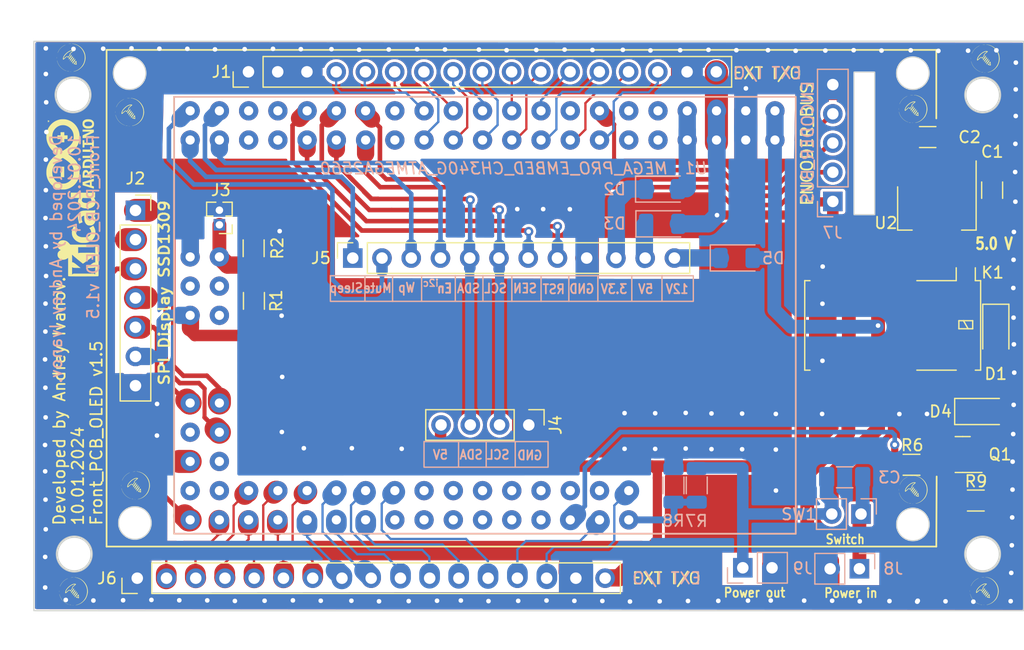
<source format=kicad_pcb>
(kicad_pcb (version 20221018) (generator pcbnew)
  (layers (0 "F.Cu" signal) (31 "B.Cu" signal) (34 "B.Paste" user) (35 "F.Paste" user) (36 "B.SilkS" user "B.Silkscreen") (37 "F.SilkS" user "F.Silkscreen") (38 "B.Mask" user) (39 "F.Mask" user) (44 "Edge.Cuts" user))
  (net 0 "")
  (net 1 "GND")
  (net 2 "+5V")
  (net 3 "ENC_A")
  (net 4 "ENC_B")
  (net 5 "ENC_P")
  (net 6 "SSD1309_CS")
  (net 7 "D8")
  (net 8 "D9")
  (net 9 "D33")
  (net 10 "I2C-SW")
  (net 11 "A_SDA")
  (net 12 "A_SCL")
  (net 13 "A_SEN")
  (net 14 "A_RST")
  (net 19 "D6")
  (net 20 "D7")
  (net 21 "D10")
  (net 22 "D11")
  (net 23 "D12")
  (net 24 "D13")
  (net 26 "D4")
  (net 27 "D5")
  (net 28 "D14")
  (net 29 "D15")
  (net 31 "SSD1309_DC")
  (net 32 "SSD1309_RST")
  (net 33 "Mute")
  (net 34 "Sleep")
  (net 35 "A1")
  (net 36 "A0")
  (net 37 "A2")
  (net 40 "12V_Main")
  (net 52 "D34")
  (net 53 "D35")
  (net 54 "D36")
  (net 55 "D37")
  (net 56 "D38")
  (net 57 "D39")
  (net 58 "D40")
  (net 59 "D41")
  (net 60 "D42")
  (net 61 "Net-(D1-K)")
  (net 65 "3.3V")
  (net 66 "12V")
  (net 67 "Wp")
  (net 68 "SSD1309_SCL")
  (net 69 "SSD1309_SDA")
  (net 70 "D43")
  (net 71 "D44")
  (net 72 "Net-(D1-A)")
  (net 79 "+3V3")
  (net 80 "VCC_5V")
  (net 84 "Net-(J3-Pin_1)")
  (net 85 "Power_On")
  (net 86 "Net-(Q1-B)")
  (net 87 "+12V")
  (net 89 "D2")
  (footprint "Package_TO_SOT_SMD:SOT-223-3_TabPin2" (layer "F.Cu") (at 169 92.2 -90)
    (fp_text reference "U2")
    (fp_text value "AMS1117-5.0")
  )
  (footprint "Capacitor_SMD:C_1206_3216Metric_Pad1.33x1.80mm_HandSolder" (layer "F.Cu") (at 168.2025 86.02)
    (fp_text reference "C2")
    (fp_text value "C_Small")
  )
  (footprint "Connector_PinHeader_2.54mm:PinHeader_1x17_P2.54mm_Vertical" (layer "F.Cu") (at 109.2 80.35 90)
    (fp_text reference "J1")
    (fp_text value "Conn_01x17_Pin")
  )
  (footprint "Diode_SMD:D_1206_3216Metric" (layer "F.Cu") (at 172.83 109.88)
    (fp_text reference "D4")
    (fp_text value "1N5402")
  )
  (footprint "Resistor_SMD:R_1206_3216Metric" (layer "F.Cu") (at 109.675 100.2625 90)
    (fp_text reference "R1")
    (fp_text value "1k")
  )
  (footprint "Connector_PinHeader_2.54mm:PinHeader_1x17_P2.54mm_Vertical" (layer "F.Cu") (at 99.54 124.37 90)
    (fp_text reference "J6")
    (fp_text value "Conn_01x17_Pin")
  )
  (footprint "Package_TO_SOT_SMD:SOT-23" (layer "F.Cu") (at 171.2425 113.62 180)
    (fp_text reference "Q1")
    (fp_text value "BC818")
  )
  (footprint "Diode_SMD:D_1206_3216Metric" (layer "F.Cu") (at 174.12 102.84 -90)
    (fp_text reference "D1")
    (fp_text value "1N5402")
  )
  (footprint "Connector_PinHeader_2.54mm:PinHeader_1x04_P2.54mm_Vertical" (layer "F.Cu") (at 133.55 111.05 -90)
    (fp_text reference "J4")
    (fp_text value "Conn_01x04_Pin")
  )
  (footprint "Resistor_SMD:R_1206_3216Metric" (layer "F.Cu") (at 109.65 95.6875 90)
    (fp_text reference "R2")
    (fp_text value "1k")
  )
  (footprint "Connector_PinSocket_2.54mm:PinSocket_1x12_P2.54mm_Vertical" (layer "F.Cu") (at 118.26 96.54 90)
    (fp_text reference "J5")
    (fp_text value "Control Bus")
  )
  (footprint "Resistor_SMD:R_1206_3216Metric" (layer "F.Cu") (at 166.7975 114.51)
    (fp_text reference "R6")
    (fp_text value "4.7k")
  )
  (footprint "Connector_PinSocket_2.54mm:PinSocket_1x07_P2.54mm_Vertical" (layer "F.Cu") (at 99.384683 92.395)
    (fp_text reference "J2")
    (fp_text value "7_pin_2.42_OLED_SSD1309_SPI")
  )
  (footprint "Relay_SMD:Relay_DPDT_Kemet_EE2_NU" (layer "F.Cu") (at 165.16 102.395 -90)
    (fp_text reference "K1")
    (fp_text value "EE2-12NU")
  )
  (footprint "Resistor_SMD:R_1206_3216Metric" (layer "F.Cu") (at 172.3825 117.62)
    (fp_text reference "R9")
    (fp_text value "4.7k")
  )
  (footprint "Capacitor_SMD:C_1206_3216Metric_Pad1.33x1.80mm_HandSolder" (layer "F.Cu") (at 173.8 90.6375 -90)
    (fp_text reference "C1")
    (fp_text value "C_Small")
  )
  (footprint "Connector_PinHeader_1.27mm:PinHeader_1x02_P1.27mm_Vertical" (layer "F.Cu") (at 106.675 93.65 180)
    (fp_text reference "J3")
    (fp_text value "Conn_01x02_Pin")
  )
  (footprint "MEGA2560:MODULE_MEGA_PRO_EMBED_CH340G_ATMEGA2560" (layer "F.Cu") (at 129.734683 101.52 180)
    (fp_text reference "U1")
    (fp_text value "MEGA_PRO_EMBED_CH340G_ATMEGA2560")
  )
  (footprint "Capacitor_SMD:C_1206_3216Metric_Pad1.33x1.80mm_HandSolder" (layer "B.Cu") (at 160.99 115.6 180)
    (fp_text reference "C3")
    (fp_text value "C_Small")
  )
  (footprint "Resistor_SMD:R_1206_3216Metric" (layer "B.Cu") (at 148.14 116.2975 -90)
    (fp_text reference "R7")
    (fp_text value "100k")
  )
  (footprint "Connector_PinHeader_2.54mm:PinHeader_1x05_P2.54mm_Vertical" (layer "B.Cu") (at 159.96 91.62)
    (fp_text reference "J7")
    (fp_text value "ENCODER_BUS")
  )
  (footprint "Connector_PinSocket_2.54mm:PinSocket_1x02_P2.54mm_Vertical" (layer "B.Cu") (at 162.41 118.795 90)
    (fp_text reference "SW1")
    (fp_text value "SW_SPST" hide)
  )
  (footprint "Diode_SMD:D_1206_3216Metric" (layer "B.Cu") (at 145.11 90.54)
    (fp_text reference "D2")
    (fp_text value "1N5402")
  )
  (footprint "Diode_SMD:D_1206_3216Metric" (layer "B.Cu") (at 145.14 93.565)
    (fp_text reference "D3")
    (fp_text value "1N5402")
  )
  (footprint "Connector_PinSocket_2.54mm:PinSocket_1x02_P2.54mm_Vertical" (layer "B.Cu") (at 162.27 123.55 90)
    (fp_text reference "J8")
    (fp_text value "Power IN" hide)
  )
  (footprint "Resistor_SMD:R_1206_3216Metric" (layer "B.Cu") (at 146.12 116.3 90)
    (fp_text reference "R8")
    (fp_text value "10k")
  )
  (footprint "Connector_PinSocket_2.54mm:PinSocket_1x02_P2.54mm_Vertical" (layer "B.Cu") (at 152.14 123.465 -90)
    (fp_text reference "J9")
    (fp_text value "Power 12V" hide)
  )
  (footprint "Diode_SMD:D_1206_3216Metric" (layer "B.Cu") (at 151.6 96.53)
    (fp_text reference "D5")
    (fp_text value "1N5402")
  )
  (gr_line (start 127.1675 100.2775) (end 127.1675 98.0775) (stroke (width 0.12)) (layer "B.SilkS"))
  (gr_line (start 129.5675 100.2775) (end 129.5675 98.0775) (stroke (width 0.12)) (layer "B.SilkS"))
  (gr_line (start 132.08 100.3025) (end 132.08 98.1025) (stroke (width 0.12)) (layer "B.SilkS"))
  (gr_line (start 121.7175 100.3025) (end 121.7175 98.1025) (stroke (width 0.12)) (layer "B.SilkS"))
  (gr_line (start 129.85 114.72) (end 129.85 112.52) (stroke (width 0.12)) (layer "B.SilkS"))
  (gr_rect (start 116.3175 98.0775) (end 147.8425 100.3025) (stroke (width 0.12)) (fill none) (layer "B.SilkS"))
  (gr_line (start 134.6175 100.3025) (end 134.6175 98.1025) (stroke (width 0.12)) (layer "B.SilkS"))
  (gr_line (start 139.55 100.29) (end 139.55 98.09) (stroke (width 0.12)) (layer "B.SilkS"))
  (gr_rect (start 124.45 112.495) (end 135.225 114.72) (stroke (width 0.12)) (fill none) (layer "B.SilkS"))
  (gr_rect (start 102.744683 82.52) (end 156.744683 120.5) (stroke (width 0.15)) (fill none) (layer "B.SilkS"))
  (gr_line (start 142.5 100.27) (end 142.5 98.07) (stroke (width 0.12)) (layer "B.SilkS"))
  (gr_line (start 137.03 100.3025) (end 137.03 98.1025) (stroke (width 0.12)) (layer "B.SilkS"))
  (gr_line (start 119.3175 100.2775) (end 119.3175 98.1025) (stroke (width 0.12)) (layer "B.SilkS"))
  (gr_line (start 132.3725 114.7075) (end 132.3725 112.5075) (stroke (width 0.12)) (layer "B.SilkS"))
  (gr_line (start 145.12 100.26) (end 145.12 98.06) (stroke (width 0.12)) (layer "B.SilkS"))
  (gr_line (start 124.24 100.29) (end 124.24 98.09) (stroke (width 0.12)) (layer "B.SilkS"))
  (gr_line (start 127.45 114.695) (end 127.45 112.52) (stroke (width 0.12)) (layer "B.SilkS"))
  (gr_poly (pts (xy 172.71927 78.071148) (xy 172.719589 78.071499) (xy 172.719598 78.071993) (xy 172.719306 78.072626) (xy 172.717846 78.074293) (xy 172.715263 78.076476) (xy 172.706954 78.082277) (xy 172.694824 78.089815) (xy 172.679321 78.098874) (xy 172.660891 78.10924) (xy 172.617037 78.13303) (xy 172.57069 78.158376) (xy 172.526326 78.184718) (xy 172.483876 78.212126) (xy 172.443272 78.240672) (xy 172.404445 78.270424) (xy 172.367328 78.301454) (xy 172.331852 78.333832) (xy 172.297949 78.367628) (xy 172.265551 78.402912) (xy 172.23459 78.439754) (xy 172.204997 78.478226) (xy 172.176704 78.518396) (xy 172.149643 78.560336) (xy 172.123746 78.604116) (xy 172.098944 78.649805) (xy 172.07517 78.697475) (xy 172.064082 78.719507) (xy 172.054202 78.738794) (xy 172.045677 78.754972) (xy 172.04197 78.761782) (xy 172.038658 78.767678) (xy 172.035758 78.772614) (xy 172.033291 78.776547) (xy 172.031275 78.779429) (xy 172.030442 78.780462) (xy 172.029728 78.781215) (xy 172.029136 78.781684) (xy 172.028668 78.781861) (xy 172.028482 78.781839) (xy 172.028328 78.781742) (xy 172.028116 78.78132) (xy 172.028035 78.780591) (xy 172.028088 78.779547) (xy 172.028276 78.778185) (xy 172.028603 78.776497) (xy 172.032019 78.765266) (xy 172.036883 78.751866) (xy 172.050387 78.719678) (xy 172.067993 78.682165) (xy 172.088576 78.64156) (xy 172.11101 78.600094) (xy 172.134172 78.560002) (xy 172.156937 78.523514) (xy 172.16782 78.50732) (xy 172.178181 78.492864) (xy 172.199489 78.463817) (xy 172.221115 78.435907) (xy 172.243114 78.40908) (xy 172.265538 78.383282) (xy 172.288441 78.35846) (xy 172.311878 78.33456) (xy 172.335902 78.311528) (xy 172.360567 78.289311) (xy 172.385927 78.267854) (xy 172.412034 78.247104) (xy 172.438944 78.227008) (xy 172.466709 78.207511) (xy 172.495384 78.188559) (xy 172.525022 78.1701) (xy 172.555677 78.152078) (xy 172.587403 78.134442) (xy 172.611389 78.121584) (xy 172.634301 78.109637) (xy 172.655591 78.098847) (xy 172.674716 78.089462) (xy 172.691128 78.081732) (xy 172.704283 78.075903) (xy 172.709468 78.073779) (xy 172.713634 78.072223) (xy 172.716713 78.071267) (xy 172.718637 78.070942)) (fill solid) (layer "F.SilkS"))
  (gr_poly (pts (xy 94.784615 84.853952) (xy 94.785611 84.832333) (xy 94.787187 84.810978) (xy 94.789333 84.790149) (xy 94.792042 84.770112) (xy 94.795304 84.751129) (xy 94.79911 84.733463) (xy 94.803451 84.717379) (xy 94.808317 84.703139) (xy 94.816387 84.68431) (xy 94.825704 84.666192) (xy 94.836257 84.648796) (xy 94.848032 84.632129) (xy 94.861016 84.616201) (xy 94.875197 84.601022) (xy 94.89056 84.586599) (xy 94.907095 84.572942) (xy 94.924787 84.560061) (xy 94.943623 84.547964) (xy 94.963591 84.53666) (xy 94.984678 84.526158) (xy 95.006871 84.516467) (xy 95.030157 84.507597) (xy 95.054523 84.499556) (xy 95.079956 84.492354) (xy 95.099431 84.487858) (xy 95.120949 84.483962) (xy 95.144219 84.480665) (xy 95.16895 84.477968) (xy 95.194848 84.47587) (xy 95.221622 84.474371) (xy 95.24898 84.473472) (xy 95.276629 84.473172) (xy 95.304279 84.473472) (xy 95.331637 84.474371) (xy 95.358411 84.47587) (xy 95.384309 84.477968) (xy 95.40904 84.480665) (xy 95.43231 84.483962) (xy 95.453828 84.487858) (xy 95.473303 84.492354) (xy 95.490584 84.49717) (xy 95.507368 84.502357) (xy 95.523657 84.507913) (xy 95.539449 84.513838) (xy 95.554745 84.520129) (xy 95.569545 84.526786) (xy 95.583849 84.533808) (xy 95.597657 84.541192) (xy 95.610969 84.548938) (xy 95.623785 84.557045) (xy 95.636105 84.56551) (xy 95.647928 84.574334) (xy 95.659256 84.583514) (xy 95.670087 84.593049) (xy 95.680422 84.602939) (xy 95.690261 84.613181) (xy 95.703269 84.627841) (xy 95.715195 84.642444) (xy 95.726075 84.657077) (xy 95.735943 84.67183) (xy 95.744835 84.68679) (xy 95.752785 84.702044) (xy 95.759828 84.71768) (xy 95.765998 84.733787) (xy 95.771332 84.750452) (xy 95.775863 84.767762) (xy 95.779627 84.785807) (xy 95.782659 84.804673) (xy 95.784993 84.824449) (xy 95.786664 84.845222) (xy 95.787707 84.86708) (xy 95.788157 84.890111) (xy 95.787802 84.913375) (xy 95.786722 84.935578) (xy 95.784896 84.956776) (xy 95.7823 84.977024) (xy 95.778915 84.996378) (xy 95.774716 85.014894) (xy 95.769683 85.032627) (xy 95.763793 85.049633) (xy 95.757025 85.065967) (xy 95.749357 85.081684) (xy 95.740766 85.096841) (xy 95.731231 85.111493) (xy 95.720729 85.125695) (xy 95.709239 85.139504) (xy 95.696739 85.152973) (xy 95.683206 85.16616) (xy 95.673692 85.174731) (xy 95.663979 85.182924) (xy 95.654033 85.190756) (xy 95.643822 85.198241) (xy 95.63331 85.205395) (xy 95.622465 85.212235) (xy 95.611254 85.218775) (xy 95.599642 85.22503) (xy 95.587595 85.231017) (xy 95.575082 85.23675) (xy 95.562066 85.242246) (xy 95.548516 85.24752) (xy 95.534398 85.252586) (xy 95.519678 85.257462) (xy 95.504322 85.262162) (xy 95.488296 85.266702) (xy 95.471296 85.270927) (xy 95.453501 85.274377) (xy 95.434113 85.277104) (xy 95.412339 85.279159) (xy 95.387381 85.280594) (xy 95.358444 85.28146) (xy 95.324732 85.28181) (xy 95.293698 85.281719) (xy 95.293698 85.074213) (xy 95.31354 85.074039) (xy 95.332697 85.073525) (xy 95.351175 85.072668) (xy 95.36898 85.071467) (xy 95.386119 85.069917) (xy 95.402596 85.068016) (xy 95.418418 85.065761) (xy 95.433592 85.063149) (xy 95.448122 85.060178) (xy 95.462015 85.056844) (xy 95.475277 85.053144) (xy 95.487914 85.049075) (xy 95.499932 85.044636) (xy 95.511337 85.039821) (xy 95.522134 85.03463) (xy 95.532331 85.029059) (xy 95.541932 85.023104) (xy 95.550943 85.016764) (xy 95.559372 85.010034) (xy 95.567223 85.002913) (xy 95.574503 84.995397) (xy 95.581217 84.987484) (xy 95.587372 84.97917) (xy 95.592974 84.970453) (xy 95.598028 84.961329) (xy 95.602541 84.951796) (xy 95.606518 84.941851) (xy 95.609965 84.931491) (xy 95.612889 84.920713) (xy 95.615296 84.909515) (xy 95.616353 84.901486) (xy 95.616889 84.892997) (xy 95.616922 84.884123) (xy 95.616467 84.874939) (xy 95.615543 84.865524) (xy 95.614164 84.855952) (xy 95.612349 84.8463) (xy 95.610115 84.836644) (xy 95.607477 84.82706) (xy 95.604453 84.817625) (xy 95.601059 84.808415) (xy 95.597313 84.799506) (xy 95.593231 84.790974) (xy 95.588829 84.782895) (xy 95.584126 84.775346) (xy 95.579136 84.768403) (xy 95.56736 84.755138) (xy 95.552976 84.742815) (xy 95.536145 84.731465) (xy 95.517028 84.721123) (xy 95.495788 84.711818) (xy 95.472585 84.703585) (xy 95.447581 84.696455) (xy 95.420938 84.690461) (xy 95.392816 84.685635) (xy 95.363379 84.682009) (xy 95.332786 84.679615) (xy 95.3012 84.678486) (xy 95.268782 84.678654) (xy 95.235693 84.680152) (xy 95.202096 84.683011) (xy 95.16815 84.687264) (xy 95.146996 84.690776) (xy 95.126868 84.695023) (xy 95.107778 84.699992) (xy 95.098627 84.702745) (xy 95.08974 84.705675) (xy 95.081119 84.70878) (xy 95.072766 84.71206) (xy 95.064683 84.715513) (xy 95.05687 84.719138) (xy 95.04933 84.722934) (xy 95.042065 84.726898) (xy 95.035075 84.731031) (xy 95.028362 84.73533) (xy 95.021929 84.739795) (xy 95.015776 84.744423) (xy 95.009905 84.749215) (xy 95.004319 84.754168) (xy 94.999018 84.759281) (xy 94.994004 84.764553) (xy 94.989279 84.769983) (xy 94.984844 84.775569) (xy 94.980701 84.78131) (xy 94.976851 84.787205) (xy 94.973297 84.793252) (xy 94.97004 84.79945) (xy 94.967081 84.805799) (xy 94.964422 84.812295) (xy 94.962065 84.81894) (xy 94.960011 84.82573) (xy 94.95767 84.834798) (xy 94.955768 84.843807) (xy 94.954302 84.85275) (xy 94.953268 84.861619) (xy 94.95266 84.870408) (xy 94.952475 84.879108) (xy 94.952708 84.887714) (xy 94.953356 84.896216) (xy 94.954412 84.904609) (xy 94.955874 84.912885) (xy 94.957737 84.921037) (xy 94.959996 84.929057) (xy 94.962647 84.936938) (xy 94.965686 84.944673) (xy 94.969108 84.952254) (xy 94.97291 84.959675) (xy 94.977086 84.966928) (xy 94.981632 84.974006) (xy 94.986544 84.980901) (xy 94.991818 84.987606) (xy 94.997449 84.994115) (xy 95.003433 85.000419) (xy 95.009766 85.006511) (xy 95.016442 85.012385) (xy 95.023458 85.018033) (xy 95.03081 85.023447) (xy 95.038493 85.028621) (xy 95.046502 85.033547) (xy 95.054834 85.038217) (xy 95.063484 85.042625) (xy 95.072447 85.046764) (xy 95.08172 85.050626) (xy 95.096485 85.055771) (xy 95.11154 85.060037) (xy 95.12767 85.063539) (xy 95.145661 85.06639) (xy 95.166297 85.068703) (xy 95.190364 85.070593) (xy 95.218648 85.072172) (xy 95.251935 85.073556) (xy 95.293698 85.074213) (xy 95.293698 85.281719) (xy 95.285449 85.281694) (xy 95.240313 85.281576) (xy 95.204158 85.281074) (xy 95.188845 85.280613) (xy 95.175053 85.279974) (xy 95.162539 85.279131) (xy 95.151063 85.278057) (xy 95.140382 85.276724) (xy 95.130256 85.275106) (xy 95.120442 85.273175) (xy 95.1107 85.270905) (xy 95.100787 85.268268) (xy 95.090462 85.265236) (xy 95.067608 85.257883) (xy 95.046902 85.2506) (xy 95.026805 85.242659) (xy 95.007349 85.234082) (xy 94.988564 85.224892) (xy 94.970483 85.215114) (xy 94.953135 85.204769) (xy 94.936552 85.193882) (xy 94.920765 85.182476) (xy 94.905805 85.170574) (xy 94.891702 85.158199) (xy 94.878488 85.145374) (xy 94.866195 85.132123) (xy 94.854852 85.118468) (xy 94.84449 85.104434) (xy 94.835142 85.090044) (xy 94.826838 85.07532) (xy 94.823961 85.069828) (xy 94.820692 85.062807) (xy 94.817133 85.054546) (xy 94.813388 85.045334) (xy 94.809561 85.03546) (xy 94.805754 85.025214) (xy 94.802071 85.014886) (xy 94.798615 85.004764) (xy 94.794645 84.990525) (xy 94.791327 84.97444) (xy 94.788653 84.956775) (xy 94.786613 84.937792) (xy 94.785198 84.917754) (xy 94.784399 84.896926) (xy 94.784208 84.875571)) (fill solid) (layer "F.SilkS"))
  (gr_line (start 168.95 84.4) (end 168.95 78.445) (stroke (width 0.15)) (layer "F.SilkS"))
  (gr_poly (pts (xy 166.971897 83.273721) (xy 166.97222 83.273878) (xy 166.972559 83.274118) (xy 166.972914 83.274441) (xy 166.973286 83.274846) (xy 166.973675 83.275334) (xy 166.97408 83.275904) (xy 166.974502 83.276557) (xy 166.97494 83.277293) (xy 166.975395 83.278112) (xy 166.976354 83.279997) (xy 166.977379 83.282213) (xy 166.978075 83.284259) (xy 166.978578 83.286675) (xy 166.978895 83.289434) (xy 166.979033 83.29251) (xy 166.978997 83.295874) (xy 166.978793 83.299502) (xy 166.978428 83.303365) (xy 166.977908 83.307436) (xy 166.97724 83.31169) (xy 166.976428 83.316099) (xy 166.975481 83.320636) (xy 166.974403 83.325274) (xy 166.971881 83.334746) (xy 166.968913 83.344302) (xy 166.966928 83.350208) (xy 166.965208 83.35577) (xy 166.963753 83.361005) (xy 166.962563 83.365931) (xy 166.961636 83.370569) (xy 166.960975 83.374936) (xy 166.960578 83.37905) (xy 166.960479 83.381018) (xy 166.960446 83.382931) (xy 166.960479 83.38479) (xy 166.960578 83.386597) (xy 166.960743 83.388355) (xy 166.960975 83.390066) (xy 166.961273 83.391733) (xy 166.961636 83.393358) (xy 166.962066 83.394943) (xy 166.962563 83.396491) (xy 166.963125 83.398003) (xy 166.963753 83.399483) (xy 166.964448 83.400932) (xy 166.965208 83.402353) (xy 166.966035 83.403748) (xy 166.966928 83.40512) (xy 166.967887 83.40647) (xy 166.968913 83.407802) (xy 166.971043 83.41052) (xy 166.972661 83.41341) (xy 166.973272 83.414932) (xy 166.973749 83.416511) (xy 166.97409 83.418153) (xy 166.974292 83.419862) (xy 166.974273 83.423503) (xy 166.973675 83.427472) (xy 166.972482 83.431809) (xy 166.970676 83.436553) (xy 166.968243 83.441744) (xy 166.965164 83.44742) (xy 166.961424 83.453622) (xy 166.957006 83.460388) (xy 166.951894 83.467757) (xy 166.94607 83.475769) (xy 166.939519 83.484464) (xy 166.932224 83.49388) (xy 166.80099 83.661802) (xy 166.784909 83.682307) (xy 166.769703 83.701225) (xy 166.755722 83.718158) (xy 166.743311 83.73271) (xy 166.737803 83.738969) (xy 166.732819 83.744484) (xy 166.7284 83.749205) (xy 166.724592 83.753083) (xy 166.721436 83.756068) (xy 166.718978 83.75811) (xy 166.718023 83.758762) (xy 166.717259 83.75916) (xy 166.716691 83.759298) (xy 166.716323 83.759168) (xy 166.716124 83.758461) (xy 166.716053 83.75741) (xy 166.716107 83.756037) (xy 166.716279 83.754362) (xy 166.716969 83.750189) (xy 166.718088 83.745057) (xy 166.719603 83.739132) (xy 166.721483 83.732578) (xy 166.723693 83.725561) (xy 166.726201 83.718246) (xy 166.728153 83.713381) (xy 166.729007 83.711066) (xy 166.729779 83.708826) (xy 166.73047 83.706658) (xy 166.731082 83.70456) (xy 166.731614 83.702529) (xy 166.732066 83.700563) (xy 166.732441 83.698659) (xy 166.732737 83.696814) (xy 166.732955 83.695026) (xy 166.733097 83.693293) (xy 166.733162 83.691611) (xy 166.733151 83.689978) (xy 166.733065 83.688391) (xy 166.732904 83.686849) (xy 166.732669 83.685348) (xy 166.732359 83.683886) (xy 166.731976 83.682459) (xy 166.731521 83.681067) (xy 166.730993 83.679705) (xy 166.730393 83.678372) (xy 166.729721 83.677065) (xy 166.728979 83.675781) (xy 166.728167 83.674517) (xy 166.727285 83.673272) (xy 166.726334 83.672042) (xy 166.725314 83.670825) (xy 166.724226 83.669619) (xy 166.72307 83.66842) (xy 166.720557 83.666035) (xy 166.717402 83.663162) (xy 166.714833 83.660316) (xy 166.713774 83.658881) (xy 166.712871 83.657425) (xy 166.712125 83.655939) (xy 166.711539 83.654415) (xy 166.711117 83.652844) (xy 166.710861 83.651216) (xy 166.710774 83.649522) (xy 166.710858 83.647754) (xy 166.711118 83.645902) (xy 166.711555 83.643957) (xy 166.712172 83.641911) (xy 166.712972 83.639753) (xy 166.715134 83.635069) (xy 166.718063 83.629834) (xy 166.721781 83.623974) (xy 166.726312 83.617418) (xy 166.731677 83.610093) (xy 166.737901 83.601926) (xy 166.753012 83.582779) (xy 166.795048 83.531616) (xy 166.834769 83.481709) (xy 166.871182 83.434447) (xy 166.903296 83.391221) (xy 166.930118 83.353419) (xy 166.941235 83.336986) (xy 166.950656 83.322429) (xy 166.958259 83.309924) (xy 166.963919 83.299642) (xy 166.967511 83.291758) (xy 166.968493 83.28877) (xy 166.968913 83.286446) (xy 166.968946 83.283701) (xy 166.969045 83.281287) (xy 166.96921 83.279203) (xy 166.969318 83.278285) (xy 166.969442 83.27745) (xy 166.969582 83.276698) (xy 166.969739 83.276028) (xy 166.969913 83.275441) (xy 166.970103 83.274937) (xy 166.97031 83.274515) (xy 166.970533 83.274176) (xy 166.970773 83.27392) (xy 166.971029 83.273746) (xy 166.971302 83.273655) (xy 166.971591 83.273647)) (fill solid) (layer "F.SilkS"))
  (gr_poly (pts (xy 99.048835 117.470983) (xy 99.05614 117.471662) (xy 99.076582 117.474511) (xy 99.104978 117.479379) (xy 99.141543 117.486297) (xy 99.186492 117.495298) (xy 99.202014 117.49855) (xy 99.212509 117.500942) (xy 99.21583 117.501837) (xy 99.217845 117.502541) (xy 99.218357 117.502824) (xy 99.218537 117.503063) (xy 99.218381 117.503259) (xy 99.217889 117.503412) (xy 99.215886 117.503595) (xy 99.212509 117.503621) (xy 99.201573 117.503235) (xy 99.162503 117.500942) (xy 99.145845 117.499107) (xy 99.128989 117.496841) (xy 99.112398 117.494245) (xy 99.096534 117.491417) (xy 99.08186 117.488457) (xy 99.068841 117.485464) (xy 99.057938 117.482537) (xy 99.053424 117.48113) (xy 99.049614 117.479776) (xy 99.044129 117.477097) (xy 99.04039 117.474886) (xy 99.038424 117.473147) (xy 99.038115 117.472455) (xy 99.038259 117.471882) (xy 99.039921 117.471097) (xy 99.043438 117.470796)) (fill solid) (layer "F.SilkS"))
  (gr_poly (pts (xy 166.910414 117.892008) (xy 166.918826 117.892102) (xy 166.926473 117.892254) (xy 166.933336 117.89246) (xy 166.939398 117.892716) (xy 166.944639 117.893017) (xy 166.949041 117.893359) (xy 166.952585 117.893739) (xy 166.955252 117.894152) (xy 166.956252 117.894369) (xy 166.957025 117.894594) (xy 166.95757 117.894824) (xy 166.957884 117.89506) (xy 166.957954 117.89518) (xy 166.957965 117.895301) (xy 166.957917 117.895424) (xy 166.95781 117.895547) (xy 166.957418 117.895797) (xy 166.956786 117.896051) (xy 166.955912 117.896308) (xy 166.954792 117.896567) (xy 166.951811 117.897091) (xy 166.947822 117.89762) (xy 166.937573 117.898546) (xy 166.926149 117.899207) (xy 166.913964 117.899604) (xy 166.901432 117.899736) (xy 166.888966 117.899604) (xy 166.87698 117.899207) (xy 166.865887 117.898546) (xy 166.8561 117.89762) (xy 166.851863 117.897091) (xy 166.848664 117.896567) (xy 166.846482 117.896051) (xy 166.845296 117.895547) (xy 166.845071 117.895301) (xy 166.845086 117.89506) (xy 166.845831 117.894594) (xy 166.84751 117.894152) (xy 166.850103 117.893739) (xy 166.857947 117.893017) (xy 166.869197 117.89246) (xy 166.883689 117.892102) (xy 166.901256 117.891975)) (fill solid) (layer "F.SilkS"))
  (gr_poly (pts (xy 171.981339 79.44226) (xy 171.981807 79.442586) (xy 171.982861 79.443796) (xy 171.984059 79.445729) (xy 171.985388 79.448362) (xy 171.986833 79.451674) (xy 171.988378 79.455641) (xy 171.990011 79.460241) (xy 171.991716 79.46545) (xy 171.995285 79.477607) (xy 171.99897 79.49193) (xy 172.01967 79.560219) (xy 172.04412 79.626879) (xy 172.0722 79.691769) (xy 172.103789 79.75475) (xy 172.138769 79.81568) (xy 172.177018 79.874419) (xy 172.218418 79.930826) (xy 172.262848 79.984761) (xy 172.310188 80.036083) (xy 172.360319 80.084652) (xy 172.413121 80.130327) (xy 172.468473 80.172968) (xy 172.526256 80.212434) (xy 172.586351 80.248584) (xy 172.648636 80.281278) (xy 172.712992 80.310375) (xy 172.724809 80.315299) (xy 172.735887 80.320002) (xy 172.746184 80.324461) (xy 172.755656 80.328653) (xy 172.76426 80.332556) (xy 172.771953 80.336147) (xy 172.778691 80.339403) (xy 172.78443 80.342301) (xy 172.789127 80.344819) (xy 172.792739 80.346934) (xy 172.794125 80.347833) (xy 172.795223 80.348623) (xy 172.796028 80.349301) (xy 172.796534 80.349864) (xy 172.796737 80.350309) (xy 172.796723 80.350486) (xy 172.796631 80.350633) (xy 172.796209 80.350834) (xy 172.795468 80.350909) (xy 172.794401 80.350854) (xy 172.793003 80.350667) (xy 172.789192 80.349886) (xy 172.784345 80.348768) (xy 172.778328 80.347028) (xy 172.763131 80.341838) (xy 172.744296 80.334631) (xy 172.722517 80.325721) (xy 172.69849 80.315421) (xy 172.672908 80.304047) (xy 172.646466 80.291912) (xy 172.619859 80.27933) (xy 172.580447 80.2591) (xy 172.541633 80.237082) (xy 172.503485 80.213341) (xy 172.46607 80.187939) (xy 172.429457 80.160941) (xy 172.393715 80.132412) (xy 172.35891 80.102415) (xy 172.325113 80.071015) (xy 172.29239 80.038275) (xy 172.260811 80.00426) (xy 172.230443 79.969034) (xy 172.201354 79.93266) (xy 172.173613 79.895203) (xy 172.147288 79.856727) (xy 172.122447 79.817296) (xy 172.099159 79.776975) (xy 172.088727 79.757051) (xy 172.078147 79.735587) (xy 172.067533 79.712895) (xy 172.057002 79.689287) (xy 172.036651 79.640574) (xy 172.01802 79.591943) (xy 172.002035 79.545892) (xy 171.995324 79.524614) (xy 171.989621 79.504917) (xy 171.985044 79.487114) (xy 171.981706 79.471516) (xy 171.979724 79.458436) (xy 171.979214 79.448186) (xy 171.979328 79.445437) (xy 171.979658 79.443525) (xy 171.9799 79.442876) (xy 171.980191 79.442428) (xy 171.980529 79.442178) (xy 171.980912 79.442123)) (fill solid) (layer "F.SilkS"))
  (gr_poly (pts (xy 173.252199 78.892183) (xy 173.252522 78.89234) (xy 173.252861 78.89258) (xy 173.253216 78.892903) (xy 173.253588 78.893308) (xy 173.253977 78.893796) (xy 173.254382 78.894366) (xy 173.254804 78.895019) (xy 173.255242 78.895755) (xy 173.255697 78.896574) (xy 173.256656 78.898459) (xy 173.257681 78.900675) (xy 173.258377 78.902721) (xy 173.25888 78.905137) (xy 173.259197 78.907896) (xy 173.259335 78.910972) (xy 173.259299 78.914336) (xy 173.259095 78.917964) (xy 173.25873 78.921827) (xy 173.25821 78.925898) (xy 173.257542 78.930152) (xy 173.25673 78.934561) (xy 173.255783 78.939098) (xy 173.254705 78.943736) (xy 173.252183 78.953208) (xy 173.249215 78.962764) (xy 173.24723 78.96867) (xy 173.24551 78.974232) (xy 173.244055 78.979467) (xy 173.242865 78.984393) (xy 173.241938 78.989031) (xy 173.241277 78.993398) (xy 173.24088 78.997512) (xy 173.240781 78.99948) (xy 173.240748 79.001393) (xy 173.240781 79.003252) (xy 173.24088 79.005059) (xy 173.241045 79.006817) (xy 173.241277 79.008528) (xy 173.241575 79.010195) (xy 173.241938 79.01182) (xy 173.242368 79.013405) (xy 173.242865 79.014953) (xy 173.243427 79.016465) (xy 173.244055 79.017945) (xy 173.24475 79.019394) (xy 173.24551 79.020815) (xy 173.246337 79.02221) (xy 173.24723 79.023582) (xy 173.248189 79.024932) (xy 173.249215 79.026264) (xy 173.251345 79.028982) (xy 173.252963 79.031872) (xy 173.253574 79.033394) (xy 173.254051 79.034973) (xy 173.254392 79.036615) (xy 173.254594 79.038324) (xy 173.254575 79.041965) (xy 173.253977 79.045934) (xy 173.252784 79.050271) (xy 173.250978 79.055015) (xy 173.248545 79.060206) (xy 173.245466 79.065882) (xy 173.241726 79.072084) (xy 173.237308 79.07885) (xy 173.232196 79.086219) (xy 173.226372 79.094231) (xy 173.219821 79.102926) (xy 173.212526 79.112342) (xy 173.081292 79.280264) (xy 173.065211 79.300769) (xy 173.050005 79.319687) (xy 173.036024 79.33662) (xy 173.023613 79.351172) (xy 173.018105 79.357431) (xy 173.013121 79.362946) (xy 173.008702 79.367667) (xy 173.004894 79.371545) (xy 173.001738 79.37453) (xy 172.99928 79.376572) (xy 172.998325 79.377224) (xy 172.997561 79.377622) (xy 172.996993 79.37776) (xy 172.996625 79.37763) (xy 172.996426 79.376923) (xy 172.996355 79.375872) (xy 172.996409 79.374499) (xy 172.996581 79.372824) (xy 172.997271 79.368651) (xy 172.99839 79.363519) (xy 172.999905 79.357594) (xy 173.001785 79.35104) (xy 173.003995 79.344023) (xy 173.006503 79.336708) (xy 173.008455 79.331843) (xy 173.009309 79.329528) (xy 173.010081 79.327288) (xy 173.010772 79.32512) (xy 173.011384 79.323022) (xy 173.011916 79.320991) (xy 173.012368 79.319025) (xy 173.012743 79.317121) (xy 173.013039 79.315276) (xy 173.013257 79.313488) (xy 173.013399 79.311755) (xy 173.013464 79.310073) (xy 173.013453 79.30844) (xy 173.013367 79.306853) (xy 173.013206 79.305311) (xy 173.012971 79.30381) (xy 173.012661 79.302348) (xy 173.012278 79.300921) (xy 173.011823 79.299529) (xy 173.011295 79.298167) (xy 173.010695 79.296834) (xy 173.010023 79.295527) (xy 173.009281 79.294243) (xy 173.008469 79.292979) (xy 173.007587 79.291734) (xy 173.006636 79.290504) (xy 173.005616 79.289287) (xy 173.004528 79.288081) (xy 173.003372 79.286882) (xy 173.000859 79.284497) (xy 172.997704 79.281624) (xy 172.995135 79.278778) (xy 172.994076 79.277343) (xy 172.993173 79.275887) (xy 172.992427 79.274401) (xy 172.991841 79.272877) (xy 172.991419 79.271306) (xy 172.991163 79.269678) (xy 172.991076 79.267984) (xy 172.99116 79.266216) (xy 172.99142 79.264364) (xy 172.991857 79.262419) (xy 172.992474 79.260373) (xy 172.993274 79.258215) (xy 172.995436 79.253531) (xy 172.998365 79.248296) (xy 173.002083 79.242436) (xy 173.006614 79.23588) (xy 173.011979 79.228555) (xy 173.018203 79.220388) (xy 173.033314 79.201241) (xy 173.07535 79.150078) (xy 173.115071 79.100171) (xy 173.151484 79.052909) (xy 173.183598 79.009683) (xy 173.21042 78.971881) (xy 173.221537 78.955448) (xy 173.230958 78.940891) (xy 173.238561 78.928386) (xy 173.244221 78.918104) (xy 173.247813 78.91022) (xy 173.248795 78.907232) (xy 173.249215 78.904908) (xy 173.249248 78.902163) (xy 173.249347 78.899749) (xy 173.249512 78.897665) (xy 173.24962 78.896747) (xy 173.249744 78.895912) (xy 173.249884 78.89516) (xy 173.250041 78.89449) (xy 173.250215 78.893903) (xy 173.250405 78.893399) (xy 173.250612 78.892977) (xy 173.250835 78.892638) (xy 173.251075 78.892382) (xy 173.251331 78.892208) (xy 173.251604 78.892117) (xy 173.251893 78.892109)) (fill solid) (layer "F.SilkS"))
  (gr_poly (pts (xy 173.377616 125.448911) (xy 173.37851 125.449241) (xy 173.379245 125.449859) (xy 173.379813 125.450766) (xy 173.38021 125.451963) (xy 173.38043 125.453453) (xy 173.380467 125.455235) (xy 173.380315 125.457312) (xy 173.379969 125.459684) (xy 173.379423 125.462353) (xy 173.378671 125.46532) (xy 173.377708 125.468587) (xy 173.376527 125.472154) (xy 173.375125 125.476024) (xy 173.373493 125.480196) (xy 173.371628 125.484674) (xy 173.369395 125.489805) (xy 173.367461 125.494637) (xy 173.365824 125.4992) (xy 173.364484 125.503525) (xy 173.363442 125.507644) (xy 173.362698 125.511587) (xy 173.362252 125.515385) (xy 173.36214 125.51724) (xy 173.362103 125.51907) (xy 173.36214 125.520879) (xy 173.362252 125.522672) (xy 173.362438 125.524451) (xy 173.362698 125.526222) (xy 173.363033 125.527987) (xy 173.363442 125.529751) (xy 173.364484 125.533291) (xy 173.365824 125.536872) (xy 173.367461 125.540526) (xy 173.369395 125.544283) (xy 173.371628 125.548174) (xy 173.374155 125.552705) (xy 173.375836 125.557432) (xy 173.376555 125.562551) (xy 173.376192 125.56826) (xy 173.37463 125.574755) (xy 173.371752 125.582231) (xy 173.367439 125.590885) (xy 173.361574 125.600914) (xy 173.354038 125.612514) (xy 173.344715 125.625882) (xy 173.320232 125.658704) (xy 173.287184 125.700952) (xy 173.244628 125.754196) (xy 173.216009 125.790146) (xy 173.189771 125.822459) (xy 173.166443 125.850538) (xy 173.146556 125.873788) (xy 173.138067 125.883416) (xy 173.130637 125.891614) (xy 173.124331 125.898307) (xy 173.119215 125.903421) (xy 173.115357 125.906882) (xy 173.11392 125.907968) (xy 173.112821 125.908614) (xy 173.11207 125.908809) (xy 173.111828 125.908734) (xy 173.111675 125.908543) (xy 173.111643 125.907809) (xy 173.111983 125.906596) (xy 173.115986 125.896186) (xy 173.11953 125.886615) (xy 173.122618 125.877829) (xy 173.125257 125.869775) (xy 173.127448 125.862399) (xy 173.129198 125.855647) (xy 173.129908 125.852489) (xy 173.130509 125.849466) (xy 173.131002 125.846573) (xy 173.131386 125.843802) (xy 173.131663 125.841147) (xy 173.131833 125.8386) (xy 173.131897 125.836156) (xy 173.131855 125.833808) (xy 173.131707 125.831549) (xy 173.131454 125.829372) (xy 173.131097 125.82727) (xy 173.130636 125.825237) (xy 173.130072 125.823266) (xy 173.129405 125.82135) (xy 173.128636 125.819483) (xy 173.127765 125.817658) (xy 173.126792 125.815867) (xy 173.125719 125.814106) (xy 173.124545 125.812366) (xy 173.123272 125.810641) (xy 173.120786 125.807293) (xy 173.119259 125.803439) (xy 173.118857 125.798837) (xy 173.119744 125.793244) (xy 173.122087 125.78642) (xy 173.12605 125.778122) (xy 173.1318 125.768108) (xy 173.1395 125.756137) (xy 173.161416 125.725354) (xy 173.193122 125.683839) (xy 173.235941 125.629657) (xy 173.291195 125.560874) (xy 173.297374 125.552914) (xy 173.304115 125.544029) (xy 173.311187 125.534482) (xy 173.318358 125.524538) (xy 173.325397 125.514462) (xy 173.332073 125.504518) (xy 173.338153 125.494971) (xy 173.343406 125.486085) (xy 173.348839 125.47762) (xy 173.353994 125.470224) (xy 173.358828 125.463907) (xy 173.36111 125.461156) (xy 173.363293 125.458679) (xy 173.365374 125.456476) (xy 173.367346 125.45455) (xy 173.369202 125.452902) (xy 173.370939 125.451532) (xy 173.372549 125.450442) (xy 173.374028 125.449634) (xy 173.375369 125.449109) (xy 173.376567 125.448867)) (fill solid) (layer "F.SilkS"))
  (gr_poly (pts (xy 97.661676 84.094301) (xy 97.662144 84.094627) (xy 97.663198 84.095837) (xy 97.664396 84.09777) (xy 97.665725 84.100403) (xy 97.66717 84.103715) (xy 97.668715 84.107682) (xy 97.670348 84.112282) (xy 97.672053 84.117491) (xy 97.675622 84.129648) (xy 97.679307 84.143971) (xy 97.700007 84.21226) (xy 97.724457 84.27892) (xy 97.752537 84.34381) (xy 97.784126 84.406791) (xy 97.819106 84.467721) (xy 97.857355 84.52646) (xy 97.898755 84.582867) (xy 97.943185 84.636802) (xy 97.990525 84.688124) (xy 98.040656 84.736693) (xy 98.093458 84.782368) (xy 98.14881 84.825009) (xy 98.206593 84.864475) (xy 98.266688 84.900625) (xy 98.328973 84.933319) (xy 98.393329 84.962416) (xy 98.405146 84.96734) (xy 98.416224 84.972043) (xy 98.426521 84.976502) (xy 98.435993 84.980694) (xy 98.444597 84.984597) (xy 98.45229 84.988188) (xy 98.459028 84.991444) (xy 98.464767 84.994342) (xy 98.469464 84.99686) (xy 98.473076 84.998975) (xy 98.474462 84.999874) (xy 98.47556 85.000664) (xy 98.476365 85.001342) (xy 98.476871 85.001905) (xy 98.477074 85.00235) (xy 98.47706 85.002527) (xy 98.476968 85.002674) (xy 98.476546 85.002875) (xy 98.475805 85.00295) (xy 98.474738 85.002895) (xy 98.47334 85.002708) (xy 98.469529 85.001927) (xy 98.464682 85.000809) (xy 98.458665 84.999069) (xy 98.443468 84.993879) (xy 98.424633 84.986672) (xy 98.402854 84.977762) (xy 98.378827 84.967462) (xy 98.353245 84.956088) (xy 98.326803 84.943953) (xy 98.300196 84.931371) (xy 98.260784 84.911141) (xy 98.22197 84.889123) (xy 98.183822 84.865382) (xy 98.146407 84.83998) (xy 98.109794 84.812982) (xy 98.074052 84.784453) (xy 98.039247 84.754456) (xy 98.00545 84.723056) (xy 97.972727 84.690316) (xy 97.941148 84.656301) (xy 97.91078 84.621075) (xy 97.881691 84.584701) (xy 97.85395 84.547244) (xy 97.827625 84.508768) (xy 97.802784 84.469337) (xy 97.779496 84.429016) (xy 97.769064 84.409092) (xy 97.758484 84.387628) (xy 97.74787 84.364936) (xy 97.737339 84.341328) (xy 97.716988 84.292615) (xy 97.698357 84.243984) (xy 97.682372 84.197933) (xy 97.675661 84.176655) (xy 97.669958 84.156958) (xy 97.665381 84.139155) (xy 97.662043 84.123557) (xy 97.660061 84.110477) (xy 97.659551 84.100227) (xy 97.659665 84.097478) (xy 97.659995 84.095566) (xy 97.660237 84.094917) (xy 97.660528 84.094469) (xy 97.660866 84.094219) (xy 97.661249 84.094164)) (fill solid) (layer "F.SilkS"))
  (gr_poly (pts (xy 91.757708 84.590197) (xy 91.757881 84.587044) (xy 91.758287 84.584292) (xy 91.759022 84.581913) (xy 91.759542 84.580855) (xy 91.76018 84.57988) (xy 91.760947 84.578985) (xy 91.761857 84.578167) (xy 91.76292 84.577421) (xy 91.764149 84.576745) (xy 91.767152 84.575588) (xy 91.770961 84.574669) (xy 91.775672 84.57396) (xy 91.78138 84.573435) (xy 91.788181 84.573066) (xy 91.805444 84.572689) (xy 91.828227 84.572612) (xy 91.838321 84.572644) (xy 91.847464 84.572746) (xy 91.855698 84.572926) (xy 91.859487 84.573047) (xy 91.863063 84.57319) (xy 91.866434 84.573357) (xy 91.869602 84.573548) (xy 91.872574 84.573764) (xy 91.875356 84.574007) (xy 91.877951 84.574276) (xy 91.880365 84.574574) (xy 91.882603 84.574901) (xy 91.884671 84.575257) (xy 91.886574 84.575645) (xy 91.888316 84.576065) (xy 91.889903 84.576517) (xy 91.891341 84.577004) (xy 91.892634 84.577525) (xy 91.893787 84.578083) (xy 91.894806 84.578677) (xy 91.895695 84.579309) (xy 91.896461 84.579979) (xy 91.896799 84.58033) (xy 91.897108 84.58069) (xy 91.897388 84.58106) (xy 91.897641 84.581441) (xy 91.897867 84.581832) (xy 91.898066 84.582234) (xy 91.898387 84.583069) (xy 91.89861 84.583948) (xy 91.89874 84.584871) (xy 91.898782 84.585841) (xy 91.898656 84.587588) (xy 91.898265 84.589196) (xy 91.897596 84.59067) (xy 91.896632 84.592014) (xy 91.895359 84.593235) (xy 91.893759 84.594336) (xy 91.891819 84.595324) (xy 91.889522 84.596203) (xy 91.886853 84.596979) (xy 91.883796 84.597657) (xy 91.880336 84.598242) (xy 91.876458 84.598739) (xy 91.872145 84.599153) (xy 91.867383 84.59949) (xy 91.862156 84.599754) (xy 91.856449 84.599952) (xy 91.814998 84.600834) (xy 91.856449 84.614945) (xy 91.861575 84.616609) (xy 91.866371 84.618292) (xy 91.870835 84.619993) (xy 91.87497 84.621711) (xy 91.878773 84.623445) (xy 91.880551 84.624317) (xy 91.882246 84.625192) (xy 91.883858 84.626071) (xy 91.885388 84.626953) (xy 91.886835 84.627838) (xy 91.888199 84.628725) (xy 91.88948 84.629615) (xy 91.890679 84.630508) (xy 91.891796 84.631403) (xy 91.892829 84.632299) (xy 91.89378 84.633198) (xy 91.894648 84.634099) (xy 91.895434 84.635001) (xy 91.896136 84.635905) (xy 91.896757 84.63681) (xy 91.897294 84.637716) (xy 91.897749 84.638623) (xy 91.898121 84.639531) (xy 91.89841 84.640439) (xy 91.898617 84.641348) (xy 91.898741 84.642258) (xy 91.898782 84.643167) (xy 91.898617 84.644986) (xy 91.898121 84.646803) (xy 91.897294 84.648618) (xy 91.896136 84.650429) (xy 91.894648 84.652235) (xy 91.892829 84.654035) (xy 91.890679 84.655826) (xy 91.888199 84.657609) (xy 91.885388 84.659381) (xy 91.882246 84.661142) (xy 91.878773 84.66289) (xy 91.87497 84.664623) (xy 91.870835 84.666341) (xy 91.866371 84.668042) (xy 91.861575 84.669726) (xy 91.856449 84.671389) (xy 91.814998 84.6855) (xy 91.856449 84.686382) (xy 91.862156 84.686579) (xy 91.867383 84.686844) (xy 91.869822 84.687003) (xy 91.872145 84.68718) (xy 91.874357 84.687378) (xy 91.876458 84.687595) (xy 91.87845 84.687833) (xy 91.880336 84.688092) (xy 91.882117 84.688373) (xy 91.883796 84.688677) (xy 91.885374 84.689003) (xy 91.886853 84.689354) (xy 91.888235 84.68973) (xy 91.889522 84.69013) (xy 91.890716 84.690557) (xy 91.891819 84.69101) (xy 91.892833 84.69149) (xy 91.893759 84.691998) (xy 91.894601 84.692534) (xy 91.895359 84.693099) (xy 91.896035 84.693694) (xy 91.896632 84.69432) (xy 91.897152 84.694976) (xy 91.897596 84.695664) (xy 91.897967 84.696385) (xy 91.898265 84.697138) (xy 91.898494 84.697925) (xy 91.898656 84.698746) (xy 91.898751 84.699602) (xy 91.898782 84.700494) (xy 91.89861 84.702386) (xy 91.898066 84.704101) (xy 91.897108 84.705644) (xy 91.895695 84.707026) (xy 91.893787 84.708252) (xy 91.891341 84.70933) (xy 91.888316 84.710269) (xy 91.884671 84.711077) (xy 91.880365 84.71176) (xy 91.875356 84.712327) (xy 91.869602 84.712786) (xy 91.863063 84.713144) (xy 91.847464 84.713588) (xy 91.828227 84.713723) (xy 91.805444 84.71368) (xy 91.79617 84.713577) (xy 91.788181 84.713378) (xy 91.784638 84.713232) (xy 91.78138 84.71305) (xy 91.778395 84.712827) (xy 91.775672 84.71256) (xy 91.773198 84.712244) (xy 91.770961 84.711876) (xy 91.76895 84.711452) (xy 91.767152 84.710966) (xy 91.765556 84.710417) (xy 91.764149 84.709798) (xy 91.76292 84.709107) (xy 91.761857 84.70834) (xy 91.760947 84.707491) (xy 91.76018 84.706558) (xy 91.759542 84.705536) (xy 91.759022 84.704421) (xy 91.758607 84.703209) (xy 91.758287 84.701896) (xy 91.758049 84.700478) (xy 91.757881 84.698952) (xy 91.757771 84.697312) (xy 91.757708 84.695555) (xy 91.757671 84.691674) (xy 91.757749 84.688497) (xy 91.758005 84.685568) (xy 91.758473 84.682863) (xy 91.759187 84.68036) (xy 91.759646 84.679178) (xy 91.76018 84.678039) (xy 91.760791 84.676939) (xy 91.761485 84.675877) (xy 91.762265 84.674848) (xy 91.763136 84.673851) (xy 91.764102 84.672883) (xy 91.765168 84.671941) (xy 91.767612 84.670123) (xy 91.770504 84.668377) (xy 91.773876 84.666679) (xy 91.777763 84.665009) (xy 91.782197 84.663344) (xy 91.787213 84.661662) (xy 91.792843 84.659942) (xy 91.799122 84.65816) (xy 91.806862 84.655798) (xy 91.813538 84.653649) (xy 91.819142 84.651678) (xy 91.823665 84.649851) (xy 91.827098 84.648132) (xy 91.828402 84.647302) (xy 91.829431 84.646486) (xy 91.830182 84.64568) (xy 91.830655 84.64488) (xy 91.830849 84.64408) (xy 91.830762 84.643277) (xy 91.830394 84.642466) (xy 91.829743 84.641644) (xy 91.828808 84.640804) (xy 91.827588 84.639944) (xy 91.826081 84.639059) (xy 91.824288 84.638144) (xy 91.819834 84.636208) (xy 91.814218 84.634101) (xy 91.80743 84.631789) (xy 91.790303 84.62641) (xy 91.785722 84.624774) (xy 91.781558 84.623163) (xy 91.777794 84.621559) (xy 91.774414 84.619947) (xy 91.772863 84.619132) (xy 91.771401 84.618309) (xy 91.770027 84.617475) (xy 91.768738 84.616628) (xy 91.767533 84.615766) (xy 91.766409 84.614887) (xy 91.765364 84.613989) (xy 91.764396 84.613071) (xy 91.763503 84.612128) (xy 91.762683 84.611161) (xy 91.761933 84.610166) (xy 91.761252 84.609141) (xy 91.760638 84.608085) (xy 91.760088 84.606995) (xy 91.7596 84.60587) (xy 91.759173 84.604706) (xy 91.758804 84.603502) (xy 91.758491 84.602256) (xy 91.758232 84.600966) (xy 91.758024 84.599629) (xy 91.757867 84.598244) (xy 91.757757 84.596809) (xy 91.757671 84.593778)) (fill solid) (layer "F.SilkS"))
  (gr_poly (pts (xy 166.5829 84.743798) (xy 166.590205 84.744477) (xy 166.610647 84.747326) (xy 166.639043 84.752194) (xy 166.675608 84.759112) (xy 166.720557 84.768113) (xy 166.736079 84.771365) (xy 166.746574 84.773757) (xy 166.749895 84.774652) (xy 166.75191 84.775356) (xy 166.752422 84.775639) (xy 166.752602 84.775878) (xy 166.752446 84.776074) (xy 166.751954 84.776227) (xy 166.749951 84.77641) (xy 166.746574 84.776436) (xy 166.735638 84.77605) (xy 166.696568 84.773757) (xy 166.67991 84.771922) (xy 166.663054 84.769656) (xy 166.646463 84.76706) (xy 166.630599 84.764232) (xy 166.615925 84.761272) (xy 166.602906 84.758279) (xy 166.592003 84.755352) (xy 166.587489 84.753945) (xy 166.583679 84.752591) (xy 166.578194 84.749912) (xy 166.574455 84.747701) (xy 166.572489 84.745962) (xy 166.57218 84.74527) (xy 166.572324 84.744697) (xy 166.573986 84.743912) (xy 166.577503 84.743611)) (fill solid) (layer "F.SilkS"))
  (gr_poly (pts (xy 166.900606 82.369025) (xy 166.911596 82.369603) (xy 166.919441 82.370522) (xy 166.923656 82.3718) (xy 166.924251 82.37258) (xy 166.923757 82.373457) (xy 166.922529 82.374018) (xy 166.919954 82.374637) (xy 166.911057 82.376015) (xy 166.897662 82.377525) (xy 166.880365 82.379102) (xy 166.836444 82.382189) (xy 166.784057 82.384746) (xy 166.770719 82.385474) (xy 166.758252 82.386072) (xy 166.746698 82.386541) (xy 166.736101 82.386885) (xy 166.726505 82.387104) (xy 166.717952 82.387202) (xy 166.710487 82.387179) (xy 166.704153 82.387039) (xy 166.698992 82.386783) (xy 166.695049 82.386414) (xy 166.693548 82.386187) (xy 166.692367 82.385932) (xy 166.691513 82.38565) (xy 166.69099 82.385342) (xy 166.690854 82.385177) (xy 166.690804 82.385006) (xy 166.690838 82.384828) (xy 166.69096 82.384643) (xy 166.691464 82.384254) (xy 166.692321 82.383839) (xy 166.693537 82.383399) (xy 166.695117 82.382932) (xy 166.69939 82.381924) (xy 166.710406 82.37986) (xy 166.724079 82.377914) (xy 166.757466 82.37445) (xy 166.795682 82.37168) (xy 166.834857 82.369753) (xy 166.871121 82.368819)) (fill solid) (layer "F.SilkS"))
  (gr_poly (pts (xy 167.040537 116.026527) (xy 167.051875 116.027145) (xy 167.063519 116.028288) (xy 167.075307 116.029904) (xy 167.087079 116.031942) (xy 167.098674 116.034349) (xy 167.109929 116.037075) (xy 167.120684 116.040068) (xy 167.130777 116.043276) (xy 167.140048 116.046647) (xy 167.148335 116.05013) (xy 167.155476 116.053672) (xy 167.158567 116.05545) (xy 167.161312 116.057223) (xy 167.163689 116.058986) (xy 167.165679 116.060731) (xy 167.167262 116.062452) (xy 167.168418 116.064143) (xy 167.169126 116.065797) (xy 167.169367 116.067409) (xy 167.168537 116.06943) (xy 167.166101 116.072797) (xy 167.156733 116.083261) (xy 167.141908 116.098191) (xy 167.122271 116.116974) (xy 167.098467 116.138998) (xy 167.07114 116.163651) (xy 167.040936 116.190321) (xy 167.0085 116.218397) (xy 166.980422 116.242514) (xy 166.955856 116.263694) (xy 166.93461 116.282173) (xy 166.925172 116.290475) (xy 166.916491 116.298191) (xy 166.908545 116.305351) (xy 166.901308 116.311985) (xy 166.894757 116.318122) (xy 166.888867 116.323793) (xy 166.883615 116.329026) (xy 166.878977 116.333851) (xy 166.874929 116.338299) (xy 166.871446 116.342399) (xy 166.868505 116.34618) (xy 166.86723 116.347961) (xy 166.866081 116.349673) (xy 166.865056 116.351321) (xy 166.864151 116.352907) (xy 166.863363 116.354436) (xy 166.86269 116.355912) (xy 166.862128 116.357338) (xy 166.861675 116.358717) (xy 166.861326 116.360054) (xy 166.861081 116.361353) (xy 166.860934 116.362616) (xy 166.860884 116.363848) (xy 166.860927 116.365053) (xy 166.861061 116.366233) (xy 166.861282 116.367394) (xy 166.861587 116.368538) (xy 166.861974 116.369669) (xy 166.862439 116.370792) (xy 166.862979 116.371909) (xy 166.863592 116.373024) (xy 166.865022 116.375265) (xy 166.866705 116.377544) (xy 166.868617 116.379891) (xy 166.873034 116.384909) (xy 166.877712 116.38994) (xy 166.881621 116.394602) (xy 166.884655 116.399119) (xy 166.886704 116.403716) (xy 166.887326 116.406115) (xy 166.887661 116.408619) (xy 166.887697 116.411256) (xy 166.88742 116.414054) (xy 166.886817 116.417041) (xy 166.885873 116.420245) (xy 166.882911 116.427418) (xy 166.878429 116.435798) (xy 166.872317 116.445611) (xy 166.864469 116.457082) (xy 166.854777 116.470435) (xy 166.829432 116.503693) (xy 166.795422 116.547186) (xy 166.774264 116.574273) (xy 166.754478 116.600103) (xy 166.736511 116.624081) (xy 166.72081 116.645611) (xy 166.70782 116.664099) (xy 166.702482 116.672016) (xy 166.69799 116.678949) (xy 166.694398 116.684823) (xy 166.691764 116.689565) (xy 166.690142 116.6931) (xy 166.689728 116.694391) (xy 166.689589 116.695353) (xy 166.689515 116.695932) (xy 166.689297 116.696349) (xy 166.688937 116.696606) (xy 166.68844 116.696706) (xy 166.687809 116.696652) (xy 166.68705 116.696448) (xy 166.685157 116.695596) (xy 166.682794 116.694173) (xy 166.67999 116.692203) (xy 166.676776 116.689708) (xy 166.673185 116.68671) (xy 166.669246 116.683233) (xy 166.664991 116.679299) (xy 166.660451 116.674931) (xy 166.655656 116.670151) (xy 166.650638 116.664983) (xy 166.645428 116.65945) (xy 166.640057 116.653573) (xy 166.634556 116.647375) (xy 166.580933 116.585286) (xy 166.5259 116.634675) (xy 166.485229 116.6715) (xy 166.448774 116.704313) (xy 166.416288 116.733302) (xy 166.387523 116.758655) (xy 166.362231 116.780559) (xy 166.340163 116.799205) (xy 166.33026 116.807364) (xy 166.321071 116.814778) (xy 166.312564 116.821472) (xy 166.304708 116.827468) (xy 166.297473 116.832791) (xy 166.290826 116.837463) (xy 166.284738 116.841508) (xy 166.279176 116.84495) (xy 166.274111 116.847812) (xy 166.269511 116.850118) (xy 166.265344 116.851891) (xy 166.261581 116.853155) (xy 166.25819 116.853933) (xy 166.25514 116.854249) (xy 166.252401 116.854126) (xy 166.251137 116.853907) (xy 166.24994 116.853588) (xy 166.248804 116.85317) (xy 166.247727 116.852658) (xy 166.245731 116.85136) (xy 166.243921 116.849717) (xy 166.242267 116.847753) (xy 166.238533 116.842176) (xy 166.235264 116.836042) (xy 166.232456 116.829375) (xy 166.230101 116.822196) (xy 166.226733 116.806394) (xy 166.225113 116.788817) (xy 166.225196 116.769644) (xy 166.226938 116.749055) (xy 166.227685 116.744191) (xy 166.283895 116.744191) (xy 166.284011 116.747511) (xy 166.284363 116.750435) (xy 166.284955 116.752948) (xy 166.285791 116.755036) (xy 166.286875 116.756684) (xy 166.288211 116.75788) (xy 166.289803 116.758607) (xy 166.291656 116.758853) (xy 166.293368 116.758495) (xy 166.295828 116.757445) (xy 166.298992 116.755737) (xy 166.302812 116.753407) (xy 166.312244 116.747021) (xy 166.323759 116.738568) (xy 166.336993 116.728329) (xy 166.351584 116.716586) (xy 166.367167 116.703618) (xy 166.383378 116.689708) (xy 166.414399 116.66255) (xy 166.442041 116.638669) (xy 166.466595 116.617933) (xy 166.488351 116.600213) (xy 166.498272 116.592444) (xy 166.507603 116.585379) (xy 166.51638 116.579003) (xy 166.524641 116.5733) (xy 166.53242 116.568253) (xy 166.539756 116.563846) (xy 166.546684 116.560063) (xy 166.55324 116.556888) (xy 166.559462 116.554303) (xy 166.565385 116.552294) (xy 166.571047 116.550843) (xy 166.576482 116.549934) (xy 166.581729 116.549552) (xy 166.586823 116.549679) (xy 166.5918 116.5503) (xy 166.596698 116.551398) (xy 166.601553 116.552957) (xy 166.6064 116.55496) (xy 166.611277 116.557392) (xy 166.61622 116.560236) (xy 166.621265 116.563476) (xy 166.626448 116.567096) (xy 166.637378 116.575409) (xy 166.644695 116.581078) (xy 166.651732 116.586367) (xy 166.658338 116.59116) (xy 166.664365 116.59534) (xy 166.667116 116.597165) (xy 166.669665 116.598794) (xy 166.671996 116.600212) (xy 166.674089 116.601404) (xy 166.675925 116.602356) (xy 166.677487 116.603055) (xy 166.678755 116.603484) (xy 166.679273 116.603594) (xy 166.679711 116.603631) (xy 166.680597 116.603176) (xy 166.68217 116.601842) (xy 166.687208 116.59673) (xy 166.694495 116.588674) (xy 166.7037 116.578054) (xy 166.714493 116.565252) (xy 166.726543 116.550648) (xy 166.739518 116.534621) (xy 166.753089 116.517553) (xy 166.763151 116.504605) (xy 166.772202 116.492679) (xy 166.78029 116.481676) (xy 166.787463 116.471493) (xy 166.793767 116.46203) (xy 166.799251 116.453185) (xy 166.803961 116.444856) (xy 166.807946 116.436943) (xy 166.811253 116.429344) (xy 166.813929 116.421958) (xy 166.816023 116.414684) (xy 166.817581 116.40742) (xy 166.818652 116.400065) (xy 166.819282 116.392518) (xy 166.819519 116.384677) (xy 166.819411 116.376442) (xy 166.819037 116.367596) (xy 166.819061 116.359453) (xy 166.819619 116.351823) (xy 166.820844 116.344515) (xy 166.822872 116.33734) (xy 166.825836 116.330107) (xy 166.82987 116.322625) (xy 166.83511 116.314706) (xy 166.841689 116.306158) (xy 166.849742 116.296791) (xy 166.859403 116.286416) (xy 166.870807 116.274842) (xy 166.884087 116.261879) (xy 166.899379 116.247336) (xy 166.936533 116.212753) (xy 166.960729 116.190407) (xy 166.983254 116.169185) (xy 167.00363 116.149551) (xy 167.021376 116.131967) (xy 167.029114 116.124089) (xy 167.036014 116.116897) (xy 167.042017 116.110449) (xy 167.047063 116.104803) (xy 167.051092 116.100017) (xy 167.054044 116.096149) (xy 167.055859 116.093256) (xy 167.056322 116.092194) (xy 167.056478 116.091397) (xy 167.055887 116.088377) (xy 167.054149 116.085919) (xy 167.051315 116.084008) (xy 167.047438 116.082628) (xy 167.036758 116.081395) (xy 167.022523 116.082093) (xy 167.005146 116.084593) (xy 166.98504 116.088768) (xy 166.96262 116.094489) (xy 166.938297 116.101628) (xy 166.912487 116.110057) (xy 166.885601 116.119647) (xy 166.858054 116.130271) (xy 166.830259 116.141801) (xy 166.802629 116.154107) (xy 166.775579 116.167063) (xy 166.74952 116.180539) (xy 166.724867 116.194409) (xy 166.701612 116.209247) (xy 166.676542 116.227057) (xy 166.650025 116.247472) (xy 166.622429 116.270123) (xy 166.594122 116.294644) (xy 166.565472 116.320664) (xy 166.536847 116.347818) (xy 166.508614 116.375736) (xy 166.481142 116.404052) (xy 166.454799 116.432396) (xy 166.429952 116.460401) (xy 166.40697 116.487699) (xy 166.38622 116.513923) (xy 166.368071 116.538703) (xy 166.352889 116.561673) (xy 166.341045 116.582464) (xy 166.332583 116.59956) (xy 166.324684 116.616378) (xy 166.317381 116.632802) (xy 166.310706 116.64872) (xy 166.304692 116.664018) (xy 166.299373 116.678582) (xy 166.294781 116.692299) (xy 166.29095 116.705054) (xy 166.287913 116.716735) (xy 166.285703 116.727227) (xy 166.284352 116.736417) (xy 166.28401 116.740488) (xy 166.283895 116.744191) (xy 166.227685 116.744191) (xy 166.230291 116.72723) (xy 166.235211 116.704349) (xy 166.241653 116.680591) (xy 166.24957 116.656137) (xy 166.258918 116.631166) (xy 166.269651 116.605858) (xy 166.281724 116.580393) (xy 166.29509 116.55495) (xy 166.309705 116.52971) (xy 166.325522 116.504853) (xy 166.352529 116.466993) (xy 166.38157 116.429711) (xy 166.412463 116.393157) (xy 166.445026 116.35748) (xy 166.479077 116.322828) (xy 166.514435 116.28935) (xy 166.550917 116.257195) (xy 166.588342 116.226511) (xy 166.626527 116.197448) (xy 166.665291 116.170155) (xy 166.704453 116.14478) (xy 166.743829 116.121472) (xy 166.783238 116.100379) (xy 166.822498 116.081652) (xy 166.861428 116.065438) (xy 166.899845 116.051886) (xy 166.916825 116.046743) (xy 166.934615 116.041964) (xy 166.952703 116.037648) (xy 166.970577 116.033895) (xy 166.987722 116.030802) (xy 167.003627 116.028471) (xy 167.010955 116.027621) (xy 167.01778 116.026999) (xy 167.024039 116.026616) (xy 167.029667 116.026486)) (fill solid) (layer "F.SilkS"))
  (gr_poly (pts (xy 92.575152 79.36871) (xy 92.57562 79.369036) (xy 92.576674 79.370246) (xy 92.577872 79.372179) (xy 92.579201 79.374812) (xy 92.580646 79.378124) (xy 92.582191 79.382091) (xy 92.583824 79.386691) (xy 92.585529 79.3919) (xy 92.589098 79.404057) (xy 92.592783 79.41838) (xy 92.613483 79.486669) (xy 92.637933 79.553329) (xy 92.666013 79.618219) (xy 92.697602 79.6812) (xy 92.732582 79.74213) (xy 92.770831 79.800869) (xy 92.812231 79.857276) (xy 92.856661 79.911211) (xy 92.904001 79.962533) (xy 92.954132 80.011102) (xy 93.006934 80.056777) (xy 93.062286 80.099418) (xy 93.120069 80.138884) (xy 93.180164 80.175034) (xy 93.242449 80.207728) (xy 93.306805 80.236825) (xy 93.318622 80.241749) (xy 93.3297 80.246452) (xy 93.339997 80.250911) (xy 93.349469 80.255103) (xy 93.358073 80.259006) (xy 93.365766 80.262597) (xy 93.372504 80.265853) (xy 93.378243 80.268751) (xy 93.38294 80.271269) (xy 93.386552 80.273384) (xy 93.387938 80.274283) (xy 93.389036 80.275073) (xy 93.389841 80.275751) (xy 93.390347 80.276314) (xy 93.39055 80.276759) (xy 93.390536 80.276936) (xy 93.390444 80.277083) (xy 93.390022 80.277284) (xy 93.389281 80.277359) (xy 93.388214 80.277304) (xy 93.386816 80.277117) (xy 93.383005 80.276336) (xy 93.378158 80.275218) (xy 93.372141 80.273478) (xy 93.356944 80.268288) (xy 93.338109 80.261081) (xy 93.31633 80.252171) (xy 93.292303 80.241871) (xy 93.266721 80.230497) (xy 93.240279 80.218362) (xy 93.213672 80.20578) (xy 93.17426 80.18555) (xy 93.135446 80.163532) (xy 93.097298 80.139791) (xy 93.059883 80.114389) (xy 93.02327 80.087391) (xy 92.987528 80.058862) (xy 92.952723 80.028865) (xy 92.918926 79.997465) (xy 92.886203 79.964725) (xy 92.854624 79.93071) (xy 92.824256 79.895484) (xy 92.795167 79.85911) (xy 92.767426 79.821653) (xy 92.741101 79.783177) (xy 92.71626 79.743746) (xy 92.692972 79.703425) (xy 92.68254 79.683501) (xy 92.67196 79.662037) (xy 92.661346 79.639345) (xy 92.650815 79.615737) (xy 92.630464 79.567024) (xy 92.611833 79.518393) (xy 92.595848 79.472342) (xy 92.589137 79.451064) (xy 92.583434 79.431367) (xy 92.578857 79.413564) (xy 92.575519 79.397966) (xy 92.573537 79.384886) (xy 92.573027 79.374636) (xy 92.573141 79.371887) (xy 92.573471 79.369975) (xy 92.573713 79.369326) (xy 92.574004 79.368878) (xy 92.574342 79.368628) (xy 92.574725 79.368573)) (fill solid) (layer "F.SilkS"))
  (gr_poly (pts (xy 165.701037 83.823798) (xy 165.701505 83.824124) (xy 165.702559 83.825334) (xy 165.703757 83.827267) (xy 165.705086 83.8299) (xy 165.706531 83.833212) (xy 165.708076 83.837179) (xy 165.709709 83.841779) (xy 165.711414 83.846988) (xy 165.714983 83.859145) (xy 165.718668 83.873468) (xy 165.739368 83.941757) (xy 165.763818 84.008417) (xy 165.791898 84.073307) (xy 165.823487 84.136288) (xy 165.858467 84.197218) (xy 165.896716 84.255957) (xy 165.938116 84.312364) (xy 165.982546 84.366299) (xy 166.029886 84.417621) (xy 166.080017 84.46619) (xy 166.132819 84.511865) (xy 166.188171 84.554506) (xy 166.245954 84.593972) (xy 166.306049 84.630122) (xy 166.368334 84.662816) (xy 166.43269 84.691913) (xy 166.444507 84.696837) (xy 166.455585 84.70154) (xy 166.465882 84.705999) (xy 166.475354 84.710191) (xy 166.483958 84.714094) (xy 166.491651 84.717685) (xy 166.498389 84.720941) (xy 166.504128 84.723839) (xy 166.508825 84.726357) (xy 166.512437 84.728472) (xy 166.513823 84.729371) (xy 166.514921 84.730161) (xy 166.515726 84.730839) (xy 166.516232 84.731402) (xy 166.516435 84.731847) (xy 166.516421 84.732024) (xy 166.516329 84.732171) (xy 166.515907 84.732372) (xy 166.515166 84.732447) (xy 166.514099 84.732392) (xy 166.512701 84.732205) (xy 166.50889 84.731424) (xy 166.504043 84.730306) (xy 166.498026 84.728566) (xy 166.482829 84.723376) (xy 166.463994 84.716169) (xy 166.442215 84.707259) (xy 166.418188 84.696959) (xy 166.392606 84.685585) (xy 166.366164 84.67345) (xy 166.339557 84.660868) (xy 166.300145 84.640638) (xy 166.261331 84.61862) (xy 166.223183 84.594879) (xy 166.185768 84.569477) (xy 166.149155 84.542479) (xy 166.113413 84.51395) (xy 166.078608 84.483953) (xy 166.044811 84.452553) (xy 166.012088 84.419813) (xy 165.980509 84.385798) (xy 165.950141 84.350572) (xy 165.921052 84.314198) (xy 165.893311 84.276741) (xy 165.866986 84.238265) (xy 165.842145 84.198834) (xy 165.818857 84.158513) (xy 165.808425 84.138589) (xy 165.797845 84.117125) (xy 165.787231 84.094433) (xy 165.7767 84.070825) (xy 165.756349 84.022112) (xy 165.737718 83.973481) (xy 165.721733 83.92743) (xy 165.715022 83.906152) (xy 165.709319 83.886455) (xy 165.704742 83.868652) (xy 165.701404 83.853054) (xy 165.699422 83.839974) (xy 165.698912 83.829724) (xy 165.699026 83.826975) (xy 165.699356 83.825063) (xy 165.699598 83.824414) (xy 165.699889 83.823966) (xy 165.700227 83.823716) (xy 165.70061 83.823661)) (fill solid) (layer "F.SilkS"))
  (gr_poly (pts (xy 165.719458 116.930727) (xy 165.719926 116.931053) (xy 165.72098 116.932263) (xy 165.722178 116.934196) (xy 165.723507 116.936829) (xy 165.724952 116.940141) (xy 165.726497 116.944108) (xy 165.72813 116.948708) (xy 165.729835 116.953917) (xy 165.733404 116.966074) (xy 165.737089 116.980397) (xy 165.757789 117.048686) (xy 165.782239 117.115346) (xy 165.810319 117.180236) (xy 165.841908 117.243217) (xy 165.876888 117.304147) (xy 165.915137 117.362886) (xy 165.956537 117.419293) (xy 166.000967 117.473228) (xy 166.048307 117.52455) (xy 166.098438 117.573119) (xy 166.15124 117.618794) (xy 166.206592 117.661435) (xy 166.264375 117.700901) (xy 166.32447 117.737051) (xy 166.386755 117.769745) (xy 166.451111 117.798842) (xy 166.462928 117.803766) (xy 166.474006 117.808469) (xy 166.484303 117.812928) (xy 166.493775 117.81712) (xy 166.502379 117.821023) (xy 166.510072 117.824614) (xy 166.51681 117.82787) (xy 166.522549 117.830768) (xy 166.527246 117.833286) (xy 166.530858 117.835401) (xy 166.532244 117.8363) (xy 166.533342 117.83709) (xy 166.534147 117.837768) (xy 166.534653 117.838331) (xy 166.534856 117.838776) (xy 166.534842 117.838953) (xy 166.53475 117.8391) (xy 166.534328 117.839301) (xy 166.533587 117.839376) (xy 166.53252 117.839321) (xy 166.531122 117.839134) (xy 166.527311 117.838353) (xy 166.522464 117.837235) (xy 166.516447 117.835495) (xy 166.50125 117.830305) (xy 166.482415 117.823098) (xy 166.460636 117.814188) (xy 166.436609 117.803888) (xy 166.411027 117.792514) (xy 166.384585 117.780379) (xy 166.357978 117.767797) (xy 166.318566 117.747567) (xy 166.279752 117.725549) (xy 166.241604 117.701808) (xy 166.204189 117.676406) (xy 166.167576 117.649408) (xy 166.131834 117.620879) (xy 166.097029 117.590882) (xy 166.063232 117.559482) (xy 166.030509 117.526742) (xy 165.99893 117.492727) (xy 165.968562 117.457501) (xy 165.939473 117.421127) (xy 165.911732 117.38367) (xy 165.885407 117.345194) (xy 165.860566 117.305763) (xy 165.837278 117.265442) (xy 165.826846 117.245518) (xy 165.816266 117.224054) (xy 165.805652 117.201362) (xy 165.795121 117.177754) (xy 165.77477 117.129041) (xy 165.756139 117.08041) (xy 165.740154 117.034359) (xy 165.733443 117.013081) (xy 165.72774 116.993384) (xy 165.723163 116.975581) (xy 165.719825 116.959983) (xy 165.717843 116.946903) (xy 165.717333 116.936653) (xy 165.717447 116.933904) (xy 165.717777 116.931992) (xy 165.718019 116.931343) (xy 165.71831 116.930895) (xy 165.718648 116.930645) (xy 165.719031 116.93059)) (fill solid) (layer "F.SilkS"))
  (gr_poly (pts (xy 166.919027 115.475954) (xy 166.930017 115.476532) (xy 166.937862 115.477451) (xy 166.942077 115.478729) (xy 166.942672 115.479509) (xy 166.942178 115.480386) (xy 166.94095 115.480947) (xy 166.938375 115.481566) (xy 166.929478 115.482944) (xy 166.916083 115.484454) (xy 166.898786 115.486031) (xy 166.854865 115.489118) (xy 166.802478 115.491675) (xy 166.78914 115.492403) (xy 166.776673 115.493001) (xy 166.765119 115.49347) (xy 166.754522 115.493814) (xy 166.744926 115.494033) (xy 166.736373 115.494131) (xy 166.728908 115.494108) (xy 166.722574 115.493968) (xy 166.717413 115.493712) (xy 166.71347 115.493343) (xy 166.711969 115.493116) (xy 166.710788 115.492861) (xy 166.709934 115.492579) (xy 166.709411 115.492271) (xy 166.709275 115.492106) (xy 166.709225 115.491935) (xy 166.709259 115.491757) (xy 166.709381 115.491572) (xy 166.709885 115.491183) (xy 166.710742 115.490768) (xy 166.711958 115.490328) (xy 166.713538 115.489861) (xy 166.717811 115.488853) (xy 166.728827 115.486789) (xy 166.7425 115.484843) (xy 166.775887 115.481379) (xy 166.814103 115.478609) (xy 166.853278 115.476682) (xy 166.889542 115.475748)) (fill solid) (layer "F.SilkS"))
  (gr_poly (pts (xy 167.093556 116.54002) (xy 167.094396 116.540624) (xy 167.095003 116.541636) (xy 167.095375 116.543057) (xy 167.095513 116.544885) (xy 167.095416 116.54712) (xy 167.095083 116.549763) (xy 167.094514 116.552813) (xy 167.093708 116.556269) (xy 167.092665 116.560132) (xy 167.089866 116.569076) (xy 167.086111 116.579642) (xy 167.084392 116.584507) (xy 167.082939 116.589062) (xy 167.081755 116.593328) (xy 167.081264 116.595359) (xy 167.080842 116.597325) (xy 167.080487 116.599229) (xy 167.080201 116.601074) (xy 167.079984 116.602862) (xy 167.079836 116.604595) (xy 167.079757 116.606277) (xy 167.079747 116.60791) (xy 167.079807 116.609497) (xy 167.079938 116.611039) (xy 167.080138 116.61254) (xy 167.080409 116.614003) (xy 167.080751 116.615429) (xy 167.081164 116.616821) (xy 167.081648 116.618183) (xy 167.082204 116.619516) (xy 167.082832 116.620823) (xy 167.083532 116.622107) (xy 167.084304 116.623371) (xy 167.085148 116.624616) (xy 167.086066 116.625846) (xy 167.087057 116.627063) (xy 167.088121 116.628269) (xy 167.089258 116.629468) (xy 167.09047 116.630662) (xy 167.091756 116.631853) (xy 167.094291 116.634434) (xy 167.09603 116.637486) (xy 167.096906 116.641117) (xy 167.096849 116.645435) (xy 167.095792 116.650546) (xy 167.093666 116.656558) (xy 167.090403 116.66358) (xy 167.085935 116.671717) (xy 167.080194 116.681078) (xy 167.073111 116.69177) (xy 167.064618 116.703901) (xy 167.054648 116.717578) (xy 167.03 116.75) (xy 166.998623 116.789897) (xy 166.953048 116.847422) (xy 166.912368 116.899788) (xy 166.895228 116.922258) (xy 166.880949 116.941305) (xy 166.870076 116.956218) (xy 166.863156 116.966286) (xy 166.858082 116.973631) (xy 166.853454 116.979797) (xy 166.84929 116.984797) (xy 166.845605 116.988644) (xy 166.843948 116.990138) (xy 166.842416 116.991349) (xy 166.841013 116.992278) (xy 166.83974 116.992926) (xy 166.838599 116.993296) (xy 166.837593 116.993387) (xy 166.836723 116.993203) (xy 166.835992 116.992745) (xy 166.835401 116.992013) (xy 166.834953 116.99101) (xy 166.834649 116.989738) (xy 166.834493 116.988197) (xy 166.834485 116.98639) (xy 166.834628 116.984317) (xy 166.835374 116.979383) (xy 166.83675 116.973407) (xy 166.83877 116.966402) (xy 166.841452 116.95838) (xy 166.844811 116.949353) (xy 166.846547 116.944207) (xy 166.84805 116.939343) (xy 166.849316 116.934743) (xy 166.850345 116.930391) (xy 166.851135 116.926271) (xy 166.851682 116.922365) (xy 166.851986 116.918659) (xy 166.852045 116.916874) (xy 166.852043 116.915134) (xy 166.851979 116.913434) (xy 166.851853 116.911774) (xy 166.851664 116.910151) (xy 166.851412 116.908563) (xy 166.851097 116.907008) (xy 166.850719 116.905484) (xy 166.850278 116.90399) (xy 166.849772 116.902522) (xy 166.849203 116.901079) (xy 166.848569 116.899658) (xy 166.84787 116.898258) (xy 166.847107 116.896877) (xy 166.846279 116.895513) (xy 166.845385 116.894163) (xy 166.8434 116.891497) (xy 166.841322 116.888477) (xy 166.839872 116.885197) (xy 166.839084 116.881594) (xy 166.83899 116.877607) (xy 166.839624 116.873173) (xy 166.841019 116.868231) (xy 166.843207 116.862718) (xy 166.846222 116.856572) (xy 166.850097 116.849733) (xy 166.854865 116.842136) (xy 166.860559 116.833721) (xy 166.867213 116.824426) (xy 166.874858 116.814187) (xy 166.883529 116.802945) (xy 166.904078 116.777198) (xy 166.973222 116.687063) (xy 167.006869 116.642855) (xy 167.0339 116.606453) (xy 167.044036 116.592463) (xy 167.053275 116.580124) (xy 167.061613 116.569435) (xy 167.069046 116.560393) (xy 167.075569 116.552997) (xy 167.078488 116.549915) (xy 167.081178 116.547244) (xy 167.083639 116.544983) (xy 167.08587 116.543132) (xy 167.08787 116.541691) (xy 167.089639 116.54066) (xy 167.091177 116.540038) (xy 167.092483 116.539825)) (fill solid) (layer "F.SilkS"))
  (gr_poly (pts (xy 171.957386 79.125615) (xy 171.957636 79.126155) (xy 171.95789 79.127017) (xy 171.958406 79.129721) (xy 171.95893 79.133757) (xy 171.959459 79.139153) (xy 171.960385 79.152699) (xy 171.961046 79.167617) (xy 171.961443 79.183429) (xy 171.961576 79.199654) (xy 171.961443 79.215813) (xy 171.961046 79.231426) (xy 171.960385 79.246014) (xy 171.959459 79.259097) (xy 171.958406 79.268994) (xy 171.95789 79.271887) (xy 171.957386 79.273451) (xy 171.95714 79.273744) (xy 171.956899 79.273716) (xy 171.956433 79.272715) (xy 171.955991 79.270477) (xy 171.955578 79.267035) (xy 171.954856 79.256658) (xy 171.9543 79.241833) (xy 171.953941 79.222808) (xy 171.953815 79.199831) (xy 171.953847 79.187863) (xy 171.953941 79.17685) (xy 171.954094 79.166822) (xy 171.9543 79.157806) (xy 171.954555 79.149832) (xy 171.954856 79.142929) (xy 171.955199 79.137125) (xy 171.955578 79.13245) (xy 171.955991 79.128932) (xy 171.956433 79.126601) (xy 171.956663 79.12589) (xy 171.956899 79.125486) (xy 171.957019 79.1254) (xy 171.95714 79.125393)) (fill solid) (layer "F.SilkS"))
  (gr_poly (pts (xy 99.142973 83.810464) (xy 99.143867 83.810794) (xy 99.144602 83.811412) (xy 99.14517 83.812319) (xy 99.145567 83.813516) (xy 99.145787 83.815006) (xy 99.145824 83.816788) (xy 99.145672 83.818865) (xy 99.145326 83.821237) (xy 99.14478 83.823906) (xy 99.144028 83.826873) (xy 99.143065 83.83014) (xy 99.141884 83.833707) (xy 99.140482 83.837577) (xy 99.13885 83.841749) (xy 99.136985 83.846227) (xy 99.134752 83.851358) (xy 99.132818 83.85619) (xy 99.131181 83.860753) (xy 99.129841 83.865078) (xy 99.128799 83.869197) (xy 99.128055 83.87314) (xy 99.127609 83.876938) (xy 99.127497 83.878793) (xy 99.12746 83.880623) (xy 99.127497 83.882432) (xy 99.127609 83.884225) (xy 99.127795 83.886004) (xy 99.128055 83.887775) (xy 99.12839 83.88954) (xy 99.128799 83.891304) (xy 99.129841 83.894844) (xy 99.131181 83.898425) (xy 99.132818 83.902079) (xy 99.134752 83.905836) (xy 99.136985 83.909727) (xy 99.139512 83.914258) (xy 99.141193 83.918985) (xy 99.141912 83.924104) (xy 99.141549 83.929813) (xy 99.139987 83.936308) (xy 99.137109 83.943784) (xy 99.132796 83.952438) (xy 99.126931 83.962467) (xy 99.119395 83.974067) (xy 99.110072 83.987435) (xy 99.085589 84.020257) (xy 99.052541 84.062505) (xy 99.009985 84.115749) (xy 98.981366 84.151699) (xy 98.955128 84.184012) (xy 98.9318 84.212091) (xy 98.911913 84.235341) (xy 98.903424 84.244969) (xy 98.895994 84.253167) (xy 98.889688 84.25986) (xy 98.884572 84.264974) (xy 98.880714 84.268435) (xy 98.879277 84.269521) (xy 98.878178 84.270167) (xy 98.877427 84.270362) (xy 98.877185 84.270287) (xy 98.877032 84.270096) (xy 98.877 84.269362) (xy 98.87734 84.268149) (xy 98.881343 84.257739) (xy 98.884887 84.248168) (xy 98.887975 84.239382) (xy 98.890614 84.231328) (xy 98.892805 84.223952) (xy 98.894555 84.2172) (xy 98.895265 84.214042) (xy 98.895866 84.211019) (xy 98.896359 84.208126) (xy 98.896743 84.205355) (xy 98.89702 84.2027) (xy 98.89719 84.200153) (xy 98.897254 84.197709) (xy 98.897212 84.195361) (xy 98.897064 84.193102) (xy 98.896811 84.190925) (xy 98.896454 84.188823) (xy 98.895993 84.18679) (xy 98.895429 84.184819) (xy 98.894762 84.182903) (xy 98.893993 84.181036) (xy 98.893122 84.179211) (xy 98.892149 84.17742) (xy 98.891076 84.175659) (xy 98.889902 84.173919) (xy 98.888629 84.172194) (xy 98.886143 84.168846) (xy 98.884616 84.164992) (xy 98.884214 84.16039) (xy 98.885101 84.154797) (xy 98.887444 84.147973) (xy 98.891407 84.139675) (xy 98.897157 84.129661) (xy 98.904857 84.11769) (xy 98.926773 84.086907) (xy 98.958479 84.045392) (xy 99.001298 83.99121) (xy 99.056552 83.922427) (xy 99.062731 83.914467) (xy 99.069472 83.905582) (xy 99.076544 83.896035) (xy 99.083715 83.886091) (xy 99.090754 83.876015) (xy 99.09743 83.866071) (xy 99.10351 83.856524) (xy 99.108763 83.847638) (xy 99.114196 83.839173) (xy 99.119351 83.831777) (xy 99.124185 83.82546) (xy 99.126467 83.822709) (xy 99.12865 83.820232) (xy 99.130731 83.818029) (xy 99.132703 83.816103) (xy 99.134559 83.814455) (xy 99.136296 83.813085) (xy 99.137906 83.811995) (xy 99.139385 83.811187) (xy 99.140726 83.810662) (xy 99.141924 83.81042)) (fill solid) (layer "F.SilkS"))
  (gr_poly (pts (xy 93.846012 78.818633) (xy 93.846335 78.81879) (xy 93.846674 78.81903) (xy 93.847029 78.819353) (xy 93.847401 78.819758) (xy 93.84779 78.820246) (xy 93.848195 78.820816) (xy 93.848617 78.821469) (xy 93.849055 78.822205) (xy 93.84951 78.823024) (xy 93.850469 78.824909) (xy 93.851494 78.827125) (xy 93.85219 78.829171) (xy 93.852693 78.831587) (xy 93.85301 78.834346) (xy 93.853148 78.837422) (xy 93.853112 78.840786) (xy 93.852908 78.844414) (xy 93.852543 78.848277) (xy 93.852023 78.852348) (xy 93.851355 78.856602) (xy 93.850543 78.861011) (xy 93.849596 78.865548) (xy 93.848518 78.870186) (xy 93.845996 78.879658) (xy 93.843028 78.889214) (xy 93.841043 78.89512) (xy 93.839323 78.900682) (xy 93.837868 78.905917) (xy 93.836678 78.910843) (xy 93.835751 78.915481) (xy 93.83509 78.919848) (xy 93.834693 78.923962) (xy 93.834594 78.92593) (xy 93.834561 78.927843) (xy 93.834594 78.929702) (xy 93.834693 78.931509) (xy 93.834858 78.933267) (xy 93.83509 78.934978) (xy 93.835388 78.936645) (xy 93.835751 78.93827) (xy 93.836181 78.939855) (xy 93.836678 78.941403) (xy 93.83724 78.942915) (xy 93.837868 78.944395) (xy 93.838563 78.945844) (xy 93.839323 78.947265) (xy 93.84015 78.94866) (xy 93.841043 78.950032) (xy 93.842002 78.951382) (xy 93.843028 78.952714) (xy 93.845158 78.955432) (xy 93.846776 78.958322) (xy 93.847387 78.959844) (xy 93.847864 78.961423) (xy 93.848205 78.963065) (xy 93.848407 78.964774) (xy 93.848388 78.968415) (xy 93.84779 78.972384) (xy 93.846597 78.976721) (xy 93.844791 78.981465) (xy 93.842358 78.986656) (xy 93.839279 78.992332) (xy 93.835539 78.998534) (xy 93.831121 79.0053) (xy 93.826009 79.012669) (xy 93.820185 79.020681) (xy 93.813634 79.029376) (xy 93.806339 79.038792) (xy 93.675105 79.206714) (xy 93.659024 79.227219) (xy 93.643818 79.246137) (xy 93.629837 79.26307) (xy 93.617426 79.277622) (xy 93.611918 79.283881) (xy 93.606934 79.289396) (xy 93.602515 79.294117) (xy 93.598707 79.297995) (xy 93.595551 79.30098) (xy 93.593093 79.303022) (xy 93.592138 79.303674) (xy 93.591374 79.304072) (xy 93.590806 79.30421) (xy 93.590438 79.30408) (xy 93.590239 79.303373) (xy 93.590168 79.302322) (xy 93.590222 79.300949) (xy 93.590394 79.299274) (xy 93.591084 79.295101) (xy 93.592203 79.289969) (xy 93.593718 79.284044) (xy 93.595598 79.27749) (xy 93.597808 79.270473) (xy 93.600316 79.263158) (xy 93.602268 79.258293) (xy 93.603122 79.255978) (xy 93.603894 79.253738) (xy 93.604585 79.25157) (xy 93.605197 79.249472) (xy 93.605729 79.247441) (xy 93.606181 79.245475) (xy 93.606556 79.243571) (xy 93.606852 79.241726) (xy 93.60707 79.239938) (xy 93.607212 79.238205) (xy 93.607277 79.236523) (xy 93.607266 79.23489) (xy 93.60718 79.233303) (xy 93.607019 79.231761) (xy 93.606784 79.23026) (xy 93.606474 79.228798) (xy 93.606091 79.227371) (xy 93.605636 79.225979) (xy 93.605108 79.224617) (xy 93.604508 79.223284) (xy 93.603836 79.221977) (xy 93.603094 79.220693) (xy 93.602282 79.219429) (xy 93.6014 79.218184) (xy 93.600449 79.216954) (xy 93.599429 79.215737) (xy 93.598341 79.214531) (xy 93.597185 79.213332) (xy 93.594672 79.210947) (xy 93.591517 79.208074) (xy 93.588948 79.205228) (xy 93.587889 79.203793) (xy 93.586986 79.202337) (xy 93.58624 79.200851) (xy 93.585654 79.199327) (xy 93.585232 79.197756) (xy 93.584976 79.196128) (xy 93.584889 79.194434) (xy 93.584973 79.192666) (xy 93.585233 79.190814) (xy 93.58567 79.188869) (xy 93.586287 79.186823) (xy 93.587087 79.184665) (xy 93.589249 79.179981) (xy 93.592178 79.174746) (xy 93.595896 79.168886) (xy 93.600427 79.16233) (xy 93.605792 79.155005) (xy 93.612016 79.146838) (xy 93.627127 79.127691) (xy 93.669163 79.076528) (xy 93.708884 79.026621) (xy 93.745297 78.979359) (xy 93.777411 78.936133) (xy 93.804233 78.898331) (xy 93.81535 78.881898) (xy 93.824771 78.867341) (xy 93.832374 78.854836) (xy 93.838034 78.844554) (xy 93.841626 78.83667) (xy 93.842608 78.833682) (xy 93.843028 78.831358) (xy 93.843061 78.828613) (xy 93.84316 78.826199) (xy 93.843325 78.824115) (xy 93.843433 78.823197) (xy 93.843557 78.822362) (xy 93.843697 78.82161) (xy 93.843854 78.82094) (xy 93.844028 78.820353) (xy 93.844218 78.819849) (xy 93.844425 78.819427) (xy 93.844648 78.819088) (xy 93.844888 78.818832) (xy 93.845144 78.818658) (xy 93.845417 78.818567) (xy 93.845706 78.818559)) (fill solid) (layer "F.SilkS"))
  (gr_poly (pts (xy 99.035774 83.703594) (xy 99.036614 83.704198) (xy 99.037221 83.70521) (xy 99.037593 83.706631) (xy 99.037731 83.708459) (xy 99.037634 83.710694) (xy 99.037301 83.713337) (xy 99.036732 83.716387) (xy 99.035926 83.719843) (xy 99.034883 83.723706) (xy 99.032084 83.73265) (xy 99.028329 83.743216) (xy 99.02661 83.748081) (xy 99.025157 83.752636) (xy 99.023973 83.756902) (xy 99.023482 83.758933) (xy 99.02306 83.760899) (xy 99.022705 83.762803) (xy 99.022419 83.764648) (xy 99.022202 83.766436) (xy 99.022054 83.768169) (xy 99.021975 83.769851) (xy 99.021965 83.771484) (xy 99.022025 83.773071) (xy 99.022156 83.774613) (xy 99.022356 83.776114) (xy 99.022627 83.777577) (xy 99.022969 83.779003) (xy 99.023382 83.780395) (xy 99.023866 83.781757) (xy 99.024422 83.78309) (xy 99.02505 83.784397) (xy 99.02575 83.785681) (xy 99.026522 83.786945) (xy 99.027366 83.78819) (xy 99.028284 83.78942) (xy 99.029275 83.790637) (xy 99.030339 83.791843) (xy 99.031476 83.793042) (xy 99.032688 83.794236) (xy 99.033974 83.795427) (xy 99.036509 83.798008) (xy 99.038248 83.80106) (xy 99.039124 83.804691) (xy 99.039067 83.809009) (xy 99.03801 83.81412) (xy 99.035884 83.820132) (xy 99.032621 83.827154) (xy 99.028153 83.835291) (xy 99.022412 83.844652) (xy 99.015329 83.855344) (xy 99.006836 83.867475) (xy 98.996866 83.881152) (xy 98.972218 83.913574) (xy 98.940841 83.953471) (xy 98.895266 84.010996) (xy 98.854586 84.063362) (xy 98.837446 84.085832) (xy 98.823167 84.104879) (xy 98.812294 84.119792) (xy 98.805374 84.12986) (xy 98.8003 84.137205) (xy 98.795672 84.143371) (xy 98.791508 84.148371) (xy 98.787823 84.152218) (xy 98.786166 84.153712) (xy 98.784634 84.154923) (xy 98.783231 84.155852) (xy 98.781958 84.1565) (xy 98.780817 84.15687) (xy 98.779811 84.156961) (xy 98.778941 84.156777) (xy 98.77821 84.156319) (xy 98.777619 84.155587) (xy 98.777171 84.154584) (xy 98.776867 84.153312) (xy 98.776711 84.151771) (xy 98.776703 84.149964) (xy 98.776846 84.147891) (xy 98.777592 84.142957) (xy 98.778968 84.136981) (xy 98.780988 84.129976) (xy 98.78367 84.121954) (xy 98.787029 84.112927) (xy 98.788765 84.107781) (xy 98.790268 84.102917) (xy 98.791534 84.098317) (xy 98.792563 84.093965) (xy 98.793353 84.089845) (xy 98.7939 84.085939) (xy 98.794204 84.082233) (xy 98.794263 84.080448) (xy 98.794261 84.078708) (xy 98.794197 84.077008) (xy 98.794071 84.075348) (xy 98.793882 84.073725) (xy 98.79363 84.072137) (xy 98.793315 84.070582) (xy 98.792937 84.069058) (xy 98.792496 84.067564) (xy 98.79199 84.066096) (xy 98.791421 84.064653) (xy 98.790787 84.063232) (xy 98.790088 84.061832) (xy 98.789325 84.060451) (xy 98.788497 84.059087) (xy 98.787603 84.057737) (xy 98.785618 84.055071) (xy 98.78354 84.052051) (xy 98.78209 84.048771) (xy 98.781302 84.045168) (xy 98.781208 84.041181) (xy 98.781842 84.036747) (xy 98.783237 84.031805) (xy 98.785425 84.026292) (xy 98.78844 84.020146) (xy 98.792315 84.013307) (xy 98.797083 84.00571) (xy 98.802777 83.997295) (xy 98.809431 83.988) (xy 98.817076 83.977761) (xy 98.825747 83.966519) (xy 98.846296 83.940772) (xy 98.91544 83.850637) (xy 98.949087 83.806429) (xy 98.976118 83.770027) (xy 98.986254 83.756037) (xy 98.995493 83.743698) (xy 99.003831 83.733009) (xy 99.011264 83.723967) (xy 99.017787 83.716571) (xy 99.020706 83.713489) (xy 99.023396 83.710818) (xy 99.025857 83.708557) (xy 99.028088 83.706706) (xy 99.030088 83.705265) (xy 99.031857 83.704234) (xy 99.033395 83.703612) (xy 99.034701 83.703399)) (fill solid) (layer "F.SilkS"))
  (gr_poly (pts (xy 98.852632 85.055582) (xy 98.861044 85.055676) (xy 98.868691 85.055828) (xy 98.875554 85.056034) (xy 98.881616 85.05629) (xy 98.886857 85.056591) (xy 98.891259 85.056933) (xy 98.894803 85.057313) (xy 98.89747 85.057726) (xy 98.89847 85.057943) (xy 98.899243 85.058168) (xy 98.899788 85.058398) (xy 98.900102 85.058634) (xy 98.900172 85.058754) (xy 98.900183 85.058875) (xy 98.900135 85.058998) (xy 98.900028 85.059121) (xy 98.899636 85.059371) (xy 98.899004 85.059625) (xy 98.89813 85.059882) (xy 98.89701 85.060141) (xy 98.894029 85.060665) (xy 98.89004 85.061194) (xy 98.879791 85.06212) (xy 98.868367 85.062781) (xy 98.856182 85.063178) (xy 98.84365 85.06331) (xy 98.831184 85.063178) (xy 98.819198 85.062781) (xy 98.808105 85.06212) (xy 98.798318 85.061194) (xy 98.794081 85.060665) (xy 98.790882 85.060141) (xy 98.7887 85.059625) (xy 98.787514 85.059121) (xy 98.787289 85.058875) (xy 98.787304 85.058634) (xy 98.788049 85.058168) (xy 98.789728 85.057726) (xy 98.792321 85.057313) (xy 98.800165 85.056591) (xy 98.811415 85.056034) (xy 98.825907 85.055676) (xy 98.843474 85.055549)) (fill solid) (layer "F.SilkS"))
  (gr_poly (pts (xy 99.437832 116.000906) (xy 99.438155 116.001063) (xy 99.438494 116.001303) (xy 99.438849 116.001626) (xy 99.439221 116.002031) (xy 99.43961 116.002519) (xy 99.440015 116.003089) (xy 99.440437 116.003742) (xy 99.440875 116.004478) (xy 99.44133 116.005297) (xy 99.442289 116.007182) (xy 99.443314 116.009398) (xy 99.44401 116.011444) (xy 99.444513 116.01386) (xy 99.44483 116.016619) (xy 99.444968 116.019695) (xy 99.444932 116.023059) (xy 99.444728 116.026687) (xy 99.444363 116.03055) (xy 99.443843 116.034621) (xy 99.443175 116.038875) (xy 99.442363 116.043284) (xy 99.441416 116.047821) (xy 99.440338 116.052459) (xy 99.437816 116.061931) (xy 99.434848 116.071487) (xy 99.432863 116.077393) (xy 99.431143 116.082955) (xy 99.429688 116.08819) (xy 99.428498 116.093116) (xy 99.427571 116.097754) (xy 99.42691 116.102121) (xy 99.426513 116.106235) (xy 99.426414 116.108203) (xy 99.426381 116.110116) (xy 99.426414 116.111975) (xy 99.426513 116.113782) (xy 99.426678 116.11554) (xy 99.42691 116.117251) (xy 99.427208 116.118918) (xy 99.427571 116.120543) (xy 99.428001 116.122128) (xy 99.428498 116.123676) (xy 99.42906 116.125188) (xy 99.429688 116.126668) (xy 99.430383 116.128117) (xy 99.431143 116.129538) (xy 99.43197 116.130933) (xy 99.432863 116.132305) (xy 99.433822 116.133655) (xy 99.434848 116.134987) (xy 99.436978 116.137705) (xy 99.438596 116.140595) (xy 99.439207 116.142117) (xy 99.439684 116.143696) (xy 99.440025 116.145338) (xy 99.440227 116.147047) (xy 99.440208 116.150688) (xy 99.43961 116.154657) (xy 99.438417 116.158994) (xy 99.436611 116.163738) (xy 99.434178 116.168929) (xy 99.431099 116.174605) (xy 99.427359 116.180807) (xy 99.422941 116.187573) (xy 99.417829 116.194942) (xy 99.412005 116.202954) (xy 99.405454 116.211649) (xy 99.398159 116.221065) (xy 99.266925 116.388987) (xy 99.250844 116.409492) (xy 99.235638 116.42841) (xy 99.221657 116.445343) (xy 99.209246 116.459895) (xy 99.203738 116.466154) (xy 99.198754 116.471669) (xy 99.194335 116.47639) (xy 99.190527 116.480268) (xy 99.187371 116.483253) (xy 99.184913 116.485295) (xy 99.183958 116.485947) (xy 99.183194 116.486345) (xy 99.182626 116.486483) (xy 99.182258 116.486353) (xy 99.182059 116.485646) (xy 99.181988 116.484595) (xy 99.182042 116.483222) (xy 99.182214 116.481547) (xy 99.182904 116.477374) (xy 99.184023 116.472242) (xy 99.185538 116.466317) (xy 99.187418 116.459763) (xy 99.189628 116.452746) (xy 99.192136 116.445431) (xy 99.194088 116.440566) (xy 99.194942 116.438251) (xy 99.195714 116.436011) (xy 99.196405 116.433843) (xy 99.197017 116.431745) (xy 99.197549 116.429714) (xy 99.198001 116.427748) (xy 99.198376 116.425844) (xy 99.198672 116.423999) (xy 99.19889 116.422211) (xy 99.199032 116.420478) (xy 99.199097 116.418796) (xy 99.199086 116.417163) (xy 99.199 116.415576) (xy 99.198839 116.414034) (xy 99.198604 116.412533) (xy 99.198294 116.411071) (xy 99.197911 116.409644) (xy 99.197456 116.408252) (xy 99.196928 116.40689) (xy 99.196328 116.405557) (xy 99.195656 116.40425) (xy 99.194914 116.402966) (xy 99.194102 116.401702) (xy 99.19322 116.400457) (xy 99.192269 116.399227) (xy 99.191249 116.39801) (xy 99.190161 116.396804) (xy 99.189005 116.395605) (xy 99.186492 116.39322) (xy 99.183337 116.390347) (xy 99.180768 116.387501) (xy 99.179709 116.386066) (xy 99.178806 116.38461) (xy 99.17806 116.383124) (xy 99.177474 116.3816) (xy 99.177052 116.380029) (xy 99.176796 116.378401) (xy 99.176709 116.376707) (xy 99.176793 116.374939) (xy 99.177053 116.373087) (xy 99.17749 116.371142) (xy 99.178107 116.369096) (xy 99.178907 116.366938) (xy 99.181069 116.362254) (xy 99.183998 116.357019) (xy 99.187716 116.351159) (xy 99.192247 116.344603) (xy 99.197612 116.337278) (xy 99.203836 116.329111) (xy 99.218947 116.309964) (xy 99.260983 116.258801) (xy 99.300704 116.208894) (xy 99.337117 116.161632) (xy 99.369231 116.118406) (xy 99.396053 116.080604) (xy 99.40717 116.064171) (xy 99.416591 116.049614) (xy 99.424194 116.037109) (xy 99.429854 116.026827) (xy 99.433446 116.018943) (xy 99.434428 116.015955) (xy 99.434848 116.013631) (xy 99.434881 116.010886) (xy 99.43498 116.008472) (xy 99.435145 116.006388) (xy 99.435253 116.00547) (xy 99.435377 116.004635) (xy 99.435517 116.003883) (xy 99.435674 116.003213) (xy 99.435848 116.002626) (xy 99.436038 116.002122) (xy 99.436245 116.0017) (xy 99.436468 116.001361) (xy 99.436708 116.001105) (xy 99.436964 116.000931) (xy 99.437237 116.00084) (xy 99.437526 116.000832)) (fill solid) (layer "F.SilkS"))
  (gr_poly (pts (xy 95.115234 87.650598) (xy 95.245651 87.64984) (xy 95.360194 87.647842) (xy 95.407688 87.646507) (xy 95.446624 87.645017) (xy 95.475473 87.643423) (xy 95.492706 87.641778) (xy 95.509133 87.638641) (xy 95.524368 87.634831) (xy 95.538437 87.630316) (xy 95.545044 87.627783) (xy 95.551369 87.625063) (xy 95.557416 87.622149) (xy 95.563189 87.619039) (xy 95.568691 87.615729) (xy 95.573926 87.612214) (xy 95.578896 87.60849) (xy 95.583605 87.604554) (xy 95.588057 87.600401) (xy 95.592255 87.596027) (xy 95.596203 87.591429) (xy 95.599903 87.586601) (xy 95.603359 87.581541) (xy 95.606575 87.576244) (xy 95.609554 87.570706) (xy 95.612299 87.564923) (xy 95.614813 87.55889) (xy 95.617101 87.552605) (xy 95.619166 87.546063) (xy 95.62101 87.53926) (xy 95.624052 87.524853) (xy 95.626254 87.509354) (xy 95.627643 87.49273) (xy 95.628314 87.477565) (xy 95.628407 87.470265) (xy 95.628338 87.46315) (xy 95.628105 87.456218) (xy 95.627707 87.449469) (xy 95.627145 87.442898) (xy 95.626417 87.436506) (xy 95.625522 87.430289) (xy 95.62446 87.424245) (xy 95.623229 87.418374) (xy 95.62183 87.412672) (xy 95.62026 87.407139) (xy 95.61852 87.401771) (xy 95.616608 87.396568) (xy 95.614524 87.391526) (xy 95.612267 87.386645) (xy 95.609836 87.381922) (xy 95.60723 87.377356) (xy 95.604449 87.372944) (xy 95.601491 87.368684) (xy 95.598357 87.364575) (xy 95.595044 87.360614) (xy 95.591552 87.3568) (xy 95.587881 87.35313) (xy 95.58403 87.349604) (xy 95.579997 87.346218) (xy 95.575782 87.342971) (xy 95.571385 87.339861) (xy 95.566804 87.336886) (xy 95.562038 87.334044) (xy 95.557087 87.331333) (xy 95.54375 87.324633) (xy 95.5291 87.319565) (xy 95.508517 87.315862) (xy 95.477382 87.313254) (xy 95.431075 87.311473) (xy 95.364976 87.31025) (xy 95.154921 87.308403) (xy 94.79156 87.305757) (xy 94.79156 87.10291) (xy 95.150511 87.105556) (xy 95.266428 87.106505) (xy 95.355205 87.107527) (xy 95.390805 87.108139) (xy 95.421286 87.108858) (xy 95.447203 87.109714) (xy 95.469114 87.110737) (xy 95.487572 87.111957) (xy 95.503134 87.113402) (xy 95.516355 87.115104) (xy 95.522261 87.116059) (xy 95.527791 87.11709) (xy 95.537996 87.119392) (xy 95.547528 87.122039) (xy 95.55694 87.125061) (xy 95.566789 87.128487) (xy 95.594564 87.139521) (xy 95.62036 87.151819) (xy 95.644203 87.16542) (xy 95.666118 87.18037) (xy 95.686131 87.196709) (xy 95.704269 87.214481) (xy 95.720557 87.233729) (xy 95.73502 87.254494) (xy 95.747685 87.27682) (xy 95.758577 87.30075) (xy 95.767723 87.326325) (xy 95.775148 87.353589) (xy 95.780878 87.382584) (xy 95.784939 87.413353) (xy 95.787357 87.445938) (xy 95.788157 87.480382) (xy 95.787813 87.506653) (xy 95.786765 87.531595) (xy 95.784994 87.555263) (xy 95.78248 87.577713) (xy 95.7792 87.599) (xy 95.775135 87.61918) (xy 95.770263 87.638308) (xy 95.764565 87.65644) (xy 95.75802 87.673632) (xy 95.750606 87.689939) (xy 95.742303 87.705416) (xy 95.733091 87.72012) (xy 95.722949 87.734105) (xy 95.711855 87.747427) (xy 95.699791 87.760142) (xy 95.686734 87.772306) (xy 95.660887 87.794437) (xy 95.648784 87.803405) (xy 95.636229 87.811111) (xy 95.622469 87.817661) (xy 95.606754 87.823155) (xy 95.588334 87.8277) (xy 95.566458 87.831396) (xy 95.540376 87.834349) (xy 95.509337 87.83666) (xy 95.429385 87.839775) (xy 95.320598 87.841566) (xy 95.17697 87.842862) (xy 94.79156 87.845507) (xy 94.79156 87.650598)) (fill solid) (layer "F.SilkS"))
  (gr_poly (pts (xy 94.387348 92.965995) (xy 94.389796 92.928799) (xy 94.393605 92.89182) (xy 94.398727 92.855301) (xy 94.40512 92.819482) (xy 94.412735 92.784605) (xy 94.421529 92.750913) (xy 94.431456 92.718647) (xy 94.44247 92.68805) (xy 94.454526 92.659362) (xy 94.467578 92.632826) (xy 94.481581 92.608684) (xy 94.496489 92.587177) (xy 94.508646 92.572301) (xy 94.522308 92.557858) (xy 94.537392 92.543887) (xy 94.553815 92.530424) (xy 94.571496 92.517507) (xy 94.59035 92.505173) (xy 94.610296 92.493459) (xy 94.63125 92.482403) (xy 94.65313 92.47204) (xy 94.675854 92.46241) (xy 94.699339 92.453548) (xy 94.723501 92.445493) (xy 94.748259 92.438281) (xy 94.77353 92.43195) (xy 94.79923 92.426536) (xy 94.825278 92.422078) (xy 94.855314 92.41898) (xy 94.89967 92.41608) (xy 95.023539 92.411141) (xy 95.181275 92.40779) (xy 95.357267 92.406555) (xy 95.487668 92.406387) (xy 95.541906 92.406137) (xy 95.589527 92.405739) (xy 95.631045 92.405169) (xy 95.666978 92.404397) (xy 95.697842 92.403398) (xy 95.724155 92.402145) (xy 95.746433 92.400611) (xy 95.765193 92.398769) (xy 95.773416 92.397724) (xy 95.780952 92.396592) (xy 95.787867 92.39537) (xy 95.794226 92.394054) (xy 95.800093 92.39264) (xy 95.805532 92.391126) (xy 95.810609 92.389509) (xy 95.815387 92.387784) (xy 95.824308 92.383999) (xy 95.832811 92.379744) (xy 95.8822 92.354344) (xy 95.877967 92.598466) (xy 95.873733 92.844) (xy 95.825756 92.844) (xy 95.820861 92.844041) (xy 95.81623 92.844165) (xy 95.811864 92.844373) (xy 95.807761 92.844664) (xy 95.803922 92.845039) (xy 95.800346 92.845497) (xy 95.797033 92.84604) (xy 95.793984 92.846668) (xy 95.791196 92.84738) (xy 95.788671 92.848177) (xy 95.786408 92.849059) (xy 95.784406 92.850027) (xy 95.782666 92.851081) (xy 95.781187 92.852221) (xy 95.77997 92.853447) (xy 95.779012 92.854759) (xy 95.778316 92.856159) (xy 95.777879 92.857645) (xy 95.777703 92.859219) (xy 95.777786 92.860881) (xy 95.778129 92.86263) (xy 95.77873 92.864467) (xy 95.779591 92.866393) (xy 95.78071 92.868408) (xy 95.782088 92.870511) (xy 95.783724 92.872703) (xy 95.785617 92.874985) (xy 95.787769 92.877357) (xy 95.790177 92.879818) (xy 95.792843 92.88237) (xy 95.795765 92.885011) (xy 95.798944 92.887744) (xy 95.806225 92.89453) (xy 95.813731 92.90314) (xy 95.82139 92.913411) (xy 95.829129 92.925183) (xy 95.836877 92.938294) (xy 95.84456 92.952584) (xy 95.852107 92.96789) (xy 95.859446 92.984052) (xy 95.866503 93.000909) (xy 95.873207 93.018299) (xy 95.879485 93.036062) (xy 95.885265 93.054035) (xy 95.890474 93.072057) (xy 95.89504 93.089968) (xy 95.898892 93.107607) (xy 95.901955 93.124811) (xy 95.904963 93.146374) (xy 95.907115 93.167919) (xy 95.908423 93.18942) (xy 95.908901 93.21085) (xy 95.90856 93.232183) (xy 95.907412 93.253392) (xy 95.905472 93.274451) (xy 95.902749 93.295335) (xy 95.899258 93.316015) (xy 95.89501 93.336467) (xy 95.890018 93.356663) (xy 95.884295 93.376578) (xy 95.877852 93.396185) (xy 95.870702 93.415458) (xy 95.862857 93.434369) (xy 95.854331 93.452894) (xy 95.845134 93.471005) (xy 95.835281 93.488677) (xy 95.824782 93.505882) (xy 95.813651 93.522595) (xy 95.8019 93.538789) (xy 95.789541 93.554438) (xy 95.776586 93.569516) (xy 95.763049 93.583995) (xy 95.748942 93.59785) (xy 95.734276 93.611055) (xy 95.719064 93.623583) (xy 95.70332 93.635407) (xy 95.687054 93.646502) (xy 95.67028 93.65684) (xy 95.653009 93.666397) (xy 95.635255 93.675144) (xy 95.611807 93.685168) (xy 95.600889 93.689404) (xy 95.590276 93.693158) (xy 95.579796 93.696457) (xy 95.569275 93.699329) (xy 95.558539 93.701799) (xy 95.547414 93.703895) (xy 95.535727 93.705644) (xy 95.523304 93.707073) (xy 95.509971 93.708208) (xy 95.495556 93.709077) (xy 95.46278 93.710121) (xy 95.423589 93.710422) (xy 95.423411 93.71042) (xy 95.423411 93.278921) (xy 95.438717 93.278167) (xy 95.453434 93.275965) (xy 95.467536 93.272386) (xy 95.480997 93.267502) (xy 95.493793 93.261384) (xy 95.505896 93.254104) (xy 95.517282 93.245732) (xy 95.527926 93.236339) (xy 95.537801 93.225998) (xy 95.546882 93.21478) (xy 95.555143 93.202755) (xy 95.562559 93.189996) (xy 95.569105 93.176573) (xy 95.574754 93.162558) (xy 95.579481 93.148022) (xy 95.583261 93.133036) (xy 95.586068 93.117672) (xy 95.587876 93.102001) (xy 95.58866 93.086095) (xy 95.588394 93.070024) (xy 95.587052 93.05386) (xy 95.58461 93.037674) (xy 95.581041 93.021538) (xy 95.57632 93.005523) (xy 95.570421 92.989701) (xy 95.563319 92.974141) (xy 95.554988 92.958917) (xy 95.545403 92.944099) (xy 95.534538 92.929758) (xy 95.522367 92.915966) (xy 95.50763 92.90107) (xy 95.501156 92.895059) (xy 95.49496 92.889927) (xy 95.488806 92.885613) (xy 95.482456 92.882058) (xy 95.475671 92.879202) (xy 95.468215 92.876984) (xy 95.459849 92.875345) (xy 95.450337 92.874225) (xy 95.439439 92.873564) (xy 95.426918 92.873302) (xy 95.412537 92.873379) (xy 95.396058 92.873735) (xy 95.355855 92.875044) (xy 95.233089 92.879277) (xy 95.230266 92.971) (xy 95.229943 92.986224) (xy 95.230027 93.001196) (xy 95.230511 93.015906) (xy 95.231391 93.030341) (xy 95.232659 93.044489) (xy 95.23431 93.05834) (xy 95.236336 93.071881) (xy 95.238733 93.085101) (xy 95.241494 93.097988) (xy 95.244612 93.110531) (xy 95.248082 93.122718) (xy 95.251896 93.134537) (xy 95.25605 93.145977) (xy 95.260537 93.157026) (xy 95.26535 93.167672) (xy 95.270483 93.177904) (xy 95.275931 93.18771) (xy 95.281687 93.197079) (xy 95.287744 93.205999) (xy 95.294097 93.214458) (xy 95.30074 93.222444) (xy 95.307666 93.229947) (xy 95.314868 93.236954) (xy 95.322342 93.243454) (xy 95.33008 93.249435) (xy 95.338076 93.254886) (xy 95.346325 93.259795) (xy 95.354819 93.26415) (xy 95.363554 93.267939) (xy 95.372521 93.271152) (xy 95.381717 93.273776) (xy 95.391133 93.2758) (xy 95.407541 93.278156) (xy 95.423411 93.278921) (xy 95.423411 93.71042) (xy 95.38523 93.710127) (xy 95.368417 93.709724) (xy 95.352989 93.709121) (xy 95.338802 93.708294) (xy 95.32571 93.707222) (xy 95.313568 93.705881) (xy 95.302233 93.704248) (xy 95.29156 93.702301) (xy 95.281403 93.700018) (xy 95.271618 93.697374) (xy 95.262061 93.694348) (xy 95.252586 93.690917) (xy 95.243049 93.687059) (xy 95.233306 93.682749) (xy 95.223211 93.677966) (xy 95.188289 93.658858) (xy 95.1555 93.636487) (xy 95.12486 93.610901) (xy 95.096387 93.582143) (xy 95.070097 93.55026) (xy 95.046006 93.515297) (xy 95.024131 93.4773) (xy 95.004489 93.436313) (xy 94.987095 93.392384) (xy 94.971967 93.345556) (xy 94.959121 93.295876) (xy 94.948574 93.243388) (xy 94.940341 93.188139) (xy 94.93444 93.130174) (xy 94.930888 93.069538) (xy 94.9297 93.006277) (xy 94.9297 92.862344) (xy 94.861967 92.873633) (xy 94.852931 92.875555) (xy 94.844322 92.877635) (xy 94.836101 92.879896) (xy 94.828232 92.882364) (xy 94.820677 92.885064) (xy 94.813399 92.88802) (xy 94.806361 92.891257) (xy 94.799525 92.8948) (xy 94.792855 92.898673) (xy 94.786312 92.902902) (xy 94.779861 92.907512) (xy 94.773463 92.912527) (xy 94.767082 92.917971) (xy 94.760681 92.923871) (xy 94.754221 92.93025) (xy 94.747667 92.937133) (xy 94.699689 92.989344) (xy 94.708156 93.110699) (xy 94.710614 93.141151) (xy 94.7138 93.170165) (xy 94.71778 93.197888) (xy 94.720088 93.211312) (xy 94.722619 93.22447) (xy 94.725382 93.23738) (xy 94.728385 93.25006) (xy 94.731636 93.26253) (xy 94.735143 93.274807) (xy 94.738915 93.286911) (xy 94.742959 93.29886) (xy 94.747285 93.310672) (xy 94.7519 93.322366) (xy 94.765967 93.358857) (xy 94.777653 93.389923) (xy 94.782189 93.402389) (xy 94.785634 93.412258) (xy 94.787823 93.419118) (xy 94.788394 93.42129) (xy 94.788589 93.422555) (xy 94.787739 93.423804) (xy 94.78526 93.425671) (xy 94.775845 93.431077) (xy 94.742199 93.447338) (xy 94.69453 93.468493) (xy 94.639717 93.4917) (xy 94.584639 93.514112) (xy 94.536176 93.532886) (xy 94.501207 93.545178) (xy 94.490933 93.548005) (xy 94.487974 93.548432) (xy 94.486611 93.548144) (xy 94.480523 93.528656) (xy 94.469656 93.484578) (xy 94.439868 93.351823) (xy 94.409816 93.20822) (xy 94.398618 93.150583) (xy 94.392067 93.112111) (xy 94.38862 93.076465) (xy 94.386714 93.04007) (xy 94.386306 93.003165)) (fill solid) (layer "F.SilkS"))
  (gr_poly (pts (xy 94.104651 124.290098) (xy 94.118209 124.290865) (xy 94.153104 124.294473) (xy 94.195738 124.300528) (xy 94.242952 124.30865) (xy 94.291588 124.318459) (xy 94.338489 124.329574) (xy 94.407649 124.349524) (xy 94.47532 124.373817) (xy 94.541332 124.402298) (xy 94.605519 124.434812) (xy 94.667714 124.471204) (xy 94.727749 124.511318) (xy 94.785456 124.555) (xy 94.840668 124.602095) (xy 94.893218 124.652448) (xy 94.942938 124.705903) (xy 94.98966 124.762305) (xy 95.033218 124.821501) (xy 95.073444 124.883334) (xy 95.110171 124.947649) (xy 95.14323 125.014292) (xy 95.172455 125.083108) (xy 95.181574 125.108298) (xy 95.190373 125.135999) (xy 95.198795 125.165847) (xy 95.206785 125.197474) (xy 95.214287 125.230515) (xy 95.221246 125.264603) (xy 95.23331 125.334462) (xy 95.242529 125.404122) (xy 95.245932 125.437962) (xy 95.248457 125.470656) (xy 95.250047 125.501836) (xy 95.250648 125.531138) (xy 95.250202 125.558195) (xy 95.248655 125.582641) (xy 95.24392 125.62448) (xy 95.237697 125.666795) (xy 95.230052 125.709399) (xy 95.22105 125.752106) (xy 95.210759 125.794731) (xy 95.199244 125.837087) (xy 95.186572 125.878989) (xy 95.172808 125.920249) (xy 95.158019 125.960683) (xy 95.142271 126.000104) (xy 95.12563 126.038326) (xy 95.108162 126.075163) (xy 95.089933 126.110429) (xy 95.07101 126.143938) (xy 95.051458 126.175504) (xy 95.031344 126.204941) (xy 95.015787 126.226107) (xy 94.998362 126.248192) (xy 94.979289 126.270993) (xy 94.958782 126.294304) (xy 94.937061 126.317921) (xy 94.914341 126.341639) (xy 94.890839 126.365255) (xy 94.866773 126.388562) (xy 94.84236 126.411356) (xy 94.817817 126.433433) (xy 94.793361 126.454589) (xy 94.769208 126.474617) (xy 94.745577 126.493315) (xy 94.722683 126.510477) (xy 94.700744 126.525898) (xy 94.679978 126.539374) (xy 94.657694 126.552964) (xy 94.634797 126.566202) (xy 94.611334 126.579068) (xy 94.587351 126.591541) (xy 94.562898 126.603601) (xy 94.53802 126.615227) (xy 94.487185 126.637094) (xy 94.435224 126.656976) (xy 94.408941 126.666121) (xy 94.38252 126.674709) (xy 94.356007 126.682717) (xy 94.329452 126.690126) (xy 94.3029 126.696915) (xy 94.2764 126.703063) (xy 94.25526 126.707801) (xy 94.237321 126.711463) (xy 94.222546 126.714101) (xy 94.210893 126.715763) (xy 94.202325 126.716499) (xy 94.196802 126.716358) (xy 94.195169 126.715975) (xy 94.194284 126.715391) (xy 94.194139 126.714613) (xy 94.194732 126.713646) (xy 94.198107 126.711174) (xy 94.20437 126.708024) (xy 94.213481 126.704245) (xy 94.225401 126.699888) (xy 94.240092 126.695002) (xy 94.257512 126.689635) (xy 94.277624 126.683839) (xy 94.300389 126.677663) (xy 94.375722 126.655018) (xy 94.449159 126.62694) (xy 94.520459 126.593687) (xy 94.58938 126.555514) (xy 94.65568 126.512677) (xy 94.719117 126.465434) (xy 94.779449 126.41404) (xy 94.836435 126.358752) (xy 94.889832 126.299826) (xy 94.939399 126.237518) (xy 94.984894 126.172084) (xy 95.026075 126.103782) (xy 95.0627 126.032867) (xy 95.094527 125.959595) (xy 95.121315 125.884223) (xy 95.142822 125.807008) (xy 95.155769 125.747648) (xy 95.166034 125.689119) (xy 95.173611 125.631359) (xy 95.178497 125.574307) (xy 95.180687 125.517899) (xy 95.180178 125.462074) (xy 95.176965 125.406769) (xy 95.171044 125.351924) (xy 95.162412 125.297476) (xy 95.151063 125.243362) (xy 95.136994 125.189522) (xy 95.1202 125.135892) (xy 95.100678 125.082411) (xy 95.078423 125.029017) (xy 95.053432 124.975647) (xy 95.0257 124.922241) (xy 95.003609 124.883812) (xy 94.979745 124.845859) (xy 94.954219 124.808493) (xy 94.927142 124.771825) (xy 94.898627 124.735968) (xy 94.868785 124.701033) (xy 94.837728 124.667131) (xy 94.805566 124.634374) (xy 94.772413 124.602874) (xy 94.738379 124.572743) (xy 94.703576 124.544091) (xy 94.668115 124.517032) (xy 94.632109 124.491675) (xy 94.595669 124.468133) (xy 94.558907 124.446518) (xy 94.521933 124.426941) (xy 94.502545 124.417766) (xy 94.481127 124.408313) (xy 94.433606 124.389039) (xy 94.382184 124.370064) (xy 94.329669 124.352328) (xy 94.278875 124.336776) (xy 94.232611 124.324349) (xy 94.212057 124.319602) (xy 94.19369 124.315989) (xy 94.177861 124.31363) (xy 94.164922 124.312641) (xy 94.160083 124.31256) (xy 94.155113 124.312324) (xy 94.150049 124.311943) (xy 94.144924 124.311428) (xy 94.139775 124.310789) (xy 94.134636 124.310036) (xy 94.129542 124.30918) (xy 94.124529 124.308231) (xy 94.119632 124.307199) (xy 94.114885 124.306095) (xy 94.110325 124.304929) (xy 94.105986 124.303711) (xy 94.101903 124.302452) (xy 94.098112 124.301162) (xy 94.094647 124.299851) (xy 94.091544 124.29853) (xy 94.085558 124.295049) (xy 94.084352 124.293666) (xy 94.084271 124.292513) (xy 94.085266 124.291585) (xy 94.087287 124.290874) (xy 94.094212 124.290085)) (fill solid) (layer "F.SilkS"))
  (gr_poly (pts (xy 171.872366 125.416103) (xy 171.872616 125.416643) (xy 171.87287 125.417505) (xy 171.873386 125.420209) (xy 171.87391 125.424245) (xy 171.874439 125.429641) (xy 171.875365 125.443187) (xy 171.876026 125.458105) (xy 171.876423 125.473917) (xy 171.876556 125.490142) (xy 171.876423 125.506301) (xy 171.876026 125.521914) (xy 171.875365 125.536502) (xy 171.874439 125.549585) (xy 171.873386 125.559482) (xy 171.87287 125.562375) (xy 171.872366 125.563939) (xy 171.87212 125.564232) (xy 171.871879 125.564204) (xy 171.871413 125.563203) (xy 171.870971 125.560965) (xy 171.870558 125.557523) (xy 171.869836 125.547146) (xy 171.86928 125.532321) (xy 171.868921 125.513296) (xy 171.868795 125.490319) (xy 171.868827 125.478351) (xy 171.868921 125.467338) (xy 171.869074 125.45731) (xy 171.86928 125.448294) (xy 171.869535 125.44032) (xy 171.869836 125.433417) (xy 171.870179 125.427613) (xy 171.870558 125.422938) (xy 171.870971 125.41942) (xy 171.871413 125.417089) (xy 171.871643 125.416378) (xy 171.871879 125.415974) (xy 171.871999 125.415888) (xy 171.87212 125.415881)) (fill solid) (layer "F.SilkS"))
  (gr_poly (pts (xy 99.312022 84.12008) (xy 99.313522 84.120368) (xy 99.315044 84.120838) (xy 99.316585 84.121482) (xy 99.318139 84.122291) (xy 99.319701 84.123257) (xy 99.322833 84.125627) (xy 99.325939 84.128526) (xy 99.328981 84.131889) (xy 99.33192 84.135648) (xy 99.334717 84.139738) (xy 99.337331 84.144093) (xy 99.339725 84.148646) (xy 99.341857 84.153331) (xy 99.343691 84.158083) (xy 99.345185 84.162834) (xy 99.346301 84.167519) (xy 99.346999 84.172072) (xy 99.347179 84.174279) (xy 99.34724 84.176427) (xy 99.34799 84.194882) (xy 99.350063 84.229873) (xy 99.353194 84.276241) (xy 99.357118 84.328827) (xy 99.358851 84.350778) (xy 99.360329 84.370163) (xy 99.36153 84.387124) (xy 99.362432 84.401808) (xy 99.362763 84.408341) (xy 99.363011 84.414358) (xy 99.363173 84.419879) (xy 99.363245 84.42492) (xy 99.363225 84.429501) (xy 99.363111 84.433639) (xy 99.362899 84.437351) (xy 99.362586 84.440658) (xy 99.36217 84.443575) (xy 99.361648 84.446122) (xy 99.361017 84.448317) (xy 99.36066 84.449288) (xy 99.360274 84.450177) (xy 99.359859 84.450988) (xy 99.359416 84.451721) (xy 99.358943 84.45238) (xy 99.358441 84.452967) (xy 99.357908 84.453484) (xy 99.357345 84.453933) (xy 99.356751 84.454316) (xy 99.356126 84.454636) (xy 99.355469 84.454896) (xy 99.354781 84.455096) (xy 99.35406 84.45524) (xy 99.353307 84.45533) (xy 99.351701 84.455357) (xy 99.349961 84.455193) (xy 99.348083 84.454858) (xy 99.346064 84.45437) (xy 99.343903 84.453746) (xy 99.341596 84.453005) (xy 99.323979 84.448375) (xy 99.294853 84.441363) (xy 99.217418 84.423371) (xy 99.177885 84.41378) (xy 99.142453 84.404851) (xy 99.115223 84.397773) (xy 99.100296 84.393738) (xy 99.099506 84.393317) (xy 99.098985 84.392588) (xy 99.098731 84.391555) (xy 99.098739 84.390224) (xy 99.09953 84.38669) (xy 99.101332 84.38203) (xy 99.104118 84.376287) (xy 99.107861 84.369504) (xy 99.118111 84.352992) (xy 99.123289 84.345408) (xy 99.198368 84.345408) (xy 99.198434 84.347463) (xy 99.198766 84.349402) (xy 99.199363 84.351232) (xy 99.200226 84.352959) (xy 99.201355 84.354591) (xy 99.202752 84.356136) (xy 99.204417 84.357599) (xy 99.20635 84.35899) (xy 99.208551 84.360314) (xy 99.211022 84.361579) (xy 99.213762 84.362792) (xy 99.216773 84.363961) (xy 99.220055 84.365093) (xy 99.223608 84.366195) (xy 99.231529 84.368338) (xy 99.236482 84.369446) (xy 99.241283 84.37039) (xy 99.24593 84.371171) (xy 99.250422 84.371789) (xy 99.254756 84.372246) (xy 99.258929 84.372543) (xy 99.26294 84.37268) (xy 99.266785 84.37266) (xy 99.270463 84.372482) (xy 99.273971 84.372148) (xy 99.277307 84.37166) (xy 99.280469 84.371017) (xy 99.283454 84.370221) (xy 99.28626 84.369274) (xy 99.288884 84.368175) (xy 99.291325 84.366927) (xy 99.29358 84.36553) (xy 99.295646 84.363985) (xy 99.297522 84.362293) (xy 99.299205 84.360456) (xy 99.300692 84.358474) (xy 99.301982 84.356348) (xy 99.303072 84.354079) (xy 99.303959 84.351669) (xy 99.304642 84.349119) (xy 99.305118 84.346429) (xy 99.305384 84.3436) (xy 99.305439 84.340634) (xy 99.30528 84.337532) (xy 99.304905 84.334294) (xy 99.304311 84.330922) (xy 99.303496 84.327416) (xy 99.301917 84.320708) (xy 99.300387 84.313437) (xy 99.298957 84.305836) (xy 99.297675 84.298135) (xy 99.296592 84.290567) (xy 99.295757 84.283363) (xy 99.29522 84.276754) (xy 99.295078 84.273745) (xy 99.295029 84.270971) (xy 99.294967 84.267784) (xy 99.294782 84.264837) (xy 99.294472 84.262131) (xy 99.29404 84.259666) (xy 99.293484 84.257443) (xy 99.292806 84.255462) (xy 99.292006 84.253725) (xy 99.291083 84.25223) (xy 99.290038 84.25098) (xy 99.288871 84.249974) (xy 99.287583 84.249213) (xy 99.286174 84.248697) (xy 99.284644 84.248427) (xy 99.282993 84.248404) (xy 99.281222 84.248628) (xy 99.279331 84.249099) (xy 99.277319 84.249819) (xy 99.275189 84.250787) (xy 99.272938 84.252004) (xy 99.270569 84.25347) (xy 99.268081 84.255187) (xy 99.265474 84.257155) (xy 99.259906 84.261843) (xy 99.253866 84.267541) (xy 99.247357 84.274251) (xy 99.240381 84.281979) (xy 99.23294 84.290727) (xy 99.224987 84.300311) (xy 99.218063 84.308994) (xy 99.212173 84.316834) (xy 99.209616 84.320456) (xy 99.20732 84.323888) (xy 99.205284 84.327139) (xy 99.203509 84.330215) (xy 99.201995 84.333123) (xy 99.200744 84.335872) (xy 99.199755 84.338467) (xy 99.199029 84.340917) (xy 99.198567 84.343228) (xy 99.198368 84.345408) (xy 99.123289 84.345408) (xy 99.131867 84.332842) (xy 99.148913 84.309402) (xy 99.169035 84.283018) (xy 99.192018 84.254038) (xy 99.214301 84.22721) (xy 99.235344 84.202136) (xy 99.2547 84.179376) (xy 99.271922 84.159494) (xy 99.286565 84.143051) (xy 99.29278 84.136295) (xy 99.298182 84.13061) (xy 99.302716 84.126066) (xy 99.306326 84.122733) (xy 99.308957 84.120682) (xy 99.309887 84.120159) (xy 99.310552 84.119983)) (fill solid) (layer "F.SilkS"))
  (gr_poly (pts (xy 173.462636 79.158423) (xy 173.46353 79.158753) (xy 173.464265 79.159371) (xy 173.464833 79.160278) (xy 173.46523 79.161475) (xy 173.46545 79.162965) (xy 173.465487 79.164747) (xy 173.465335 79.166824) (xy 173.464989 79.169196) (xy 173.464443 79.171865) (xy 173.463691 79.174832) (xy 173.462728 79.178099) (xy 173.461547 79.181666) (xy 173.460145 79.185536) (xy 173.458513 79.189708) (xy 173.456648 79.194186) (xy 173.454415 79.199317) (xy 173.452481 79.204149) (xy 173.450844 79.208712) (xy 173.449504 79.213037) (xy 173.448462 79.217156) (xy 173.447718 79.221099) (xy 173.447272 79.224897) (xy 173.44716 79.226752) (xy 173.447123 79.228582) (xy 173.44716 79.230391) (xy 173.447272 79.232184) (xy 173.447458 79.233963) (xy 173.447718 79.235734) (xy 173.448053 79.237499) (xy 173.448462 79.239263) (xy 173.449504 79.242803) (xy 173.450844 79.246384) (xy 173.452481 79.250038) (xy 173.454415 79.253795) (xy 173.456648 79.257686) (xy 173.459175 79.262217) (xy 173.460856 79.266944) (xy 173.461575 79.272063) (xy 173.461212 79.277772) (xy 173.45965 79.284267) (xy 173.456772 79.291743) (xy 173.452459 79.300397) (xy 173.446594 79.310426) (xy 173.439058 79.322026) (xy 173.429735 79.335394) (xy 173.405252 79.368216) (xy 173.372204 79.410464) (xy 173.329648 79.463708) (xy 173.301029 79.499658) (xy 173.274791 79.531971) (xy 173.251463 79.56005) (xy 173.231576 79.5833) (xy 173.223087 79.592928) (xy 173.215657 79.601126) (xy 173.209351 79.607819) (xy 173.204235 79.612933) (xy 173.200377 79.616394) (xy 173.19894 79.61748) (xy 173.197841 79.618126) (xy 173.19709 79.618321) (xy 173.196848 79.618246) (xy 173.196695 79.618055) (xy 173.196663 79.617321) (xy 173.197003 79.616108) (xy 173.201006 79.605698) (xy 173.20455 79.596127) (xy 173.207638 79.587341) (xy 173.210277 79.579287) (xy 173.212468 79.571911) (xy 173.214218 79.565159) (xy 173.214928 79.562001) (xy 173.215529 79.558978) (xy 173.216022 79.556085) (xy 173.216406 79.553314) (xy 173.216683 79.550659) (xy 173.216853 79.548112) (xy 173.216917 79.545668) (xy 173.216875 79.54332) (xy 173.216727 79.541061) (xy 173.216474 79.538884) (xy 173.216117 79.536782) (xy 173.215656 79.534749) (xy 173.215092 79.532778) (xy 173.214425 79.530862) (xy 173.213656 79.528995) (xy 173.212785 79.52717) (xy 173.211812 79.525379) (xy 173.210739 79.523618) (xy 173.209565 79.521878) (xy 173.208292 79.520153) (xy 173.205806 79.516805) (xy 173.204279 79.512951) (xy 173.203877 79.508349) (xy 173.204764 79.502756) (xy 173.207107 79.495932) (xy 173.21107 79.487634) (xy 173.21682 79.47762) (xy 173.22452 79.465649) (xy 173.246436 79.434866) (xy 173.278142 79.393351) (xy 173.320961 79.339169) (xy 173.376215 79.270386) (xy 173.382394 79.262426) (xy 173.389135 79.253541) (xy 173.396207 79.243994) (xy 173.403378 79.23405) (xy 173.410417 79.223974) (xy 173.417093 79.21403) (xy 173.423173 79.204483) (xy 173.428426 79.195597) (xy 173.433859 79.187132) (xy 173.439014 79.179736) (xy 173.443848 79.173419) (xy 173.44613 79.170668) (xy 173.448313 79.168191) (xy 173.450394 79.165988) (xy 173.452366 79.164062) (xy 173.454222 79.162414) (xy 173.455959 79.161044) (xy 173.457569 79.159954) (xy 173.459048 79.159146) (xy 173.460389 79.158621) (xy 173.461587 79.158379)) (fill solid) (layer "F.SilkS"))
  (gr_poly (pts (xy 94.225498 79.394489) (xy 94.226998 79.394777) (xy 94.22852 79.395247) (xy 94.230061 79.395891) (xy 94.231615 79.3967) (xy 94.233177 79.397666) (xy 94.236309 79.400036) (xy 94.239415 79.402935) (xy 94.242457 79.406298) (xy 94.245396 79.410057) (xy 94.248193 79.414147) (xy 94.250807 79.418502) (xy 94.253201 79.423055) (xy 94.255333 79.42774) (xy 94.257167 79.432492) (xy 94.258661 79.437243) (xy 94.259777 79.441928) (xy 94.260475 79.446481) (xy 94.260655 79.448688) (xy 94.260716 79.450836) (xy 94.261466 79.469291) (xy 94.263539 79.504282) (xy 94.26667 79.55065) (xy 94.270594 79.603236) (xy 94.272327 79.625187) (xy 94.273805 79.644572) (xy 94.275006 79.661533) (xy 94.275908 79.676217) (xy 94.276239 79.68275) (xy 94.276487 79.688767) (xy 94.276649 79.694288) (xy 94.276721 79.699329) (xy 94.276701 79.70391) (xy 94.276587 79.708048) (xy 94.276375 79.71176) (xy 94.276062 79.715067) (xy 94.275646 79.717984) (xy 94.275124 79.720531) (xy 94.274493 79.722726) (xy 94.274136 79.723697) (xy 94.27375 79.724586) (xy 94.273335 79.725397) (xy 94.272892 79.72613) (xy 94.272419 79.726789) (xy 94.271917 79.727376) (xy 94.271384 79.727893) (xy 94.270821 79.728342) (xy 94.270227 79.728725) (xy 94.269602 79.729045) (xy 94.268945 79.729305) (xy 94.268257 79.729505) (xy 94.267536 79.729649) (xy 94.266783 79.729739) (xy 94.265177 79.729766) (xy 94.263437 79.729602) (xy 94.261559 79.729267) (xy 94.25954 79.728779) (xy 94.257379 79.728155) (xy 94.255072 79.727414) (xy 94.237455 79.722784) (xy 94.208329 79.715772) (xy 94.130894 79.69778) (xy 94.091361 79.688189) (xy 94.055929 79.67926) (xy 94.028699 79.672182) (xy 94.013772 79.668147) (xy 94.012982 79.667726) (xy 94.012461 79.666997) (xy 94.012207 79.665964) (xy 94.012215 79.664633) (xy 94.013006 79.661099) (xy 94.014808 79.656439) (xy 94.017594 79.650696) (xy 94.021337 79.643913) (xy 94.031587 79.627401) (xy 94.036765 79.619817) (xy 94.111844 79.619817) (xy 94.11191 79.621872) (xy 94.112242 79.623811) (xy 94.112839 79.625641) (xy 94.113702 79.627368) (xy 94.114831 79.629) (xy 94.116228 79.630545) (xy 94.117893 79.632008) (xy 94.119826 79.633399) (xy 94.122027 79.634723) (xy 94.124498 79.635988) (xy 94.127238 79.637201) (xy 94.130249 79.63837) (xy 94.133531 79.639502) (xy 94.137084 79.640604) (xy 94.145005 79.642747) (xy 94.149958 79.643855) (xy 94.154759 79.644799) (xy 94.159406 79.64558) (xy 94.163898 79.646198) (xy 94.168232 79.646655) (xy 94.172405 79.646952) (xy 94.176416 79.647089) (xy 94.180261 79.647069) (xy 94.183939 79.646891) (xy 94.187447 79.646557) (xy 94.190783 79.646069) (xy 94.193945 79.645426) (xy 94.19693 79.64463) (xy 94.199736 79.643683) (xy 94.20236 79.642584) (xy 94.204801 79.641336) (xy 94.207056 79.639939) (xy 94.209122 79.638394) (xy 94.210998 79.636702) (xy 94.212681 79.634865) (xy 94.214168 79.632883) (xy 94.215458 79.630757) (xy 94.216548 79.628488) (xy 94.217435 79.626078) (xy 94.218118 79.623528) (xy 94.218594 79.620838) (xy 94.21886 79.618009) (xy 94.218915 79.615043) (xy 94.218756 79.611941) (xy 94.218381 79.608703) (xy 94.217787 79.605331) (xy 94.216972 79.601825) (xy 94.215393 79.595117) (xy 94.213863 79.587846) (xy 94.212433 79.580245) (xy 94.211151 79.572544) (xy 94.210068 79.564976) (xy 94.209233 79.557772) (xy 94.208696 79.551163) (xy 94.208554 79.548154) (xy 94.208505 79.54538) (xy 94.208443 79.542193) (xy 94.208258 79.539246) (xy 94.207948 79.53654) (xy 94.207516 79.534075) (xy 94.20696 79.531852) (xy 94.206282 79.529871) (xy 94.205482 79.528134) (xy 94.204559 79.526639) (xy 94.203514 79.525389) (xy 94.202347 79.524383) (xy 94.201059 79.523622) (xy 94.19965 79.523106) (xy 94.19812 79.522836) (xy 94.196469 79.522813) (xy 94.194698 79.523037) (xy 94.192807 79.523508) (xy 94.190795 79.524228) (xy 94.188665 79.525196) (xy 94.186414 79.526413) (xy 94.184045 79.527879) (xy 94.181557 79.529596) (xy 94.17895 79.531564) (xy 94.173382 79.536252) (xy 94.167342 79.54195) (xy 94.160833 79.54866) (xy 94.153857 79.556388) (xy 94.146416 79.565136) (xy 94.138463 79.57472) (xy 94.131539 79.583403) (xy 94.125649 79.591243) (xy 94.123092 79.594865) (xy 94.120796 79.598297) (xy 94.11876 79.601548) (xy 94.116985 79.604624) (xy 94.115471 79.607532) (xy 94.11422 79.610281) (xy 94.113231 79.612876) (xy 94.112505 79.615326) (xy 94.112043 79.617637) (xy 94.111844 79.619817) (xy 94.036765 79.619817) (xy 94.045343 79.607251) (xy 94.062389 79.583811) (xy 94.082511 79.557427) (xy 94.105494 79.528447) (xy 94.127777 79.501619) (xy 94.14882 79.476545) (xy 94.168176 79.453785) (xy 94.185398 79.433903) (xy 94.200041 79.41746) (xy 94.206256 79.410704) (xy 94.211658 79.405019) (xy 94.216192 79.400475) (xy 94.219802 79.397142) (xy 94.222433 79.395091) (xy 94.223363 79.394568) (xy 94.224028 79.394392)) (fill solid) (layer "F.SilkS"))
  (gr_poly (pts (xy 98.904903 115.179871) (xy 98.905222 115.180222) (xy 98.905231 115.180716) (xy 98.904939 115.181349) (xy 98.903479 115.183016) (xy 98.900896 115.185199) (xy 98.892587 115.191) (xy 98.880457 115.198538) (xy 98.864954 115.207597) (xy 98.846524 115.217963) (xy 98.80267 115.241753) (xy 98.756323 115.267099) (xy 98.711959 115.293441) (xy 98.669509 115.320849) (xy 98.628905 115.349395) (xy 98.590078 115.379147) (xy 98.552961 115.410177) (xy 98.517485 115.442555) (xy 98.483582 115.476351) (xy 98.451184 115.511635) (xy 98.420223 115.548477) (xy 98.39063 115.586949) (xy 98.362337 115.627119) (xy 98.335276 115.669059) (xy 98.309379 115.712839) (xy 98.284577 115.758528) (xy 98.260803 115.806198) (xy 98.249715 115.82823) (xy 98.239835 115.847517) (xy 98.23131 115.863695) (xy 98.227603 115.870505) (xy 98.224291 115.876401) (xy 98.221391 115.881337) (xy 98.218924 115.88527) (xy 98.216908 115.888152) (xy 98.216075 115.889185) (xy 98.215361 115.889938) (xy 98.214769 115.890407) (xy 98.214301 115.890584) (xy 98.214115 115.890562) (xy 98.213961 115.890465) (xy 98.213749 115.890043) (xy 98.213668 115.889314) (xy 98.213721 115.88827) (xy 98.213909 115.886908) (xy 98.214236 115.88522) (xy 98.217652 115.873989) (xy 98.222516 115.860589) (xy 98.23602 115.828401) (xy 98.253626 115.790888) (xy 98.274209 115.750283) (xy 98.296643 115.708817) (xy 98.319805 115.668725) (xy 98.34257 115.632237) (xy 98.353453 115.616043) (xy 98.363814 115.601587) (xy 98.385122 115.57254) (xy 98.406748 115.54463) (xy 98.428747 115.517803) (xy 98.451171 115.492005) (xy 98.474074 115.467183) (xy 98.497511 115.443283) (xy 98.521535 115.420251) (xy 98.5462 115.398034) (xy 98.57156 115.376577) (xy 98.597667 115.355827) (xy 98.624577 115.335731) (xy 98.652342 115.316234) (xy 98.681017 115.297282) (xy 98.710655 115.278823) (xy 98.74131 115.260801) (xy 98.773036 115.243165) (xy 98.797022 115.230307) (xy 98.819934 115.21836) (xy 98.841224 115.20757) (xy 98.860349 115.198185) (xy 98.876761 115.190455) (xy 98.889916 115.184626) (xy 98.895101 115.182502) (xy 98.899267 115.180946) (xy 98.902346 115.17999) (xy 98.90427 115.179665)) (fill solid) (layer "F.SilkS"))
  (gr_poly (pts (xy 172.778182 126.652748) (xy 172.785487 126.653427) (xy 172.805929 126.656276) (xy 172.834325 126.661144) (xy 172.87089 126.668062) (xy 172.915839 126.677063) (xy 172.931361 126.680315) (xy 172.941856 126.682707) (xy 172.945177 126.683602) (xy 172.947192 126.684306) (xy 172.947704 126.684589) (xy 172.947884 126.684828) (xy 172.947728 126.685024) (xy 172.947236 126.685177) (xy 172.945233 126.68536) (xy 172.941856 126.685386) (xy 172.93092 126.685) (xy 172.89185 126.682707) (xy 172.875192 126.680872) (xy 172.858336 126.678606) (xy 172.841745 126.67601) (xy 172.825881 126.673182) (xy 172.811207 126.670222) (xy 172.798188 126.667229) (xy 172.787285 126.664302) (xy 172.782771 126.662895) (xy 172.778961 126.661541) (xy 172.773476 126.658862) (xy 172.769737 126.656651) (xy 172.767771 126.654912) (xy 172.767462 126.65422) (xy 172.767606 126.653647) (xy 172.769268 126.652862) (xy 172.772785 126.652561)) (fill solid) (layer "F.SilkS"))
  (gr_poly (pts (xy 98.990636 82.628473) (xy 99.004194 82.62924) (xy 99.039089 82.632848) (xy 99.081723 82.638903) (xy 99.128937 82.647025) (xy 99.177573 82.656834) (xy 99.224474 82.667949) (xy 99.293634 82.687899) (xy 99.361305 82.712192) (xy 99.427317 82.740673) (xy 99.491504 82.773187) (xy 99.553699 82.809579) (xy 99.613734 82.849693) (xy 99.671441 82.893375) (xy 99.726653 82.94047) (xy 99.779203 82.990823) (xy 99.828923 83.044278) (xy 99.875645 83.10068) (xy 99.919203 83.159876) (xy 99.959429 83.221709) (xy 99.996156 83.286024) (xy 100.029215 83.352667) (xy 100.05844 83.421483) (xy 100.067559 83.446673) (xy 100.076358 83.474374) (xy 100.08478 83.504222) (xy 100.09277 83.535849) (xy 100.100272 83.56889) (xy 100.107231 83.602978) (xy 100.119295 83.672837) (xy 100.128514 83.742497) (xy 100.131917 83.776337) (xy 100.134442 83.809031) (xy 100.136032 83.840211) (xy 100.136633 83.869513) (xy 100.136187 83.89657) (xy 100.13464 83.921016) (xy 100.129905 83.962855) (xy 100.123682 84.00517) (xy 100.116037 84.047774) (xy 100.107035 84.090481) (xy 100.096744 84.133106) (xy 100.085229 84.175462) (xy 100.072557 84.217364) (xy 100.058793 84.258624) (xy 100.044004 84.299058) (xy 100.028256 84.338479) (xy 100.011615 84.376701) (xy 99.994147 84.413538) (xy 99.975918 84.448804) (xy 99.956995 84.482313) (xy 99.937443 84.513879) (xy 99.917329 84.543316) (xy 99.901772 84.564482) (xy 99.884347 84.586567) (xy 99.865274 84.609368) (xy 99.844767 84.632679) (xy 99.823046 84.656296) (xy 99.800326 84.680014) (xy 99.776824 84.70363) (xy 99.752758 84.726937) (xy 99.728345 84.749731) (xy 99.703802 84.771808) (xy 99.679346 84.792964) (xy 99.655193 84.812992) (xy 99.631562 84.83169) (xy 99.608668 84.848852) (xy 99.586729 84.864273) (xy 99.565963 84.877749) (xy 99.543679 84.891339) (xy 99.520782 84.904577) (xy 99.497319 84.917443) (xy 99.473336 84.929916) (xy 99.448883 84.941976) (xy 99.424005 84.953602) (xy 99.37317 84.975469) (xy 99.321209 84.995351) (xy 99.294926 85.004496) (xy 99.268505 85.013084) (xy 99.241992 85.021092) (xy 99.215437 85.028501) (xy 99.188885 85.03529) (xy 99.162385 85.041438) (xy 99.141245 85.046176) (xy 99.123306 85.049838) (xy 99.108531 85.052476) (xy 99.096878 85.054138) (xy 99.08831 85.054874) (xy 99.082787 85.054733) (xy 99.081154 85.05435) (xy 99.080269 85.053766) (xy 99.080124 85.052988) (xy 99.080717 85.052021) (xy 99.084092 85.049549) (xy 99.090355 85.046399) (xy 99.099466 85.04262) (xy 99.111386 85.038263) (xy 99.126077 85.033377) (xy 99.143497 85.02801) (xy 99.163609 85.022214) (xy 99.186374 85.016038) (xy 99.261707 84.993393) (xy 99.335144 84.965315) (xy 99.406444 84.932062) (xy 99.475365 84.893889) (xy 99.541665 84.851052) (xy 99.605102 84.803809) (xy 99.665434 84.752415) (xy 99.72242 84.697127) (xy 99.775817 84.638201) (xy 99.825384 84.575893) (xy 99.870879 84.510459) (xy 99.91206 84.442157) (xy 99.948685 84.371242) (xy 99.980512 84.29797) (xy 100.0073 84.222598) (xy 100.028807 84.145383) (xy 100.041754 84.086023) (xy 100.052019 84.027494) (xy 100.059596 83.969734) (xy 100.064482 83.912682) (xy 100.066672 83.856274) (xy 100.066163 83.800449) (xy 100.06295 83.745144) (xy 100.057029 83.690299) (xy 100.048397 83.635851) (xy 100.037048 83.581737) (xy 100.022979 83.527897) (xy 100.006185 83.474267) (xy 99.986663 83.420786) (xy 99.964408 83.367392) (xy 99.939417 83.314022) (xy 99.911685 83.260616) (xy 99.889594 83.222187) (xy 99.86573 83.184234) (xy 99.840204 83.146868) (xy 99.813127 83.1102) (xy 99.784612 83.074343) (xy 99.75477 83.039408) (xy 99.723713 83.005506) (xy 99.691551 82.972749) (xy 99.658398 82.941249) (xy 99.624364 82.911118) (xy 99.589561 82.882466) (xy 99.5541 82.855407) (xy 99.518094 82.83005) (xy 99.481654 82.806508) (xy 99.444892 82.784893) (xy 99.407918 82.765316) (xy 99.38853 82.756141) (xy 99.367112 82.746688) (xy 99.319591 82.727414) (xy 99.268169 82.708439) (xy 99.215654 82.690703) (xy 99.16486 82.675151) (xy 99.118596 82.662724) (xy 99.098042 82.657977) (xy 99.079675 82.654364) (xy 99.063846 82.652005) (xy 99.050907 82.651016) (xy 99.046068 82.650935) (xy 99.041098 82.650699) (xy 99.036034 82.650318) (xy 99.030909 82.649803) (xy 99.02576 82.649164) (xy 99.020621 82.648411) (xy 99.015527 82.647555) (xy 99.010514 82.646606) (xy 99.005617 82.645574) (xy 99.00087 82.64447) (xy 98.99631 82.643304) (xy 98.991971 82.642086) (xy 98.987888 82.640827) (xy 98.984097 82.639537) (xy 98.980632 82.638226) (xy 98.977529 82.636905) (xy 98.971543 82.633424) (xy 98.970337 82.632041) (xy 98.970256 82.630888) (xy 98.971251 82.62996) (xy 98.973272 82.629249) (xy 98.980197 82.62846)) (fill solid) (layer "F.SilkS"))
  (gr_poly (pts (xy 94.046551 125.205849) (xy 94.046874 125.206006) (xy 94.047213 125.206246) (xy 94.047568 125.206569) (xy 94.04794 125.206974) (xy 94.048329 125.207462) (xy 94.048734 125.208032) (xy 94.049156 125.208685) (xy 94.049594 125.209421) (xy 94.050049 125.21024) (xy 94.051008 125.212125) (xy 94.052033 125.214341) (xy 94.052729 125.216387) (xy 94.053232 125.218803) (xy 94.053549 125.221562) (xy 94.053687 125.224638) (xy 94.053651 125.228002) (xy 94.053447 125.23163) (xy 94.053082 125.235493) (xy 94.052562 125.239564) (xy 94.051894 125.243818) (xy 94.051082 125.248227) (xy 94.050135 125.252764) (xy 94.049057 125.257402) (xy 94.046535 125.266874) (xy 94.043567 125.27643) (xy 94.041582 125.282336) (xy 94.039862 125.287898) (xy 94.038407 125.293133) (xy 94.037217 125.298059) (xy 94.03629 125.302697) (xy 94.035629 125.307064) (xy 94.035232 125.311178) (xy 94.035133 125.313146) (xy 94.0351 125.315059) (xy 94.035133 125.316918) (xy 94.035232 125.318725) (xy 94.035397 125.320483) (xy 94.035629 125.322194) (xy 94.035927 125.323861) (xy 94.03629 125.325486) (xy 94.03672 125.327071) (xy 94.037217 125.328619) (xy 94.037779 125.330131) (xy 94.038407 125.331611) (xy 94.039102 125.33306) (xy 94.039862 125.334481) (xy 94.040689 125.335876) (xy 94.041582 125.337248) (xy 94.042541 125.338598) (xy 94.043567 125.33993) (xy 94.045697 125.342648) (xy 94.047315 125.345538) (xy 94.047926 125.34706) (xy 94.048403 125.348639) (xy 94.048744 125.350281) (xy 94.048946 125.35199) (xy 94.048927 125.355631) (xy 94.048329 125.3596) (xy 94.047136 125.363937) (xy 94.04533 125.368681) (xy 94.042897 125.373872) (xy 94.039818 125.379548) (xy 94.036078 125.38575) (xy 94.03166 125.392516) (xy 94.026548 125.399885) (xy 94.020724 125.407897) (xy 94.014173 125.416592) (xy 94.006878 125.426008) (xy 93.875644 125.59393) (xy 93.859563 125.614435) (xy 93.844357 125.633353) (xy 93.830376 125.650286) (xy 93.817965 125.664838) (xy 93.812457 125.671097) (xy 93.807473 125.676612) (xy 93.803054 125.681333) (xy 93.799246 125.685211) (xy 93.79609 125.688196) (xy 93.793632 125.690238) (xy 93.792677 125.69089) (xy 93.791913 125.691288) (xy 93.791345 125.691426) (xy 93.790977 125.691296) (xy 93.790778 125.690589) (xy 93.790707 125.689538) (xy 93.790761 125.688165) (xy 93.790933 125.68649) (xy 93.791623 125.682317) (xy 93.792742 125.677185) (xy 93.794257 125.67126) (xy 93.796137 125.664706) (xy 93.798347 125.657689) (xy 93.800855 125.650374) (xy 93.802807 125.645509) (xy 93.803661 125.643194) (xy 93.804433 125.640954) (xy 93.805124 125.638786) (xy 93.805736 125.636688) (xy 93.806268 125.634657) (xy 93.80672 125.632691) (xy 93.807095 125.630787) (xy 93.807391 125.628942) (xy 93.807609 125.627154) (xy 93.807751 125.625421) (xy 93.807816 125.623739) (xy 93.807805 125.622106) (xy 93.807719 125.620519) (xy 93.807558 125.618977) (xy 93.807323 125.617476) (xy 93.807013 125.616014) (xy 93.80663 125.614587) (xy 93.806175 125.613195) (xy 93.805647 125.611833) (xy 93.805047 125.6105) (xy 93.804375 125.609193) (xy 93.803633 125.607909) (xy 93.802821 125.606645) (xy 93.801939 125.6054) (xy 93.800988 125.60417) (xy 93.799968 125.602953) (xy 93.79888 125.601747) (xy 93.797724 125.600548) (xy 93.795211 125.598163) (xy 93.792056 125.59529) (xy 93.789487 125.592444) (xy 93.788428 125.591009) (xy 93.787525 125.589553) (xy 93.786779 125.588067) (xy 93.786193 125.586543) (xy 93.785771 125.584972) (xy 93.785515 125.583344) (xy 93.785428 125.58165) (xy 93.785512 125.579882) (xy 93.785772 125.57803) (xy 93.786209 125.576085) (xy 93.786826 125.574039) (xy 93.787626 125.571881) (xy 93.789788 125.567197) (xy 93.792717 125.561962) (xy 93.796435 125.556102) (xy 93.800966 125.549546) (xy 93.806331 125.542221) (xy 93.812555 125.534054) (xy 93.827666 125.514907) (xy 93.869702 125.463744) (xy 93.909423 125.413837) (xy 93.945836 125.366575) (xy 93.97795 125.323349) (xy 94.004772 125.285547) (xy 94.015889 125.269114) (xy 94.02531 125.254557) (xy 94.032913 125.242052) (xy 94.038573 125.23177) (xy 94.042165 125.223886) (xy 94.043147 125.220898) (xy 94.043567 125.218574) (xy 94.0436 125.215829) (xy 94.043699 125.213415) (xy 94.043864 125.211331) (xy 94.043972 125.210413) (xy 94.044096 125.209578) (xy 94.044236 125.208826) (xy 94.044393 125.208156) (xy 94.044567 125.207569) (xy 94.044757 125.207065) (xy 94.044964 125.206643) (xy 94.045187 125.206304) (xy 94.045427 125.206048) (xy 94.045683 125.205874) (xy 94.045956 125.205783) (xy 94.046245 125.205775)) (fill solid) (layer "F.SilkS"))
  (gr_poly (pts (xy 94.149789 125.365219) (xy 94.150629 125.365823) (xy 94.151236 125.366835) (xy 94.151608 125.368256) (xy 94.151746 125.370084) (xy 94.151649 125.372319) (xy 94.151316 125.374962) (xy 94.150747 125.378012) (xy 94.149941 125.381468) (xy 94.148898 125.385331) (xy 94.146099 125.394275) (xy 94.142344 125.404841) (xy 94.140625 125.409706) (xy 94.139172 125.414261) (xy 94.137988 125.418527) (xy 94.137497 125.420558) (xy 94.137075 125.422524) (xy 94.13672 125.424428) (xy 94.136434 125.426273) (xy 94.136217 125.428061) (xy 94.136069 125.429794) (xy 94.13599 125.431476) (xy 94.13598 125.433109) (xy 94.13604 125.434696) (xy 94.136171 125.436238) (xy 94.136371 125.437739) (xy 94.136642 125.439202) (xy 94.136984 125.440628) (xy 94.137397 125.44202) (xy 94.137881 125.443382) (xy 94.138437 125.444715) (xy 94.139065 125.446022) (xy 94.139765 125.447306) (xy 94.140537 125.44857) (xy 94.141381 125.449815) (xy 94.142299 125.451045) (xy 94.14329 125.452262) (xy 94.144354 125.453468) (xy 94.145491 125.454667) (xy 94.146703 125.455861) (xy 94.147989 125.457052) (xy 94.150524 125.459633) (xy 94.152263 125.462685) (xy 94.153139 125.466316) (xy 94.153082 125.470634) (xy 94.152025 125.475745) (xy 94.149899 125.481757) (xy 94.146636 125.488779) (xy 94.142168 125.496916) (xy 94.136427 125.506277) (xy 94.129344 125.516969) (xy 94.120851 125.5291) (xy 94.110881 125.542777) (xy 94.086233 125.575199) (xy 94.054856 125.615096) (xy 94.009281 125.672621) (xy 93.968601 125.724987) (xy 93.951461 125.747457) (xy 93.937182 125.766504) (xy 93.926309 125.781417) (xy 93.919389 125.791485) (xy 93.914315 125.79883) (xy 93.909687 125.804996) (xy 93.905523 125.809996) (xy 93.901838 125.813843) (xy 93.900181 125.815337) (xy 93.898649 125.816548) (xy 93.897246 125.817477) (xy 93.895973 125.818125) (xy 93.894832 125.818495) (xy 93.893826 125.818586) (xy 93.892956 125.818402) (xy 93.892225 125.817944) (xy 93.891634 125.817212) (xy 93.891186 125.816209) (xy 93.890882 125.814937) (xy 93.890726 125.813396) (xy 93.890718 125.811589) (xy 93.890861 125.809516) (xy 93.891607 125.804582) (xy 93.892983 125.798606) (xy 93.895003 125.791601) (xy 93.897685 125.783579) (xy 93.901044 125.774552) (xy 93.90278 125.769406) (xy 93.904283 125.764542) (xy 93.905549 125.759942) (xy 93.906578 125.75559) (xy 93.907368 125.75147) (xy 93.907915 125.747564) (xy 93.908219 125.743858) (xy 93.908278 125.742073) (xy 93.908276 125.740333) (xy 93.908212 125.738633) (xy 93.908086 125.736973) (xy 93.907897 125.73535) (xy 93.907645 125.733762) (xy 93.90733 125.732207) (xy 93.906952 125.730683) (xy 93.906511 125.729189) (xy 93.906005 125.727721) (xy 93.905436 125.726278) (xy 93.904802 125.724857) (xy 93.904103 125.723457) (xy 93.90334 125.722076) (xy 93.902512 125.720712) (xy 93.901618 125.719362) (xy 93.899633 125.716696) (xy 93.897555 125.713676) (xy 93.896105 125.710396) (xy 93.895317 125.706793) (xy 93.895223 125.702806) (xy 93.895857 125.698372) (xy 93.897252 125.69343) (xy 93.89944 125.687917) (xy 93.902455 125.681771) (xy 93.90633 125.674932) (xy 93.911098 125.667335) (xy 93.916792 125.65892) (xy 93.923446 125.649625) (xy 93.931091 125.639386) (xy 93.939762 125.628144) (xy 93.960311 125.602397) (xy 94.029455 125.512262) (xy 94.063102 125.468054) (xy 94.090133 125.431652) (xy 94.100269 125.417662) (xy 94.109508 125.405323) (xy 94.117846 125.394634) (xy 94.125279 125.385592) (xy 94.131802 125.378196) (xy 94.134721 125.375114) (xy 94.137411 125.372443) (xy 94.139872 125.370182) (xy 94.142103 125.368331) (xy 94.144103 125.36689) (xy 94.145872 125.365859) (xy 94.14741 125.365237) (xy 94.148716 125.365024)) (fill solid) (layer "F.SilkS"))
  (gr_poly (pts (xy 167.022116 82.919598) (xy 167.033454 82.920216) (xy 167.045098 82.921359) (xy 167.056886 82.922975) (xy 167.068658 82.925013) (xy 167.080253 82.92742) (xy 167.091508 82.930146) (xy 167.102263 82.933139) (xy 167.112356 82.936347) (xy 167.121627 82.939718) (xy 167.129914 82.943201) (xy 167.137055 82.946743) (xy 167.140146 82.948521) (xy 167.142891 82.950294) (xy 167.145268 82.952057) (xy 167.147258 82.953802) (xy 167.148841 82.955523) (xy 167.149997 82.957214) (xy 167.150705 82.958868) (xy 167.150946 82.96048) (xy 167.150116 82.962501) (xy 167.14768 82.965868) (xy 167.138312 82.976332) (xy 167.123487 82.991262) (xy 167.10385 83.010045) (xy 167.080046 83.032069) (xy 167.052719 83.056722) (xy 167.022515 83.083392) (xy 166.990079 83.111468) (xy 166.962001 83.135585) (xy 166.937435 83.156765) (xy 166.916189 83.175244) (xy 166.906751 83.183546) (xy 166.89807 83.191262) (xy 166.890124 83.198422) (xy 166.882887 83.205056) (xy 166.876336 83.211193) (xy 166.870446 83.216864) (xy 166.865194 83.222097) (xy 166.860556 83.226922) (xy 166.856508 83.23137) (xy 166.853025 83.23547) (xy 166.850084 83.239251) (xy 166.848809 83.241032) (xy 166.84766 83.242744) (xy 166.846635 83.244392) (xy 166.84573 83.245978) (xy 166.844942 83.247507) (xy 166.844269 83.248983) (xy 166.843707 83.250409) (xy 166.843254 83.251788) (xy 166.842905 83.253125) (xy 166.84266 83.254424) (xy 166.842513 83.255687) (xy 166.842463 83.256919) (xy 166.842506 83.258124) (xy 166.84264 83.259304) (xy 166.842861 83.260465) (xy 166.843166 83.261609) (xy 166.843553 83.26274) (xy 166.844018 83.263863) (xy 166.844558 83.26498) (xy 166.845171 83.266095) (xy 166.846601 83.268336) (xy 166.848284 83.270615) (xy 166.850196 83.272962) (xy 166.854613 83.27798) (xy 166.859291 83.283011) (xy 166.8632 83.287673) (xy 166.866234 83.29219) (xy 166.868283 83.296787) (xy 166.868905 83.299186) (xy 166.86924 83.30169) (xy 166.869276 83.304327) (xy 166.868999 83.307125) (xy 166.868396 83.310112) (xy 166.867452 83.313316) (xy 166.86449 83.320489) (xy 166.860008 83.328869) (xy 166.853896 83.338682) (xy 166.846048 83.350153) (xy 166.836356 83.363506) (xy 166.811011 83.396764) (xy 166.777001 83.440257) (xy 166.755843 83.467344) (xy 166.736057 83.493174) (xy 166.71809 83.517152) (xy 166.702389 83.538682) (xy 166.689399 83.55717) (xy 166.684061 83.565087) (xy 166.679569 83.57202) (xy 166.675977 83.577894) (xy 166.673343 83.582636) (xy 166.671721 83.586171) (xy 166.671307 83.587462) (xy 166.671168 83.588424) (xy 166.671094 83.589003) (xy 166.670876 83.58942) (xy 166.670516 83.589677) (xy 166.670019 83.589777) (xy 166.669388 83.589723) (xy 166.668629 83.589519) (xy 166.666736 83.588667) (xy 166.664373 83.587244) (xy 166.661569 83.585274) (xy 166.658355 83.582779) (xy 166.654764 83.579781) (xy 166.650825 83.576304) (xy 166.64657 83.57237) (xy 166.64203 83.568002) (xy 166.637235 83.563222) (xy 166.632217 83.558054) (xy 166.627007 83.552521) (xy 166.621636 83.546644) (xy 166.616135 83.540446) (xy 166.562512 83.478357) (xy 166.507479 83.527746) (xy 166.466808 83.564571) (xy 166.430353 83.597384) (xy 166.397867 83.626373) (xy 166.369102 83.651726) (xy 166.34381 83.67363) (xy 166.321742 83.692276) (xy 166.311839 83.700435) (xy 166.30265 83.707849) (xy 166.294143 83.714543) (xy 166.286287 83.720539) (xy 166.279052 83.725862) (xy 166.272405 83.730534) (xy 166.266317 83.734579) (xy 166.260755 83.738021) (xy 166.25569 83.740883) (xy 166.25109 83.743189) (xy 166.246923 83.744962) (xy 166.24316 83.746226) (xy 166.239769 83.747004) (xy 166.236719 83.74732) (xy 166.23398 83.747197) (xy 166.232716 83.746978) (xy 166.231519 83.746659) (xy 166.230383 83.746241) (xy 166.229306 83.745729) (xy 166.22731 83.744431) (xy 166.2255 83.742788) (xy 166.223846 83.740824) (xy 166.220112 83.735247) (xy 166.216843 83.729113) (xy 166.214035 83.722446) (xy 166.21168 83.715267) (xy 166.208312 83.699465) (xy 166.206692 83.681888) (xy 166.206775 83.662715) (xy 166.208517 83.642126) (xy 166.209264 83.637262) (xy 166.265474 83.637262) (xy 166.26559 83.640582) (xy 166.265942 83.643506) (xy 166.266534 83.646019) (xy 166.26737 83.648107) (xy 166.268454 83.649755) (xy 166.26979 83.650951) (xy 166.271382 83.651678) (xy 166.273235 83.651924) (xy 166.274947 83.651566) (xy 166.277407 83.650516) (xy 166.280571 83.648808) (xy 166.284391 83.646478) (xy 166.293823 83.640092) (xy 166.305338 83.631639) (xy 166.318572 83.6214) (xy 166.333163 83.609657) (xy 166.348746 83.596689) (xy 166.364957 83.582779) (xy 166.395978 83.555621) (xy 166.42362 83.53174) (xy 166.448174 83.511004) (xy 166.46993 83.493284) (xy 166.479851 83.485515) (xy 166.489182 83.47845) (xy 166.497959 83.472074) (xy 166.50622 83.466371) (xy 166.513999 83.461324) (xy 166.521335 83.456917) (xy 166.528263 83.453134) (xy 166.534819 83.449959) (xy 166.541041 83.447374) (xy 166.546964 83.445365) (xy 166.552626 83.443914) (xy 166.558061 83.443005) (xy 166.563308 83.442623) (xy 166.568402 83.44275) (xy 166.573379 83.443371) (xy 166.578277 83.444469) (xy 166.583132 83.446028) (xy 166.587979 83.448031) (xy 166.592856 83.450463) (xy 166.597799 83.453307) (xy 166.602844 83.456547) (xy 166.608027 83.460167) (xy 166.618957 83.46848) (xy 166.626274 83.474149) (xy 166.633311 83.479438) (xy 166.639917 83.484231) (xy 166.645944 83.488411) (xy 166.648695 83.490236) (xy 166.651244 83.491865) (xy 166.653575 83.493283) (xy 166.655668 83.494475) (xy 166.657504 83.495427) (xy 166.659066 83.496126) (xy 166.660334 83.496555) (xy 166.660852 83.496665) (xy 166.66129 83.496702) (xy 166.662176 83.496247) (xy 166.663749 83.494913) (xy 166.668787 83.489801) (xy 166.676074 83.481745) (xy 166.685279 83.471125) (xy 166.696072 83.458323) (xy 166.708122 83.443719) (xy 166.721097 83.427692) (xy 166.734668 83.410624) (xy 166.74473 83.397676) (xy 166.753781 83.38575) (xy 166.761869 83.374747) (xy 166.769042 83.364564) (xy 166.775346 83.355101) (xy 166.78083 83.346256) (xy 166.78554 83.337927) (xy 166.789525 83.330014) (xy 166.792832 83.322415) (xy 166.795508 83.315029) (xy 166.797602 83.307755) (xy 166.79916 83.300491) (xy 166.800231 83.293136) (xy 166.800861 83.285589) (xy 166.801098 83.277748) (xy 166.80099 83.269513) (xy 166.800616 83.260667) (xy 166.80064 83.252524) (xy 166.801198 83.244894) (xy 166.802423 83.237586) (xy 166.804451 83.230411) (xy 166.807415 83.223178) (xy 166.811449 83.215696) (xy 166.816689 83.207777) (xy 166.823268 83.199229) (xy 166.831321 83.189862) (xy 166.840982 83.179487) (xy 166.852386 83.167913) (xy 166.865666 83.15495) (xy 166.880958 83.140407) (xy 166.918112 83.105824) (xy 166.942308 83.083478) (xy 166.964833 83.062256) (xy 166.985209 83.042622) (xy 167.002955 83.025038) (xy 167.010693 83.01716) (xy 167.017593 83.009968) (xy 167.023596 83.00352) (xy 167.028642 82.997874) (xy 167.032671 82.993088) (xy 167.035623 82.98922) (xy 167.037438 82.986327) (xy 167.037901 82.985265) (xy 167.038057 82.984468) (xy 167.037466 82.981448) (xy 167.035728 82.97899) (xy 167.032894 82.977079) (xy 167.029017 82.975699) (xy 167.018337 82.974466) (xy 167.004102 82.975164) (xy 166.986725 82.977664) (xy 166.966619 82.981839) (xy 166.944199 82.98756) (xy 166.919876 82.994699) (xy 166.894066 83.003128) (xy 166.86718 83.012718) (xy 166.839633 83.023342) (xy 166.811838 83.034872) (xy 166.784208 83.047178) (xy 166.757158 83.060134) (xy 166.731099 83.07361) (xy 166.706446 83.08748) (xy 166.683191 83.102318) (xy 166.658121 83.120128) (xy 166.631604 83.140543) (xy 166.604008 83.163194) (xy 166.575701 83.187715) (xy 166.547051 83.213735) (xy 166.518426 83.240889) (xy 166.490193 83.268807) (xy 166.462721 83.297123) (xy 166.436378 83.325467) (xy 166.411531 83.353472) (xy 166.388549 83.38077) (xy 166.367799 83.406994) (xy 166.34965 83.431774) (xy 166.334468 83.454744) (xy 166.322624 83.475535) (xy 166.314162 83.492631) (xy 166.306263 83.509449) (xy 166.29896 83.525873) (xy 166.292285 83.541791) (xy 166.286271 83.557089) (xy 166.280952 83.571653) (xy 166.27636 83.58537) (xy 166.272529 83.598125) (xy 166.269492 83.609806) (xy 166.267282 83.620298) (xy 166.265931 83.629488) (xy 166.265589 83.633559) (xy 166.265474 83.637262) (xy 166.209264 83.637262) (xy 166.21187 83.620301) (xy 166.21679 83.59742) (xy 166.223232 83.573662) (xy 166.231149 83.549208) (xy 166.240497 83.524237) (xy 166.25123 83.498929) (xy 166.263303 83.473464) (xy 166.276669 83.448021) (xy 166.291284 83.422781) (xy 166.307101 83.397924) (xy 166.334108 83.360064) (xy 166.363149 83.322782) (xy 166.394042 83.286228) (xy 166.426605 83.250551) (xy 166.460656 83.215899) (xy 166.496014 83.182421) (xy 166.532496 83.150266) (xy 166.569921 83.119582) (xy 166.608106 83.090519) (xy 166.64687 83.063226) (xy 166.686032 83.037851) (xy 166.725408 83.014543) (xy 166.764817 82.99345) (xy 166.804077 82.974723) (xy 166.843007 82.958509) (xy 166.881424 82.944957) (xy 166.898404 82.939814) (xy 166.916194 82.935035) (xy 166.934282 82.930719) (xy 166.952156 82.926966) (xy 166.969301 82.923873) (xy 166.985206 82.921542) (xy 166.992534 82.920692) (xy 166.999359 82.92007) (xy 167.005618 82.919687) (xy 167.011246 82.919557)) (fill solid) (layer "F.SilkS"))
  (gr_poly (pts (xy 173.217398 124.828548) (xy 173.228736 124.829166) (xy 173.24038 124.830309) (xy 173.252168 124.831925) (xy 173.26394 124.833963) (xy 173.275535 124.83637) (xy 173.28679 124.839096) (xy 173.297545 124.842089) (xy 173.307638 124.845297) (xy 173.316909 124.848668) (xy 173.325196 124.852151) (xy 173.332337 124.855693) (xy 173.335428 124.857471) (xy 173.338173 124.859244) (xy 173.34055 124.861007) (xy 173.34254 124.862752) (xy 173.344123 124.864473) (xy 173.345279 124.866164) (xy 173.345987 124.867818) (xy 173.346228 124.86943) (xy 173.345398 124.871451) (xy 173.342962 124.874818) (xy 173.333594 124.885282) (xy 173.318769 124.900212) (xy 173.299132 124.918995) (xy 173.275328 124.941019) (xy 173.248001 124.965672) (xy 173.217797 124.992342) (xy 173.185361 125.020418) (xy 173.157283 125.044535) (xy 173.132717 125.065715) (xy 173.111471 125.084194) (xy 173.102033 125.092496) (xy 173.093352 125.100212) (xy 173.085406 125.107372) (xy 173.078169 125.114006) (xy 173.071618 125.120143) (xy 173.065728 125.125814) (xy 173.060476 125.131047) (xy 173.055838 125.135872) (xy 173.05179 125.14032) (xy 173.048307 125.14442) (xy 173.045366 125.148201) (xy 173.044091 125.149982) (xy 173.042942 125.151694) (xy 173.041917 125.153342) (xy 173.041012 125.154928) (xy 173.040224 125.156457) (xy 173.039551 125.157933) (xy 173.038989 125.159359) (xy 173.038536 125.160738) (xy 173.038187 125.162075) (xy 173.037942 125.163374) (xy 173.037795 125.164637) (xy 173.037745 125.165869) (xy 173.037788 125.167074) (xy 173.037922 125.168254) (xy 173.038143 125.169415) (xy 173.038448 125.170559) (xy 173.038835 125.17169) (xy 173.0393 125.172813) (xy 173.03984 125.17393) (xy 173.040453 125.175045) (xy 173.041883 125.177286) (xy 173.043566 125.179565) (xy 173.045478 125.181912) (xy 173.049895 125.18693) (xy 173.054573 125.191961) (xy 173.058482 125.196623) (xy 173.061516 125.20114) (xy 173.063565 125.205737) (xy 173.064187 125.208136) (xy 173.064522 125.21064) (xy 173.064558 125.213277) (xy 173.064281 125.216075) (xy 173.063678 125.219062) (xy 173.062734 125.222266) (xy 173.059772 125.229439) (xy 173.05529 125.237819) (xy 173.049178 125.247632) (xy 173.04133 125.259103) (xy 173.031638 125.272456) (xy 173.006293 125.305714) (xy 172.972283 125.349207) (xy 172.951125 125.376294) (xy 172.931339 125.402124) (xy 172.913372 125.426102) (xy 172.897671 125.447632) (xy 172.884681 125.46612) (xy 172.879343 125.474037) (xy 172.874851 125.48097) (xy 172.871259 125.486844) (xy 172.868625 125.491586) (xy 172.867003 125.495121) (xy 172.866589 125.496412) (xy 172.86645 125.497374) (xy 172.866376 125.497953) (xy 172.866158 125.49837) (xy 172.865798 125.498627) (xy 172.865301 125.498727) (xy 172.86467 125.498673) (xy 172.863911 125.498469) (xy 172.862018 125.497617) (xy 172.859655 125.496194) (xy 172.856851 125.494224) (xy 172.853637 125.491729) (xy 172.850046 125.488731) (xy 172.846107 125.485254) (xy 172.841852 125.48132) (xy 172.837312 125.476952) (xy 172.832517 125.472172) (xy 172.827499 125.467004) (xy 172.822289 125.461471) (xy 172.816918 125.455594) (xy 172.811417 125.449396) (xy 172.757794 125.387307) (xy 172.702761 125.436696) (xy 172.66209 125.473521) (xy 172.625635 125.506334) (xy 172.593149 125.535323) (xy 172.564384 125.560676) (xy 172.539092 125.58258) (xy 172.517024 125.601226) (xy 172.507121 125.609385) (xy 172.497932 125.616799) (xy 172.489425 125.623493) (xy 172.481569 125.629489) (xy 172.474334 125.634812) (xy 172.467687 125.639484) (xy 172.461599 125.643529) (xy 172.456037 125.646971) (xy 172.450972 125.649833) (xy 172.446372 125.652139) (xy 172.442205 125.653912) (xy 172.438442 125.655176) (xy 172.435051 125.655954) (xy 172.432001 125.65627) (xy 172.429262 125.656147) (xy 172.427998 125.655928) (xy 172.426801 125.655609) (xy 172.425665 125.655191) (xy 172.424588 125.654679) (xy 172.422592 125.653381) (xy 172.420782 125.651738) (xy 172.419128 125.649774) (xy 172.415394 125.644197) (xy 172.412125 125.638063) (xy 172.409317 125.631396) (xy 172.406962 125.624217) (xy 172.403594 125.608415) (xy 172.401974 125.590838) (xy 172.402057 125.571665) (xy 172.403799 125.551076) (xy 172.404546 125.546212) (xy 172.460756 125.546212) (xy 172.460872 125.549532) (xy 172.461224 125.552456) (xy 172.461816 125.554969) (xy 172.462652 125.557057) (xy 172.463736 125.558705) (xy 172.465072 125.559901) (xy 172.466664 125.560628) (xy 172.468517 125.560874) (xy 172.470229 125.560516) (xy 172.472689 125.559466) (xy 172.475853 125.557758) (xy 172.479673 125.555428) (xy 172.489105 125.549042) (xy 172.50062 125.540589) (xy 172.513854 125.53035) (xy 172.528445 125.518607) (xy 172.544028 125.505639) (xy 172.560239 125.491729) (xy 172.59126 125.464571) (xy 172.618902 125.44069) (xy 172.643456 125.419954) (xy 172.665212 125.402234) (xy 172.675133 125.394465) (xy 172.684464 125.3874) (xy 172.693241 125.381024) (xy 172.701502 125.375321) (xy 172.709281 125.370274) (xy 172.716617 125.365867) (xy 172.723545 125.362084) (xy 172.730101 125.358909) (xy 172.736323 125.356324) (xy 172.742246 125.354315) (xy 172.747908 125.352864) (xy 172.753343 125.351955) (xy 172.75859 125.351573) (xy 172.763684 125.3517) (xy 172.768661 125.352321) (xy 172.773559 125.353419) (xy 172.778414 125.354978) (xy 172.783261 125.356981) (xy 172.788138 125.359413) (xy 172.793081 125.362257) (xy 172.798126 125.365497) (xy 172.803309 125.369117) (xy 172.814239 125.37743) (xy 172.821556 125.383099) (xy 172.828593 125.388388) (xy 172.835199 125.393181) (xy 172.841226 125.397361) (xy 172.843977 125.399186) (xy 172.846526 125.400815) (xy 172.848857 125.402233) (xy 172.85095 125.403425) (xy 172.852786 125.404377) (xy 172.854348 125.405076) (xy 172.855616 125.405505) (xy 172.856134 125.405615) (xy 172.856572 125.405652) (xy 172.857458 125.405197) (xy 172.859031 125.403863) (xy 172.864069 125.398751) (xy 172.871356 125.390695) (xy 172.880561 125.380075) (xy 172.891354 125.367273) (xy 172.903404 125.352669) (xy 172.916379 125.336642) (xy 172.92995 125.319574) (xy 172.940012 125.306626) (xy 172.949063 125.2947) (xy 172.957151 125.283697) (xy 172.964324 125.273514) (xy 172.970628 125.264051) (xy 172.976112 125.255206) (xy 172.980822 125.246877) (xy 172.984807 125.238964) (xy 172.988114 125.231365) (xy 172.99079 125.223979) (xy 172.992884 125.216705) (xy 172.994442 125.209441) (xy 172.995513 125.202086) (xy 172.996143 125.194539) (xy 172.99638 125.186698) (xy 172.996272 125.178463) (xy 172.995898 125.169617) (xy 172.995922 125.161474) (xy 172.99648 125.153844) (xy 172.997705 125.146536) (xy 172.999733 125.139361) (xy 173.002697 125.132128) (xy 173.006731 125.124646) (xy 173.011971 125.116727) (xy 173.01855 125.108179) (xy 173.026603 125.098812) (xy 173.036264 125.088437) (xy 173.047668 125.076863) (xy 173.060948 125.0639) (xy 173.07624 125.049357) (xy 173.113394 125.014774) (xy 173.13759 124.992428) (xy 173.160115 124.971206) (xy 173.180491 124.951572) (xy 173.198237 124.933988) (xy 173.205975 124.92611) (xy 173.212875 124.918918) (xy 173.218878 124.91247) (xy 173.223924 124.906824) (xy 173.227953 124.902038) (xy 173.230905 124.89817) (xy 173.23272 124.895277) (xy 173.233183 124.894215) (xy 173.233339 124.893418) (xy 173.232748 124.890398) (xy 173.23101 124.88794) (xy 173.228176 124.886029) (xy 173.224299 124.884649) (xy 173.213619 124.883416) (xy 173.199384 124.884114) (xy 173.182007 124.886614) (xy 173.161901 124.890789) (xy 173.139481 124.89651) (xy 173.115158 124.903649) (xy 173.089348 124.912078) (xy 173.062462 124.921668) (xy 173.034915 124.932292) (xy 173.00712 124.943822) (xy 172.97949 124.956128) (xy 172.95244 124.969084) (xy 172.926381 124.98256) (xy 172.901728 124.99643) (xy 172.878473 125.011268) (xy 172.853403 125.029078) (xy 172.826886 125.049493) (xy 172.79929 125.072144) (xy 172.770983 125.096665) (xy 172.742333 125.122685) (xy 172.713708 125.149839) (xy 172.685475 125.177757) (xy 172.658003 125.206073) (xy 172.63166 125.234417) (xy 172.606813 125.262422) (xy 172.583831 125.28972) (xy 172.563081 125.315944) (xy 172.544932 125.340724) (xy 172.52975 125.363694) (xy 172.517906 125.384485) (xy 172.509444 125.401581) (xy 172.501545 125.418399) (xy 172.494242 125.434823) (xy 172.487567 125.450741) (xy 172.481553 125.466039) (xy 172.476234 125.480603) (xy 172.471642 125.49432) (xy 172.467811 125.507075) (xy 172.464774 125.518756) (xy 172.462564 125.529248) (xy 172.461213 125.538438) (xy 172.460871 125.542509) (xy 172.460756 125.546212) (xy 172.404546 125.546212) (xy 172.407152 125.529251) (xy 172.412072 125.50637) (xy 172.418514 125.482612) (xy 172.426431 125.458158) (xy 172.435779 125.433187) (xy 172.446512 125.407879) (xy 172.458585 125.382414) (xy 172.471951 125.356971) (xy 172.486566 125.331731) (xy 172.502383 125.306874) (xy 172.52939 125.269014) (xy 172.558431 125.231732) (xy 172.589324 125.195178) (xy 172.621887 125.159501) (xy 172.655938 125.124849) (xy 172.691296 125.091371) (xy 172.727778 125.059216) (xy 172.765203 125.028532) (xy 172.803388 124.999469) (xy 172.842152 124.972176) (xy 172.881314 124.946801) (xy 172.92069 124.923493) (xy 172.960099 124.9024) (xy 172.999359 124.883673) (xy 173.038289 124.867459) (xy 173.076706 124.853907) (xy 173.093686 124.848764) (xy 173.111476 124.843985) (xy 173.129564 124.839669) (xy 173.147438 124.835916) (xy 173.164583 124.832823) (xy 173.180488 124.830492) (xy 173.187816 124.829642) (xy 173.194641 124.82902) (xy 173.2009 124.828637) (xy 173.206528 124.828507)) (fill solid) (layer "F.SilkS"))
  (gr_poly (pts (xy 92.877741 85.86907) (xy 92.877741 85.595667) (xy 93.20406 85.595667) (xy 93.20406 85.86907) (xy 93.486282 85.86907) (xy 93.486282 86.195389) (xy 93.20406 86.195389) (xy 93.20406 86.477611) (xy 92.877741 86.477611) (xy 92.877741 86.195389) (xy 92.604338 86.195389) (xy 92.604338 85.86907)) (fill solid) (layer "F.SilkS"))
  (gr_poly (pts (xy 94.793324 85.98725) (xy 94.79597 85.867306) (xy 95.091421 85.728841) (xy 95.312789 85.625432) (xy 95.390318 85.589438) (xy 95.43097 85.570973) (xy 95.475067 85.552452) (xy 95.132873 85.55157) (xy 94.79156 85.55157) (xy 94.79156 85.375181) (xy 95.7714 85.375181) (xy 95.768754 85.495125) (xy 95.766108 85.615952) (xy 95.483887 85.747362) (xy 95.26781 85.847683) (xy 95.144338 85.904348) (xy 95.087012 85.929924) (xy 95.428324 85.930806) (xy 95.770518 85.930806) (xy 95.770518 86.107195) (xy 94.790678 86.107195)) (fill solid) (layer "F.SilkS"))
  (gr_poly (pts (xy 172.63425 124.361636) (xy 172.634569 124.361987) (xy 172.634578 124.362481) (xy 172.634286 124.363114) (xy 172.632826 124.364781) (xy 172.630243 124.366964) (xy 172.621934 124.372765) (xy 172.609804 124.380303) (xy 172.594301 124.389362) (xy 172.575871 124.399728) (xy 172.532017 124.423518) (xy 172.48567 124.448864) (xy 172.441306 124.475206) (xy 172.398856 124.502614) (xy 172.358252 124.53116) (xy 172.319425 124.560912) (xy 172.282308 124.591942) (xy 172.246832 124.62432) (xy 172.212929 124.658116) (xy 172.180531 124.6934) (xy 172.14957 124.730242) (xy 172.119977 124.768714) (xy 172.091684 124.808884) (xy 172.064623 124.850824) (xy 172.038726 124.894604) (xy 172.013924 124.940293) (xy 171.99015 124.987963) (xy 171.979062 125.009995) (xy 171.969182 125.029282) (xy 171.960657 125.04546) (xy 171.95695 125.05227) (xy 171.953638 125.058166) (xy 171.950738 125.063102) (xy 171.948271 125.067035) (xy 171.946255 125.069917) (xy 171.945422 125.07095) (xy 171.944708 125.071703) (xy 171.944116 125.072172) (xy 171.943648 125.072349) (xy 171.943462 125.072327) (xy 171.943308 125.07223) (xy 171.943096 125.071808) (xy 171.943015 125.071079) (xy 171.943068 125.070035) (xy 171.943256 125.068673) (xy 171.943583 125.066985) (xy 171.946999 125.055754) (xy 171.951863 125.042354) (xy 171.965367 125.010166) (xy 171.982973 124.972653) (xy 172.003556 124.932048) (xy 172.02599 124.890582) (xy 172.049152 124.85049) (xy 172.071917 124.814002) (xy 172.0828 124.797808) (xy 172.093161 124.783352) (xy 172.114469 124.754305) (xy 172.136095 124.726395) (xy 172.158094 124.699568) (xy 172.180518 124.67377) (xy 172.203421 124.648948) (xy 172.226858 124.625048) (xy 172.250882 124.602016) (xy 172.275547 124.579799) (xy 172.300907 124.558342) (xy 172.327014 124.537592) (xy 172.353924 124.517496) (xy 172.381689 124.497999) (xy 172.410364 124.479047) (xy 172.440002 124.460588) (xy 172.470657 124.442566) (xy 172.502383 124.42493) (xy 172.526369 124.412072) (xy 172.549281 124.400125) (xy 172.570571 124.389335) (xy 172.589696 124.37995) (xy 172.606108 124.37222) (xy 172.619263 124.366391) (xy 172.624448 124.364267) (xy 172.628614 124.362711) (xy 172.631693 124.361755) (xy 172.633617 124.36143)) (fill solid) (layer "F.SilkS"))
  (gr_poly (pts (xy 93.313083 77.997598) (xy 93.313402 77.997949) (xy 93.313411 77.998443) (xy 93.313119 77.999076) (xy 93.311659 78.000743) (xy 93.309076 78.002926) (xy 93.300767 78.008727) (xy 93.288637 78.016265) (xy 93.273134 78.025324) (xy 93.254704 78.03569) (xy 93.21085 78.05948) (xy 93.164503 78.084826) (xy 93.120139 78.111168) (xy 93.077689 78.138576) (xy 93.037085 78.167122) (xy 92.998258 78.196874) (xy 92.961141 78.227904) (xy 92.925665 78.260282) (xy 92.891762 78.294078) (xy 92.859364 78.329362) (xy 92.828403 78.366204) (xy 92.79881 78.404676) (xy 92.770517 78.444846) (xy 92.743456 78.486786) (xy 92.717559 78.530566) (xy 92.692757 78.576255) (xy 92.668983 78.623925) (xy 92.657895 78.645957) (xy 92.648015 78.665244) (xy 92.63949 78.681422) (xy 92.635783 78.688232) (xy 92.632471 78.694128) (xy 92.629571 78.699064) (xy 92.627104 78.702997) (xy 92.625088 78.705879) (xy 92.624255 78.706912) (xy 92.623541 78.707665) (xy 92.622949 78.708134) (xy 92.622481 78.708311) (xy 92.622295 78.708289) (xy 92.622141 78.708192) (xy 92.621929 78.70777) (xy 92.621848 78.707041) (xy 92.621901 78.705997) (xy 92.622089 78.704635) (xy 92.622416 78.702947) (xy 92.625832 78.691716) (xy 92.630696 78.678316) (xy 92.6442 78.646128) (xy 92.661806 78.608615) (xy 92.682389 78.56801) (xy 92.704823 78.526544) (xy 92.727985 78.486452) (xy 92.75075 78.449964) (xy 92.761633 78.43377) (xy 92.771994 78.419314) (xy 92.793302 78.390267) (xy 92.814928 78.362357) (xy 92.836927 78.33553) (xy 92.859351 78.309732) (xy 92.882254 78.28491) (xy 92.905691 78.26101) (xy 92.929715 78.237978) (xy 92.95438 78.215761) (xy 92.97974 78.194304) (xy 93.005847 78.173554) (xy 93.032757 78.153458) (xy 93.060522 78.133961) (xy 93.089197 78.115009) (xy 93.118835 78.09655) (xy 93.14949 78.078528) (xy 93.181216 78.060892) (xy 93.205202 78.048034) (xy 93.228114 78.036087) (xy 93.249404 78.025297) (xy 93.268529 78.015912) (xy 93.284941 78.008182) (xy 93.298096 78.002353) (xy 93.303281 78.000229) (xy 93.307447 77.998673) (xy 93.310526 77.997717) (xy 93.31245 77.997392)) (fill solid) (layer "F.SilkS"))
  (gr_poly (pts (xy 99.817318 116.576762) (xy 99.818818 116.57705) (xy 99.82034 116.57752) (xy 99.821881 116.578164) (xy 99.823435 116.578973) (xy 99.824997 116.579939) (xy 99.828129 116.582309) (xy 99.831235 116.585208) (xy 99.834277 116.588571) (xy 99.837216 116.59233) (xy 99.840013 116.59642) (xy 99.842627 116.600775) (xy 99.845021 116.605328) (xy 99.847153 116.610013) (xy 99.848987 116.614765) (xy 99.850481 116.619516) (xy 99.851597 116.624201) (xy 99.852295 116.628754) (xy 99.852475 116.630961) (xy 99.852536 116.633109) (xy 99.853286 116.651564) (xy 99.855359 116.686555) (xy 99.85849 116.732923) (xy 99.862414 116.785509) (xy 99.864147 116.80746) (xy 99.865625 116.826845) (xy 99.866826 116.843806) (xy 99.867728 116.85849) (xy 99.868059 116.865023) (xy 99.868307 116.87104) (xy 99.868469 116.876561) (xy 99.868541 116.881602) (xy 99.868521 116.886183) (xy 99.868407 116.890321) (xy 99.868195 116.894033) (xy 99.867882 116.89734) (xy 99.867466 116.900257) (xy 99.866944 116.902804) (xy 99.866313 116.904999) (xy 99.865956 116.90597) (xy 99.86557 116.906859) (xy 99.865155 116.90767) (xy 99.864712 116.908403) (xy 99.864239 116.909062) (xy 99.863737 116.909649) (xy 99.863204 116.910166) (xy 99.862641 116.910615) (xy 99.862047 116.910998) (xy 99.861422 116.911318) (xy 99.860765 116.911578) (xy 99.860077 116.911778) (xy 99.859356 116.911922) (xy 99.858603 116.912012) (xy 99.856997 116.912039) (xy 99.855257 116.911875) (xy 99.853379 116.91154) (xy 99.85136 116.911052) (xy 99.849199 116.910428) (xy 99.846892 116.909687) (xy 99.829275 116.905057) (xy 99.800149 116.898045) (xy 99.722714 116.880053) (xy 99.683181 116.870462) (xy 99.647749 116.861533) (xy 99.620519 116.854455) (xy 99.605592 116.85042) (xy 99.604802 116.849999) (xy 99.604281 116.84927) (xy 99.604027 116.848237) (xy 99.604035 116.846906) (xy 99.604826 116.843372) (xy 99.606628 116.838712) (xy 99.609414 116.832969) (xy 99.613157 116.826186) (xy 99.623407 116.809674) (xy 99.628585 116.80209) (xy 99.703664 116.80209) (xy 99.70373 116.804145) (xy 99.704062 116.806084) (xy 99.704659 116.807914) (xy 99.705522 116.809641) (xy 99.706651 116.811273) (xy 99.708048 116.812818) (xy 99.709713 116.814281) (xy 99.711646 116.815672) (xy 99.713847 116.816996) (xy 99.716318 116.818261) (xy 99.719058 116.819474) (xy 99.722069 116.820643) (xy 99.725351 116.821775) (xy 99.728904 116.822877) (xy 99.736825 116.82502) (xy 99.741778 116.826128) (xy 99.746579 116.827072) (xy 99.751226 116.827853) (xy 99.755718 116.828471) (xy 99.760052 116.828928) (xy 99.764225 116.829225) (xy 99.768236 116.829362) (xy 99.772081 116.829342) (xy 99.775759 116.829164) (xy 99.779267 116.82883) (xy 99.782603 116.828342) (xy 99.785765 116.827699) (xy 99.78875 116.826903) (xy 99.791556 116.825956) (xy 99.79418 116.824857) (xy 99.796621 116.823609) (xy 99.798876 116.822212) (xy 99.800942 116.820667) (xy 99.802818 116.818975) (xy 99.804501 116.817138) (xy 99.805988 116.815156) (xy 99.807278 116.81303) (xy 99.808368 116.810761) (xy 99.809255 116.808351) (xy 99.809938 116.805801) (xy 99.810414 116.803111) (xy 99.81068 116.800282) (xy 99.810735 116.797316) (xy 99.810576 116.794214) (xy 99.810201 116.790976) (xy 99.809607 116.787604) (xy 99.808792 116.784098) (xy 99.807213 116.77739) (xy 99.805683 116.770119) (xy 99.804253 116.762518) (xy 99.802971 116.754817) (xy 99.801888 116.747249) (xy 99.801053 116.740045) (xy 99.800516 116.733436) (xy 99.800374 116.730427) (xy 99.800325 116.727653) (xy 99.800263 116.724466) (xy 99.800078 116.721519) (xy 99.799768 116.718813) (xy 99.799336 116.716348) (xy 99.79878 116.714125) (xy 99.798102 116.712144) (xy 99.797302 116.710407) (xy 99.796379 116.708912) (xy 99.795334 116.707662) (xy 99.794167 116.706656) (xy 99.792879 116.705895) (xy 99.79147 116.705379) (xy 99.78994 116.705109) (xy 99.788289 116.705086) (xy 99.786518 116.70531) (xy 99.784627 116.705781) (xy 99.782615 116.706501) (xy 99.780485 116.707469) (xy 99.778234 116.708686) (xy 99.775865 116.710152) (xy 99.773377 116.711869) (xy 99.77077 116.713837) (xy 99.765202 116.718525) (xy 99.759162 116.724223) (xy 99.752653 116.730933) (xy 99.745677 116.738661) (xy 99.738236 116.747409) (xy 99.730283 116.756993) (xy 99.723359 116.765676) (xy 99.717469 116.773516) (xy 99.714912 116.777138) (xy 99.712616 116.78057) (xy 99.71058 116.783821) (xy 99.708805 116.786897) (xy 99.707291 116.789805) (xy 99.70604 116.792554) (xy 99.705051 116.795149) (xy 99.704325 116.797599) (xy 99.703863 116.79991) (xy 99.703664 116.80209) (xy 99.628585 116.80209) (xy 99.637163 116.789524) (xy 99.654209 116.766084) (xy 99.674331 116.7397) (xy 99.697314 116.71072) (xy 99.719597 116.683892) (xy 99.74064 116.658818) (xy 99.759996 116.636058) (xy 99.777218 116.616176) (xy 99.791861 116.599733) (xy 99.798076 116.592977) (xy 99.803478 116.587292) (xy 99.808012 116.582748) (xy 99.811622 116.579415) (xy 99.814253 116.577364) (xy 99.815183 116.576841) (xy 99.815848 116.576665)) (fill solid) (layer "F.SilkS"))
  (gr_poly (pts (xy 95.273984 89.791077) (xy 95.617721 89.686677) (xy 95.723692 89.655023) (xy 95.753186 89.64654) (xy 95.764345 89.643792) (xy 95.76467 89.643933) (xy 95.764985 89.644351) (xy 95.765583 89.645992) (xy 95.766646 89.652295) (xy 95.767523 89.662256) (xy 95.768203 89.675432) (xy 95.768677 89.691377) (xy 95.768934 89.709649) (xy 95.768963 89.729801) (xy 95.768754 89.751389) (xy 95.766108 89.859868) (xy 95.675268 89.886327) (xy 95.58531 89.911903) (xy 95.587074 90.083882) (xy 95.58972 90.256743) (xy 95.679678 90.283202) (xy 95.770518 90.30966) (xy 95.770518 90.40932) (xy 95.770495 90.425408) (xy 95.770415 90.439675) (xy 95.770262 90.45222) (xy 95.770154 90.457879) (xy 95.770022 90.463146) (xy 95.769864 90.468033) (xy 95.769679 90.472552) (xy 95.769463 90.476717) (xy 95.769216 90.48054) (xy 95.768935 90.484034) (xy 95.768619 90.48721) (xy 95.768266 90.490083) (xy 95.767872 90.492664) (xy 95.767438 90.494965) (xy 95.76696 90.497001) (xy 95.766437 90.498782) (xy 95.765867 90.500322) (xy 95.765564 90.501006) (xy 95.765248 90.501634) (xy 95.76492 90.502207) (xy 95.764578 90.502729) (xy 95.764223 90.5032) (xy 95.763855 90.503621) (xy 95.763473 90.503994) (xy 95.763077 90.504322) (xy 95.762667 90.504605) (xy 95.762242 90.504845) (xy 95.761803 90.505043) (xy 95.761348 90.505202) (xy 95.760879 90.505322) (xy 95.760394 90.505406) (xy 95.759893 90.505454) (xy 95.759377 90.505469) (xy 95.758295 90.505405) (xy 95.757147 90.505225) (xy 95.75593 90.504942) (xy 95.754643 90.50457) (xy 95.42215 90.402736) (xy 95.42215 90.205591) (xy 95.424796 90.086528) (xy 95.425046 90.062595) (xy 95.425141 90.040088) (xy 95.425091 90.019525) (xy 95.424906 90.001421) (xy 95.424598 89.986293) (xy 95.424176 89.974659) (xy 95.423651 89.967035) (xy 95.423352 89.964888) (xy 95.423032 89.963938) (xy 95.421479 89.963757) (xy 95.417883 89.964189) (xy 95.404994 89.966777) (xy 95.359422 89.978049) (xy 95.29318 89.995936) (xy 95.213129 90.018618) (xy 95.133093 90.041921) (xy 95.066947 90.061503) (xy 95.021637 90.075297) (xy 95.008966 90.079378) (xy 95.004109 90.081237) (xy 95.004067 90.081332) (xy 95.004106 90.081453) (xy 95.004422 90.081765) (xy 95.005043 90.082169) (xy 95.005955 90.082656) (xy 95.008604 90.083857) (xy 95.012267 90.085316) (xy 95.016838 90.086981) (xy 95.022216 90.088802) (xy 95.028297 90.090726) (xy 95.034977 90.092702) (xy 95.245761 90.153556) (xy 95.42215 90.205591) (xy 95.42215 90.402736) (xy 95.276629 90.358167) (xy 94.802143 90.212646) (xy 94.800716 90.21175) (xy 94.79941 90.210023) (xy 94.798219 90.20742) (xy 94.797141 90.203896) (xy 94.796171 90.199405) (xy 94.795306 90.193903) (xy 94.793875 90.179684) (xy 94.792816 90.160875) (xy 94.792098 90.137116) (xy 94.791689 90.108045) (xy 94.79156 90.073299) (xy 94.79156 89.938362)) (fill solid) (layer "F.SilkS"))
  (gr_poly (pts (xy 173.631685 79.468039) (xy 173.633185 79.468327) (xy 173.634707 79.468797) (xy 173.636248 79.469441) (xy 173.637802 79.47025) (xy 173.639364 79.471216) (xy 173.642496 79.473586) (xy 173.645602 79.476485) (xy 173.648644 79.479848) (xy 173.651583 79.483607) (xy 173.65438 79.487697) (xy 173.656994 79.492052) (xy 173.659388 79.496605) (xy 173.66152 79.50129) (xy 173.663354 79.506042) (xy 173.664848 79.510793) (xy 173.665964 79.515478) (xy 173.666662 79.520031) (xy 173.666842 79.522238) (xy 173.666903 79.524386) (xy 173.667653 79.542841) (xy 173.669726 79.577832) (xy 173.672857 79.6242) (xy 173.676781 79.676786) (xy 173.678514 79.698737) (xy 173.679992 79.718122) (xy 173.681193 79.735083) (xy 173.682095 79.749767) (xy 173.682426 79.7563) (xy 173.682674 79.762317) (xy 173.682836 79.767838) (xy 173.682908 79.772879) (xy 173.682888 79.77746) (xy 173.682774 79.781598) (xy 173.682562 79.78531) (xy 173.682249 79.788617) (xy 173.681833 79.791534) (xy 173.681311 79.794081) (xy 173.68068 79.796276) (xy 173.680323 79.797247) (xy 173.679937 79.798136) (xy 173.679522 79.798947) (xy 173.679079 79.79968) (xy 173.678606 79.800339) (xy 173.678104 79.800926) (xy 173.677571 79.801443) (xy 173.677008 79.801892) (xy 173.676414 79.802275) (xy 173.675789 79.802595) (xy 173.675132 79.802855) (xy 173.674444 79.803055) (xy 173.673723 79.803199) (xy 173.67297 79.803289) (xy 173.671364 79.803316) (xy 173.669624 79.803152) (xy 173.667746 79.802817) (xy 173.665727 79.802329) (xy 173.663566 79.801705) (xy 173.661259 79.800964) (xy 173.643642 79.796334) (xy 173.614516 79.789322) (xy 173.537081 79.77133) (xy 173.497548 79.761739) (xy 173.462116 79.75281) (xy 173.434886 79.745732) (xy 173.419959 79.741697) (xy 173.419169 79.741276) (xy 173.418648 79.740547) (xy 173.418394 79.739514) (xy 173.418402 79.738183) (xy 173.419193 79.734649) (xy 173.420995 79.729989) (xy 173.423781 79.724246) (xy 173.427524 79.717463) (xy 173.437774 79.700951) (xy 173.442952 79.693367) (xy 173.518031 79.693367) (xy 173.518097 79.695422) (xy 173.518429 79.697361) (xy 173.519026 79.699191) (xy 173.519889 79.700918) (xy 173.521018 79.70255) (xy 173.522415 79.704095) (xy 173.52408 79.705558) (xy 173.526013 79.706949) (xy 173.528214 79.708273) (xy 173.530685 79.709538) (xy 173.533425 79.710751) (xy 173.536436 79.71192) (xy 173.539718 79.713052) (xy 173.543271 79.714154) (xy 173.551192 79.716297) (xy 173.556145 79.717405) (xy 173.560946 79.718349) (xy 173.565593 79.71913) (xy 173.570085 79.719748) (xy 173.574419 79.720205) (xy 173.578592 79.720502) (xy 173.582603 79.720639) (xy 173.586448 79.720619) (xy 173.590126 79.720441) (xy 173.593634 79.720107) (xy 173.59697 79.719619) (xy 173.600132 79.718976) (xy 173.603117 79.71818) (xy 173.605923 79.717233) (xy 173.608547 79.716134) (xy 173.610988 79.714886) (xy 173.613243 79.713489) (xy 173.615309 79.711944) (xy 173.617185 79.710252) (xy 173.618868 79.708415) (xy 173.620355 79.706433) (xy 173.621645 79.704307) (xy 173.622735 79.702038) (xy 173.623622 79.699628) (xy 173.624305 79.697078) (xy 173.624781 79.694388) (xy 173.625047 79.691559) (xy 173.625102 79.688593) (xy 173.624943 79.685491) (xy 173.624568 79.682253) (xy 173.623974 79.678881) (xy 173.623159 79.675375) (xy 173.62158 79.668667) (xy 173.62005 79.661396) (xy 173.61862 79.653795) (xy 173.617338 79.646094) (xy 173.616255 79.638526) (xy 173.61542 79.631322) (xy 173.614883 79.624713) (xy 173.614741 79.621704) (xy 173.614692 79.61893) (xy 173.61463 79.615743) (xy 173.614445 79.612796) (xy 173.614135 79.61009) (xy 173.613703 79.607625) (xy 173.613147 79.605402) (xy 173.612469 79.603421) (xy 173.611669 79.601684) (xy 173.610746 79.600189) (xy 173.609701 79.598939) (xy 173.608534 79.597933) (xy 173.607246 79.597172) (xy 173.605837 79.596656) (xy 173.604307 79.596386) (xy 173.602656 79.596363) (xy 173.600885 79.596587) (xy 173.598994 79.597058) (xy 173.596982 79.597778) (xy 173.594852 79.598746) (xy 173.592601 79.599963) (xy 173.590232 79.601429) (xy 173.587744 79.603146) (xy 173.585137 79.605114) (xy 173.579569 79.609802) (xy 173.573529 79.6155) (xy 173.56702 79.62221) (xy 173.560044 79.629938) (xy 173.552603 79.638686) (xy 173.54465 79.64827) (xy 173.537726 79.656953) (xy 173.531836 79.664793) (xy 173.529279 79.668415) (xy 173.526983 79.671847) (xy 173.524947 79.675098) (xy 173.523172 79.678174) (xy 173.521658 79.681082) (xy 173.520407 79.683831) (xy 173.519418 79.686426) (xy 173.518692 79.688876) (xy 173.51823 79.691187) (xy 173.518031 79.693367) (xy 173.442952 79.693367) (xy 173.45153 79.680801) (xy 173.468576 79.657361) (xy 173.488698 79.630977) (xy 173.511681 79.601997) (xy 173.533964 79.575169) (xy 173.555007 79.550095) (xy 173.574363 79.527335) (xy 173.591585 79.507453) (xy 173.606228 79.49101) (xy 173.612443 79.484254) (xy 173.617845 79.478569) (xy 173.622379 79.474025) (xy 173.625989 79.470692) (xy 173.62862 79.468641) (xy 173.62955 79.468118) (xy 173.630215 79.467942)) (fill solid) (layer "F.SilkS"))
  (gr_poly (pts (xy 173.095888 124.277975) (xy 173.106878 124.278553) (xy 173.114723 124.279472) (xy 173.118938 124.28075) (xy 173.119533 124.28153) (xy 173.119039 124.282407) (xy 173.117811 124.282968) (xy 173.115236 124.283587) (xy 173.106339 124.284965) (xy 173.092944 124.286475) (xy 173.075647 124.288052) (xy 173.031726 124.291139) (xy 172.979339 124.293696) (xy 172.966001 124.294424) (xy 172.953534 124.295022) (xy 172.94198 124.295491) (xy 172.931383 124.295835) (xy 172.921787 124.296054) (xy 172.913234 124.296152) (xy 172.905769 124.296129) (xy 172.899435 124.295989) (xy 172.894274 124.295733) (xy 172.890331 124.295364) (xy 172.88883 124.295137) (xy 172.887649 124.294882) (xy 172.886795 124.2946) (xy 172.886272 124.294292) (xy 172.886136 124.294127) (xy 172.886086 124.293956) (xy 172.88612 124.293778) (xy 172.886242 124.293593) (xy 172.886746 124.293204) (xy 172.887603 124.292789) (xy 172.888819 124.292349) (xy 172.890399 124.291882) (xy 172.894672 124.290874) (xy 172.905688 124.28881) (xy 172.919361 124.286864) (xy 172.952748 124.2834) (xy 172.990964 124.28063) (xy 173.030139 124.278703) (xy 173.066403 124.277769)) (fill solid) (layer "F.SilkS"))
  (gr_poly (pts (xy 99.488051 115.646783) (xy 99.499389 115.647401) (xy 99.511033 115.648544) (xy 99.522821 115.65016) (xy 99.534593 115.652198) (xy 99.546188 115.654605) (xy 99.557443 115.657331) (xy 99.568198 115.660324) (xy 99.578291 115.663532) (xy 99.587562 115.666903) (xy 99.595849 115.670386) (xy 99.60299 115.673928) (xy 99.606081 115.675706) (xy 99.608826 115.677479) (xy 99.611203 115.679242) (xy 99.613193 115.680987) (xy 99.614776 115.682708) (xy 99.615932 115.684399) (xy 99.61664 115.686053) (xy 99.616881 115.687665) (xy 99.616051 115.689686) (xy 99.613615 115.693053) (xy 99.604247 115.703517) (xy 99.589422 115.718447) (xy 99.569785 115.73723) (xy 99.545981 115.759254) (xy 99.518654 115.783907) (xy 99.48845 115.810577) (xy 99.456014 115.838653) (xy 99.427936 115.86277) (xy 99.40337 115.88395) (xy 99.382124 115.902429) (xy 99.372686 115.910731) (xy 99.364005 115.918447) (xy 99.356059 115.925607) (xy 99.348822 115.932241) (xy 99.342271 115.938378) (xy 99.336381 115.944049) (xy 99.331129 115.949282) (xy 99.326491 115.954107) (xy 99.322443 115.958555) (xy 99.31896 115.962655) (xy 99.316019 115.966436) (xy 99.314744 115.968217) (xy 99.313595 115.969929) (xy 99.31257 115.971577) (xy 99.311665 115.973163) (xy 99.310877 115.974692) (xy 99.310204 115.976168) (xy 99.309642 115.977594) (xy 99.309189 115.978973) (xy 99.30884 115.98031) (xy 99.308595 115.981609) (xy 99.308448 115.982872) (xy 99.308398 115.984104) (xy 99.308441 115.985309) (xy 99.308575 115.986489) (xy 99.308796 115.98765) (xy 99.309101 115.988794) (xy 99.309488 115.989925) (xy 99.309953 115.991048) (xy 99.310493 115.992165) (xy 99.311106 115.99328) (xy 99.312536 115.995521) (xy 99.314219 115.9978) (xy 99.316131 116.000147) (xy 99.320548 116.005165) (xy 99.325226 116.010196) (xy 99.329135 116.014858) (xy 99.332169 116.019375) (xy 99.334218 116.023972) (xy 99.33484 116.026371) (xy 99.335175 116.028875) (xy 99.335211 116.031512) (xy 99.334934 116.03431) (xy 99.334331 116.037297) (xy 99.333387 116.040501) (xy 99.330425 116.047674) (xy 99.325943 116.056054) (xy 99.319831 116.065867) (xy 99.311983 116.077338) (xy 99.302291 116.090691) (xy 99.276946 116.123949) (xy 99.242936 116.167442) (xy 99.221778 116.194529) (xy 99.201992 116.220359) (xy 99.184025 116.244337) (xy 99.168324 116.265867) (xy 99.155334 116.284355) (xy 99.149996 116.292272) (xy 99.145504 116.299205) (xy 99.141912 116.305079) (xy 99.139278 116.309821) (xy 99.137656 116.313356) (xy 99.137242 116.314647) (xy 99.137103 116.315609) (xy 99.137029 116.316188) (xy 99.136811 116.316605) (xy 99.136451 116.316862) (xy 99.135954 116.316962) (xy 99.135323 116.316908) (xy 99.134564 116.316704) (xy 99.132671 116.315852) (xy 99.130308 116.314429) (xy 99.127504 116.312459) (xy 99.12429 116.309964) (xy 99.120699 116.306966) (xy 99.11676 116.303489) (xy 99.112505 116.299555) (xy 99.107965 116.295187) (xy 99.10317 116.290407) (xy 99.098152 116.285239) (xy 99.092942 116.279706) (xy 99.087571 116.273829) (xy 99.08207 116.267631) (xy 99.028447 116.205542) (xy 98.973414 116.254931) (xy 98.932743 116.291756) (xy 98.896288 116.324569) (xy 98.863802 116.353558) (xy 98.835037 116.378911) (xy 98.809745 116.400815) (xy 98.787677 116.419461) (xy 98.777774 116.42762) (xy 98.768585 116.435034) (xy 98.760078 116.441728) (xy 98.752222 116.447724) (xy 98.744987 116.453047) (xy 98.73834 116.457719) (xy 98.732252 116.461764) (xy 98.72669 116.465206) (xy 98.721625 116.468068) (xy 98.717025 116.470374) (xy 98.712858 116.472147) (xy 98.709095 116.473411) (xy 98.705704 116.474189) (xy 98.702654 116.474505) (xy 98.699915 116.474382) (xy 98.698651 116.474163) (xy 98.697454 116.473844) (xy 98.696318 116.473426) (xy 98.695241 116.472914) (xy 98.693245 116.471616) (xy 98.691435 116.469973) (xy 98.689781 116.468009) (xy 98.686047 116.462432) (xy 98.682778 116.456298) (xy 98.67997 116.449631) (xy 98.677615 116.442452) (xy 98.674247 116.42665) (xy 98.672627 116.409073) (xy 98.67271 116.3899) (xy 98.674452 116.369311) (xy 98.675199 116.364447) (xy 98.731409 116.364447) (xy 98.731525 116.367767) (xy 98.731877 116.370691) (xy 98.732469 116.373204) (xy 98.733305 116.375292) (xy 98.734389 116.37694) (xy 98.735725 116.378136) (xy 98.737317 116.378863) (xy 98.73917 116.379109) (xy 98.740882 116.378751) (xy 98.743342 116.377701) (xy 98.746506 116.375993) (xy 98.750326 116.373663) (xy 98.759758 116.367277) (xy 98.771273 116.358824) (xy 98.784507 116.348585) (xy 98.799098 116.336842) (xy 98.814681 116.323874) (xy 98.830892 116.309964) (xy 98.861913 116.282806) (xy 98.889555 116.258925) (xy 98.914109 116.238189) (xy 98.935865 116.220469) (xy 98.945786 116.2127) (xy 98.955117 116.205635) (xy 98.963894 116.199259) (xy 98.972155 116.193556) (xy 98.979934 116.188509) (xy 98.98727 116.184102) (xy 98.994198 116.180319) (xy 99.000754 116.177144) (xy 99.006976 116.174559) (xy 99.012899 116.17255) (xy 99.018561 116.171099) (xy 99.023996 116.17019) (xy 99.029243 116.169808) (xy 99.034337 116.169935) (xy 99.039314 116.170556) (xy 99.044212 116.171654) (xy 99.049067 116.173213) (xy 99.053914 116.175216) (xy 99.058791 116.177648) (xy 99.063734 116.180492) (xy 99.068779 116.183732) (xy 99.073962 116.187352) (xy 99.084892 116.195665) (xy 99.092209 116.201334) (xy 99.099246 116.206623) (xy 99.105852 116.211416) (xy 99.111879 116.215596) (xy 99.11463 116.217421) (xy 99.117179 116.21905) (xy 99.11951 116.220468) (xy 99.121603 116.22166) (xy 99.123439 116.222612) (xy 99.125001 116.223311) (xy 99.126269 116.22374) (xy 99.126787 116.22385) (xy 99.127225 116.223887) (xy 99.128111 116.223432) (xy 99.129684 116.222098) (xy 99.134722 116.216986) (xy 99.142009 116.20893) (xy 99.151214 116.19831) (xy 99.162007 116.185508) (xy 99.174057 116.170904) (xy 99.187032 116.154877) (xy 99.200603 116.137809) (xy 99.210665 116.124861) (xy 99.219716 116.112935) (xy 99.227804 116.101932) (xy 99.234977 116.091749) (xy 99.241281 116.082286) (xy 99.246765 116.073441) (xy 99.251475 116.065112) (xy 99.25546 116.057199) (xy 99.258767 116.0496) (xy 99.261443 116.042214) (xy 99.263537 116.03494) (xy 99.265095 116.027676) (xy 99.266166 116.020321) (xy 99.266796 116.012774) (xy 99.267033 116.004933) (xy 99.266925 115.996698) (xy 99.266551 115.987852) (xy 99.266575 115.979709) (xy 99.267133 115.972079) (xy 99.268358 115.964771) (xy 99.270386 115.957596) (xy 99.27335 115.950363) (xy 99.277384 115.942881) (xy 99.282624 115.934962) (xy 99.289203 115.926414) (xy 99.297256 115.917047) (xy 99.306917 115.906672) (xy 99.318321 115.895098) (xy 99.331601 115.882135) (xy 99.346893 115.867592) (xy 99.384047 115.833009) (xy 99.408243 115.810663) (xy 99.430768 115.789441) (xy 99.451144 115.769807) (xy 99.46889 115.752223) (xy 99.476628 115.744345) (xy 99.483528 115.737153) (xy 99.489531 115.730705) (xy 99.494577 115.725059) (xy 99.498606 115.720273) (xy 99.501558 115.716405) (xy 99.503373 115.713512) (xy 99.503836 115.71245) (xy 99.503992 115.711653) (xy 99.503401 115.708633) (xy 99.501663 115.706175) (xy 99.498829 115.704264) (xy 99.494952 115.702884) (xy 99.484272 115.701651) (xy 99.470037 115.702349) (xy 99.45266 115.704849) (xy 99.432554 115.709024) (xy 99.410134 115.714745) (xy 99.385811 115.721884) (xy 99.360001 115.730313) (xy 99.333115 115.739903) (xy 99.305568 115.750527) (xy 99.277773 115.762057) (xy 99.250143 115.774363) (xy 99.223093 115.787319) (xy 99.197034 115.800795) (xy 99.172381 115.814665) (xy 99.149126 115.829503) (xy 99.124056 115.847313) (xy 99.097539 115.867728) (xy 99.069943 115.890379) (xy 99.041636 115.9149) (xy 99.012986 115.94092) (xy 98.984361 115.968074) (xy 98.956128 115.995992) (xy 98.928656 116.024308) (xy 98.902313 116.052652) (xy 98.877466 116.080657) (xy 98.854484 116.107955) (xy 98.833734 116.134179) (xy 98.815585 116.158959) (xy 98.800403 116.181929) (xy 98.788559 116.20272) (xy 98.780097 116.219816) (xy 98.772198 116.236634) (xy 98.764895 116.253058) (xy 98.75822 116.268976) (xy 98.752206 116.284274) (xy 98.746887 116.298838) (xy 98.742295 116.312555) (xy 98.738464 116.32531) (xy 98.735427 116.336991) (xy 98.733217 116.347483) (xy 98.731866 116.356673) (xy 98.731524 116.360744) (xy 98.731409 116.364447) (xy 98.675199 116.364447) (xy 98.677805 116.347486) (xy 98.682725 116.324605) (xy 98.689167 116.300847) (xy 98.697084 116.276393) (xy 98.706432 116.251422) (xy 98.717165 116.226114) (xy 98.729238 116.200649) (xy 98.742604 116.175206) (xy 98.757219 116.149966) (xy 98.773036 116.125109) (xy 98.800043 116.087249) (xy 98.829084 116.049967) (xy 98.859977 116.013413) (xy 98.89254 115.977736) (xy 98.926591 115.943084) (xy 98.961949 115.909606) (xy 98.998431 115.877451) (xy 99.035856 115.846767) (xy 99.074041 115.817704) (xy 99.112805 115.790411) (xy 99.151967 115.765036) (xy 99.191343 115.741728) (xy 99.230752 115.720635) (xy 99.270012 115.701908) (xy 99.308942 115.685694) (xy 99.347359 115.672142) (xy 99.364339 115.666999) (xy 99.382129 115.66222) (xy 99.400217 115.657904) (xy 99.418091 115.654151) (xy 99.435236 115.651058) (xy 99.451141 115.648727) (xy 99.458469 115.647877) (xy 99.465294 115.647255) (xy 99.471553 115.646872) (xy 99.477181 115.646742)) (fill solid) (layer "F.SilkS"))
  (gr_poly (pts (xy 167.369804 116.956506) (xy 167.371304 116.956794) (xy 167.372826 116.957264) (xy 167.374367 116.957908) (xy 167.375921 116.958717) (xy 167.377483 116.959683) (xy 167.380615 116.962053) (xy 167.383721 116.964952) (xy 167.386763 116.968315) (xy 167.389702 116.972074) (xy 167.392499 116.976164) (xy 167.395113 116.980519) (xy 167.397507 116.985072) (xy 167.399639 116.989757) (xy 167.401473 116.994509) (xy 167.402967 116.99926) (xy 167.404083 117.003945) (xy 167.404781 117.008498) (xy 167.404961 117.010705) (xy 167.405022 117.012853) (xy 167.405772 117.031308) (xy 167.407845 117.066299) (xy 167.410976 117.112667) (xy 167.4149 117.165253) (xy 167.416633 117.187204) (xy 167.418111 117.206589) (xy 167.419312 117.22355) (xy 167.420214 117.238234) (xy 167.420545 117.244767) (xy 167.420793 117.250784) (xy 167.420955 117.256305) (xy 167.421027 117.261346) (xy 167.421007 117.265927) (xy 167.420893 117.270065) (xy 167.420681 117.273777) (xy 167.420368 117.277084) (xy 167.419952 117.280001) (xy 167.41943 117.282548) (xy 167.418799 117.284743) (xy 167.418442 117.285714) (xy 167.418056 117.286603) (xy 167.417641 117.287414) (xy 167.417198 117.288147) (xy 167.416725 117.288806) (xy 167.416223 117.289393) (xy 167.41569 117.28991) (xy 167.415127 117.290359) (xy 167.414533 117.290742) (xy 167.413908 117.291062) (xy 167.413251 117.291322) (xy 167.412563 117.291522) (xy 167.411842 117.291666) (xy 167.411089 117.291756) (xy 167.409483 117.291783) (xy 167.407743 117.291619) (xy 167.405865 117.291284) (xy 167.403846 117.290796) (xy 167.401685 117.290172) (xy 167.399378 117.289431) (xy 167.381761 117.284801) (xy 167.352635 117.277789) (xy 167.2752 117.259797) (xy 167.235667 117.250206) (xy 167.200235 117.241277) (xy 167.173005 117.234199) (xy 167.158078 117.230164) (xy 167.157288 117.229743) (xy 167.156767 117.229014) (xy 167.156513 117.227981) (xy 167.156521 117.22665) (xy 167.157312 117.223116) (xy 167.159114 117.218456) (xy 167.1619 117.212713) (xy 167.165643 117.20593) (xy 167.175893 117.189418) (xy 167.181071 117.181834) (xy 167.25615 117.181834) (xy 167.256216 117.183889) (xy 167.256548 117.185828) (xy 167.257145 117.187658) (xy 167.258008 117.189385) (xy 167.259137 117.191017) (xy 167.260534 117.192562) (xy 167.262199 117.194025) (xy 167.264132 117.195416) (xy 167.266333 117.19674) (xy 167.268804 117.198005) (xy 167.271544 117.199218) (xy 167.274555 117.200387) (xy 167.277837 117.201519) (xy 167.28139 117.202621) (xy 167.289311 117.204764) (xy 167.294264 117.205872) (xy 167.299065 117.206816) (xy 167.303712 117.207597) (xy 167.308204 117.208215) (xy 167.312538 117.208672) (xy 167.316711 117.208969) (xy 167.320722 117.209106) (xy 167.324567 117.209086) (xy 167.328245 117.208908) (xy 167.331753 117.208574) (xy 167.335089 117.208086) (xy 167.338251 117.207443) (xy 167.341236 117.206647) (xy 167.344042 117.2057) (xy 167.346666 117.204601) (xy 167.349107 117.203353) (xy 167.351362 117.201956) (xy 167.353428 117.200411) (xy 167.355304 117.198719) (xy 167.356987 117.196882) (xy 167.358474 117.1949) (xy 167.359764 117.192774) (xy 167.360854 117.190505) (xy 167.361741 117.188095) (xy 167.362424 117.185545) (xy 167.3629 117.182855) (xy 167.363166 117.180026) (xy 167.363221 117.17706) (xy 167.363062 117.173958) (xy 167.362687 117.17072) (xy 167.362093 117.167348) (xy 167.361278 117.163842) (xy 167.359699 117.157134) (xy 167.358169 117.149863) (xy 167.356739 117.142262) (xy 167.355457 117.134561) (xy 167.354374 117.126993) (xy 167.353539 117.119789) (xy 167.353002 117.11318) (xy 167.35286 117.110171) (xy 167.352811 117.107397) (xy 167.352749 117.10421) (xy 167.352564 117.101263) (xy 167.352254 117.098557) (xy 167.351822 117.096092) (xy 167.351266 117.093869) (xy 167.350588 117.091888) (xy 167.349788 117.090151) (xy 167.348865 117.088656) (xy 167.34782 117.087406) (xy 167.346653 117.0864) (xy 167.345365 117.085639) (xy 167.343956 117.085123) (xy 167.342426 117.084853) (xy 167.340775 117.08483) (xy 167.339004 117.085054) (xy 167.337113 117.085525) (xy 167.335101 117.086245) (xy 167.332971 117.087213) (xy 167.33072 117.08843) (xy 167.328351 117.089896) (xy 167.325863 117.091613) (xy 167.323256 117.093581) (xy 167.317688 117.098269) (xy 167.311648 117.103967) (xy 167.305139 117.110677) (xy 167.298163 117.118405) (xy 167.290722 117.127153) (xy 167.282769 117.136737) (xy 167.275845 117.14542) (xy 167.269955 117.15326) (xy 167.267398 117.156882) (xy 167.265102 117.160314) (xy 167.263066 117.163565) (xy 167.261291 117.166641) (xy 167.259777 117.169549) (xy 167.258526 117.172298) (xy 167.257537 117.174893) (xy 167.256811 117.177343) (xy 167.256349 117.179654) (xy 167.25615 117.181834) (xy 167.181071 117.181834) (xy 167.189649 117.169268) (xy 167.206695 117.145828) (xy 167.226817 117.119444) (xy 167.2498 117.090464) (xy 167.272083 117.063636) (xy 167.293126 117.038562) (xy 167.312482 117.015802) (xy 167.329704 116.99592) (xy 167.344347 116.979477) (xy 167.350562 116.972721) (xy 167.355964 116.967036) (xy 167.360498 116.962492) (xy 167.364108 116.959159) (xy 167.366739 116.957108) (xy 167.367669 116.956585) (xy 167.368334 116.956409)) (fill solid) (layer "F.SilkS"))
  (gr_poly (pts (xy 94.794206 88.503438) (xy 94.795617 88.453336) (xy 94.797224 88.408711) (xy 94.799058 88.369337) (xy 94.801151 88.334986) (xy 94.803533 88.305431) (xy 94.806236 88.280444) (xy 94.807717 88.269592) (xy 94.80929 88.259797) (xy 94.810959 88.251031) (xy 94.812727 88.243264) (xy 94.823213 88.206983) (xy 94.835845 88.173201) (xy 94.85066 88.141894) (xy 94.858899 88.127162) (xy 94.867697 88.11304) (xy 94.877059 88.099524) (xy 94.886991 88.086614) (xy 94.897497 88.074304) (xy 94.908581 88.062593) (xy 94.920249 88.051478) (xy 94.932505 88.040955) (xy 94.945353 88.031022) (xy 94.958799 88.021676) (xy 94.972846 88.012914) (xy 94.987501 88.004732) (xy 95.018649 87.990101) (xy 95.052279 87.97776) (xy 95.088431 87.967684) (xy 95.12714 87.959851) (xy 95.168445 87.954238) (xy 95.212383 87.950821) (xy 95.258991 87.949577) (xy 95.298177 87.949525) (xy 95.331379 87.950155) (xy 95.346191 87.950785) (xy 95.360054 87.951654) (xy 95.37315 87.952787) (xy 95.38566 87.954207) (xy 95.397767 87.955937) (xy 95.409653 87.958) (xy 95.421501 87.96042) (xy 95.433491 87.963219) (xy 95.445808 87.966422) (xy 95.458632 87.970051) (xy 95.486532 87.978681) (xy 95.506328 87.985641) (xy 95.52567 87.993603) (xy 95.544519 88.002534) (xy 95.562834 88.012402) (xy 95.580576 88.023173) (xy 95.597704 88.034817) (xy 95.614178 88.047301) (xy 95.629958 88.060592) (xy 95.645005 88.074658) (xy 95.659278 88.089467) (xy 95.672737 88.104986) (xy 95.685342 88.121184) (xy 95.697053 88.138028) (xy 95.70783 88.155485) (xy 95.717633 88.173524) (xy 95.726421 88.192112) (xy 95.732585 88.206476) (xy 95.738191 88.220914) (xy 95.743263 88.235603) (xy 95.747822 88.250719) (xy 95.75189 88.266441) (xy 95.755489 88.282943) (xy 95.758641 88.300404) (xy 95.761368 88.319001) (xy 95.763692 88.338911) (xy 95.765635 88.36031) (xy 95.768465 88.408284) (xy 95.770034 88.464341) (xy 95.770518 88.529896) (xy 95.770518 88.708931) (xy 94.956484 88.708931) (xy 94.956484 88.514903) (xy 95.614414 88.514903) (xy 95.610004 88.432) (xy 95.607557 88.400696) (xy 95.603486 88.37157) (xy 95.600826 88.357807) (xy 95.597742 88.344568) (xy 95.594225 88.331846) (xy 95.590271 88.319635) (xy 95.585872 88.307928) (xy 95.581023 88.296718) (xy 95.575716 88.285998) (xy 95.569945 88.275762) (xy 95.563704 88.266002) (xy 95.556986 88.256713) (xy 95.549785 88.247886) (xy 95.542095 88.239516) (xy 95.533908 88.231595) (xy 95.525219 88.224118) (xy 95.516021 88.217076) (xy 95.506307 88.210463) (xy 95.496071 88.204273) (xy 95.485307 88.198499) (xy 95.474009 88.193134) (xy 95.462168 88.18817) (xy 95.449781 88.183602) (xy 95.436838 88.179423) (xy 95.409266 88.172202) (xy 95.379398 88.166455) (xy 95.347185 88.162125) (xy 95.334006 88.161006) (xy 95.318646 88.160279) (xy 95.301653 88.159924) (xy 95.283575 88.159921) (xy 95.264959 88.160248) (xy 95.246354 88.160885) (xy 95.228307 88.161812) (xy 95.211366 88.163007) (xy 95.189334 88.165616) (xy 95.168524 88.168826) (xy 95.148895 88.172662) (xy 95.130406 88.177146) (xy 95.121577 88.179639) (xy 95.113018 88.182302) (xy 95.104724 88.185139) (xy 95.09669 88.188153) (xy 95.088912 88.191347) (xy 95.081384 88.194722) (xy 95.0741 88.198284) (xy 95.067057 88.202033) (xy 95.060249 88.205974) (xy 95.053672 88.210109) (xy 95.047319 88.214441) (xy 95.041186 88.218973) (xy 95.035269 88.223708) (xy 95.029562 88.228648) (xy 95.024059 88.233797) (xy 95.018757 88.239158) (xy 95.01365 88.244733) (xy 95.008733 88.250525) (xy 95.004001 88.256538) (xy 94.999449 88.262774) (xy 94.995072 88.269236) (xy 94.990865 88.275927) (xy 94.986824 88.28285) (xy 94.982942 88.290007) (xy 94.980408 88.295174) (xy 94.978088 88.300462) (xy 94.97597 88.305927) (xy 94.97404 88.311629) (xy 94.972286 88.317625) (xy 94.970695 88.323974) (xy 94.969253 88.330734) (xy 94.967949 88.337963) (xy 94.965699 88.35406) (xy 94.963842 88.372731) (xy 94.962275 88.39444) (xy 94.960893 88.419653) (xy 94.956484 88.514903) (xy 94.956484 88.708931) (xy 94.788914 88.708931)) (fill solid) (layer "F.SilkS"))
  (gr_poly (pts (xy 99.495932 115.085155) (xy 99.50949 115.085922) (xy 99.544385 115.08953) (xy 99.587019 115.095585) (xy 99.634233 115.103707) (xy 99.682869 115.113516) (xy 99.72977 115.124631) (xy 99.79893 115.144581) (xy 99.866601 115.168874) (xy 99.932613 115.197355) (xy 99.9968 115.229869) (xy 100.058995 115.266261) (xy 100.11903 115.306375) (xy 100.176737 115.350057) (xy 100.231949 115.397152) (xy 100.284499 115.447505) (xy 100.334219 115.50096) (xy 100.380941 115.557362) (xy 100.424499 115.616558) (xy 100.464725 115.678391) (xy 100.501452 115.742706) (xy 100.534511 115.809349) (xy 100.563736 115.878165) (xy 100.572855 115.903355) (xy 100.581654 115.931056) (xy 100.590076 115.960904) (xy 100.598066 115.992531) (xy 100.605568 116.025572) (xy 100.612527 116.05966) (xy 100.624591 116.129519) (xy 100.63381 116.199179) (xy 100.637213 116.233019) (xy 100.639738 116.265713) (xy 100.641328 116.296893) (xy 100.641929 116.326195) (xy 100.641483 116.353252) (xy 100.639936 116.377698) (xy 100.635201 116.419537) (xy 100.628978 116.461852) (xy 100.621333 116.504456) (xy 100.612331 116.547163) (xy 100.60204 116.589788) (xy 100.590525 116.632144) (xy 100.577853 116.674046) (xy 100.564089 116.715306) (xy 100.5493 116.75574) (xy 100.533552 116.795161) (xy 100.516911 116.833383) (xy 100.499443 116.87022) (xy 100.481214 116.905486) (xy 100.462291 116.938995) (xy 100.442739 116.970561) (xy 100.422625 116.999998) (xy 100.407068 117.021164) (xy 100.389643 117.043249) (xy 100.37057 117.06605) (xy 100.350063 117.089361) (xy 100.328342 117.112978) (xy 100.305622 117.136696) (xy 100.28212 117.160312) (xy 100.258054 117.183619) (xy 100.233641 117.206413) (xy 100.209098 117.22849) (xy 100.184642 117.249646) (xy 100.160489 117.269674) (xy 100.136858 117.288372) (xy 100.113964 117.305534) (xy 100.092025 117.320955) (xy 100.071259 117.334431) (xy 100.048975 117.348021) (xy 100.026078 117.361259) (xy 100.002615 117.374125) (xy 99.978632 117.386598) (xy 99.954179 117.398658) (xy 99.929301 117.410284) (xy 99.878466 117.432151) (xy 99.826505 117.452033) (xy 99.800222 117.461178) (xy 99.773801 117.469766) (xy 99.747288 117.477774) (xy 99.720733 117.485183) (xy 99.694181 117.491972) (xy 99.667681 117.49812) (xy 99.646541 117.502858) (xy 99.628602 117.50652) (xy 99.613827 117.509158) (xy 99.602174 117.51082) (xy 99.593606 117.511556) (xy 99.588083 117.511415) (xy 99.58645 117.511032) (xy 99.585565 117.510448) (xy 99.58542 117.50967) (xy 99.586013 117.508703) (xy 99.589388 117.506231) (xy 99.595651 117.503081) (xy 99.604762 117.499302) (xy 99.616682 117.494945) (xy 99.631373 117.490059) (xy 99.648793 117.484692) (xy 99.668905 117.478896) (xy 99.69167 117.47272) (xy 99.767003 117.450075) (xy 99.84044 117.421997) (xy 99.91174 117.388744) (xy 99.980661 117.350571) (xy 100.046961 117.307734) (xy 100.110398 117.260491) (xy 100.17073 117.209097) (xy 100.227716 117.153809) (xy 100.281113 117.094883) (xy 100.33068 117.032575) (xy 100.376175 116.967141) (xy 100.417356 116.898839) (xy 100.453981 116.827924) (xy 100.485808 116.754652) (xy 100.512596 116.67928) (xy 100.534103 116.602065) (xy 100.54705 116.542705) (xy 100.557315 116.484176) (xy 100.564892 116.426416) (xy 100.569778 116.369364) (xy 100.571968 116.312956) (xy 100.571459 116.257131) (xy 100.568246 116.201826) (xy 100.562325 116.146981) (xy 100.553693 116.092533) (xy 100.542344 116.038419) (xy 100.528275 115.984579) (xy 100.511481 115.930949) (xy 100.491959 115.877468) (xy 100.469704 115.824074) (xy 100.444713 115.770704) (xy 100.416981 115.717298) (xy 100.39489 115.678869) (xy 100.371026 115.640916) (xy 100.3455 115.60355) (xy 100.318423 115.566882) (xy 100.289908 115.531025) (xy 100.260066 115.49609) (xy 100.229009 115.462188) (xy 100.196847 115.429431) (xy 100.163694 115.397931) (xy 100.12966 115.3678) (xy 100.094857 115.339148) (xy 100.059396 115.312089) (xy 100.02339 115.286732) (xy 99.98695 115.26319) (xy 99.950188 115.241575) (xy 99.913214 115.221998) (xy 99.893826 115.212823) (xy 99.872408 115.20337) (xy 99.824887 115.184096) (xy 99.773465 115.165121) (xy 99.72095 115.147385) (xy 99.670156 115.131833) (xy 99.623892 115.119406) (xy 99.603338 115.114659) (xy 99.584971 115.111046) (xy 99.569142 115.108687) (xy 99.556203 115.107698) (xy 99.551364 115.107617) (xy 99.546394 115.107381) (xy 99.54133 115.107) (xy 99.536205 115.106485) (xy 99.531056 115.105846) (xy 99.525917 115.105093) (xy 99.520823 115.104237) (xy 99.51581 115.103288) (xy 99.510913 115.102256) (xy 99.506166 115.101152) (xy 99.501606 115.099986) (xy 99.497267 115.098768) (xy 99.493184 115.097509) (xy 99.489393 115.096219) (xy 99.485928 115.094908) (xy 99.482825 115.093587) (xy 99.476839 115.090106) (xy 99.475633 115.088723) (xy 99.475552 115.08757) (xy 99.476547 115.086642) (xy 99.478568 115.085931) (xy 99.485493 115.085142)) (fill solid) (layer "F.SilkS"))
  (gr_poly (pts (xy 94.056449 79.084873) (xy 94.057343 79.085203) (xy 94.058078 79.085821) (xy 94.058646 79.086728) (xy 94.059043 79.087925) (xy 94.059263 79.089415) (xy 94.0593 79.091197) (xy 94.059148 79.093274) (xy 94.058802 79.095646) (xy 94.058256 79.098315) (xy 94.057504 79.101282) (xy 94.056541 79.104549) (xy 94.05536 79.108116) (xy 94.053958 79.111986) (xy 94.052326 79.116158) (xy 94.050461 79.120636) (xy 94.048228 79.125767) (xy 94.046294 79.130599) (xy 94.044657 79.135162) (xy 94.043317 79.139487) (xy 94.042275 79.143606) (xy 94.041531 79.147549) (xy 94.041085 79.151347) (xy 94.040973 79.153202) (xy 94.040936 79.155032) (xy 94.040973 79.156841) (xy 94.041085 79.158634) (xy 94.041271 79.160413) (xy 94.041531 79.162184) (xy 94.041866 79.163949) (xy 94.042275 79.165713) (xy 94.043317 79.169253) (xy 94.044657 79.172834) (xy 94.046294 79.176488) (xy 94.048228 79.180245) (xy 94.050461 79.184136) (xy 94.052988 79.188667) (xy 94.054669 79.193394) (xy 94.055388 79.198513) (xy 94.055025 79.204222) (xy 94.053463 79.210717) (xy 94.050585 79.218193) (xy 94.046272 79.226847) (xy 94.040407 79.236876) (xy 94.032871 79.248476) (xy 94.023548 79.261844) (xy 93.999065 79.294666) (xy 93.966017 79.336914) (xy 93.923461 79.390158) (xy 93.894842 79.426108) (xy 93.868604 79.458421) (xy 93.845276 79.4865) (xy 93.825389 79.50975) (xy 93.8169 79.519378) (xy 93.80947 79.527576) (xy 93.803164 79.534269) (xy 93.798048 79.539383) (xy 93.79419 79.542844) (xy 93.792753 79.54393) (xy 93.791654 79.544576) (xy 93.790903 79.544771) (xy 93.790661 79.544696) (xy 93.790508 79.544505) (xy 93.790476 79.543771) (xy 93.790816 79.542558) (xy 93.794819 79.532148) (xy 93.798363 79.522577) (xy 93.801451 79.513791) (xy 93.80409 79.505737) (xy 93.806281 79.498361) (xy 93.808031 79.491609) (xy 93.808741 79.488451) (xy 93.809342 79.485428) (xy 93.809835 79.482535) (xy 93.810219 79.479764) (xy 93.810496 79.477109) (xy 93.810666 79.474562) (xy 93.81073 79.472118) (xy 93.810688 79.46977) (xy 93.81054 79.467511) (xy 93.810287 79.465334) (xy 93.80993 79.463232) (xy 93.809469 79.461199) (xy 93.808905 79.459228) (xy 93.808238 79.457312) (xy 93.807469 79.455445) (xy 93.806598 79.45362) (xy 93.805625 79.451829) (xy 93.804552 79.450068) (xy 93.803378 79.448328) (xy 93.802105 79.446603) (xy 93.799619 79.443255) (xy 93.798092 79.439401) (xy 93.79769 79.434799) (xy 93.798577 79.429206) (xy 93.80092 79.422382) (xy 93.804883 79.414084) (xy 93.810633 79.40407) (xy 93.818333 79.392099) (xy 93.840249 79.361316) (xy 93.871955 79.319801) (xy 93.914774 79.265619) (xy 93.970028 79.196836) (xy 93.976207 79.188876) (xy 93.982948 79.179991) (xy 93.99002 79.170444) (xy 93.997191 79.1605) (xy 94.00423 79.150424) (xy 94.010906 79.14048) (xy 94.016986 79.130933) (xy 94.022239 79.122047) (xy 94.027672 79.113582) (xy 94.032827 79.106186) (xy 94.037661 79.099869) (xy 94.039943 79.097118) (xy 94.042126 79.094641) (xy 94.044207 79.092438) (xy 94.046179 79.090512) (xy 94.048035 79.088864) (xy 94.049772 79.087494) (xy 94.051382 79.086404) (xy 94.052861 79.085596) (xy 94.054202 79.085071) (xy 94.0554 79.084829)) (fill solid) (layer "F.SilkS"))
  (gr_poly (pts (xy 173.172295 80.403541) (xy 173.180707 80.403635) (xy 173.188354 80.403787) (xy 173.195217 80.403993) (xy 173.201279 80.404249) (xy 173.20652 80.40455) (xy 173.210922 80.404892) (xy 173.214466 80.405272) (xy 173.217133 80.405685) (xy 173.218133 80.405902) (xy 173.218906 80.406127) (xy 173.219451 80.406357) (xy 173.219765 80.406593) (xy 173.219835 80.406713) (xy 173.219846 80.406834) (xy 173.219798 80.406957) (xy 173.219691 80.40708) (xy 173.219299 80.40733) (xy 173.218667 80.407584) (xy 173.217793 80.407841) (xy 173.216673 80.4081) (xy 173.213692 80.408624) (xy 173.209703 80.409153) (xy 173.199454 80.410079) (xy 173.18803 80.41074) (xy 173.175845 80.411137) (xy 173.163313 80.411269) (xy 173.150847 80.411137) (xy 173.138861 80.41074) (xy 173.127768 80.410079) (xy 173.117981 80.409153) (xy 173.113744 80.408624) (xy 173.110545 80.4081) (xy 173.108363 80.407584) (xy 173.107177 80.40708) (xy 173.106952 80.406834) (xy 173.106967 80.406593) (xy 173.107712 80.406127) (xy 173.109391 80.405685) (xy 173.111984 80.405272) (xy 173.119828 80.40455) (xy 173.131078 80.403993) (xy 173.14557 80.403635) (xy 173.163137 80.403508)) (fill solid) (layer "F.SilkS"))
  (gr_poly (pts (xy 166.990318 116.38065) (xy 166.990641 116.380807) (xy 166.99098 116.381047) (xy 166.991335 116.38137) (xy 166.991707 116.381775) (xy 166.992096 116.382263) (xy 166.992501 116.382833) (xy 166.992923 116.383486) (xy 166.993361 116.384222) (xy 166.993816 116.385041) (xy 166.994775 116.386926) (xy 166.9958 116.389142) (xy 166.996496 116.391188) (xy 166.996999 116.393604) (xy 166.997316 116.396363) (xy 166.997454 116.399439) (xy 166.997418 116.402803) (xy 166.997214 116.406431) (xy 166.996849 116.410294) (xy 166.996329 116.414365) (xy 166.995661 116.418619) (xy 166.994849 116.423028) (xy 166.993902 116.427565) (xy 166.992824 116.432203) (xy 166.990302 116.441675) (xy 166.987334 116.451231) (xy 166.985349 116.457137) (xy 166.983629 116.462699) (xy 166.982174 116.467934) (xy 166.980984 116.47286) (xy 166.980057 116.477498) (xy 166.979396 116.481865) (xy 166.978999 116.485979) (xy 166.9789 116.487947) (xy 166.978867 116.48986) (xy 166.9789 116.491719) (xy 166.978999 116.493526) (xy 166.979164 116.495284) (xy 166.979396 116.496995) (xy 166.979694 116.498662) (xy 166.980057 116.500287) (xy 166.980487 116.501872) (xy 166.980984 116.50342) (xy 166.981546 116.504932) (xy 166.982174 116.506412) (xy 166.982869 116.507861) (xy 166.983629 116.509282) (xy 166.984456 116.510677) (xy 166.985349 116.512049) (xy 166.986308 116.513399) (xy 166.987334 116.514731) (xy 166.989464 116.517449) (xy 166.991082 116.520339) (xy 166.991693 116.521861) (xy 166.99217 116.52344) (xy 166.992511 116.525082) (xy 166.992713 116.526791) (xy 166.992694 116.530432) (xy 166.992096 116.534401) (xy 166.990903 116.538738) (xy 166.989097 116.543482) (xy 166.986664 116.548673) (xy 166.983585 116.554349) (xy 166.979845 116.560551) (xy 166.975427 116.567317) (xy 166.970315 116.574686) (xy 166.964491 116.582698) (xy 166.95794 116.591393) (xy 166.950645 116.600809) (xy 166.819411 116.768731) (xy 166.80333 116.789236) (xy 166.788124 116.808154) (xy 166.774143 116.825087) (xy 166.761732 116.839639) (xy 166.756224 116.845898) (xy 166.75124 116.851413) (xy 166.746821 116.856134) (xy 166.743013 116.860012) (xy 166.739857 116.862997) (xy 166.737399 116.865039) (xy 166.736444 116.865691) (xy 166.73568 116.866089) (xy 166.735112 116.866227) (xy 166.734744 116.866097) (xy 166.734545 116.86539) (xy 166.734474 116.864339) (xy 166.734528 116.862966) (xy 166.7347 116.861291) (xy 166.73539 116.857118) (xy 166.736509 116.851986) (xy 166.738024 116.846061) (xy 166.739904 116.839507) (xy 166.742114 116.83249) (xy 166.744622 116.825175) (xy 166.746574 116.82031) (xy 166.747428 116.817995) (xy 166.7482 116.815755) (xy 166.748891 116.813587) (xy 166.749503 116.811489) (xy 166.750035 116.809458) (xy 166.750487 116.807492) (xy 166.750862 116.805588) (xy 166.751158 116.803743) (xy 166.751376 116.801955) (xy 166.751518 116.800222) (xy 166.751583 116.79854) (xy 166.751572 116.796907) (xy 166.751486 116.79532) (xy 166.751325 116.793778) (xy 166.75109 116.792277) (xy 166.75078 116.790815) (xy 166.750397 116.789388) (xy 166.749942 116.787996) (xy 166.749414 116.786634) (xy 166.748814 116.785301) (xy 166.748142 116.783994) (xy 166.7474 116.78271) (xy 166.746588 116.781446) (xy 166.745706 116.780201) (xy 166.744755 116.778971) (xy 166.743735 116.777754) (xy 166.742647 116.776548) (xy 166.741491 116.775349) (xy 166.738978 116.772964) (xy 166.735823 116.770091) (xy 166.733254 116.767245) (xy 166.732195 116.76581) (xy 166.731292 116.764354) (xy 166.730546 116.762868) (xy 166.72996 116.761344) (xy 166.729538 116.759773) (xy 166.729282 116.758145) (xy 166.729195 116.756451) (xy 166.729279 116.754683) (xy 166.729539 116.752831) (xy 166.729976 116.750886) (xy 166.730593 116.74884) (xy 166.731393 116.746682) (xy 166.733555 116.741998) (xy 166.736484 116.736763) (xy 166.740202 116.730903) (xy 166.744733 116.724347) (xy 166.750098 116.717022) (xy 166.756322 116.708855) (xy 166.771433 116.689708) (xy 166.813469 116.638545) (xy 166.85319 116.588638) (xy 166.889603 116.541376) (xy 166.921717 116.49815) (xy 166.948539 116.460348) (xy 166.959656 116.443915) (xy 166.969077 116.429358) (xy 166.97668 116.416853) (xy 166.98234 116.406571) (xy 166.985932 116.398687) (xy 166.986914 116.395699) (xy 166.987334 116.393375) (xy 166.987367 116.39063) (xy 166.987466 116.388216) (xy 166.987631 116.386132) (xy 166.987739 116.385214) (xy 166.987863 116.384379) (xy 166.988003 116.383627) (xy 166.98816 116.382957) (xy 166.988334 116.38237) (xy 166.988524 116.381866) (xy 166.988731 116.381444) (xy 166.988954 116.381105) (xy 166.989194 116.380849) (xy 166.98945 116.380675) (xy 166.989723 116.380584) (xy 166.990012 116.380576)) (fill solid) (layer "F.SilkS"))
  (gr_poly (pts (xy 173.566566 79.276418) (xy 173.56724 79.276789) (xy 173.567773 79.277442) (xy 173.568165 79.278376) (xy 173.568417 79.27959) (xy 173.568527 79.281083) (xy 173.568495 79.282854) (xy 173.568002 79.287227) (xy 173.566935 79.292699) (xy 173.565289 79.299263) (xy 173.56306 79.306909) (xy 173.560244 79.315631) (xy 173.556837 79.325419) (xy 173.554852 79.331326) (xy 173.553133 79.336887) (xy 173.551677 79.342122) (xy 173.550487 79.347049) (xy 173.549561 79.351686) (xy 173.548899 79.356053) (xy 173.548502 79.360167) (xy 173.548403 79.362136) (xy 173.54837 79.364048) (xy 173.548403 79.365907) (xy 173.548502 79.367714) (xy 173.548668 79.369472) (xy 173.548899 79.371184) (xy 173.549197 79.372851) (xy 173.549561 79.374476) (xy 173.549991 79.376061) (xy 173.550487 79.377608) (xy 173.551049 79.379121) (xy 173.551677 79.3806) (xy 173.552372 79.38205) (xy 173.553133 79.38347) (xy 173.553959 79.384866) (xy 173.554852 79.386237) (xy 173.555812 79.387588) (xy 173.556837 79.388919) (xy 173.558778 79.392111) (xy 173.559797 79.395931) (xy 173.559832 79.400478) (xy 173.558821 79.405853) (xy 173.556702 79.412153) (xy 173.553414 79.419479) (xy 173.548893 79.427929) (xy 173.543078 79.437603) (xy 173.535908 79.448599) (xy 173.527319 79.461018) (xy 173.50564 79.490519) (xy 173.477544 79.526899) (xy 173.442537 79.570952) (xy 173.416172 79.603849) (xy 173.391428 79.634364) (xy 173.368867 79.661837) (xy 173.349051 79.685605) (xy 173.332542 79.705008) (xy 173.319902 79.719384) (xy 173.315209 79.72448) (xy 173.311695 79.728071) (xy 173.309429 79.730075) (xy 173.308786 79.730455) (xy 173.308481 79.730408) (xy 173.308237 79.730099) (xy 173.308034 79.729701) (xy 173.307745 79.72865) (xy 173.30761 79.727277) (xy 173.307621 79.725602) (xy 173.307773 79.723645) (xy 173.30806 79.721429) (xy 173.308474 79.718973) (xy 173.30901 79.716297) (xy 173.310424 79.710372) (xy 173.312252 79.703818) (xy 173.314443 79.696801) (xy 173.316948 79.689486) (xy 173.318667 79.684621) (xy 173.32012 79.680066) (xy 173.321304 79.6758) (xy 173.321795 79.673769) (xy 173.322217 79.671803) (xy 173.322572 79.669899) (xy 173.322858 79.668054) (xy 173.323075 79.666266) (xy 173.323223 79.664532) (xy 173.323302 79.66285) (xy 173.323312 79.661218) (xy 173.323252 79.659631) (xy 173.323121 79.658089) (xy 173.322921 79.656588) (xy 173.32265 79.655125) (xy 173.322308 79.653699) (xy 173.321895 79.652306) (xy 173.321411 79.650945) (xy 173.320855 79.649612) (xy 173.320227 79.648304) (xy 173.319527 79.64702) (xy 173.318755 79.645757) (xy 173.317911 79.644512) (xy 173.316993 79.643282) (xy 173.316002 79.642065) (xy 173.314938 79.640858) (xy 173.313801 79.63966) (xy 173.312589 79.638466) (xy 173.311303 79.637275) (xy 173.308559 79.634941) (xy 173.306147 79.632694) (xy 173.305066 79.6316) (xy 173.30407 79.630522) (xy 173.303157 79.62946) (xy 173.30233 79.628411) (xy 173.301587 79.627376) (xy 173.300929 79.626351) (xy 173.300356 79.625335) (xy 173.299868 79.624327) (xy 173.299467 79.623325) (xy 173.299152 79.622328) (xy 173.298922 79.621334) (xy 173.29878 79.620342) (xy 173.298724 79.619349) (xy 173.298755 79.618355) (xy 173.298874 79.617358) (xy 173.29908 79.616356) (xy 173.299374 79.615348) (xy 173.299756 79.614333) (xy 173.300227 79.613308) (xy 173.300786 79.612272) (xy 173.301434 79.611224) (xy 173.302171 79.610161) (xy 173.302998 79.609084) (xy 173.303914 79.607989) (xy 173.30492 79.606875) (xy 173.306017 79.605742) (xy 173.307204 79.604587) (xy 173.308481 79.603408) (xy 173.31275 79.598825) (xy 173.318028 79.59267) (xy 173.324133 79.585226) (xy 173.330883 79.576773) (xy 173.360692 79.538497) (xy 173.45947 79.411497) (xy 173.472771 79.394845) (xy 173.485972 79.378027) (xy 173.498711 79.36154) (xy 173.510623 79.34588) (xy 173.521344 79.331543) (xy 173.530511 79.319025) (xy 173.537759 79.308822) (xy 173.542726 79.30143) (xy 173.547752 79.294351) (xy 173.552245 79.288455) (xy 173.556201 79.283732) (xy 173.559615 79.280176) (xy 173.561118 79.278832) (xy 173.562483 79.277776) (xy 173.563712 79.277008) (xy 173.564802 79.276527) (xy 173.565754 79.27633)) (fill solid) (layer "F.SilkS"))
  (gr_poly (pts (xy 92.615564 96.225897) (xy 92.615834 96.21099) (xy 92.616306 96.19713) (xy 92.616999 96.18421) (xy 92.617933 96.172125) (xy 92.619124 96.160769) (xy 92.620593 96.150038) (xy 92.622357 96.139826) (xy 92.624436 96.130027) (xy 92.626847 96.120536) (xy 92.629609 96.111248) (xy 92.632742 96.102057) (xy 92.636263 96.092857) (xy 92.640192 96.083544) (xy 92.644546 96.074012) (xy 92.649345 96.064155) (xy 92.657657 96.049161) (xy 92.667163 96.033899) (xy 92.67773 96.018496) (xy 92.68923 96.00308) (xy 92.701533 95.98778) (xy 92.714506 95.972725) (xy 92.728022 95.958041) (xy 92.741949 95.943858) (xy 92.756157 95.930302) (xy 92.770515 95.917504) (xy 92.784895 95.90559) (xy 92.799165 95.894689) (xy 92.813195 95.884929) (xy 92.826855 95.876439) (xy 92.840015 95.869345) (xy 92.852544 95.863777) (xy 92.899111 95.845432) (xy 92.829967 95.805922) (xy 92.802583 95.78919) (xy 92.777058 95.771283) (xy 92.753398 95.752219) (xy 92.731608 95.732015) (xy 92.711695 95.710685) (xy 92.693665 95.688248) (xy 92.677524 95.66472) (xy 92.663279 95.640116) (xy 92.650936 95.614454) (xy 92.6405 95.587751) (xy 92.631979 95.560022) (xy 92.625378 95.531284) (xy 92.620703 95.501554) (xy 92.617961 95.470849) (xy 92.617158 95.439184) (xy 92.6183 95.406577) (xy 92.620206 95.385254) (xy 92.622765 95.364646) (xy 92.626002 95.344708) (xy 92.629942 95.325394) (xy 92.634609 95.306659) (xy 92.640029 95.288457) (xy 92.646226 95.270743) (xy 92.653225 95.253472) (xy 92.661051 95.236597) (xy 92.669728 95.220073) (xy 92.679282 95.203856) (xy 92.689738 95.187899) (xy 92.701119 95.172157) (xy 92.713451 95.156584) (xy 92.726759 95.141136) (xy 92.741067 95.125766) (xy 92.754294 95.112232) (xy 92.767575 95.099649) (xy 92.780996 95.087976) (xy 92.794645 95.077171) (xy 92.808608 95.067193) (xy 92.822972 95.058) (xy 92.837824 95.049551) (xy 92.85325 95.041805) (xy 92.869338 95.03472) (xy 92.886174 95.028256) (xy 92.903845 95.022371) (xy 92.922439 95.017022) (xy 92.94204 95.01217) (xy 92.962738 95.007773) (xy 92.984618 95.003789) (xy 93.007767 95.000177) (xy 93.039393 94.996082) (xy 93.053758 94.99454) (xy 93.067364 94.993342) (xy 93.080367 94.992491) (xy 93.092921 94.991992) (xy 93.105182 94.991848) (xy 93.117304 94.992063) (xy 93.129443 94.992643) (xy 93.141753 94.99359) (xy 93.15439 94.99491) (xy 93.167509 94.996605) (xy 93.195811 95.001142) (xy 93.2279 95.007233) (xy 93.255046 95.013368) (xy 93.281023 95.0202) (xy 93.305988 95.02783) (xy 93.330095 95.036359) (xy 93.3535 95.045888) (xy 93.376356 95.05652) (xy 93.39882 95.068354) (xy 93.421046 95.081492) (xy 93.443189 95.096037) (xy 93.465405 95.112088) (xy 93.487848 95.129747) (xy 93.510673 95.149115) (xy 93.534036 95.170295) (xy 93.558092 95.193386) (xy 93.582995 95.218491) (xy 93.6089 95.24571) (xy 93.724611 95.369888) (xy 96.127733 95.369888) (xy 96.155955 95.406577) (xy 96.165737 95.421923) (xy 96.173087 95.449704) (xy 96.178354 95.505399) (xy 96.181885 95.604485) (xy 96.185126 95.994746) (xy 96.185589 96.74431) (xy 96.184861 97.251054) (xy 96.182943 97.670881) (xy 96.180231 97.95974) (xy 96.178701 98.04129) (xy 96.177122 98.073577) (xy 96.17668 98.075177) (xy 96.17615 98.076798) (xy 96.17484 98.080092) (xy 96.173215 98.083437) (xy 96.171301 98.086806) (xy 96.169123 98.090176) (xy 96.166704 98.09352) (xy 96.164071 98.096815) (xy 96.161247 98.100035) (xy 96.158258 98.103157) (xy 96.155129 98.106154) (xy 96.151883 98.109002) (xy 96.148547 98.111677) (xy 96.145145 98.114153) (xy 96.141701 98.116407) (xy 96.138241 98.118412) (xy 96.134789 98.120144) (xy 96.108893 98.124052) (xy 96.048799 98.127332) (xy 95.883611 98.130761) (xy 95.883611 97.952222) (xy 95.884664 97.945888) (xy 95.885684 97.927748) (xy 95.887492 97.861205) (xy 95.88877 97.762912) (xy 95.889255 97.643188) (xy 95.889255 97.332744) (xy 95.822933 97.363788) (xy 95.800507 97.373233) (xy 95.777403 97.380611) (xy 95.764475 97.383623) (xy 95.750032 97.386236) (xy 95.714807 97.390423) (xy 95.668138 97.393485) (xy 95.606438 97.395737) (xy 95.423589 97.399066) (xy 95.091978 97.403299) (xy 95.211922 97.31581) (xy 95.402422 97.17611) (xy 95.480739 97.118255) (xy 95.527438 97.084035) (xy 95.571755 97.051933) (xy 95.594718 97.035127) (xy 95.61655 97.019615) (xy 95.637311 97.005368) (xy 95.657062 96.992357) (xy 95.675861 96.980554) (xy 95.69377 96.969928) (xy 95.710847 96.960452) (xy 95.727154 96.952096) (xy 95.74275 96.944832) (xy 95.757694 96.93863) (xy 95.772047 96.933462) (xy 95.78587 96.929298) (xy 95.79922 96.92611) (xy 95.81216 96.923869) (xy 95.824748 96.922545) (xy 95.837044 96.92211) (xy 95.889255 96.92211) (xy 95.889255 96.227844) (xy 95.889255 96.131888) (xy 95.889255 95.835555) (xy 95.888991 95.720196) (xy 95.888197 95.626005) (xy 95.887602 95.589823) (xy 95.886874 95.562505) (xy 95.886014 95.545241) (xy 95.885535 95.540751) (xy 95.885022 95.539222) (xy 95.883344 95.539798) (xy 95.879532 95.541448) (xy 95.866501 95.547512) (xy 95.847914 95.556486) (xy 95.825756 95.567444) (xy 95.805507 95.576354) (xy 95.779916 95.583164) (xy 95.741395 95.588156) (xy 95.682351 95.591609) (xy 95.595196 95.593806) (xy 95.472338 95.595027) (xy 95.089155 95.595666) (xy 94.407589 95.595666) (xy 94.407589 95.856722) (xy 94.407782 95.909263) (xy 94.408339 95.958233) (xy 94.409226 96.002573) (xy 94.410411 96.041224) (xy 94.411861 96.073129) (xy 94.413542 96.097228) (xy 94.414459 96.10602) (xy 94.415422 96.112463) (xy 94.416426 96.116427) (xy 94.416942 96.117437) (xy 94.417467 96.117777) (xy 94.418935 96.117431) (xy 94.420683 96.116926) (xy 94.424941 96.115462) (xy 94.430092 96.113436) (xy 94.435987 96.110898) (xy 94.442478 96.107897) (xy 94.449415 96.104482) (xy 94.45665 96.100703) (xy 94.464033 96.09661) (xy 94.479955 96.090897) (xy 94.508064 96.086358) (xy 94.552214 96.082844) (xy 94.616257 96.080206) (xy 94.819435 96.076965) (xy 95.148422 96.075444) (xy 95.355131 96.075557) (xy 95.439837 96.075751) (xy 95.513305 96.076083) (xy 95.576429 96.076589) (xy 95.630105 96.077304) (xy 95.675227 96.078263) (xy 95.71269 96.079501) (xy 95.72883 96.080235) (xy 95.743391 96.081053) (xy 95.756484 96.081958) (xy 95.768223 96.082954) (xy 95.778718 96.084047) (xy 95.788081 96.08524) (xy 95.796425 96.086538) (xy 95.803861 96.087945) (xy 95.810502 96.089466) (xy 95.816458 96.091106) (xy 95.821843 96.092867) (xy 95.826767 96.094756) (xy 95.831343 96.096775) (xy 95.835683 96.098931) (xy 95.8441 96.103666) (xy 95.889255 96.131888) (xy 95.889255 96.227844) (xy 95.807411 96.302632) (xy 95.786195 96.32152) (xy 95.757273 96.345782) (xy 95.681469 96.406526) (xy 95.59032 96.477059) (xy 95.494144 96.549577) (xy 95.295679 96.694792) (xy 95.140176 96.808009) (xy 95.076871 96.853781) (xy 95.02231 96.892948) (xy 94.975826 96.925977) (xy 94.936756 96.953331) (xy 94.904432 96.975477) (xy 94.878189 96.992878) (xy 94.857362 97.006001) (xy 94.848771 97.011103) (xy 94.841285 97.01531) (xy 94.83482 97.01868) (xy 94.829293 97.02127) (xy 94.82462 97.02314) (xy 94.820719 97.024347) (xy 94.817507 97.024949) (xy 94.814899 97.025005) (xy 94.812813 97.024573) (xy 94.811167 97.02371) (xy 94.724866 96.956743) (xy 94.612619 96.867386) (xy 94.352026 96.655763) (xy 94.112865 96.45737) (xy 94.027407 96.384549) (xy 93.978611 96.340733) (xy 93.959434 96.321214) (xy 93.941349 96.303118) (xy 93.924785 96.286807) (xy 93.910172 96.272647) (xy 93.897941 96.261) (xy 93.88852 96.25223) (xy 93.882341 96.246701) (xy 93.880602 96.245266) (xy 93.879833 96.244777) (xy 93.879585 96.245167) (xy 93.87937 96.24631) (xy 93.87904 96.250686) (xy 93.878841 96.257576) (xy 93.878775 96.266649) (xy 93.87904 96.290021) (xy 93.879833 96.318155) (xy 93.882479 96.44639) (xy 93.883604 96.544175) (xy 93.884067 96.649766) (xy 93.885478 96.907999) (xy 93.933456 96.907999) (xy 93.944997 96.908731) (xy 93.957527 96.911012) (xy 93.971239 96.914966) (xy 93.986328 96.920721) (xy 94.002988 96.928403) (xy 94.021413 96.938137) (xy 94.041798 96.95005) (xy 94.064336 96.964267) (xy 94.116652 97.000121) (xy 94.179915 97.046707) (xy 94.255679 97.105034) (xy 94.3455 97.17611) (xy 94.420377 97.236766) (xy 94.489433 97.291998) (xy 94.578333 97.362377) (xy 94.626311 97.401888) (xy 94.315867 97.397655) (xy 94.211541 97.396434) (xy 94.168083 97.395593) (xy 94.129754 97.394502) (xy 94.096047 97.393088) (xy 94.066456 97.39128) (xy 94.040473 97.389005) (xy 94.017593 97.38619) (xy 94.007158 97.384557) (xy 93.997309 97.382763) (xy 93.987983 97.380797) (xy 93.979116 97.378652) (xy 93.970644 97.376317) (xy 93.962505 97.373784) (xy 93.954635 97.371044) (xy 93.946971 97.368088) (xy 93.93945 97.364906) (xy 93.932008 97.36149) (xy 93.917109 97.353919) (xy 93.901768 97.345301) (xy 93.885478 97.335566) (xy 93.884701 97.336664) (xy 93.883959 97.34091) (xy 93.88259 97.35821) (xy 93.880363 97.423584) (xy 93.878929 97.521502) (xy 93.878422 97.641777) (xy 93.878687 97.762317) (xy 93.879481 97.861028) (xy 93.880076 97.899015) (xy 93.880803 97.927726) (xy 93.881663 97.945885) (xy 93.882143 97.950611) (xy 93.882656 97.952222) (xy 93.884458 97.951579) (xy 93.888609 97.94973) (xy 93.902764 97.942873) (xy 93.912173 97.938097) (xy 93.92274 97.932576) (xy 93.934167 97.926427) (xy 93.946156 97.919766) (xy 94.005422 97.888722) (xy 95.769311 97.888722) (xy 95.822933 97.919766) (xy 95.833875 97.926427) (xy 95.84432 97.932576) (xy 95.854038 97.938097) (xy 95.862797 97.942873) (xy 95.870365 97.946789) (xy 95.873631 97.948389) (xy 95.876511 97.94973) (xy 95.878979 97.950798) (xy 95.881004 97.951579) (xy 95.882558 97.952059) (xy 95.883611 97.952222) (xy 95.883611 98.130761) (xy 95.817289 98.132138) (xy 94.847856 98.135666) (xy 94.474989 98.135506) (xy 94.182671 98.134916) (xy 93.960964 98.133731) (xy 93.873484 98.132864) (xy 93.799929 98.131785) (xy 93.739058 98.130476) (xy 93.689628 98.128914) (xy 93.650397 98.127079) (xy 93.620123 98.12495) (xy 93.597563 98.122508) (xy 93.581474 98.11973) (xy 93.575469 98.11821) (xy 93.570616 98.116597) (xy 93.566759 98.114891) (xy 93.563745 98.113088) (xy 93.5327 98.091922) (xy 93.5327 96.524177) (xy 93.483311 96.560866) (xy 93.44986 96.584373) (xy 93.414274 96.605655) (xy 93.376865 96.624667) (xy 93.337945 96.641365) (xy 93.297826 96.655708) (xy 93.25682 96.66765) (xy 93.215239 96.677149) (xy 93.173396 96.684162) (xy 93.131602 96.688644) (xy 93.090171 96.690553) (xy 93.049413 96.689845) (xy 93.009641 96.686477) (xy 92.971167 96.680405) (xy 92.934303 96.671586) (xy 92.899362 96.659976) (xy 92.88271 96.653111) (xy 92.866656 96.645533) (xy 92.848327 96.635901) (xy 92.830884 96.626031) (xy 92.81429 96.615879) (xy 92.798503 96.605404) (xy 92.783486 96.594566) (xy 92.769198 96.583323) (xy 92.755601 96.571633) (xy 92.742654 96.559455) (xy 92.73032 96.546748) (xy 92.718558 96.533471) (xy 92.707329 96.519581) (xy 92.696595 96.505039) (xy 92.686315 96.489802) (xy 92.676451 96.473829) (xy 92.666963 96.457079) (xy 92.657811 96.439511) (xy 92.645459 96.413485) (xy 92.640281 96.40173) (xy 92.635719 96.390585) (xy 92.631735 96.379878) (xy 92.628294 96.369437) (xy 92.625356 96.359092) (xy 92.622886 96.34867) (xy 92.620846 96.338) (xy 92.619199 96.326911) (xy 92.617907 96.31523) (xy 92.616933 96.302787) (xy 92.616241 96.289409) (xy 92.615792 96.274926) (xy 92.615478 96.241955)) (fill solid) (layer "F.SilkS"))
  (gr_poly (pts (xy 93.966647 126.717207) (xy 93.975059 126.717301) (xy 93.982706 126.717453) (xy 93.989569 126.717659) (xy 93.995631 126.717915) (xy 94.000872 126.718216) (xy 94.005274 126.718558) (xy 94.008818 126.718938) (xy 94.011485 126.719351) (xy 94.012485 126.719568) (xy 94.013258 126.719793) (xy 94.013803 126.720023) (xy 94.014117 126.720259) (xy 94.014187 126.720379) (xy 94.014198 126.7205) (xy 94.01415 126.720623) (xy 94.014043 126.720746) (xy 94.013651 126.720996) (xy 94.013019 126.72125) (xy 94.012145 126.721507) (xy 94.011025 126.721766) (xy 94.008044 126.72229) (xy 94.004055 126.722819) (xy 93.993806 126.723745) (xy 93.982382 126.724406) (xy 93.970197 126.724803) (xy 93.957665 126.724935) (xy 93.945199 126.724803) (xy 93.933213 126.724406) (xy 93.92212 126.723745) (xy 93.912333 126.722819) (xy 93.908096 126.72229) (xy 93.904897 126.721766) (xy 93.902715 126.72125) (xy 93.901529 126.720746) (xy 93.901304 126.7205) (xy 93.901319 126.720259) (xy 93.902064 126.719793) (xy 93.903743 126.719351) (xy 93.906336 126.718938) (xy 93.91418 126.718216) (xy 93.92543 126.717659) (xy 93.939922 126.717301) (xy 93.957489 126.717174)) (fill solid) (layer "F.SilkS"))
  (gr_poly (pts (xy 93.195241 88.594278) (xy 93.195241 89.5115) (xy 92.895379 89.5115) (xy 92.895379 88.594278)) (fill solid) (layer "F.SilkS"))
  (gr_poly (pts (xy 91.645223 85.902914) (xy 91.648596 85.833477) (xy 91.653684 85.768018) (xy 91.660385 85.709732) (xy 91.664308 85.684277) (xy 91.668595 85.661813) (xy 91.678759 85.616771) (xy 91.68976 85.572879) (xy 91.701626 85.530071) (xy 91.714387 85.488276) (xy 91.728073 85.447428) (xy 91.742714 85.407456) (xy 91.75834 85.368293) (xy 91.774979 85.329871) (xy 91.792663 85.29212) (xy 91.81142 85.254973) (xy 91.83128 85.21836) (xy 91.852273 85.182214) (xy 91.87443 85.146466) (xy 91.897778 85.111047) (xy 91.922349 85.075889) (xy 91.948171 85.040924) (xy 91.989495 84.988797) (xy 92.03274 84.938928) (xy 92.077863 84.891344) (xy 92.124822 84.846069) (xy 92.173574 84.80313) (xy 92.224077 84.762553) (xy 92.276287 84.724363) (xy 92.330163 84.688587) (xy 92.385662 84.65525) (xy 92.44274 84.624377) (xy 92.501356 84.595996) (xy 92.561467 84.570131) (xy 92.62303 84.546808) (xy 92.686002 84.526054) (xy 92.750341 84.507894) (xy 92.816004 84.492354) (xy 92.843724 84.486672) (xy 92.869748 84.482116) (xy 92.895689 84.478572) (xy 92.923161 84.475928) (xy 92.953774 84.474069) (xy 92.989141 84.472883) (xy 93.030875 84.472254) (xy 93.080588 84.47207) (xy 93.150508 84.472703) (xy 93.211653 84.474826) (xy 93.239655 84.476548) (xy 93.266328 84.478767) (xy 93.29196 84.481523) (xy 93.316839 84.484858) (xy 93.341252 84.488813) (xy 93.365488 84.493429) (xy 93.389836 84.498748) (xy 93.414583 84.504812) (xy 93.440017 84.511661) (xy 93.466426 84.519336) (xy 93.523324 84.537334) (xy 93.61565 84.57152) (xy 93.704655 84.611434) (xy 93.790158 84.656873) (xy 93.871981 84.707632) (xy 93.949944 84.763506) (xy 94.023867 84.824293) (xy 94.09357 84.889787) (xy 94.158875 84.959785) (xy 94.219601 85.034082) (xy 94.275569 85.112475) (xy 94.326599 85.194759) (xy 94.372512 85.28073) (xy 94.413128 85.370184) (xy 94.448268 85.462917) (xy 94.477752 85.558725) (xy 94.5014 85.657403) (xy 94.508677 85.695739) (xy 94.514964 85.736136) (xy 94.520263 85.778297) (xy 94.524579 85.821927) (xy 94.527912 85.86673) (xy 94.530267 85.912411) (xy 94.532048 86.00522) (xy 94.529943 86.097988) (xy 94.52744 86.143616) (xy 94.523973 86.188347) (xy 94.519544 86.231885) (xy 94.514158 86.273932) (xy 94.507815 86.314194) (xy 94.500518 86.352375) (xy 94.492601 86.387432) (xy 94.483438 86.423062) (xy 94.473086 86.459136) (xy 94.461602 86.495526) (xy 94.449044 86.532102) (xy 94.435468 86.568734) (xy 94.420931 86.605294) (xy 94.405489 86.641653) (xy 94.389199 86.677681) (xy 94.37212 86.713249) (xy 94.354306 86.748228) (xy 94.335815 86.782489) (xy 94.316704 86.815902) (xy 94.29703 86.848338) (xy 94.27685 86.879669) (xy 94.25622 86.909764) (xy 94.232115 86.94243) (xy 94.204931 86.976458) (xy 94.174897 87.011638) (xy 94.142242 87.047761) (xy 94.107195 87.084618) (xy 94.069983 87.121999) (xy 94.030836 87.159696) (xy 93.989983 87.197499) (xy 93.947651 87.235198) (xy 93.904071 87.272585) (xy 93.859469 87.309449) (xy 93.814076 87.345583) (xy 93.76812 87.380776) (xy 93.721828 87.414819) (xy 93.675431 87.447503) (xy 93.629157 87.478619) (xy 93.616553 87.487142) (xy 93.604724 87.495375) (xy 93.59395 87.503113) (xy 93.589045 87.506731) (xy 93.584509 87.510148) (xy 93.580375 87.513337) (xy 93.57668 87.516273) (xy 93.573457 87.51893) (xy 93.570742 87.521283) (xy 93.56857 87.523304) (xy 93.566975 87.524969) (xy 93.566405 87.525659) (xy 93.565992 87.526251) (xy 93.565742 87.526741) (xy 93.565657 87.527126) (xy 93.565992 87.528) (xy 93.566975 87.529282) (xy 93.56857 87.530947) (xy 93.570742 87.532968) (xy 93.57668 87.537978) (xy 93.584509 87.544103) (xy 93.59395 87.551138) (xy 93.604724 87.558876) (xy 93.616553 87.567109) (xy 93.629157 87.575632) (xy 93.67544 87.606902) (xy 93.721859 87.639716) (xy 93.768178 87.673861) (xy 93.814159 87.709123) (xy 93.859566 87.745289) (xy 93.904164 87.782147) (xy 93.947714 87.819482) (xy 93.989983 87.857083) (xy 94.030731 87.894735) (xy 94.069725 87.932225) (xy 94.106726 87.969341) (xy 94.141498 88.00587) (xy 94.173805 88.041597) (xy 94.203412 88.07631) (xy 94.23008 88.109795) (xy 94.253574 88.141841) (xy 94.284686 88.187926) (xy 94.313875 88.234281) (xy 94.34116 88.28097) (xy 94.366559 88.328055) (xy 94.390093 88.3756) (xy 94.411781 88.423668) (xy 94.431642 88.472323) (xy 94.449696 88.521628) (xy 94.465962 88.571646) (xy 94.480459 88.62244) (xy 94.493207 88.674074) (xy 94.504225 88.726611) (xy 94.513533 88.780115) (xy 94.521149 88.834648) (xy 94.527094 88.890274) (xy 94.531386 88.947056) (xy 94.533317 88.995575) (xy 94.533274 89.051442) (xy 94.531433 89.112085) (xy 94.527969 89.174928) (xy 94.523058 89.2374) (xy 94.516876 89.296926) (xy 94.509598 89.350933) (xy 94.5014 89.396848) (xy 94.473863 89.50988) (xy 94.438736 89.618932) (xy 94.396304 89.723727) (xy 94.346853 89.823984) (xy 94.290669 89.919426) (xy 94.228037 90.009771) (xy 94.159243 90.094743) (xy 94.084571 90.174061) (xy 94.004308 90.247447) (xy 93.91874 90.314621) (xy 93.828151 90.375305) (xy 93.732827 90.429219) (xy 93.633054 90.476084) (xy 93.529117 90.515622) (xy 93.421302 90.547553) (xy 93.366029 90.560578) (xy 93.309893 90.571598) (xy 93.292625 90.574116) (xy 93.270964 90.576366) (xy 93.245479 90.578326) (xy 93.216738 90.579976) (xy 93.18531 90.581296) (xy 93.151763 90.582264) (xy 93.116667 90.58286) (xy 93.080588 90.583063) (xy 93.063474 90.582778) (xy 93.063474 90.066221) (xy 93.11796 90.065472) (xy 93.172405 90.062449) (xy 93.198949 90.060114) (xy 93.224689 90.057245) (xy 93.249359 90.053854) (xy 93.272695 90.049953) (xy 93.294431 90.045554) (xy 93.314303 90.040667) (xy 93.33093 90.035898) (xy 93.348018 90.03054) (xy 93.365492 90.024627) (xy 93.383274 90.018191) (xy 93.419459 90.003879) (xy 93.455965 89.987861) (xy 93.492182 89.970396) (xy 93.527499 89.951742) (xy 93.54463 89.942051) (xy 93.561308 89.932159) (xy 93.577456 89.922099) (xy 93.592998 89.911903) (xy 93.624212 89.889946) (xy 93.654939 89.865853) (xy 93.685064 89.83978) (xy 93.714471 89.811885) (xy 93.743047 89.782327) (xy 93.770676 89.751262) (xy 93.797244 89.718848) (xy 93.822634 89.685243) (xy 93.846732 89.650605) (xy 93.869423 89.615091) (xy 93.890593 89.578859) (xy 93.910125 89.542065) (xy 93.927906 89.504869) (xy 93.94382 89.467427) (xy 93.957752 89.429898) (xy 93.969588 89.392438) (xy 93.982255 89.348079) (xy 93.99205 89.30959) (xy 93.995979 89.291617) (xy 93.999322 89.273996) (xy 94.002123 89.256353) (xy 94.004424 89.238318) (xy 94.006271 89.219518) (xy 94.007708 89.199581) (xy 94.009523 89.154809) (xy 94.010223 89.101024) (xy 94.010157 89.03525) (xy 94.010038 88.976036) (xy 94.009537 88.928976) (xy 94.009075 88.909203) (xy 94.008436 88.891507) (xy 94.007593 88.875569) (xy 94.006519 88.861066) (xy 94.005187 88.84768) (xy 94.003569 88.83509) (xy 94.001638 88.822976) (xy 93.999367 88.811016) (xy 93.99673 88.798891) (xy 93.993698 88.78628) (xy 93.986345 88.75832) (xy 93.969681 88.703031) (xy 93.949651 88.649134) (xy 93.92605 88.596411) (xy 93.898674 88.544641) (xy 93.867319 88.493605) (xy 93.83178 88.443083) (xy 93.791855 88.392856) (xy 93.747338 88.342704) (xy 93.698025 88.292406) (xy 93.643713 88.241745) (xy 93.584196 88.1905) (xy 93.519272 88.138451) (xy 93.448736 88.085379) (xy 93.372384 88.031064) (xy 93.290011 87.975286) (xy 93.201414 87.917827) (xy 93.112338 87.862485) (xy 93.083592 87.844901) (xy 93.074976 87.839788) (xy 93.070886 87.83757) (xy 93.069636 87.837636) (xy 93.067252 87.838469) (xy 93.066477 87.838843) (xy 93.066477 87.218445) (xy 93.070619 87.216773) (xy 93.079399 87.211978) (xy 93.108837 87.194329) (xy 93.200973 87.135983) (xy 93.310307 87.064408) (xy 93.361242 87.030222) (xy 93.404261 87.000605) (xy 93.466018 86.956239) (xy 93.524009 86.912376) (xy 93.578317 86.868915) (xy 93.629019 86.825759) (xy 93.676198 86.78281) (xy 93.719932 86.739969) (xy 93.760302 86.697139) (xy 93.797388 86.654221) (xy 93.83127 86.611117) (xy 93.862028 86.567728) (xy 93.889743 86.523957) (xy 93.914494 86.479706) (xy 93.936361 86.434876) (xy 93.955425 86.389369) (xy 93.971765 86.343086) (xy 93.985463 86.295931) (xy 93.99181 86.270255) (xy 93.997052 86.245963) (xy 94.001322 86.221796) (xy 94.004755 86.196492) (xy 94.007486 86.16879) (xy 94.009647 86.137429) (xy 94.011375 86.101149) (xy 94.012803 86.058688) (xy 94.013624 86.007464) (xy 94.013087 85.958208) (xy 94.011158 85.910782) (xy 94.007801 85.865046) (xy 94.002981 85.82086) (xy 93.996664 85.778085) (xy 93.988815 85.736581) (xy 93.979399 85.696209) (xy 93.968381 85.656829) (xy 93.955726 85.618301) (xy 93.9414 85.580487) (xy 93.925366 85.543247) (xy 93.907592 85.50644) (xy 93.888041 85.469928) (xy 93.866678 85.433571) (xy 93.84347 85.39723) (xy 93.816698 85.359025) (xy 93.788338 85.32248) (xy 93.758432 85.287622) (xy 93.727025 85.254479) (xy 93.694161 85.223077) (xy 93.659884 85.193443) (xy 93.624237 85.165606) (xy 93.587265 85.139592) (xy 93.549011 85.115427) (xy 93.509519 85.09314) (xy 93.468834 85.072757) (xy 93.426999 85.054305) (xy 93.384058 85.037812) (xy 93.340055 85.023304) (xy 93.295034 85.01081) (xy 93.249039 85.000355) (xy 93.227528 84.996415) (xy 93.204486 84.993189) (xy 93.180138 84.990665) (xy 93.154713 84.988834) (xy 93.128434 84.987685) (xy 93.101529 84.987208) (xy 93.074223 84.987392) (xy 93.046743 84.988228) (xy 93.019315 84.989704) (xy 92.992164 84.991811) (xy 92.965518 84.994537) (xy 92.939601 84.997874) (xy 92.91464 85.00181) (xy 92.890861 85.006335) (xy 92.868491 85.011439) (xy 92.847754 85.017111) (xy 92.816677 85.026842) (xy 92.786575 85.037206) (xy 92.75739 85.048237) (xy 92.729064 85.059968) (xy 92.701539 85.072433) (xy 92.674757 85.085665) (xy 92.64866 85.099698) (xy 92.623189 85.114566) (xy 92.598287 85.130302) (xy 92.573895 85.14694) (xy 92.549955 85.164513) (xy 92.52641 85.183055) (xy 92.5032 85.202599) (xy 92.480268 85.22318) (xy 92.457555 85.24483) (xy 92.435004 85.267584) (xy 92.409826 85.294612) (xy 92.385882 85.322128) (xy 92.363166 85.350143) (xy 92.34167 85.378667) (xy 92.321388 85.407714) (xy 92.302315 85.437294) (xy 92.284443 85.46742) (xy 92.267766 85.498102) (xy 92.252277 85.529353) (xy 92.237971 85.561183) (xy 92.22484 85.593606) (xy 92.212878 85.626632) (xy 92.20208 85.660272) (xy 92.192437 85.69454) (xy 92.183944 85.729445) (xy 92.176595 85.765) (xy 92.170817 85.801282) (xy 92.166094 85.841771) (xy 92.162487 85.885132) (xy 92.160058 85.930034) (xy 92.15887 85.975142) (xy 92.158983 86.019124) (xy 92.160461 86.060646) (xy 92.163366 86.098375) (xy 92.173347 86.172498) (xy 92.187531 86.24421) (xy 92.20609 86.313746) (xy 92.229194 86.381342) (xy 92.257017 86.447232) (xy 92.28973 86.511652) (xy 92.327504 86.574838) (xy 92.370512 86.637023) (xy 92.418925 86.698443) (xy 92.472916 86.759334) (xy 92.532655 86.81993) (xy 92.598316 86.880467) (xy 92.670069 86.94118) (xy 92.748086 87.002303) (xy 92.83254 87.064072) (xy 92.923602 87.126723) (xy 92.977552 87.162262) (xy 93.02249 87.191435) (xy 93.040106 87.202678) (xy 93.053702 87.211183) (xy 93.062689 87.216565) (xy 93.065269 87.217967) (xy 93.066477 87.218445) (xy 93.066477 87.838843) (xy 93.059338 87.842283) (xy 93.047663 87.848701) (xy 93.032742 87.857414) (xy 93.015093 87.868111) (xy 92.995232 87.880482) (xy 92.973676 87.894217) (xy 92.950942 87.909007) (xy 92.862969 87.968555) (xy 92.781159 88.026962) (xy 92.705331 88.084452) (xy 92.635302 88.141248) (xy 92.570891 88.197574) (xy 92.511914 88.253653) (xy 92.458191 88.309709) (xy 92.409538 88.365965) (xy 92.365774 88.422645) (xy 92.326716 88.479972) (xy 92.292183 88.538169) (xy 92.261992 88.597461) (xy 92.23596 88.658071) (xy 92.213907 88.720222) (xy 92.195649 88.784138) (xy 92.181004 88.850042) (xy 92.177347 88.870129) (xy 92.17399 88.891552) (xy 92.168216 88.937548) (xy 92.163765 88.986313) (xy 92.16072 89.036132) (xy 92.159162 89.08529) (xy 92.159176 89.132071) (xy 92.160844 89.17476) (xy 92.162323 89.194033) (xy 92.164248 89.211639) (xy 92.170532 89.2563) (xy 92.178471 89.299999) (xy 92.188066 89.342748) (xy 92.199319 89.384556) (xy 92.21223 89.425433) (xy 92.226802 89.465391) (xy 92.243035 89.50444) (xy 92.260931 89.542589) (xy 92.28049 89.579849) (xy 92.301715 89.616231) (xy 92.324607 89.651745) (xy 92.349166 89.686401) (xy 92.375395 89.720209) (xy 92.403294 89.753181) (xy 92.432865 89.785325) (xy 92.464109 89.816653) (xy 92.48917 89.839985) (xy 92.51445 89.862044) (xy 92.540001 89.88286) (xy 92.565877 89.902464) (xy 92.592129 89.920883) (xy 92.618812 89.93815) (xy 92.645978 89.954292) (xy 92.673681 89.96934) (xy 92.701972 89.983323) (xy 92.730905 89.996272) (xy 92.760534 90.008215) (xy 92.79091 90.019183) (xy 92.822088 90.029206) (xy 92.854119 90.038312) (xy 92.887058 90.046533) (xy 92.920956 90.053896) (xy 92.940983 90.057536) (xy 92.962853 90.060526) (xy 92.986303 90.062878) (xy 93.011066 90.064604) (xy 93.036878 90.065714) (xy 93.063474 90.066221) (xy 93.063474 90.582778) (xy 93.013582 90.581947) (xy 92.952499 90.579094) (xy 92.923729 90.576939) (xy 92.895901 90.574257) (xy 92.868836 90.571017) (xy 92.842352 90.567188) (xy 92.816272 90.562739) (xy 92.790416 90.557638) (xy 92.764603 90.551856) (xy 92.738655 90.54536) (xy 92.712392 90.53812) (xy 92.685633 90.530105) (xy 92.658201 90.521284) (xy 92.629914 90.511625) (xy 92.547124 90.479842) (xy 92.466579 90.44286) (xy 92.388499 90.400913) (xy 92.313103 90.35424) (xy 92.240612 90.303076) (xy 92.171244 90.247657) (xy 92.10522 90.188221) (xy 92.04276 90.125003) (xy 91.984081 90.05824) (xy 91.929406 89.988169) (xy 91.878952 89.915026) (xy 91.832939 89.839046) (xy 91.791588 89.760468) (xy 91.755118 89.679526) (xy 91.723748 89.596458) (xy 91.697699 89.5115) (xy 91.690261 89.483073) (xy 91.682678 89.451597) (xy 91.67522 89.418405) (xy 91.668154 89.384831) (xy 91.661749 89.352208) (xy 91.656275 89.321869) (xy 91.652 89.295147) (xy 91.649192 89.273375) (xy 91.646701 89.239555) (xy 91.64514 89.193146) (xy 91.644448 89.138345) (xy 91.644562 89.079348) (xy 91.64542 89.02035) (xy 91.64696 88.965549) (xy 91.64912 88.91914) (xy 91.651838 88.88532) (xy 91.666581 88.788563) (xy 91.686361 88.694053) (xy 91.71121 88.601742) (xy 91.741162 88.511582) (xy 91.776251 88.423525) (xy 91.81651 88.337524) (xy 91.861973 88.25353) (xy 91.912673 88.171496) (xy 91.968644 88.091374) (xy 92.02992 88.013116) (xy 92.096534 87.936675) (xy 92.168519 87.862002) (xy 92.24591 87.789051) (xy 92.32874 87.717772) (xy 92.417043 87.648118) (xy 92.510852 87.580042) (xy 92.524367 87.57028) (xy 92.536952 87.560984) (xy 92.548338 87.552369) (xy 92.558256 87.544654) (xy 92.566438 87.538055) (xy 92.569794 87.535242) (xy 92.572615 87.532789) (xy 92.574868 87.530724) (xy 92.576519 87.529074) (xy 92.577534 87.527865) (xy 92.577792 87.527435) (xy 92.577879 87.527126) (xy 92.577534 87.526386) (xy 92.576519 87.525177) (xy 92.572615 87.521462) (xy 92.566438 87.516196) (xy 92.558256 87.509597) (xy 92.548338 87.501881) (xy 92.536952 87.493267) (xy 92.524367 87.48397) (xy 92.510852 87.474209) (xy 92.416132 87.4055) (xy 92.327075 87.335261) (xy 92.243637 87.263431) (xy 92.165777 87.189947) (xy 92.093451 87.114747) (xy 92.026618 87.03777) (xy 91.965233 86.958953) (xy 91.909255 86.878235) (xy 91.858641 86.795552) (xy 91.813349 86.710844) (xy 91.773335 86.624048) (xy 91.738558 86.535103) (xy 91.708974 86.443946) (xy 91.68454 86.350515) (xy 91.665215 86.254748) (xy 91.650956 86.156583) (xy 91.648421 86.131173) (xy 91.646432 86.103166) (xy 91.644038 86.040952) (xy 91.643669 85.973137)) (fill solid) (layer "F.SilkS"))
  (gr_poly (pts (xy 99.648269 116.267146) (xy 99.649163 116.267476) (xy 99.649898 116.268094) (xy 99.650466 116.269001) (xy 99.650863 116.270198) (xy 99.651083 116.271688) (xy 99.65112 116.27347) (xy 99.650968 116.275547) (xy 99.650622 116.277919) (xy 99.650076 116.280588) (xy 99.649324 116.283555) (xy 99.648361 116.286822) (xy 99.64718 116.290389) (xy 99.645778 116.294259) (xy 99.644146 116.298431) (xy 99.642281 116.302909) (xy 99.640048 116.30804) (xy 99.638114 116.312872) (xy 99.636477 116.317435) (xy 99.635137 116.32176) (xy 99.634095 116.325879) (xy 99.633351 116.329822) (xy 99.632905 116.33362) (xy 99.632793 116.335475) (xy 99.632756 116.337305) (xy 99.632793 116.339114) (xy 99.632905 116.340907) (xy 99.633091 116.342686) (xy 99.633351 116.344457) (xy 99.633686 116.346222) (xy 99.634095 116.347986) (xy 99.635137 116.351526) (xy 99.636477 116.355107) (xy 99.638114 116.358761) (xy 99.640048 116.362518) (xy 99.642281 116.366409) (xy 99.644808 116.37094) (xy 99.646489 116.375667) (xy 99.647208 116.380786) (xy 99.646845 116.386495) (xy 99.645283 116.39299) (xy 99.642405 116.400466) (xy 99.638092 116.40912) (xy 99.632227 116.419149) (xy 99.624691 116.430749) (xy 99.615368 116.444117) (xy 99.590885 116.476939) (xy 99.557837 116.519187) (xy 99.515281 116.572431) (xy 99.486662 116.608381) (xy 99.460424 116.640694) (xy 99.437096 116.668773) (xy 99.417209 116.692023) (xy 99.40872 116.701651) (xy 99.40129 116.709849) (xy 99.394984 116.716542) (xy 99.389868 116.721656) (xy 99.38601 116.725117) (xy 99.384573 116.726203) (xy 99.383474 116.726849) (xy 99.382723 116.727044) (xy 99.382481 116.726969) (xy 99.382328 116.726778) (xy 99.382296 116.726044) (xy 99.382636 116.724831) (xy 99.386639 116.714421) (xy 99.390183 116.70485) (xy 99.393271 116.696064) (xy 99.39591 116.68801) (xy 99.398101 116.680634) (xy 99.399851 116.673882) (xy 99.400561 116.670724) (xy 99.401162 116.667701) (xy 99.401655 116.664808) (xy 99.402039 116.662037) (xy 99.402316 116.659382) (xy 99.402486 116.656835) (xy 99.40255 116.654391) (xy 99.402508 116.652043) (xy 99.40236 116.649784) (xy 99.402107 116.647607) (xy 99.40175 116.645505) (xy 99.401289 116.643472) (xy 99.400725 116.641501) (xy 99.400058 116.639585) (xy 99.399289 116.637718) (xy 99.398418 116.635893) (xy 99.397445 116.634102) (xy 99.396372 116.632341) (xy 99.395198 116.630601) (xy 99.393925 116.628876) (xy 99.391439 116.625528) (xy 99.389912 116.621674) (xy 99.38951 116.617072) (xy 99.390397 116.611479) (xy 99.39274 116.604655) (xy 99.396703 116.596357) (xy 99.402453 116.586343) (xy 99.410153 116.574372) (xy 99.432069 116.543589) (xy 99.463775 116.502074) (xy 99.506594 116.447892) (xy 99.561848 116.379109) (xy 99.568027 116.371149) (xy 99.574768 116.362264) (xy 99.58184 116.352717) (xy 99.589011 116.342773) (xy 99.59605 116.332697) (xy 99.602726 116.322753) (xy 99.608806 116.313206) (xy 99.614059 116.30432) (xy 99.619492 116.295855) (xy 99.624647 116.288459) (xy 99.629481 116.282142) (xy 99.631763 116.279391) (xy 99.633946 116.276914) (xy 99.636027 116.274711) (xy 99.637999 116.272785) (xy 99.639855 116.271137) (xy 99.641592 116.269767) (xy 99.643202 116.268677) (xy 99.644681 116.267869) (xy 99.646022 116.267344) (xy 99.64722 116.267102)) (fill solid) (layer "F.SilkS"))
  (gr_line (start 168.95 78.445) (end 96.875 78.445) (stroke (width 0.15)) (layer "F.SilkS"))
  (gr_poly (pts (xy 167.286264 83.657956) (xy 167.286938 83.658327) (xy 167.287471 83.65898) (xy 167.287863 83.659914) (xy 167.288115 83.661128) (xy 167.288225 83.662621) (xy 167.288193 83.664392) (xy 167.2877 83.668765) (xy 167.286633 83.674237) (xy 167.284987 83.680801) (xy 167.282758 83.688447) (xy 167.279942 83.697169) (xy 167.276535 83.706957) (xy 167.27455 83.712864) (xy 167.272831 83.718425) (xy 167.271375 83.72366) (xy 167.270185 83.728587) (xy 167.269259 83.733224) (xy 167.268597 83.737591) (xy 167.2682 83.741705) (xy 167.268101 83.743674) (xy 167.268068 83.745586) (xy 167.268101 83.747445) (xy 167.2682 83.749252) (xy 167.268366 83.75101) (xy 167.268597 83.752722) (xy 167.268895 83.754389) (xy 167.269259 83.756014) (xy 167.269689 83.757599) (xy 167.270185 83.759146) (xy 167.270747 83.760659) (xy 167.271375 83.762138) (xy 167.27207 83.763588) (xy 167.272831 83.765008) (xy 167.273657 83.766404) (xy 167.27455 83.767775) (xy 167.27551 83.769126) (xy 167.276535 83.770457) (xy 167.278476 83.773649) (xy 167.279495 83.777469) (xy 167.27953 83.782016) (xy 167.278519 83.787391) (xy 167.2764 83.793691) (xy 167.273112 83.801017) (xy 167.268591 83.809467) (xy 167.262776 83.819141) (xy 167.255606 83.830137) (xy 167.247017 83.842556) (xy 167.225338 83.872057) (xy 167.197242 83.908437) (xy 167.162235 83.95249) (xy 167.13587 83.985387) (xy 167.111126 84.015902) (xy 167.088565 84.043375) (xy 167.068749 84.067143) (xy 167.05224 84.086546) (xy 167.0396 84.100922) (xy 167.034907 84.106018) (xy 167.031393 84.109609) (xy 167.029127 84.111613) (xy 167.028484 84.111993) (xy 167.028179 84.111946) (xy 167.027935 84.111637) (xy 167.027732 84.111239) (xy 167.027443 84.110188) (xy 167.027308 84.108815) (xy 167.027319 84.10714) (xy 167.027471 84.105183) (xy 167.027758 84.102967) (xy 167.028172 84.100511) (xy 167.028708 84.097835) (xy 167.030122 84.09191) (xy 167.03195 84.085356) (xy 167.034141 84.078339) (xy 167.036646 84.071024) (xy 167.038365 84.066159) (xy 167.039818 84.061604) (xy 167.041002 84.057338) (xy 167.041493 84.055307) (xy 167.041915 84.053341) (xy 167.04227 84.051437) (xy 167.042556 84.049592) (xy 167.042773 84.047804) (xy 167.042921 84.04607) (xy 167.043 84.044388) (xy 167.04301 84.042756) (xy 167.04295 84.041169) (xy 167.042819 84.039627) (xy 167.042619 84.038126) (xy 167.042348 84.036663) (xy 167.042006 84.035237) (xy 167.041593 84.033844) (xy 167.041109 84.032483) (xy 167.040553 84.03115) (xy 167.039925 84.029842) (xy 167.039225 84.028558) (xy 167.038453 84.027295) (xy 167.037609 84.02605) (xy 167.036691 84.02482) (xy 167.0357 84.023603) (xy 167.034636 84.022396) (xy 167.033499 84.021198) (xy 167.032287 84.020004) (xy 167.031001 84.018813) (xy 167.028257 84.016479) (xy 167.025845 84.014232) (xy 167.024764 84.013138) (xy 167.023768 84.01206) (xy 167.022855 84.010998) (xy 167.022028 84.009949) (xy 167.021285 84.008914) (xy 167.020627 84.007889) (xy 167.020054 84.006873) (xy 167.019566 84.005865) (xy 167.019165 84.004863) (xy 167.01885 84.003866) (xy 167.01862 84.002872) (xy 167.018478 84.00188) (xy 167.018422 84.000887) (xy 167.018453 83.999893) (xy 167.018572 83.998896) (xy 167.018778 83.997894) (xy 167.019072 83.996886) (xy 167.019454 83.995871) (xy 167.019925 83.994846) (xy 167.020484 83.99381) (xy 167.021132 83.992762) (xy 167.021869 83.991699) (xy 167.022696 83.990622) (xy 167.023612 83.989527) (xy 167.024618 83.988413) (xy 167.025715 83.98728) (xy 167.026902 83.986125) (xy 167.028179 83.984946) (xy 167.032448 83.980363) (xy 167.037726 83.974208) (xy 167.043831 83.966764) (xy 167.050581 83.958311) (xy 167.08039 83.920035) (xy 167.179168 83.793035) (xy 167.192469 83.776383) (xy 167.20567 83.759565) (xy 167.218409 83.743078) (xy 167.230321 83.727418) (xy 167.241042 83.713081) (xy 167.250209 83.700563) (xy 167.257457 83.69036) (xy 167.262424 83.682968) (xy 167.26745 83.675889) (xy 167.271943 83.669993) (xy 167.275899 83.66527) (xy 167.279313 83.661714) (xy 167.280816 83.66037) (xy 167.282181 83.659314) (xy 167.28341 83.658546) (xy 167.2845 83.658065) (xy 167.285452 83.657868)) (fill solid) (layer "F.SilkS"))
  (gr_poly (pts (xy 92.551199 79.052065) (xy 92.551449 79.052605) (xy 92.551703 79.053467) (xy 92.552219 79.056171) (xy 92.552743 79.060207) (xy 92.553272 79.065603) (xy 92.554198 79.079149) (xy 92.554859 79.094067) (xy 92.555256 79.109879) (xy 92.555389 79.126104) (xy 92.555256 79.142263) (xy 92.554859 79.157876) (xy 92.554198 79.172464) (xy 92.553272 79.185547) (xy 92.552219 79.195444) (xy 92.551703 79.198337) (xy 92.551199 79.199901) (xy 92.550953 79.200194) (xy 92.550712 79.200166) (xy 92.550246 79.199165) (xy 92.549804 79.196927) (xy 92.549391 79.193485) (xy 92.548669 79.183108) (xy 92.548113 79.168283) (xy 92.547754 79.149258) (xy 92.547628 79.126281) (xy 92.54766 79.114313) (xy 92.547754 79.1033) (xy 92.547907 79.093272) (xy 92.548113 79.084256) (xy 92.548368 79.076282) (xy 92.548669 79.069379) (xy 92.549012 79.063575) (xy 92.549391 79.0589) (xy 92.549804 79.055382) (xy 92.550246 79.053051) (xy 92.550476 79.05234) (xy 92.550712 79.051936) (xy 92.550832 79.05185) (xy 92.550953 79.051843)) (fill solid) (layer "F.SilkS"))
  (gr_poly (pts (xy 94.729322 90.854334) (xy 95.051654 90.854124) (xy 95.300051 90.853187) (xy 95.400001 90.852301) (xy 95.485642 90.851059) (xy 95.558363 90.849404) (xy 95.619557 90.847278) (xy 95.670614 90.844622) (xy 95.712925 90.84138) (xy 95.731235 90.83952) (xy 95.747881 90.837492) (xy 95.763036 90.835289) (xy 95.776874 90.832902) (xy 95.789569 90.830325) (xy 95.801294 90.827551) (xy 95.812225 90.824572) (xy 95.822534 90.821382) (xy 95.841983 90.814336) (xy 95.861033 90.806356) (xy 95.864293 90.805499) (xy 95.867201 90.805722) (xy 95.869771 90.807242) (xy 95.872014 90.81028) (xy 95.873942 90.815055) (xy 95.875569 90.821784) (xy 95.876906 90.830688) (xy 95.877967 90.841986) (xy 95.879306 90.872639) (xy 95.879686 90.915496) (xy 95.879207 90.97231) (xy 95.877967 91.044833) (xy 95.873733 91.291778) (xy 95.774955 91.291778) (xy 95.801766 91.329878) (xy 95.823097 91.36237) (xy 95.842102 91.395745) (xy 95.858771 91.429893) (xy 95.873094 91.464705) (xy 95.88506 91.50007) (xy 95.89466 91.53588) (xy 95.901883 91.572025) (xy 95.906718 91.608396) (xy 95.909155 91.644882) (xy 95.909185 91.681374) (xy 95.906796 91.717763) (xy 95.901978 91.753939) (xy 95.894721 91.789792) (xy 95.885014 91.825214) (xy 95.872848 91.860094) (xy 95.858211 91.894323) (xy 95.836049 91.935782) (xy 95.809903 91.974907) (xy 95.779952 92.011614) (xy 95.74638 92.045818) (xy 95.709369 92.077434) (xy 95.6691 92.106378) (xy 95.625755 92.132563) (xy 95.579517 92.155907) (xy 95.530566 92.176324) (xy 95.479085 92.193729) (xy 95.425256 92.208037) (xy 95.369261 92.219164) (xy 95.311282 92.227026) (xy 95.2515 92.231536) (xy 95.190097 92.232612) (xy 95.179026 92.232181) (xy 95.179026 91.754115) (xy 95.209822 91.753569) (xy 95.239858 91.752079) (xy 95.268868 91.749617) (xy 95.296589 91.746156) (xy 95.318507 91.742655) (xy 95.339774 91.738519) (xy 95.360334 91.733775) (xy 95.380131 91.728451) (xy 95.39911 91.722572) (xy 95.417214 91.716167) (xy 95.434388 91.709261) (xy 95.450576 91.701882) (xy 95.465723 91.694057) (xy 95.479771 91.685811) (xy 95.492667 91.677173) (xy 95.498665 91.672716) (xy 95.504353 91.66817) (xy 95.509725 91.663539) (xy 95.514774 91.658827) (xy 95.519493 91.654037) (xy 95.523874 91.649172) (xy 95.527912 91.644236) (xy 95.531598 91.639232) (xy 95.534926 91.634163) (xy 95.537889 91.629033) (xy 95.542488 91.61879) (xy 95.546243 91.607213) (xy 95.549166 91.594459) (xy 95.551272 91.580681) (xy 95.552577 91.566035) (xy 95.553094 91.550675) (xy 95.552838 91.534758) (xy 95.551824 91.518438) (xy 95.550065 91.501869) (xy 95.547576 91.485208) (xy 95.544373 91.468608) (xy 95.540469 91.452226) (xy 95.535878 91.436215) (xy 95.530616 91.420732) (xy 95.524696 91.405931) (xy 95.518133 91.391967) (xy 95.485678 91.327056) (xy 95.137133 91.322823) (xy 94.79 91.32) (xy 94.760367 91.376445) (xy 94.754054 91.389354) (xy 94.748342 91.402149) (xy 94.74323 91.414822) (xy 94.738715 91.427366) (xy 94.734795 91.439773) (xy 94.731469 91.452037) (xy 94.728734 91.46415) (xy 94.726588 91.476104) (xy 94.725029 91.487894) (xy 94.724055 91.49951) (xy 94.723664 91.510947) (xy 94.723854 91.522197) (xy 94.724623 91.533252) (xy 94.725968 91.544106) (xy 94.727888 91.554751) (xy 94.730381 91.565181) (xy 94.733444 91.575387) (xy 94.737075 91.585362) (xy 94.741273 91.5951) (xy 94.746035 91.604593) (xy 94.751359 91.613833) (xy 94.757244 91.622814) (xy 94.763687 91.631529) (xy 94.770685 91.63997) (xy 94.778238 91.648129) (xy 94.786343 91.656) (xy 94.794997 91.663576) (xy 94.804199 91.670849) (xy 94.813947 91.677811) (xy 94.824239 91.684457) (xy 94.835072 91.690778) (xy 94.846444 91.696767) (xy 94.865731 91.705461) (xy 94.887433 91.713532) (xy 94.911284 91.720954) (xy 94.93702 91.727701) (xy 94.964377 91.733745) (xy 94.99309 91.739059) (xy 95.022894 91.743616) (xy 95.053525 91.74739) (xy 95.084718 91.750354) (xy 95.116209 91.752481) (xy 95.147733 91.753744) (xy 95.179026 91.754115) (xy 95.179026 92.232181) (xy 95.127256 92.230167) (xy 95.076434 92.226445) (xy 95.027665 92.221623) (xy 94.980917 92.215693) (xy 94.93616 92.208647) (xy 94.893363 92.200477) (xy 94.852494 92.191174) (xy 94.813523 92.180729) (xy 94.776418 92.169136) (xy 94.741149 92.156385) (xy 94.707684 92.142468) (xy 94.675993 92.127377) (xy 94.646045 92.111104) (xy 94.617807 92.09364) (xy 94.591251 92.074978) (xy 94.566344 92.055108) (xy 94.543055 92.034022) (xy 94.513577 92.002521) (xy 94.487077 91.969004) (xy 94.463591 91.933672) (xy 94.443153 91.896725) (xy 94.4258 91.858365) (xy 94.411566 91.818792) (xy 94.400486 91.778206) (xy 94.392596 91.736807) (xy 94.38793 91.694796) (xy 94.386524 91.652375) (xy 94.388413 91.609742) (xy 94.393632 91.567099) (xy 94.402216 91.524646) (xy 94.414201 91.482584) (xy 94.429621 91.441113) (xy 94.448511 91.400434) (xy 94.490844 91.32) (xy 94.170522 91.32) (xy 94.082595 91.320215) (xy 94.010295 91.320926) (xy 93.979473 91.321499) (xy 93.951919 91.322232) (xy 93.927419 91.32314) (xy 93.905763 91.324233) (xy 93.886735 91.325525) (xy 93.870124 91.327028) (xy 93.855716 91.328754) (xy 93.843299 91.330716) (xy 93.832659 91.332926) (xy 93.823584 91.335396) (xy 93.815862 91.338139) (xy 93.809278 91.341167) (xy 93.801376 91.345318) (xy 93.793689 91.349237) (xy 93.786433 91.352825) (xy 93.779821 91.355983) (xy 93.774069 91.358613) (xy 93.769392 91.360614) (xy 93.767524 91.361347) (xy 93.766005 91.361887) (xy 93.764862 91.36222) (xy 93.764122 91.362333) (xy 93.763594 91.361016) (xy 93.763069 91.357149) (xy 93.76205 91.342291) (xy 93.760242 91.287721) (xy 93.758963 91.206957) (xy 93.758478 91.108334) (xy 93.758478 90.854334)) (fill solid) (layer "F.SilkS"))
  (gr_poly (pts (xy 166.438968 82.452686) (xy 166.439287 82.453037) (xy 166.439296 82.453531) (xy 166.439004 82.454164) (xy 166.437544 82.455831) (xy 166.434961 82.458014) (xy 166.426652 82.463815) (xy 166.414522 82.471353) (xy 166.399019 82.480412) (xy 166.380589 82.490778) (xy 166.336735 82.514568) (xy 166.290388 82.539914) (xy 166.246024 82.566256) (xy 166.203574 82.593664) (xy 166.16297 82.62221) (xy 166.124143 82.651962) (xy 166.087026 82.682992) (xy 166.05155 82.71537) (xy 166.017647 82.749166) (xy 165.985249 82.78445) (xy 165.954288 82.821292) (xy 165.924695 82.859764) (xy 165.896402 82.899934) (xy 165.869341 82.941874) (xy 165.843444 82.985654) (xy 165.818642 83.031343) (xy 165.794868 83.079013) (xy 165.78378 83.101045) (xy 165.7739 83.120332) (xy 165.765375 83.13651) (xy 165.761668 83.14332) (xy 165.758356 83.149216) (xy 165.755456 83.154152) (xy 165.752989 83.158085) (xy 165.750973 83.160967) (xy 165.75014 83.162) (xy 165.749426 83.162753) (xy 165.748834 83.163222) (xy 165.748366 83.163399) (xy 165.74818 83.163377) (xy 165.748026 83.16328) (xy 165.747814 83.162858) (xy 165.747733 83.162129) (xy 165.747786 83.161085) (xy 165.747974 83.159723) (xy 165.748301 83.158035) (xy 165.751717 83.146804) (xy 165.756581 83.133404) (xy 165.770085 83.101216) (xy 165.787691 83.063703) (xy 165.808274 83.023098) (xy 165.830708 82.981632) (xy 165.85387 82.94154) (xy 165.876635 82.905052) (xy 165.887518 82.888858) (xy 165.897879 82.874402) (xy 165.919187 82.845355) (xy 165.940813 82.817445) (xy 165.962812 82.790618) (xy 165.985236 82.76482) (xy 166.008139 82.739998) (xy 166.031576 82.716098) (xy 166.0556 82.693066) (xy 166.080265 82.670849) (xy 166.105625 82.649392) (xy 166.131732 82.628642) (xy 166.158642 82.608546) (xy 166.186407 82.589049) (xy 166.215082 82.570097) (xy 166.24472 82.551638) (xy 166.275375 82.533616) (xy 166.307101 82.51598) (xy 166.331087 82.503122) (xy 166.353999 82.491175) (xy 166.375289 82.480385) (xy 166.394414 82.471) (xy 166.410826 82.46327) (xy 166.423981 82.457441) (xy 166.429166 82.455317) (xy 166.433332 82.453761) (xy 166.436411 82.452805) (xy 166.438335 82.45248)) (fill solid) (layer "F.SilkS"))
  (gr_poly (pts (xy 173.355437 79.051553) (xy 173.356277 79.052157) (xy 173.356884 79.053169) (xy 173.357256 79.05459) (xy 173.357394 79.056418) (xy 173.357297 79.058653) (xy 173.356964 79.061296) (xy 173.356395 79.064346) (xy 173.355589 79.067802) (xy 173.354546 79.071665) (xy 173.351747 79.080609) (xy 173.347992 79.091175) (xy 173.346273 79.09604) (xy 173.34482 79.100595) (xy 173.343636 79.104861) (xy 173.343145 79.106892) (xy 173.342723 79.108858) (xy 173.342368 79.110762) (xy 173.342082 79.112607) (xy 173.341865 79.114395) (xy 173.341717 79.116128) (xy 173.341638 79.11781) (xy 173.341628 79.119443) (xy 173.341688 79.12103) (xy 173.341819 79.122572) (xy 173.342019 79.124073) (xy 173.34229 79.125536) (xy 173.342632 79.126962) (xy 173.343045 79.128354) (xy 173.343529 79.129716) (xy 173.344085 79.131049) (xy 173.344713 79.132356) (xy 173.345413 79.13364) (xy 173.346185 79.134904) (xy 173.347029 79.136149) (xy 173.347947 79.137379) (xy 173.348938 79.138596) (xy 173.350002 79.139802) (xy 173.351139 79.141001) (xy 173.352351 79.142195) (xy 173.353637 79.143386) (xy 173.356172 79.145967) (xy 173.357911 79.149019) (xy 173.358787 79.15265) (xy 173.35873 79.156968) (xy 173.357673 79.162079) (xy 173.355547 79.168091) (xy 173.352284 79.175113) (xy 173.347816 79.18325) (xy 173.342075 79.192611) (xy 173.334992 79.203303) (xy 173.326499 79.215434) (xy 173.316529 79.229111) (xy 173.291881 79.261533) (xy 173.260504 79.30143) (xy 173.214929 79.358955) (xy 173.174249 79.411321) (xy 173.157109 79.433791) (xy 173.14283 79.452838) (xy 173.131957 79.467751) (xy 173.125037 79.477819) (xy 173.119963 79.485164) (xy 173.115335 79.49133) (xy 173.111171 79.49633) (xy 173.107486 79.500177) (xy 173.105829 79.501671) (xy 173.104297 79.502882) (xy 173.102894 79.503811) (xy 173.101621 79.504459) (xy 173.10048 79.504829) (xy 173.099474 79.50492) (xy 173.098604 79.504736) (xy 173.097873 79.504278) (xy 173.097282 79.503546) (xy 173.096834 79.502543) (xy 173.09653 79.501271) (xy 173.096374 79.49973) (xy 173.096366 79.497923) (xy 173.096509 79.49585) (xy 173.097255 79.490916) (xy 173.098631 79.48494) (xy 173.100651 79.477935) (xy 173.103333 79.469913) (xy 173.106692 79.460886) (xy 173.108428 79.45574) (xy 173.109931 79.450876) (xy 173.111197 79.446276) (xy 173.112226 79.441924) (xy 173.113016 79.437804) (xy 173.113563 79.433898) (xy 173.113867 79.430192) (xy 173.113926 79.428407) (xy 173.113924 79.426667) (xy 173.11386 79.424967) (xy 173.113734 79.423307) (xy 173.113545 79.421684) (xy 173.113293 79.420096) (xy 173.112978 79.418541) (xy 173.1126 79.417017) (xy 173.112159 79.415523) (xy 173.111653 79.414055) (xy 173.111084 79.412612) (xy 173.11045 79.411191) (xy 173.109751 79.409791) (xy 173.108988 79.40841) (xy 173.10816 79.407046) (xy 173.107266 79.405696) (xy 173.105281 79.40303) (xy 173.103203 79.40001) (xy 173.101753 79.39673) (xy 173.100965 79.393127) (xy 173.100871 79.38914) (xy 173.101505 79.384706) (xy 173.1029 79.379764) (xy 173.105088 79.374251) (xy 173.108103 79.368105) (xy 173.111978 79.361266) (xy 173.116746 79.353669) (xy 173.12244 79.345254) (xy 173.129094 79.335959) (xy 173.136739 79.32572) (xy 173.14541 79.314478) (xy 173.165959 79.288731) (xy 173.235103 79.198596) (xy 173.26875 79.154388) (xy 173.295781 79.117986) (xy 173.305917 79.103996) (xy 173.315156 79.091657) (xy 173.323494 79.080968) (xy 173.330927 79.071926) (xy 173.33745 79.06453) (xy 173.340369 79.061448) (xy 173.343059 79.058777) (xy 173.34552 79.056516) (xy 173.347751 79.054665) (xy 173.349751 79.053224) (xy 173.35152 79.052193) (xy 173.353058 79.051571) (xy 173.354364 79.051358)) (fill solid) (layer "F.SilkS"))
  (gr_poly (pts (xy 94.360918 125.590084) (xy 94.361592 125.590455) (xy 94.362125 125.591108) (xy 94.362517 125.592042) (xy 94.362769 125.593256) (xy 94.362879 125.594749) (xy 94.362847 125.59652) (xy 94.362354 125.600893) (xy 94.361287 125.606365) (xy 94.359641 125.612929) (xy 94.357412 125.620575) (xy 94.354596 125.629297) (xy 94.351189 125.639085) (xy 94.349204 125.644992) (xy 94.347485 125.650553) (xy 94.346029 125.655788) (xy 94.344839 125.660715) (xy 94.343913 125.665352) (xy 94.343251 125.669719) (xy 94.342854 125.673833) (xy 94.342755 125.675802) (xy 94.342722 125.677714) (xy 94.342755 125.679573) (xy 94.342854 125.68138) (xy 94.34302 125.683138) (xy 94.343251 125.68485) (xy 94.343549 125.686517) (xy 94.343913 125.688142) (xy 94.344343 125.689727) (xy 94.344839 125.691274) (xy 94.345401 125.692787) (xy 94.346029 125.694266) (xy 94.346724 125.695716) (xy 94.347485 125.697136) (xy 94.348311 125.698532) (xy 94.349204 125.699903) (xy 94.350164 125.701254) (xy 94.351189 125.702585) (xy 94.35313 125.705777) (xy 94.354149 125.709597) (xy 94.354184 125.714144) (xy 94.353173 125.719519) (xy 94.351054 125.725819) (xy 94.347766 125.733145) (xy 94.343245 125.741595) (xy 94.33743 125.751269) (xy 94.33026 125.762265) (xy 94.321671 125.774684) (xy 94.299992 125.804185) (xy 94.271896 125.840565) (xy 94.236889 125.884618) (xy 94.210524 125.917515) (xy 94.18578 125.94803) (xy 94.163219 125.975503) (xy 94.143403 125.999271) (xy 94.126894 126.018674) (xy 94.114254 126.03305) (xy 94.109561 126.038146) (xy 94.106047 126.041737) (xy 94.103781 126.043741) (xy 94.103138 126.044121) (xy 94.102833 126.044074) (xy 94.102589 126.043765) (xy 94.102386 126.043367) (xy 94.102097 126.042316) (xy 94.101962 126.040943) (xy 94.101973 126.039268) (xy 94.102125 126.037311) (xy 94.102412 126.035095) (xy 94.102826 126.032639) (xy 94.103362 126.029963) (xy 94.104776 126.024038) (xy 94.106604 126.017484) (xy 94.108795 126.010467) (xy 94.1113 126.003152) (xy 94.113019 125.998287) (xy 94.114472 125.993732) (xy 94.115656 125.989466) (xy 94.116147 125.987435) (xy 94.116569 125.985469) (xy 94.116924 125.983565) (xy 94.11721 125.98172) (xy 94.117427 125.979932) (xy 94.117575 125.978198) (xy 94.117654 125.976516) (xy 94.117664 125.974884) (xy 94.117604 125.973297) (xy 94.117473 125.971755) (xy 94.117273 125.970254) (xy 94.117002 125.968791) (xy 94.11666 125.967365) (xy 94.116247 125.965972) (xy 94.115763 125.964611) (xy 94.115207 125.963278) (xy 94.114579 125.96197) (xy 94.113879 125.960686) (xy 94.113107 125.959423) (xy 94.112263 125.958178) (xy 94.111345 125.956948) (xy 94.110354 125.955731) (xy 94.10929 125.954524) (xy 94.108153 125.953326) (xy 94.106941 125.952132) (xy 94.105655 125.950941) (xy 94.102911 125.948607) (xy 94.100499 125.94636) (xy 94.099418 125.945266) (xy 94.098422 125.944188) (xy 94.097509 125.943126) (xy 94.096682 125.942077) (xy 94.095939 125.941042) (xy 94.095281 125.940017) (xy 94.094708 125.939001) (xy 94.09422 125.937993) (xy 94.093819 125.936991) (xy 94.093504 125.935994) (xy 94.093274 125.935) (xy 94.093132 125.934008) (xy 94.093076 125.933015) (xy 94.093107 125.932021) (xy 94.093226 125.931024) (xy 94.093432 125.930022) (xy 94.093726 125.929014) (xy 94.094108 125.927999) (xy 94.094579 125.926974) (xy 94.095138 125.925938) (xy 94.095786 125.92489) (xy 94.096523 125.923827) (xy 94.09735 125.92275) (xy 94.098266 125.921655) (xy 94.099272 125.920541) (xy 94.100369 125.919408) (xy 94.101556 125.918253) (xy 94.102833 125.917074) (xy 94.107102 125.912491) (xy 94.11238 125.906336) (xy 94.118485 125.898892) (xy 94.125235 125.890439) (xy 94.155044 125.852163) (xy 94.253822 125.725163) (xy 94.267123 125.708511) (xy 94.280324 125.691693) (xy 94.293063 125.675206) (xy 94.304975 125.659546) (xy 94.315696 125.645209) (xy 94.324863 125.632691) (xy 94.332111 125.622488) (xy 94.337078 125.615096) (xy 94.342104 125.608017) (xy 94.346597 125.602121) (xy 94.350553 125.597398) (xy 94.353967 125.593842) (xy 94.35547 125.592498) (xy 94.356835 125.591442) (xy 94.358064 125.590674) (xy 94.359154 125.590193) (xy 94.360106 125.589996)) (fill solid) (layer "F.SilkS"))
  (gr_poly (pts (xy 167.351383 83.849577) (xy 167.352883 83.849865) (xy 167.354405 83.850335) (xy 167.355946 83.850979) (xy 167.3575 83.851788) (xy 167.359062 83.852754) (xy 167.362194 83.855124) (xy 167.3653 83.858023) (xy 167.368342 83.861386) (xy 167.371281 83.865145) (xy 167.374078 83.869235) (xy 167.376692 83.87359) (xy 167.379086 83.878143) (xy 167.381218 83.882828) (xy 167.383052 83.88758) (xy 167.384546 83.892331) (xy 167.385662 83.897016) (xy 167.38636 83.901569) (xy 167.38654 83.903776) (xy 167.386601 83.905924) (xy 167.387351 83.924379) (xy 167.389424 83.95937) (xy 167.392555 84.005738) (xy 167.396479 84.058324) (xy 167.398212 84.080275) (xy 167.39969 84.09966) (xy 167.400891 84.116621) (xy 167.401793 84.131305) (xy 167.402124 84.137838) (xy 167.402372 84.143855) (xy 167.402534 84.149376) (xy 167.402606 84.154417) (xy 167.402586 84.158998) (xy 167.402472 84.163136) (xy 167.40226 84.166848) (xy 167.401947 84.170155) (xy 167.401531 84.173072) (xy 167.401009 84.175619) (xy 167.400378 84.177814) (xy 167.400021 84.178785) (xy 167.399635 84.179674) (xy 167.39922 84.180485) (xy 167.398777 84.181218) (xy 167.398304 84.181877) (xy 167.397802 84.182464) (xy 167.397269 84.182981) (xy 167.396706 84.18343) (xy 167.396112 84.183813) (xy 167.395487 84.184133) (xy 167.39483 84.184393) (xy 167.394142 84.184593) (xy 167.393421 84.184737) (xy 167.392668 84.184827) (xy 167.391062 84.184854) (xy 167.389322 84.18469) (xy 167.387444 84.184355) (xy 167.385425 84.183867) (xy 167.383264 84.183243) (xy 167.380957 84.182502) (xy 167.36334 84.177872) (xy 167.334214 84.17086) (xy 167.256779 84.152868) (xy 167.217246 84.143277) (xy 167.181814 84.134348) (xy 167.154584 84.12727) (xy 167.139657 84.123235) (xy 167.138867 84.122814) (xy 167.138346 84.122085) (xy 167.138092 84.121052) (xy 167.1381 84.119721) (xy 167.138891 84.116187) (xy 167.140693 84.111527) (xy 167.143479 84.105784) (xy 167.147222 84.099001) (xy 167.157472 84.082489) (xy 167.16265 84.074905) (xy 167.237729 84.074905) (xy 167.237795 84.07696) (xy 167.238127 84.078899) (xy 167.238724 84.080729) (xy 167.239587 84.082456) (xy 167.240716 84.084088) (xy 167.242113 84.085633) (xy 167.243778 84.087096) (xy 167.245711 84.088487) (xy 167.247912 84.089811) (xy 167.250383 84.091076) (xy 167.253123 84.092289) (xy 167.256134 84.093458) (xy 167.259416 84.09459) (xy 167.262969 84.095692) (xy 167.27089 84.097835) (xy 167.275843 84.098943) (xy 167.280644 84.099887) (xy 167.285291 84.100668) (xy 167.289783 84.101286) (xy 167.294117 84.101743) (xy 167.29829 84.10204) (xy 167.302301 84.102177) (xy 167.306146 84.102157) (xy 167.309824 84.101979) (xy 167.313332 84.101645) (xy 167.316668 84.101157) (xy 167.31983 84.100514) (xy 167.322815 84.099718) (xy 167.325621 84.098771) (xy 167.328245 84.097672) (xy 167.330686 84.096424) (xy 167.332941 84.095027) (xy 167.335007 84.093482) (xy 167.336883 84.09179) (xy 167.338566 84.089953) (xy 167.340053 84.087971) (xy 167.341343 84.085845) (xy 167.342433 84.083576) (xy 167.34332 84.081166) (xy 167.344003 84.078616) (xy 167.344479 84.075926) (xy 167.344745 84.073097) (xy 167.3448 84.070131) (xy 167.344641 84.067029) (xy 167.344266 84.063791) (xy 167.343672 84.060419) (xy 167.342857 84.056913) (xy 167.341278 84.050205) (xy 167.339748 84.042934) (xy 167.338318 84.035333) (xy 167.337036 84.027632) (xy 167.335953 84.020064) (xy 167.335118 84.01286) (xy 167.334581 84.006251) (xy 167.334439 84.003242) (xy 167.33439 84.000468) (xy 167.334328 83.997281) (xy 167.334143 83.994334) (xy 167.333833 83.991628) (xy 167.333401 83.989163) (xy 167.332845 83.98694) (xy 167.332167 83.984959) (xy 167.331367 83.983222) (xy 167.330444 83.981727) (xy 167.329399 83.980477) (xy 167.328232 83.979471) (xy 167.326944 83.97871) (xy 167.325535 83.978194) (xy 167.324005 83.977924) (xy 167.322354 83.977901) (xy 167.320583 83.978125) (xy 167.318692 83.978596) (xy 167.31668 83.979316) (xy 167.31455 83.980284) (xy 167.312299 83.981501) (xy 167.30993 83.982967) (xy 167.307442 83.984684) (xy 167.304835 83.986652) (xy 167.299267 83.99134) (xy 167.293227 83.997038) (xy 167.286718 84.003748) (xy 167.279742 84.011476) (xy 167.272301 84.020224) (xy 167.264348 84.029808) (xy 167.257424 84.038491) (xy 167.251534 84.046331) (xy 167.248977 84.049953) (xy 167.246681 84.053385) (xy 167.244645 84.056636) (xy 167.24287 84.059712) (xy 167.241356 84.06262) (xy 167.240105 84.065369) (xy 167.239116 84.067964) (xy 167.23839 84.070414) (xy 167.237928 84.072725) (xy 167.237729 84.074905) (xy 167.16265 84.074905) (xy 167.171228 84.062339) (xy 167.188274 84.038899) (xy 167.208396 84.012515) (xy 167.231379 83.983535) (xy 167.253662 83.956707) (xy 167.274705 83.931633) (xy 167.294061 83.908873) (xy 167.311283 83.888991) (xy 167.325926 83.872548) (xy 167.332141 83.865792) (xy 167.337543 83.860107) (xy 167.342077 83.855563) (xy 167.345687 83.85223) (xy 167.348318 83.850179) (xy 167.349248 83.849656) (xy 167.349913 83.84948)) (fill solid) (layer "F.SilkS"))
  (gr_poly (pts (xy 98.166972 116.550983) (xy 98.16744 116.551309) (xy 98.168494 116.552519) (xy 98.169692 116.554452) (xy 98.171021 116.557085) (xy 98.172466 116.560397) (xy 98.174011 116.564364) (xy 98.175644 116.568964) (xy 98.177349 116.574173) (xy 98.180918 116.58633) (xy 98.184603 116.600653) (xy 98.205303 116.668942) (xy 98.229753 116.735602) (xy 98.257833 116.800492) (xy 98.289422 116.863473) (xy 98.324402 116.924403) (xy 98.362651 116.983142) (xy 98.404051 117.039549) (xy 98.448481 117.093484) (xy 98.495821 117.144806) (xy 98.545952 117.193375) (xy 98.598754 117.23905) (xy 98.654106 117.281691) (xy 98.711889 117.321157) (xy 98.771984 117.357307) (xy 98.834269 117.390001) (xy 98.898625 117.419098) (xy 98.910442 117.424022) (xy 98.92152 117.428725) (xy 98.931817 117.433184) (xy 98.941289 117.437376) (xy 98.949893 117.441279) (xy 98.957586 117.44487) (xy 98.964324 117.448126) (xy 98.970063 117.451024) (xy 98.97476 117.453542) (xy 98.978372 117.455657) (xy 98.979758 117.456556) (xy 98.980856 117.457346) (xy 98.981661 117.458024) (xy 98.982167 117.458587) (xy 98.98237 117.459032) (xy 98.982356 117.459209) (xy 98.982264 117.459356) (xy 98.981842 117.459557) (xy 98.981101 117.459632) (xy 98.980034 117.459577) (xy 98.978636 117.45939) (xy 98.974825 117.458609) (xy 98.969978 117.457491) (xy 98.963961 117.455751) (xy 98.948764 117.450561) (xy 98.929929 117.443354) (xy 98.90815 117.434444) (xy 98.884123 117.424144) (xy 98.858541 117.41277) (xy 98.832099 117.400635) (xy 98.805492 117.388053) (xy 98.76608 117.367823) (xy 98.727266 117.345805) (xy 98.689118 117.322064) (xy 98.651703 117.296662) (xy 98.61509 117.269664) (xy 98.579348 117.241135) (xy 98.544543 117.211138) (xy 98.510746 117.179738) (xy 98.478023 117.146998) (xy 98.446444 117.112983) (xy 98.416076 117.077757) (xy 98.386987 117.041383) (xy 98.359246 117.003926) (xy 98.332921 116.96545) (xy 98.30808 116.926019) (xy 98.284792 116.885698) (xy 98.27436 116.865774) (xy 98.26378 116.84431) (xy 98.253166 116.821618) (xy 98.242635 116.79801) (xy 98.222284 116.749297) (xy 98.203653 116.700666) (xy 98.187668 116.654615) (xy 98.180957 116.633337) (xy 98.175254 116.61364) (xy 98.170677 116.595837) (xy 98.167339 116.580239) (xy 98.165357 116.567159) (xy 98.164847 116.556909) (xy 98.164961 116.55416) (xy 98.165291 116.552248) (xy 98.165533 116.551599) (xy 98.165824 116.551151) (xy 98.166162 116.550901) (xy 98.166545 116.550846)) (fill solid) (layer "F.SilkS"))
  (gr_poly (pts (xy 99.752199 116.385141) (xy 99.752873 116.385512) (xy 99.753406 116.386165) (xy 99.753798 116.387099) (xy 99.75405 116.388313) (xy 99.75416 116.389806) (xy 99.754128 116.391577) (xy 99.753635 116.39595) (xy 99.752568 116.401422) (xy 99.750922 116.407986) (xy 99.748693 116.415632) (xy 99.745877 116.424354) (xy 99.74247 116.434142) (xy 99.740485 116.440049) (xy 99.738766 116.44561) (xy 99.73731 116.450845) (xy 99.73612 116.455772) (xy 99.735194 116.460409) (xy 99.734532 116.464776) (xy 99.734135 116.46889) (xy 99.734036 116.470859) (xy 99.734003 116.472771) (xy 99.734036 116.47463) (xy 99.734135 116.476437) (xy 99.734301 116.478195) (xy 99.734532 116.479907) (xy 99.73483 116.481574) (xy 99.735194 116.483199) (xy 99.735624 116.484784) (xy 99.73612 116.486331) (xy 99.736682 116.487844) (xy 99.73731 116.489323) (xy 99.738005 116.490773) (xy 99.738766 116.492193) (xy 99.739592 116.493589) (xy 99.740485 116.49496) (xy 99.741445 116.496311) (xy 99.74247 116.497642) (xy 99.744411 116.500834) (xy 99.74543 116.504654) (xy 99.745465 116.509201) (xy 99.744454 116.514576) (xy 99.742335 116.520876) (xy 99.739047 116.528202) (xy 99.734526 116.536652) (xy 99.728711 116.546326) (xy 99.721541 116.557322) (xy 99.712952 116.569741) (xy 99.691273 116.599242) (xy 99.663177 116.635622) (xy 99.62817 116.679675) (xy 99.601805 116.712572) (xy 99.577061 116.743087) (xy 99.5545 116.77056) (xy 99.534684 116.794328) (xy 99.518175 116.813731) (xy 99.505535 116.828107) (xy 99.500842 116.833203) (xy 99.497328 116.836794) (xy 99.495062 116.838798) (xy 99.494419 116.839178) (xy 99.494114 116.839131) (xy 99.49387 116.838822) (xy 99.493667 116.838424) (xy 99.493378 116.837373) (xy 99.493243 116.836) (xy 99.493254 116.834325) (xy 99.493406 116.832368) (xy 99.493693 116.830152) (xy 99.494107 116.827696) (xy 99.494643 116.82502) (xy 99.496057 116.819095) (xy 99.497885 116.812541) (xy 99.500076 116.805524) (xy 99.502581 116.798209) (xy 99.5043 116.793344) (xy 99.505753 116.788789) (xy 99.506937 116.784523) (xy 99.507428 116.782492) (xy 99.50785 116.780526) (xy 99.508205 116.778622) (xy 99.508491 116.776777) (xy 99.508708 116.774989) (xy 99.508856 116.773255) (xy 99.508935 116.771573) (xy 99.508945 116.769941) (xy 99.508885 116.768354) (xy 99.508754 116.766812) (xy 99.508554 116.765311) (xy 99.508283 116.763848) (xy 99.507941 116.762422) (xy 99.507528 116.761029) (xy 99.507044 116.759668) (xy 99.506488 116.758335) (xy 99.50586 116.757027) (xy 99.50516 116.755743) (xy 99.504388 116.75448) (xy 99.503544 116.753235) (xy 99.502626 116.752005) (xy 99.501635 116.750788) (xy 99.500571 116.749581) (xy 99.499434 116.748383) (xy 99.498222 116.747189) (xy 99.496936 116.745998) (xy 99.494192 116.743664) (xy 99.49178 116.741417) (xy 99.490699 116.740323) (xy 99.489703 116.739245) (xy 99.48879 116.738183) (xy 99.487963 116.737134) (xy 99.48722 116.736099) (xy 99.486562 116.735074) (xy 99.485989 116.734058) (xy 99.485501 116.73305) (xy 99.4851 116.732048) (xy 99.484785 116.731051) (xy 99.484555 116.730057) (xy 99.484413 116.729065) (xy 99.484357 116.728072) (xy 99.484388 116.727078) (xy 99.484507 116.726081) (xy 99.484713 116.725079) (xy 99.485007 116.724071) (xy 99.485389 116.723056) (xy 99.48586 116.722031) (xy 99.486419 116.720995) (xy 99.487067 116.719947) (xy 99.487804 116.718884) (xy 99.488631 116.717807) (xy 99.489547 116.716712) (xy 99.490553 116.715598) (xy 99.49165 116.714465) (xy 99.492837 116.71331) (xy 99.494114 116.712131) (xy 99.498383 116.707548) (xy 99.503661 116.701393) (xy 99.509766 116.693949) (xy 99.516516 116.685496) (xy 99.546325 116.64722) (xy 99.645103 116.52022) (xy 99.658404 116.503568) (xy 99.671605 116.48675) (xy 99.684344 116.470263) (xy 99.696256 116.454603) (xy 99.706977 116.440266) (xy 99.716144 116.427748) (xy 99.723392 116.417545) (xy 99.728359 116.410153) (xy 99.733385 116.403074) (xy 99.737878 116.397178) (xy 99.741834 116.392455) (xy 99.745248 116.388899) (xy 99.746751 116.387555) (xy 99.748116 116.386499) (xy 99.749345 116.385731) (xy 99.750435 116.38525) (xy 99.751387 116.385053)) (fill solid) (layer "F.SilkS"))
  (gr_poly (pts (xy 92.751738 125.439281) (xy 92.751988 125.439821) (xy 92.752242 125.440683) (xy 92.752758 125.443387) (xy 92.753282 125.447423) (xy 92.753811 125.452819) (xy 92.754737 125.466365) (xy 92.755398 125.481283) (xy 92.755795 125.497095) (xy 92.755928 125.51332) (xy 92.755795 125.529479) (xy 92.755398 125.545092) (xy 92.754737 125.55968) (xy 92.753811 125.572763) (xy 92.752758 125.58266) (xy 92.752242 125.585553) (xy 92.751738 125.587117) (xy 92.751492 125.58741) (xy 92.751251 125.587382) (xy 92.750785 125.586381) (xy 92.750343 125.584143) (xy 92.74993 125.580701) (xy 92.749208 125.570324) (xy 92.748652 125.555499) (xy 92.748293 125.536474) (xy 92.748167 125.513497) (xy 92.748199 125.501529) (xy 92.748293 125.490516) (xy 92.748446 125.480488) (xy 92.748652 125.471472) (xy 92.748907 125.463498) (xy 92.749208 125.456595) (xy 92.749551 125.450791) (xy 92.74993 125.446116) (xy 92.750343 125.442598) (xy 92.750785 125.440267) (xy 92.751015 125.439556) (xy 92.751251 125.439152) (xy 92.751371 125.439066) (xy 92.751492 125.439059)) (fill solid) (layer "F.SilkS"))
  (gr_poly (pts (xy 167.075135 83.433091) (xy 167.075975 83.433695) (xy 167.076582 83.434707) (xy 167.076954 83.436128) (xy 167.077092 83.437956) (xy 167.076995 83.440191) (xy 167.076662 83.442834) (xy 167.076093 83.445884) (xy 167.075287 83.44934) (xy 167.074244 83.453203) (xy 167.071445 83.462147) (xy 167.06769 83.472713) (xy 167.065971 83.477578) (xy 167.064518 83.482133) (xy 167.063334 83.486399) (xy 167.062843 83.48843) (xy 167.062421 83.490396) (xy 167.062066 83.4923) (xy 167.06178 83.494145) (xy 167.061563 83.495933) (xy 167.061415 83.497666) (xy 167.061336 83.499348) (xy 167.061326 83.500981) (xy 167.061386 83.502568) (xy 167.061517 83.50411) (xy 167.061717 83.505611) (xy 167.061988 83.507074) (xy 167.06233 83.5085) (xy 167.062743 83.509892) (xy 167.063227 83.511254) (xy 167.063783 83.512587) (xy 167.064411 83.513894) (xy 167.065111 83.515178) (xy 167.065883 83.516442) (xy 167.066727 83.517687) (xy 167.067645 83.518917) (xy 167.068636 83.520134) (xy 167.0697 83.52134) (xy 167.070837 83.522539) (xy 167.072049 83.523733) (xy 167.073335 83.524924) (xy 167.07587 83.527505) (xy 167.077609 83.530557) (xy 167.078485 83.534188) (xy 167.078428 83.538506) (xy 167.077371 83.543617) (xy 167.075245 83.549629) (xy 167.071982 83.556651) (xy 167.067514 83.564788) (xy 167.061773 83.574149) (xy 167.05469 83.584841) (xy 167.046197 83.596972) (xy 167.036227 83.610649) (xy 167.011579 83.643071) (xy 166.980202 83.682968) (xy 166.934627 83.740493) (xy 166.893947 83.792859) (xy 166.876807 83.815329) (xy 166.862528 83.834376) (xy 166.851655 83.849289) (xy 166.844735 83.859357) (xy 166.839661 83.866702) (xy 166.835033 83.872868) (xy 166.830869 83.877868) (xy 166.827184 83.881715) (xy 166.825527 83.883209) (xy 166.823995 83.88442) (xy 166.822592 83.885349) (xy 166.821319 83.885997) (xy 166.820178 83.886367) (xy 166.819172 83.886458) (xy 166.818302 83.886274) (xy 166.817571 83.885816) (xy 166.81698 83.885084) (xy 166.816532 83.884081) (xy 166.816228 83.882809) (xy 166.816072 83.881268) (xy 166.816064 83.879461) (xy 166.816207 83.877388) (xy 166.816953 83.872454) (xy 166.818329 83.866478) (xy 166.820349 83.859473) (xy 166.823031 83.851451) (xy 166.82639 83.842424) (xy 166.828126 83.837278) (xy 166.829629 83.832414) (xy 166.830895 83.827814) (xy 166.831924 83.823462) (xy 166.832714 83.819342) (xy 166.833261 83.815436) (xy 166.833565 83.81173) (xy 166.833624 83.809945) (xy 166.833622 83.808205) (xy 166.833558 83.806505) (xy 166.833432 83.804845) (xy 166.833243 83.803222) (xy 166.832991 83.801634) (xy 166.832676 83.800079) (xy 166.832298 83.798555) (xy 166.831857 83.797061) (xy 166.831351 83.795593) (xy 166.830782 83.79415) (xy 166.830148 83.792729) (xy 166.829449 83.791329) (xy 166.828686 83.789948) (xy 166.827858 83.788584) (xy 166.826964 83.787234) (xy 166.824979 83.784568) (xy 166.822901 83.781548) (xy 166.821451 83.778268) (xy 166.820663 83.774665) (xy 166.820569 83.770678) (xy 166.821203 83.766244) (xy 166.822598 83.761302) (xy 166.824786 83.755789) (xy 166.827801 83.749643) (xy 166.831676 83.742804) (xy 166.836444 83.735207) (xy 166.842138 83.726792) (xy 166.848792 83.717497) (xy 166.856437 83.707258) (xy 166.865108 83.696016) (xy 166.885657 83.670269) (xy 166.954801 83.580134) (xy 166.988448 83.535926) (xy 167.015479 83.499524) (xy 167.025615 83.485534) (xy 167.034854 83.473195) (xy 167.043192 83.462506) (xy 167.050625 83.453464) (xy 167.057148 83.446068) (xy 167.060067 83.442986) (xy 167.062757 83.440315) (xy 167.065218 83.438054) (xy 167.067449 83.436203) (xy 167.069449 83.434762) (xy 167.071218 83.433731) (xy 167.072756 83.433109) (xy 167.074062 83.432896)) (fill solid) (layer "F.SilkS"))
  (gr_poly (pts (xy 166.891993 84.785079) (xy 166.900405 84.785173) (xy 166.908052 84.785325) (xy 166.914915 84.785531) (xy 166.920977 84.785787) (xy 166.926218 84.786088) (xy 166.93062 84.78643) (xy 166.934164 84.78681) (xy 166.936831 84.787223) (xy 166.937831 84.78744) (xy 166.938604 84.787665) (xy 166.939149 84.787895) (xy 166.939463 84.788131) (xy 166.939533 84.788251) (xy 166.939544 84.788372) (xy 166.939496 84.788495) (xy 166.939389 84.788618) (xy 166.938997 84.788868) (xy 166.938365 84.789122) (xy 166.937491 84.789379) (xy 166.936371 84.789638) (xy 166.93339 84.790162) (xy 166.929401 84.790691) (xy 166.919152 84.791617) (xy 166.907728 84.792278) (xy 166.895543 84.792675) (xy 166.883011 84.792807) (xy 166.870545 84.792675) (xy 166.858559 84.792278) (xy 166.847466 84.791617) (xy 166.837679 84.790691) (xy 166.833442 84.790162) (xy 166.830243 84.789638) (xy 166.828061 84.789122) (xy 166.826875 84.788618) (xy 166.82665 84.788372) (xy 166.826665 84.788131) (xy 166.82741 84.787665) (xy 166.829089 84.787223) (xy 166.831682 84.78681) (xy 166.839526 84.786088) (xy 166.850776 84.785531) (xy 166.865268 84.785173) (xy 166.882835 84.785046)) (fill solid) (layer "F.SilkS"))
  (gr_poly (pts (xy 165.677084 83.507153) (xy 165.677334 83.507693) (xy 165.677588 83.508555) (xy 165.678104 83.511259) (xy 165.678628 83.515295) (xy 165.679157 83.520691) (xy 165.680083 83.534237) (xy 165.680744 83.549155) (xy 165.681141 83.564967) (xy 165.681274 83.581192) (xy 165.681141 83.597351) (xy 165.680744 83.612964) (xy 165.680083 83.627552) (xy 165.679157 83.640635) (xy 165.678104 83.650532) (xy 165.677588 83.653425) (xy 165.677084 83.654989) (xy 165.676838 83.655282) (xy 165.676597 83.655254) (xy 165.676131 83.654253) (xy 165.675689 83.652015) (xy 165.675276 83.648573) (xy 165.674554 83.638196) (xy 165.673998 83.623371) (xy 165.673639 83.604346) (xy 165.673513 83.581369) (xy 165.673545 83.569401) (xy 165.673639 83.558388) (xy 165.673792 83.54836) (xy 165.673998 83.539344) (xy 165.674253 83.53137) (xy 165.674554 83.524467) (xy 165.674897 83.518663) (xy 165.675276 83.513988) (xy 165.675689 83.51047) (xy 165.676131 83.508139) (xy 165.676361 83.507428) (xy 165.676597 83.507024) (xy 165.676717 83.506938) (xy 165.676838 83.506931)) (fill solid) (layer "F.SilkS"))
  (gr_poly (pts (xy 173.546665 125.758527) (xy 173.548165 125.758815) (xy 173.549687 125.759285) (xy 173.551228 125.759929) (xy 173.552782 125.760738) (xy 173.554344 125.761704) (xy 173.557476 125.764074) (xy 173.560582 125.766973) (xy 173.563624 125.770336) (xy 173.566563 125.774095) (xy 173.56936 125.778185) (xy 173.571974 125.78254) (xy 173.574368 125.787093) (xy 173.5765 125.791778) (xy 173.578334 125.79653) (xy 173.579828 125.801281) (xy 173.580944 125.805966) (xy 173.581642 125.810519) (xy 173.581822 125.812726) (xy 173.581883 125.814874) (xy 173.582633 125.833329) (xy 173.584706 125.86832) (xy 173.587837 125.914688) (xy 173.591761 125.967274) (xy 173.593494 125.989225) (xy 173.594972 126.00861) (xy 173.596173 126.025571) (xy 173.597075 126.040255) (xy 173.597406 126.046788) (xy 173.597654 126.052805) (xy 173.597816 126.058326) (xy 173.597888 126.063367) (xy 173.597868 126.067948) (xy 173.597754 126.072086) (xy 173.597542 126.075798) (xy 173.597229 126.079105) (xy 173.596813 126.082022) (xy 173.596291 126.084569) (xy 173.59566 126.086764) (xy 173.595303 126.087735) (xy 173.594917 126.088624) (xy 173.594502 126.089435) (xy 173.594059 126.090168) (xy 173.593586 126.090827) (xy 173.593084 126.091414) (xy 173.592551 126.091931) (xy 173.591988 126.09238) (xy 173.591394 126.092763) (xy 173.590769 126.093083) (xy 173.590112 126.093343) (xy 173.589424 126.093543) (xy 173.588703 126.093687) (xy 173.58795 126.093777) (xy 173.586344 126.093804) (xy 173.584604 126.09364) (xy 173.582726 126.093305) (xy 173.580707 126.092817) (xy 173.578546 126.092193) (xy 173.576239 126.091452) (xy 173.558622 126.086822) (xy 173.529496 126.07981) (xy 173.452061 126.061818) (xy 173.412528 126.052227) (xy 173.377096 126.043298) (xy 173.349866 126.03622) (xy 173.334939 126.032185) (xy 173.334149 126.031764) (xy 173.333628 126.031035) (xy 173.333374 126.030002) (xy 173.333382 126.028671) (xy 173.334173 126.025137) (xy 173.335975 126.020477) (xy 173.338761 126.014734) (xy 173.342504 126.007951) (xy 173.352754 125.991439) (xy 173.357932 125.983855) (xy 173.433011 125.983855) (xy 173.433077 125.98591) (xy 173.433409 125.987849) (xy 173.434006 125.989679) (xy 173.434869 125.991406) (xy 173.435998 125.993038) (xy 173.437395 125.994583) (xy 173.43906 125.996046) (xy 173.440993 125.997437) (xy 173.443194 125.998761) (xy 173.445665 126.000026) (xy 173.448405 126.001239) (xy 173.451416 126.002408) (xy 173.454698 126.00354) (xy 173.458251 126.004642) (xy 173.466172 126.006785) (xy 173.471125 126.007893) (xy 173.475926 126.008837) (xy 173.480573 126.009618) (xy 173.485065 126.010236) (xy 173.489399 126.010693) (xy 173.493572 126.01099) (xy 173.497583 126.011127) (xy 173.501428 126.011107) (xy 173.505106 126.010929) (xy 173.508614 126.010595) (xy 173.51195 126.010107) (xy 173.515112 126.009464) (xy 173.518097 126.008668) (xy 173.520903 126.007721) (xy 173.523527 126.006622) (xy 173.525968 126.005374) (xy 173.528223 126.003977) (xy 173.530289 126.002432) (xy 173.532165 126.00074) (xy 173.533848 125.998903) (xy 173.535335 125.996921) (xy 173.536625 125.994795) (xy 173.537715 125.992526) (xy 173.538602 125.990116) (xy 173.539285 125.987566) (xy 173.539761 125.984876) (xy 173.540027 125.982047) (xy 173.540082 125.979081) (xy 173.539923 125.975979) (xy 173.539548 125.972741) (xy 173.538954 125.969369) (xy 173.538139 125.965863) (xy 173.53656 125.959155) (xy 173.53503 125.951884) (xy 173.5336 125.944283) (xy 173.532318 125.936582) (xy 173.531235 125.929014) (xy 173.5304 125.92181) (xy 173.529863 125.915201) (xy 173.529721 125.912192) (xy 173.529672 125.909418) (xy 173.52961 125.906231) (xy 173.529425 125.903284) (xy 173.529115 125.900578) (xy 173.528683 125.898113) (xy 173.528127 125.89589) (xy 173.527449 125.893909) (xy 173.526649 125.892172) (xy 173.525726 125.890677) (xy 173.524681 125.889427) (xy 173.523514 125.888421) (xy 173.522226 125.88766) (xy 173.520817 125.887144) (xy 173.519287 125.886874) (xy 173.517636 125.886851) (xy 173.515865 125.887075) (xy 173.513974 125.887546) (xy 173.511962 125.888266) (xy 173.509832 125.889234) (xy 173.507581 125.890451) (xy 173.505212 125.891917) (xy 173.502724 125.893634) (xy 173.500117 125.895602) (xy 173.494549 125.90029) (xy 173.488509 125.905988) (xy 173.482 125.912698) (xy 173.475024 125.920426) (xy 173.467583 125.929174) (xy 173.45963 125.938758) (xy 173.452706 125.947441) (xy 173.446816 125.955281) (xy 173.444259 125.958903) (xy 173.441963 125.962335) (xy 173.439927 125.965586) (xy 173.438152 125.968662) (xy 173.436638 125.97157) (xy 173.435387 125.974319) (xy 173.434398 125.976914) (xy 173.433672 125.979364) (xy 173.43321 125.981675) (xy 173.433011 125.983855) (xy 173.357932 125.983855) (xy 173.36651 125.971289) (xy 173.383556 125.947849) (xy 173.403678 125.921465) (xy 173.426661 125.892485) (xy 173.448944 125.865657) (xy 173.469987 125.840583) (xy 173.489343 125.817823) (xy 173.506565 125.797941) (xy 173.521208 125.781498) (xy 173.527423 125.774742) (xy 173.532825 125.769057) (xy 173.537359 125.764513) (xy 173.540969 125.76118) (xy 173.5436 125.759129) (xy 173.54453 125.758606) (xy 173.545195 125.75843)) (fill solid) (layer "F.SilkS"))
  (gr_poly (pts (xy 167.200755 116.64689) (xy 167.201649 116.64722) (xy 167.202384 116.647838) (xy 167.202952 116.648745) (xy 167.203349 116.649942) (xy 167.203569 116.651432) (xy 167.203606 116.653214) (xy 167.203454 116.655291) (xy 167.203108 116.657663) (xy 167.202562 116.660332) (xy 167.20181 116.663299) (xy 167.200847 116.666566) (xy 167.199666 116.670133) (xy 167.198264 116.674003) (xy 167.196632 116.678175) (xy 167.194767 116.682653) (xy 167.192534 116.687784) (xy 167.1906 116.692616) (xy 167.188963 116.697179) (xy 167.187623 116.701504) (xy 167.186581 116.705623) (xy 167.185837 116.709566) (xy 167.185391 116.713364) (xy 167.185279 116.715219) (xy 167.185242 116.717049) (xy 167.185279 116.718858) (xy 167.185391 116.720651) (xy 167.185577 116.72243) (xy 167.185837 116.724201) (xy 167.186172 116.725966) (xy 167.186581 116.72773) (xy 167.187623 116.73127) (xy 167.188963 116.734851) (xy 167.1906 116.738505) (xy 167.192534 116.742262) (xy 167.194767 116.746153) (xy 167.197294 116.750684) (xy 167.198975 116.755411) (xy 167.199694 116.76053) (xy 167.199331 116.766239) (xy 167.197769 116.772734) (xy 167.194891 116.78021) (xy 167.190578 116.788864) (xy 167.184713 116.798893) (xy 167.177177 116.810493) (xy 167.167854 116.823861) (xy 167.143371 116.856683) (xy 167.110323 116.898931) (xy 167.067767 116.952175) (xy 167.039148 116.988125) (xy 167.01291 117.020438) (xy 166.989582 117.048517) (xy 166.969695 117.071767) (xy 166.961206 117.081395) (xy 166.953776 117.089593) (xy 166.94747 117.096286) (xy 166.942354 117.1014) (xy 166.938496 117.104861) (xy 166.937059 117.105947) (xy 166.93596 117.106593) (xy 166.935209 117.106788) (xy 166.934967 117.106713) (xy 166.934814 117.106522) (xy 166.934782 117.105788) (xy 166.935122 117.104575) (xy 166.939125 117.094165) (xy 166.942669 117.084594) (xy 166.945757 117.075808) (xy 166.948396 117.067754) (xy 166.950587 117.060378) (xy 166.952337 117.053626) (xy 166.953047 117.050468) (xy 166.953648 117.047445) (xy 166.954141 117.044552) (xy 166.954525 117.041781) (xy 166.954802 117.039126) (xy 166.954972 117.036579) (xy 166.955036 117.034135) (xy 166.954994 117.031787) (xy 166.954846 117.029528) (xy 166.954593 117.027351) (xy 166.954236 117.025249) (xy 166.953775 117.023216) (xy 166.953211 117.021245) (xy 166.952544 117.019329) (xy 166.951775 117.017462) (xy 166.950904 117.015637) (xy 166.949931 117.013846) (xy 166.948858 117.012085) (xy 166.947684 117.010345) (xy 166.946411 117.00862) (xy 166.943925 117.005272) (xy 166.942398 117.001418) (xy 166.941996 116.996816) (xy 166.942883 116.991223) (xy 166.945226 116.984399) (xy 166.949189 116.976101) (xy 166.954939 116.966087) (xy 166.962639 116.954116) (xy 166.984555 116.923333) (xy 167.016261 116.881818) (xy 167.05908 116.827636) (xy 167.114334 116.758853) (xy 167.120513 116.750893) (xy 167.127254 116.742008) (xy 167.134326 116.732461) (xy 167.141497 116.722517) (xy 167.148536 116.712441) (xy 167.155212 116.702497) (xy 167.161292 116.69295) (xy 167.166545 116.684064) (xy 167.171978 116.675599) (xy 167.177133 116.668203) (xy 167.181967 116.661886) (xy 167.184249 116.659135) (xy 167.186432 116.656658) (xy 167.188513 116.654455) (xy 167.190485 116.652529) (xy 167.192341 116.650881) (xy 167.194078 116.649511) (xy 167.195688 116.648421) (xy 167.197167 116.647613) (xy 167.198508 116.647088) (xy 167.199706 116.646846)) (fill solid) (layer "F.SilkS"))
  (gr_poly (pts (xy 173.225279 124.26692) (xy 173.238837 124.267687) (xy 173.273732 124.271295) (xy 173.316366 124.27735) (xy 173.36358 124.285472) (xy 173.412216 124.295281) (xy 173.459117 124.306396) (xy 173.528277 124.326346) (xy 173.595948 124.350639) (xy 173.66196 124.37912) (xy 173.726147 124.411634) (xy 173.788342 124.448026) (xy 173.848377 124.48814) (xy 173.906084 124.531822) (xy 173.961296 124.578917) (xy 174.013846 124.62927) (xy 174.063566 124.682725) (xy 174.110288 124.739127) (xy 174.153846 124.798323) (xy 174.194072 124.860156) (xy 174.230799 124.924471) (xy 174.263858 124.991114) (xy 174.293083 125.05993) (xy 174.302202 125.08512) (xy 174.311001 125.112821) (xy 174.319423 125.142669) (xy 174.327413 125.174296) (xy 174.334915 125.207337) (xy 174.341874 125.241425) (xy 174.353938 125.311284) (xy 174.363157 125.380944) (xy 174.36656 125.414784) (xy 174.369085 125.447478) (xy 174.370675 125.478658) (xy 174.371276 125.50796) (xy 174.37083 125.535017) (xy 174.369283 125.559463) (xy 174.364548 125.601302) (xy 174.358325 125.643617) (xy 174.35068 125.686221) (xy 174.341678 125.728928) (xy 174.331387 125.771553) (xy 174.319872 125.813909) (xy 174.3072 125.855811) (xy 174.293436 125.897071) (xy 174.278647 125.937505) (xy 174.262899 125.976926) (xy 174.246258 126.015148) (xy 174.22879 126.051985) (xy 174.210561 126.087251) (xy 174.191638 126.12076) (xy 174.172086 126.152326) (xy 174.151972 126.181763) (xy 174.136415 126.202929) (xy 174.11899 126.225014) (xy 174.099917 126.247815) (xy 174.07941 126.271126) (xy 174.057689 126.294743) (xy 174.034969 126.318461) (xy 174.011467 126.342077) (xy 173.987401 126.365384) (xy 173.962988 126.388178) (xy 173.938445 126.410255) (xy 173.913989 126.431411) (xy 173.889836 126.451439) (xy 173.866205 126.470137) (xy 173.843311 126.487299) (xy 173.821372 126.50272) (xy 173.800606 126.516196) (xy 173.778322 126.529786) (xy 173.755425 126.543024) (xy 173.731962 126.55589) (xy 173.707979 126.568363) (xy 173.683526 126.580423) (xy 173.658648 126.592049) (xy 173.607813 126.613916) (xy 173.555852 126.633798) (xy 173.529569 126.642943) (xy 173.503148 126.651531) (xy 173.476635 126.659539) (xy 173.45008 126.666948) (xy 173.423528 126.673737) (xy 173.397028 126.679885) (xy 173.375888 126.684623) (xy 173.357949 126.688285) (xy 173.343174 126.690923) (xy 173.331521 126.692585) (xy 173.322953 126.693321) (xy 173.31743 126.69318) (xy 173.315797 126.692797) (xy 173.314912 126.692213) (xy 173.314767 126.691435) (xy 173.31536 126.690468) (xy 173.318735 126.687996) (xy 173.324998 126.684846) (xy 173.334109 126.681067) (xy 173.346029 126.67671) (xy 173.36072 126.671824) (xy 173.37814 126.666457) (xy 173.398252 126.660661) (xy 173.421017 126.654485) (xy 173.49635 126.63184) (xy 173.569787 126.603762) (xy 173.641087 126.570509) (xy 173.710008 126.532336) (xy 173.776308 126.489499) (xy 173.839745 126.442256) (xy 173.900077 126.390862) (xy 173.957063 126.335574) (xy 174.01046 126.276648) (xy 174.060027 126.21434) (xy 174.105522 126.148906) (xy 174.146703 126.080604) (xy 174.183328 126.009689) (xy 174.215155 125.936417) (xy 174.241943 125.861045) (xy 174.26345 125.78383) (xy 174.276397 125.72447) (xy 174.286662 125.665941) (xy 174.294239 125.608181) (xy 174.299125 125.551129) (xy 174.301315 125.494721) (xy 174.300806 125.438896) (xy 174.297593 125.383591) (xy 174.291672 125.328746) (xy 174.28304 125.274298) (xy 174.271691 125.220184) (xy 174.257622 125.166344) (xy 174.240828 125.112714) (xy 174.221306 125.059233) (xy 174.199051 125.005839) (xy 174.17406 124.952469) (xy 174.146328 124.899063) (xy 174.124237 124.860634) (xy 174.100373 124.822681) (xy 174.074847 124.785315) (xy 174.04777 124.748647) (xy 174.019255 124.71279) (xy 173.989413 124.677855) (xy 173.958356 124.643953) (xy 173.926194 124.611196) (xy 173.893041 124.579696) (xy 173.859007 124.549565) (xy 173.824204 124.520913) (xy 173.788743 124.493854) (xy 173.752737 124.468497) (xy 173.716297 124.444955) (xy 173.679535 124.42334) (xy 173.642561 124.403763) (xy 173.623173 124.394588) (xy 173.601755 124.385135) (xy 173.554234 124.365861) (xy 173.502812 124.346886) (xy 173.450297 124.32915) (xy 173.399503 124.313598) (xy 173.353239 124.301171) (xy 173.332685 124.296424) (xy 173.314318 124.292811) (xy 173.298489 124.290452) (xy 173.28555 124.289463) (xy 173.280711 124.289382) (xy 173.275741 124.289146) (xy 173.270677 124.288765) (xy 173.265552 124.28825) (xy 173.260403 124.287611) (xy 173.255264 124.286858) (xy 173.25017 124.286002) (xy 173.245157 124.285053) (xy 173.24026 124.284021) (xy 173.235513 124.282917) (xy 173.230953 124.281751) (xy 173.226614 124.280533) (xy 173.222531 124.279274) (xy 173.21874 124.277984) (xy 173.215275 124.276673) (xy 173.212172 124.275352) (xy 173.206186 124.271871) (xy 173.20498 124.270488) (xy 173.204899 124.269335) (xy 173.205894 124.268407) (xy 173.207915 124.267696) (xy 173.21484 124.266907)) (fill solid) (layer "F.SilkS"))
  (gr_line (start 96.875 121.62) (end 168.95 121.62) (stroke (width 0.15)) (layer "F.SilkS"))
  (gr_poly (pts (xy 98.143019 116.234338) (xy 98.143269 116.234878) (xy 98.143523 116.23574) (xy 98.144039 116.238444) (xy 98.144563 116.24248) (xy 98.145092 116.247876) (xy 98.146018 116.261422) (xy 98.146679 116.27634) (xy 98.147076 116.292152) (xy 98.147209 116.308377) (xy 98.147076 116.324536) (xy 98.146679 116.340149) (xy 98.146018 116.354737) (xy 98.145092 116.36782) (xy 98.144039 116.377717) (xy 98.143523 116.38061) (xy 98.143019 116.382174) (xy 98.142773 116.382467) (xy 98.142532 116.382439) (xy 98.142066 116.381438) (xy 98.141624 116.3792) (xy 98.141211 116.375758) (xy 98.140489 116.365381) (xy 98.139933 116.350556) (xy 98.139574 116.331531) (xy 98.139448 116.308554) (xy 98.13948 116.296586) (xy 98.139574 116.285573) (xy 98.139727 116.275545) (xy 98.139933 116.266529) (xy 98.140188 116.258555) (xy 98.140489 116.251652) (xy 98.140832 116.245848) (xy 98.141211 116.241173) (xy 98.141624 116.237655) (xy 98.142066 116.235324) (xy 98.142296 116.234613) (xy 98.142532 116.234209) (xy 98.142652 116.234123) (xy 98.142773 116.234116)) (fill solid) (layer "F.SilkS"))
  (gr_poly (pts (xy 98.982755 83.190101) (xy 98.994093 83.190719) (xy 99.005737 83.191862) (xy 99.017525 83.193478) (xy 99.029297 83.195516) (xy 99.040892 83.197923) (xy 99.052147 83.200649) (xy 99.062902 83.203642) (xy 99.072995 83.20685) (xy 99.082266 83.210221) (xy 99.090553 83.213704) (xy 99.097694 83.217246) (xy 99.100785 83.219024) (xy 99.10353 83.220797) (xy 99.105907 83.22256) (xy 99.107897 83.224305) (xy 99.10948 83.226026) (xy 99.110636 83.227717) (xy 99.111344 83.229371) (xy 99.111585 83.230983) (xy 99.110755 83.233004) (xy 99.108319 83.236371) (xy 99.098951 83.246835) (xy 99.084126 83.261765) (xy 99.064489 83.280548) (xy 99.040685 83.302572) (xy 99.013358 83.327225) (xy 98.983154 83.353895) (xy 98.950718 83.381971) (xy 98.92264 83.406088) (xy 98.898074 83.427268) (xy 98.876828 83.445747) (xy 98.86739 83.454049) (xy 98.858709 83.461765) (xy 98.850763 83.468925) (xy 98.843526 83.475559) (xy 98.836975 83.481696) (xy 98.831085 83.487367) (xy 98.825833 83.4926) (xy 98.821195 83.497425) (xy 98.817147 83.501873) (xy 98.813664 83.505973) (xy 98.810723 83.509754) (xy 98.809448 83.511535) (xy 98.808299 83.513247) (xy 98.807274 83.514895) (xy 98.806369 83.516481) (xy 98.805581 83.51801) (xy 98.804908 83.519486) (xy 98.804346 83.520912) (xy 98.803893 83.522291) (xy 98.803544 83.523628) (xy 98.803299 83.524927) (xy 98.803152 83.52619) (xy 98.803102 83.527422) (xy 98.803145 83.528627) (xy 98.803279 83.529807) (xy 98.8035 83.530968) (xy 98.803805 83.532112) (xy 98.804192 83.533243) (xy 98.804657 83.534366) (xy 98.805197 83.535483) (xy 98.80581 83.536598) (xy 98.80724 83.538839) (xy 98.808923 83.541118) (xy 98.810835 83.543465) (xy 98.815252 83.548483) (xy 98.81993 83.553514) (xy 98.823839 83.558176) (xy 98.826873 83.562693) (xy 98.828922 83.56729) (xy 98.829544 83.569689) (xy 98.829879 83.572193) (xy 98.829915 83.57483) (xy 98.829638 83.577628) (xy 98.829035 83.580615) (xy 98.828091 83.583819) (xy 98.825129 83.590992) (xy 98.820647 83.599372) (xy 98.814535 83.609185) (xy 98.806687 83.620656) (xy 98.796995 83.634009) (xy 98.77165 83.667267) (xy 98.73764 83.71076) (xy 98.716482 83.737847) (xy 98.696696 83.763677) (xy 98.678729 83.787655) (xy 98.663028 83.809185) (xy 98.650038 83.827673) (xy 98.6447 83.83559) (xy 98.640208 83.842523) (xy 98.636616 83.848397) (xy 98.633982 83.853139) (xy 98.63236 83.856674) (xy 98.631946 83.857965) (xy 98.631807 83.858927) (xy 98.631733 83.859506) (xy 98.631515 83.859923) (xy 98.631155 83.86018) (xy 98.630658 83.86028) (xy 98.630027 83.860226) (xy 98.629268 83.860022) (xy 98.627375 83.85917) (xy 98.625012 83.857747) (xy 98.622208 83.855777) (xy 98.618994 83.853282) (xy 98.615403 83.850284) (xy 98.611464 83.846807) (xy 98.607209 83.842873) (xy 98.602669 83.838505) (xy 98.597874 83.833725) (xy 98.592856 83.828557) (xy 98.587646 83.823024) (xy 98.582275 83.817147) (xy 98.576774 83.810949) (xy 98.523151 83.74886) (xy 98.468118 83.798249) (xy 98.427447 83.835074) (xy 98.390992 83.867887) (xy 98.358506 83.896876) (xy 98.329741 83.922229) (xy 98.304449 83.944133) (xy 98.282381 83.962779) (xy 98.272478 83.970938) (xy 98.263289 83.978352) (xy 98.254782 83.985046) (xy 98.246926 83.991042) (xy 98.239691 83.996365) (xy 98.233044 84.001037) (xy 98.226956 84.005082) (xy 98.221394 84.008524) (xy 98.216329 84.011386) (xy 98.211729 84.013692) (xy 98.207562 84.015465) (xy 98.203799 84.016729) (xy 98.200408 84.017507) (xy 98.197358 84.017823) (xy 98.194619 84.0177) (xy 98.193355 84.017481) (xy 98.192158 84.017162) (xy 98.191022 84.016744) (xy 98.189945 84.016232) (xy 98.187949 84.014934) (xy 98.186139 84.013291) (xy 98.184485 84.011327) (xy 98.180751 84.00575) (xy 98.177482 83.999616) (xy 98.174674 83.992949) (xy 98.172319 83.98577) (xy 98.168951 83.969968) (xy 98.167331 83.952391) (xy 98.167414 83.933218) (xy 98.169156 83.912629) (xy 98.169903 83.907765) (xy 98.226113 83.907765) (xy 98.226229 83.911085) (xy 98.226581 83.914009) (xy 98.227173 83.916522) (xy 98.228009 83.91861) (xy 98.229093 83.920258) (xy 98.230429 83.921454) (xy 98.232021 83.922181) (xy 98.233874 83.922427) (xy 98.235586 83.922069) (xy 98.238046 83.921019) (xy 98.24121 83.919311) (xy 98.24503 83.916981) (xy 98.254462 83.910595) (xy 98.265977 83.902142) (xy 98.279211 83.891903) (xy 98.293802 83.88016) (xy 98.309385 83.867192) (xy 98.325596 83.853282) (xy 98.356617 83.826124) (xy 98.384259 83.802243) (xy 98.408813 83.781507) (xy 98.430569 83.763787) (xy 98.44049 83.756018) (xy 98.449821 83.748953) (xy 98.458598 83.742577) (xy 98.466859 83.736874) (xy 98.474638 83.731827) (xy 98.481974 83.72742) (xy 98.488902 83.723637) (xy 98.495458 83.720462) (xy 98.50168 83.717877) (xy 98.507603 83.715868) (xy 98.513265 83.714417) (xy 98.5187 83.713508) (xy 98.523947 83.713126) (xy 98.529041 83.713253) (xy 98.534018 83.713874) (xy 98.538916 83.714972) (xy 98.543771 83.716531) (xy 98.548618 83.718534) (xy 98.553495 83.720966) (xy 98.558438 83.72381) (xy 98.563483 83.72705) (xy 98.568666 83.73067) (xy 98.579596 83.738983) (xy 98.586913 83.744652) (xy 98.59395 83.749941) (xy 98.600556 83.754734) (xy 98.606583 83.758914) (xy 98.609334 83.760739) (xy 98.611883 83.762368) (xy 98.614214 83.763786) (xy 98.616307 83.764978) (xy 98.618143 83.76593) (xy 98.619705 83.766629) (xy 98.620973 83.767058) (xy 98.621491 83.767168) (xy 98.621929 83.767205) (xy 98.622815 83.76675) (xy 98.624388 83.765416) (xy 98.629426 83.760304) (xy 98.636713 83.752248) (xy 98.645918 83.741628) (xy 98.656711 83.728826) (xy 98.668761 83.714222) (xy 98.681736 83.698195) (xy 98.695307 83.681127) (xy 98.705369 83.668179) (xy 98.71442 83.656253) (xy 98.722508 83.64525) (xy 98.729681 83.635067) (xy 98.735985 83.625604) (xy 98.741469 83.616759) (xy 98.746179 83.60843) (xy 98.750164 83.600517) (xy 98.753471 83.592918) (xy 98.756147 83.585532) (xy 98.758241 83.578258) (xy 98.759799 83.570994) (xy 98.76087 83.563639) (xy 98.7615 83.556092) (xy 98.761737 83.548251) (xy 98.761629 83.540016) (xy 98.761255 83.53117) (xy 98.761279 83.523027) (xy 98.761837 83.515397) (xy 98.763062 83.508089) (xy 98.76509 83.500914) (xy 98.768054 83.493681) (xy 98.772088 83.486199) (xy 98.777328 83.47828) (xy 98.783907 83.469732) (xy 98.79196 83.460365) (xy 98.801621 83.44999) (xy 98.813025 83.438416) (xy 98.826305 83.425453) (xy 98.841597 83.41091) (xy 98.878751 83.376327) (xy 98.902947 83.353981) (xy 98.925472 83.332759) (xy 98.945848 83.313125) (xy 98.963594 83.295541) (xy 98.971332 83.287663) (xy 98.978232 83.280471) (xy 98.984235 83.274023) (xy 98.989281 83.268377) (xy 98.99331 83.263591) (xy 98.996262 83.259723) (xy 98.998077 83.25683) (xy 98.99854 83.255768) (xy 98.998696 83.254971) (xy 98.998105 83.251951) (xy 98.996367 83.249493) (xy 98.993533 83.247582) (xy 98.989656 83.246202) (xy 98.978976 83.244969) (xy 98.964741 83.245667) (xy 98.947364 83.248167) (xy 98.927258 83.252342) (xy 98.904838 83.258063) (xy 98.880515 83.265202) (xy 98.854705 83.273631) (xy 98.827819 83.283221) (xy 98.800272 83.293845) (xy 98.772477 83.305375) (xy 98.744847 83.317681) (xy 98.717797 83.330637) (xy 98.691738 83.344113) (xy 98.667085 83.357983) (xy 98.64383 83.372821) (xy 98.61876 83.390631) (xy 98.592243 83.411046) (xy 98.564647 83.433697) (xy 98.53634 83.458218) (xy 98.50769 83.484238) (xy 98.479065 83.511392) (xy 98.450832 83.53931) (xy 98.42336 83.567626) (xy 98.397017 83.59597) (xy 98.37217 83.623975) (xy 98.349188 83.651273) (xy 98.328438 83.677497) (xy 98.310289 83.702277) (xy 98.295107 83.725247) (xy 98.283263 83.746038) (xy 98.274801 83.763134) (xy 98.266902 83.779952) (xy 98.259599 83.796376) (xy 98.252924 83.812294) (xy 98.24691 83.827592) (xy 98.241591 83.842156) (xy 98.236999 83.855873) (xy 98.233168 83.868628) (xy 98.230131 83.880309) (xy 98.227921 83.890801) (xy 98.22657 83.899991) (xy 98.226228 83.904062) (xy 98.226113 83.907765) (xy 98.169903 83.907765) (xy 98.172509 83.890804) (xy 98.177429 83.867923) (xy 98.183871 83.844165) (xy 98.191788 83.819711) (xy 98.201136 83.79474) (xy 98.211869 83.769432) (xy 98.223942 83.743967) (xy 98.237308 83.718524) (xy 98.251923 83.693284) (xy 98.26774 83.668427) (xy 98.294747 83.630567) (xy 98.323788 83.593285) (xy 98.354681 83.556731) (xy 98.387244 83.521054) (xy 98.421295 83.486402) (xy 98.456653 83.452924) (xy 98.493135 83.420769) (xy 98.53056 83.390085) (xy 98.568745 83.361022) (xy 98.607509 83.333729) (xy 98.646671 83.308354) (xy 98.686047 83.285046) (xy 98.725456 83.263953) (xy 98.764716 83.245226) (xy 98.803646 83.229012) (xy 98.842063 83.21546) (xy 98.859043 83.210317) (xy 98.876833 83.205538) (xy 98.894921 83.201222) (xy 98.912795 83.197469) (xy 98.92994 83.194376) (xy 98.945845 83.192045) (xy 98.953173 83.191195) (xy 98.959998 83.190573) (xy 98.966257 83.19019) (xy 98.971885 83.19006)) (fill solid) (layer "F.SilkS"))
  (gr_poly (pts (xy 165.695505 116.614082) (xy 165.695755 116.614622) (xy 165.696009 116.615484) (xy 165.696525 116.618188) (xy 165.697049 116.622224) (xy 165.697578 116.62762) (xy 165.698504 116.641166) (xy 165.699165 116.656084) (xy 165.699562 116.671896) (xy 165.699695 116.688121) (xy 165.699562 116.70428) (xy 165.699165 116.719893) (xy 165.698504 116.734481) (xy 165.697578 116.747564) (xy 165.696525 116.757461) (xy 165.696009 116.760354) (xy 165.695505 116.761918) (xy 165.695259 116.762211) (xy 165.695018 116.762183) (xy 165.694552 116.761182) (xy 165.69411 116.758944) (xy 165.693697 116.755502) (xy 165.692975 116.745125) (xy 165.692419 116.7303) (xy 165.69206 116.711275) (xy 165.691934 116.688298) (xy 165.691966 116.67633) (xy 165.69206 116.665317) (xy 165.692213 116.655289) (xy 165.692419 116.646273) (xy 165.692674 116.638299) (xy 165.692975 116.631396) (xy 165.693318 116.625592) (xy 165.693697 116.620917) (xy 165.69411 116.617399) (xy 165.694552 116.615068) (xy 165.694782 116.614357) (xy 165.695018 116.613953) (xy 165.695138 116.613867) (xy 165.695259 116.61386)) (fill solid) (layer "F.SilkS"))
  (gr_poly (pts (xy 173.481546 125.566906) (xy 173.48222 125.567277) (xy 173.482753 125.56793) (xy 173.483145 125.568864) (xy 173.483397 125.570078) (xy 173.483507 125.571571) (xy 173.483475 125.573342) (xy 173.482982 125.577715) (xy 173.481915 125.583187) (xy 173.480269 125.589751) (xy 173.47804 125.597397) (xy 173.475224 125.606119) (xy 173.471817 125.615907) (xy 173.469832 125.621814) (xy 173.468113 125.627375) (xy 173.466657 125.63261) (xy 173.465467 125.637537) (xy 173.464541 125.642174) (xy 173.463879 125.646541) (xy 173.463482 125.650655) (xy 173.463383 125.652624) (xy 173.46335 125.654536) (xy 173.463383 125.656395) (xy 173.463482 125.658202) (xy 173.463648 125.65996) (xy 173.463879 125.661672) (xy 173.464177 125.663339) (xy 173.464541 125.664964) (xy 173.464971 125.666549) (xy 173.465467 125.668096) (xy 173.466029 125.669609) (xy 173.466657 125.671088) (xy 173.467352 125.672538) (xy 173.468113 125.673958) (xy 173.468939 125.675354) (xy 173.469832 125.676725) (xy 173.470792 125.678076) (xy 173.471817 125.679407) (xy 173.473758 125.682599) (xy 173.474777 125.686419) (xy 173.474812 125.690966) (xy 173.473801 125.696341) (xy 173.471682 125.702641) (xy 173.468394 125.709967) (xy 173.463873 125.718417) (xy 173.458058 125.728091) (xy 173.450888 125.739087) (xy 173.442299 125.751506) (xy 173.42062 125.781007) (xy 173.392524 125.817387) (xy 173.357517 125.86144) (xy 173.331152 125.894337) (xy 173.306408 125.924852) (xy 173.283847 125.952325) (xy 173.264031 125.976093) (xy 173.247522 125.995496) (xy 173.234882 126.009872) (xy 173.230189 126.014968) (xy 173.226675 126.018559) (xy 173.224409 126.020563) (xy 173.223766 126.020943) (xy 173.223461 126.020896) (xy 173.223217 126.020587) (xy 173.223014 126.020189) (xy 173.222725 126.019138) (xy 173.22259 126.017765) (xy 173.222601 126.01609) (xy 173.222753 126.014133) (xy 173.22304 126.011917) (xy 173.223454 126.009461) (xy 173.22399 126.006785) (xy 173.225404 126.00086) (xy 173.227232 125.994306) (xy 173.229423 125.987289) (xy 173.231928 125.979974) (xy 173.233647 125.975109) (xy 173.2351 125.970554) (xy 173.236284 125.966288) (xy 173.236775 125.964257) (xy 173.237197 125.962291) (xy 173.237552 125.960387) (xy 173.237838 125.958542) (xy 173.238055 125.956754) (xy 173.238203 125.95502) (xy 173.238282 125.953338) (xy 173.238292 125.951706) (xy 173.238232 125.950119) (xy 173.238101 125.948577) (xy 173.237901 125.947076) (xy 173.23763 125.945613) (xy 173.237288 125.944187) (xy 173.236875 125.942794) (xy 173.236391 125.941433) (xy 173.235835 125.9401) (xy 173.235207 125.938792) (xy 173.234507 125.937508) (xy 173.233735 125.936245) (xy 173.232891 125.935) (xy 173.231973 125.93377) (xy 173.230982 125.932553) (xy 173.229918 125.931346) (xy 173.228781 125.930148) (xy 173.227569 125.928954) (xy 173.226283 125.927763) (xy 173.223539 125.925429) (xy 173.221127 125.923182) (xy 173.220046 125.922088) (xy 173.21905 125.92101) (xy 173.218137 125.919948) (xy 173.21731 125.918899) (xy 173.216567 125.917864) (xy 173.215909 125.916839) (xy 173.215336 125.915823) (xy 173.214848 125.914815) (xy 173.214447 125.913813) (xy 173.214132 125.912816) (xy 173.213902 125.911822) (xy 173.21376 125.91083) (xy 173.213704 125.909837) (xy 173.213735 125.908843) (xy 173.213854 125.907846) (xy 173.21406 125.906844) (xy 173.214354 125.905836) (xy 173.214736 125.904821) (xy 173.215207 125.903796) (xy 173.215766 125.90276) (xy 173.216414 125.901712) (xy 173.217151 125.900649) (xy 173.217978 125.899572) (xy 173.218894 125.898477) (xy 173.2199 125.897363) (xy 173.220997 125.89623) (xy 173.222184 125.895075) (xy 173.223461 125.893896) (xy 173.22773 125.889313) (xy 173.233008 125.883158) (xy 173.239113 125.875714) (xy 173.245863 125.867261) (xy 173.275672 125.828985) (xy 173.37445 125.701985) (xy 173.387751 125.685333) (xy 173.400952 125.668515) (xy 173.413691 125.652028) (xy 173.425603 125.636368) (xy 173.436324 125.622031) (xy 173.445491 125.609513) (xy 173.452739 125.59931) (xy 173.457706 125.591918) (xy 173.462732 125.584839) (xy 173.467225 125.578943) (xy 173.471181 125.57422) (xy 173.474595 125.570664) (xy 173.476098 125.56932) (xy 173.477463 125.568264) (xy 173.478692 125.567496) (xy 173.479782 125.567015) (xy 173.480734 125.566818)) (fill solid) (layer "F.SilkS"))
  (gr_poly (pts (xy 173.310299 77.976432) (xy 173.323857 77.977199) (xy 173.358752 77.980807) (xy 173.401386 77.986862) (xy 173.4486 77.994984) (xy 173.497236 78.004793) (xy 173.544137 78.015908) (xy 173.613297 78.035858) (xy 173.680968 78.060151) (xy 173.74698 78.088632) (xy 173.811167 78.121146) (xy 173.873362 78.157538) (xy 173.933397 78.197652) (xy 173.991104 78.241334) (xy 174.046316 78.288429) (xy 174.098866 78.338782) (xy 174.148586 78.392237) (xy 174.195308 78.448639) (xy 174.238866 78.507835) (xy 174.279092 78.569668) (xy 174.315819 78.633983) (xy 174.348878 78.700626) (xy 174.378103 78.769442) (xy 174.387222 78.794632) (xy 174.396021 78.822333) (xy 174.404443 78.852181) (xy 174.412433 78.883808) (xy 174.419935 78.916849) (xy 174.426894 78.950937) (xy 174.438958 79.020796) (xy 174.448177 79.090456) (xy 174.45158 79.124296) (xy 174.454105 79.15699) (xy 174.455695 79.18817) (xy 174.456296 79.217472) (xy 174.45585 79.244529) (xy 174.454303 79.268975) (xy 174.449568 79.310814) (xy 174.443345 79.353129) (xy 174.4357 79.395733) (xy 174.426698 79.43844) (xy 174.416407 79.481065) (xy 174.404892 79.523421) (xy 174.39222 79.565323) (xy 174.378456 79.606583) (xy 174.363667 79.647017) (xy 174.347919 79.686438) (xy 174.331278 79.72466) (xy 174.31381 79.761497) (xy 174.295581 79.796763) (xy 174.276658 79.830272) (xy 174.257106 79.861838) (xy 174.236992 79.891275) (xy 174.221435 79.912441) (xy 174.20401 79.934526) (xy 174.184937 79.957327) (xy 174.16443 79.980638) (xy 174.142709 80.004255) (xy 174.119989 80.027973) (xy 174.096487 80.051589) (xy 174.072421 80.074896) (xy 174.048008 80.09769) (xy 174.023465 80.119767) (xy 173.999009 80.140923) (xy 173.974856 80.160951) (xy 173.951225 80.179649) (xy 173.928331 80.196811) (xy 173.906392 80.212232) (xy 173.885626 80.225708) (xy 173.863342 80.239298) (xy 173.840445 80.252536) (xy 173.816982 80.265402) (xy 173.792999 80.277875) (xy 173.768546 80.289935) (xy 173.743668 80.301561) (xy 173.692833 80.323428) (xy 173.640872 80.34331) (xy 173.614589 80.352455) (xy 173.588168 80.361043) (xy 173.561655 80.369051) (xy 173.5351 80.37646) (xy 173.508548 80.383249) (xy 173.482048 80.389397) (xy 173.460908 80.394135) (xy 173.442969 80.397797) (xy 173.428194 80.400435) (xy 173.416541 80.402097) (xy 173.407973 80.402833) (xy 173.40245 80.402692) (xy 173.400817 80.402309) (xy 173.399932 80.401725) (xy 173.399787 80.400947) (xy 173.40038 80.39998) (xy 173.403755 80.397508) (xy 173.410018 80.394358) (xy 173.419129 80.390579) (xy 173.431049 80.386222) (xy 173.44574 80.381336) (xy 173.46316 80.375969) (xy 173.483272 80.370173) (xy 173.506037 80.363997) (xy 173.58137 80.341352) (xy 173.654807 80.313274) (xy 173.726107 80.280021) (xy 173.795028 80.241848) (xy 173.861328 80.199011) (xy 173.924765 80.151768) (xy 173.985097 80.100374) (xy 174.042083 80.045086) (xy 174.09548 79.98616) (xy 174.145047 79.923852) (xy 174.190542 79.858418) (xy 174.231723 79.790116) (xy 174.268348 79.719201) (xy 174.300175 79.645929) (xy 174.326963 79.570557) (xy 174.34847 79.493342) (xy 174.361417 79.433982) (xy 174.371682 79.375453) (xy 174.379259 79.317693) (xy 174.384145 79.260641) (xy 174.386335 79.204233) (xy 174.385826 79.148408) (xy 174.382613 79.093103) (xy 174.376692 79.038258) (xy 174.36806 78.98381) (xy 174.356711 78.929696) (xy 174.342642 78.875856) (xy 174.325848 78.822226) (xy 174.306326 78.768745) (xy 174.284071 78.715351) (xy 174.25908 78.661981) (xy 174.231348 78.608575) (xy 174.209257 78.570146) (xy 174.185393 78.532193) (xy 174.159867 78.494827) (xy 174.13279 78.458159) (xy 174.104275 78.422302) (xy 174.074433 78.387367) (xy 174.043376 78.353465) (xy 174.011214 78.320708) (xy 173.978061 78.289208) (xy 173.944027 78.259077) (xy 173.909224 78.230425) (xy 173.873763 78.203366) (xy 173.837757 78.178009) (xy 173.801317 78.154467) (xy 173.764555 78.132852) (xy 173.727581 78.113275) (xy 173.708193 78.1041) (xy 173.686775 78.094647) (xy 173.639254 78.075373) (xy 173.587832 78.056398) (xy 173.535317 78.038662) (xy 173.484523 78.02311) (xy 173.438259 78.010683) (xy 173.417705 78.005936) (xy 173.399338 78.002323) (xy 173.383509 77.999964) (xy 173.37057 77.998975) (xy 173.365731 77.998894) (xy 173.360761 77.998658) (xy 173.355697 77.998277) (xy 173.350572 77.997762) (xy 173.345423 77.997123) (xy 173.340284 77.99637) (xy 173.33519 77.995514) (xy 173.330177 77.994565) (xy 173.32528 77.993533) (xy 173.320533 77.992429) (xy 173.315973 77.991263) (xy 173.311634 77.990045) (xy 173.307551 77.988786) (xy 173.30376 77.987496) (xy 173.300295 77.986185) (xy 173.297192 77.984864) (xy 173.291206 77.981383) (xy 173.29 77.98) (xy 173.289919 77.978847) (xy 173.290914 77.977919) (xy 173.292935 77.977208) (xy 173.29986 77.976419)) (fill solid) (layer "F.SilkS"))
  (gr_poly (pts (xy 99.246903 83.928459) (xy 99.247577 83.92883) (xy 99.24811 83.929483) (xy 99.248502 83.930417) (xy 99.248754 83.931631) (xy 99.248864 83.933124) (xy 99.248832 83.934895) (xy 99.248339 83.939268) (xy 99.247272 83.94474) (xy 99.245626 83.951304) (xy 99.243397 83.95895) (xy 99.240581 83.967672) (xy 99.237174 83.97746) (xy 99.235189 83.983367) (xy 99.23347 83.988928) (xy 99.232014 83.994163) (xy 99.230824 83.99909) (xy 99.229898 84.003727) (xy 99.229236 84.008094) (xy 99.228839 84.012208) (xy 99.22874 84.014177) (xy 99.228707 84.016089) (xy 99.22874 84.017948) (xy 99.228839 84.019755) (xy 99.229005 84.021513) (xy 99.229236 84.023225) (xy 99.229534 84.024892) (xy 99.229898 84.026517) (xy 99.230328 84.028102) (xy 99.230824 84.029649) (xy 99.231386 84.031162) (xy 99.232014 84.032641) (xy 99.232709 84.034091) (xy 99.23347 84.035511) (xy 99.234296 84.036907) (xy 99.235189 84.038278) (xy 99.236149 84.039629) (xy 99.237174 84.04096) (xy 99.239115 84.044152) (xy 99.240134 84.047972) (xy 99.240169 84.052519) (xy 99.239158 84.057894) (xy 99.237039 84.064194) (xy 99.233751 84.07152) (xy 99.22923 84.07997) (xy 99.223415 84.089644) (xy 99.216245 84.10064) (xy 99.207656 84.113059) (xy 99.185977 84.14256) (xy 99.157881 84.17894) (xy 99.122874 84.222993) (xy 99.096509 84.25589) (xy 99.071765 84.286405) (xy 99.049204 84.313878) (xy 99.029388 84.337646) (xy 99.012879 84.357049) (xy 99.000239 84.371425) (xy 98.995546 84.376521) (xy 98.992032 84.380112) (xy 98.989766 84.382116) (xy 98.989123 84.382496) (xy 98.988818 84.382449) (xy 98.988574 84.38214) (xy 98.988371 84.381742) (xy 98.988082 84.380691) (xy 98.987947 84.379318) (xy 98.987958 84.377643) (xy 98.98811 84.375686) (xy 98.988397 84.37347) (xy 98.988811 84.371014) (xy 98.989347 84.368338) (xy 98.990761 84.362413) (xy 98.992589 84.355859) (xy 98.99478 84.348842) (xy 98.997285 84.341527) (xy 98.999004 84.336662) (xy 99.000457 84.332107) (xy 99.001641 84.327841) (xy 99.002132 84.32581) (xy 99.002554 84.323844) (xy 99.002909 84.32194) (xy 99.003195 84.320095) (xy 99.003412 84.318307) (xy 99.00356 84.316573) (xy 99.003639 84.314891) (xy 99.003649 84.313259) (xy 99.003589 84.311672) (xy 99.003458 84.31013) (xy 99.003258 84.308629) (xy 99.002987 84.307166) (xy 99.002645 84.30574) (xy 99.002232 84.304347) (xy 99.001748 84.302986) (xy 99.001192 84.301653) (xy 99.000564 84.300345) (xy 98.999864 84.299061) (xy 98.999092 84.297798) (xy 98.998248 84.296553) (xy 98.99733 84.295323) (xy 98.996339 84.294106) (xy 98.995275 84.292899) (xy 98.994138 84.291701) (xy 98.992926 84.290507) (xy 98.99164 84.289316) (xy 98.988896 84.286982) (xy 98.986484 84.284735) (xy 98.985403 84.283641) (xy 98.984407 84.282563) (xy 98.983494 84.281501) (xy 98.982667 84.280452) (xy 98.981924 84.279417) (xy 98.981266 84.278392) (xy 98.980693 84.277376) (xy 98.980205 84.276368) (xy 98.979804 84.275366) (xy 98.979489 84.274369) (xy 98.979259 84.273375) (xy 98.979117 84.272383) (xy 98.979061 84.27139) (xy 98.979092 84.270396) (xy 98.979211 84.269399) (xy 98.979417 84.268397) (xy 98.979711 84.267389) (xy 98.980093 84.266374) (xy 98.980564 84.265349) (xy 98.981123 84.264313) (xy 98.981771 84.263265) (xy 98.982508 84.262202) (xy 98.983335 84.261125) (xy 98.984251 84.26003) (xy 98.985257 84.258916) (xy 98.986354 84.257783) (xy 98.987541 84.256628) (xy 98.988818 84.255449) (xy 98.993087 84.250866) (xy 98.998365 84.244711) (xy 99.00447 84.237267) (xy 99.01122 84.228814) (xy 99.041029 84.190538) (xy 99.139807 84.063538) (xy 99.153108 84.046886) (xy 99.166309 84.030068) (xy 99.179048 84.013581) (xy 99.19096 83.997921) (xy 99.201681 83.983584) (xy 99.210848 83.971066) (xy 99.218096 83.960863) (xy 99.223063 83.953471) (xy 99.228089 83.946392) (xy 99.232582 83.940496) (xy 99.236538 83.935773) (xy 99.239952 83.932217) (xy 99.241455 83.930873) (xy 99.24282 83.929817) (xy 99.244049 83.929049) (xy 99.245139 83.928568) (xy 99.246091 83.928371)) (fill solid) (layer "F.SilkS"))
  (gr_poly (pts (xy 93.858788 94.303992) (xy 93.859703 94.275922) (xy 93.861445 94.248376) (xy 93.864047 94.221222) (xy 93.867541 94.194324) (xy 93.871962 94.167547) (xy 93.877342 94.140758) (xy 93.883714 94.113823) (xy 93.891111 94.086606) (xy 93.899567 94.058974) (xy 93.909114 94.030792) (xy 93.919786 94.001926) (xy 93.931615 93.972241) (xy 93.944634 93.941604) (xy 93.958878 93.909879) (xy 93.974378 93.876932) (xy 94.037878 93.748522) (xy 94.195922 93.859999) (xy 94.308987 93.939727) (xy 94.329275 93.954202) (xy 94.344949 93.965568) (xy 94.355298 93.973362) (xy 94.358253 93.975775) (xy 94.359611 93.977122) (xy 94.359946 93.977576) (xy 94.36016 93.978142) (xy 94.360255 93.978818) (xy 94.360234 93.979599) (xy 94.359853 93.981466) (xy 94.359038 93.983714) (xy 94.357809 93.986318) (xy 94.356188 93.989251) (xy 94.354195 93.992486) (xy 94.35185 93.995995) (xy 94.349175 93.999753) (xy 94.346189 94.003732) (xy 94.342914 94.007905) (xy 94.339371 94.012245) (xy 94.33156 94.021321) (xy 94.322922 94.030744) (xy 94.30692 94.049832) (xy 94.292269 94.070467) (xy 94.278999 94.09248) (xy 94.267139 94.115697) (xy 94.256718 94.139948) (xy 94.247764 94.165061) (xy 94.240307 94.190865) (xy 94.234375 94.217187) (xy 94.229998 94.243856) (xy 94.227204 94.270702) (xy 94.226022 94.297551) (xy 94.226482 94.324233) (xy 94.228611 94.350576) (xy 94.23244 94.376408) (xy 94.237997 94.401559) (xy 94.245311 94.425855) (xy 94.254551 94.449562) (xy 94.264857 94.472036) (xy 94.276305 94.493336) (xy 94.288967 94.51352) (xy 94.30292 94.532646) (xy 94.318237 94.550771) (xy 94.334993 94.567954) (xy 94.353261 94.584252) (xy 94.373117 94.599724) (xy 94.394635 94.614426) (xy 94.41789 94.628417) (xy 94.442955 94.641755) (xy 94.469905 94.654498) (xy 94.498815 94.666703) (xy 94.529759 94.678429) (xy 94.562811 94.689733) (xy 94.595553 94.700164) (xy 94.625517 94.708364) (xy 94.640202 94.711714) (xy 94.655085 94.714612) (xy 94.670463 94.717092) (xy 94.686636 94.71919) (xy 94.722553 94.722378) (xy 94.765217 94.724459) (xy 94.81701 94.725713) (xy 94.880311 94.726422) (xy 94.92057 94.726464) (xy 94.957906 94.726036) (xy 94.992571 94.725095) (xy 95.024818 94.723599) (xy 95.054898 94.721509) (xy 95.083065 94.718782) (xy 95.109569 94.715377) (xy 95.134664 94.711252) (xy 95.158601 94.706367) (xy 95.181633 94.70068) (xy 95.204012 94.694149) (xy 95.225989 94.686734) (xy 95.247818 94.678393) (xy 95.26975 94.669084) (xy 95.292038 94.658767) (xy 95.314933 94.647399) (xy 95.329321 94.639644) (xy 95.343847 94.630736) (xy 95.358419 94.620778) (xy 95.372943 94.609873) (xy 95.387327 94.598124) (xy 95.401477 94.585636) (xy 95.4153 94.572511) (xy 95.428704 94.558852) (xy 95.441595 94.544764) (xy 95.453881 94.530349) (xy 95.465468 94.515711) (xy 95.476263 94.500953) (xy 95.486174 94.486178) (xy 95.495106 94.47149) (xy 95.502968 94.456992) (xy 95.509667 94.442788) (xy 95.514815 94.430059) (xy 95.519413 94.417022) (xy 95.52698 94.39012) (xy 95.532406 94.362266) (xy 95.535728 94.333648) (xy 95.536983 94.30445) (xy 95.536208 94.274861) (xy 95.53344 94.245064) (xy 95.528717 94.215247) (xy 95.522075 94.185595) (xy 95.513553 94.156294) (xy 95.503186 94.127531) (xy 95.491014 94.099491) (xy 95.477071 94.072361) (xy 95.461397 94.046326) (xy 95.444027 94.021573) (xy 95.425 93.998288) (xy 95.369966 93.936199) (xy 95.546356 93.828955) (xy 95.722744 93.72171) (xy 95.779189 93.828955) (xy 95.806176 93.881288) (xy 95.818157 93.906061) (xy 95.829195 93.930114) (xy 95.83934 93.953606) (xy 95.848642 93.976692) (xy 95.85715 93.99953) (xy 95.864914 94.022277) (xy 95.871983 94.045091) (xy 95.878408 94.068128) (xy 95.884237 94.091544) (xy 95.88952 94.115499) (xy 95.894307 94.140148) (xy 95.898648 94.165648) (xy 95.902592 94.192158) (xy 95.906189 94.219833) (xy 95.91009 94.256357) (xy 95.912543 94.292624) (xy 95.913562 94.328607) (xy 95.913164 94.364279) (xy 95.911364 94.399614) (xy 95.908176 94.434586) (xy 95.903617 94.469168) (xy 95.8977 94.503334) (xy 95.890442 94.537058) (xy 95.881858 94.570313) (xy 95.871963 94.603073) (xy 95.860771 94.635311) (xy 95.8483 94.667002) (xy 95.834563 94.698119) (xy 95.819576 94.728635) (xy 95.803354 94.758524) (xy 95.785913 94.787761) (xy 95.767267 94.816317) (xy 95.747432 94.844168) (xy 95.726424 94.871287) (xy 95.704257 94.897646) (xy 95.680946 94.923221) (xy 95.656508 94.947985) (xy 95.630956 94.971911) (xy 95.604307 94.994973) (xy 95.576576 95.017144) (xy 95.547777 95.038399) (xy 95.517927 95.058711) (xy 95.48704 95.078053) (xy 95.455131 95.096399) (xy 95.422217 95.113724) (xy 95.388311 95.129999) (xy 95.359042 95.143122) (xy 95.33083 95.155008) (xy 95.30338 95.165712) (xy 95.276392 95.175287) (xy 95.24957 95.183788) (xy 95.222616 95.191267) (xy 95.195231 95.197779) (xy 95.167119 95.203377) (xy 95.137982 95.208116) (xy 95.107522 95.212048) (xy 95.075441 95.215228) (xy 95.041442 95.217709) (xy 94.966499 95.22079) (xy 94.880311 95.221722) (xy 94.79032 95.220818) (xy 94.75062 95.219564) (xy 94.713888 95.217665) (xy 94.679703 95.215038) (xy 94.647643 95.211601) (xy 94.617286 95.207272) (xy 94.588211 95.201966) (xy 94.559996 95.195602) (xy 94.532219 95.188098) (xy 94.504458 95.179369) (xy 94.476292 95.169334) (xy 94.4473 95.15791) (xy 94.417059 95.145015) (xy 94.385148 95.130564) (xy 94.351144 95.114477) (xy 94.30993 95.092616) (xy 94.269479 95.067911) (xy 94.229958 95.040559) (xy 94.191535 95.010761) (xy 94.154376 94.978713) (xy 94.11865 94.944615) (xy 94.084524 94.908664) (xy 94.052165 94.87106) (xy 94.021741 94.832001) (xy 93.99342 94.791685) (xy 93.967367 94.750311) (xy 93.943752 94.708077) (xy 93.922742 94.665182) (xy 93.904503 94.621823) (xy 93.889204 94.5782) (xy 93.877011 94.534511) (xy 93.873387 94.516927) (xy 93.869978 94.49544) (xy 93.866866 94.470911) (xy 93.864135 94.444199) (xy 93.861866 94.416165) (xy 93.860144 94.387667) (xy 93.85905 94.359566) (xy 93.858667 94.332722)) (fill solid) (layer "F.SilkS"))
  (gr_poly (pts (xy 94.256988 125.472089) (xy 94.257882 125.472419) (xy 94.258617 125.473037) (xy 94.259185 125.473944) (xy 94.259582 125.475141) (xy 94.259802 125.476631) (xy 94.259839 125.478413) (xy 94.259687 125.48049) (xy 94.259341 125.482862) (xy 94.258795 125.485531) (xy 94.258043 125.488498) (xy 94.25708 125.491765) (xy 94.255899 125.495332) (xy 94.254497 125.499202) (xy 94.252865 125.503374) (xy 94.251 125.507852) (xy 94.248767 125.512983) (xy 94.246833 125.517815) (xy 94.245196 125.522378) (xy 94.243856 125.526703) (xy 94.242814 125.530822) (xy 94.24207 125.534765) (xy 94.241624 125.538563) (xy 94.241512 125.540418) (xy 94.241475 125.542248) (xy 94.241512 125.544057) (xy 94.241624 125.54585) (xy 94.24181 125.547629) (xy 94.24207 125.5494) (xy 94.242405 125.551165) (xy 94.242814 125.552929) (xy 94.243856 125.556469) (xy 94.245196 125.56005) (xy 94.246833 125.563704) (xy 94.248767 125.567461) (xy 94.251 125.571352) (xy 94.253527 125.575883) (xy 94.255208 125.58061) (xy 94.255927 125.585729) (xy 94.255564 125.591438) (xy 94.254002 125.597933) (xy 94.251124 125.605409) (xy 94.246811 125.614063) (xy 94.240946 125.624092) (xy 94.23341 125.635692) (xy 94.224087 125.64906) (xy 94.199604 125.681882) (xy 94.166556 125.72413) (xy 94.124 125.777374) (xy 94.095381 125.813324) (xy 94.069143 125.845637) (xy 94.045815 125.873716) (xy 94.025928 125.896966) (xy 94.017439 125.906594) (xy 94.010009 125.914792) (xy 94.003703 125.921485) (xy 93.998587 125.926599) (xy 93.994729 125.93006) (xy 93.993292 125.931146) (xy 93.992193 125.931792) (xy 93.991442 125.931987) (xy 93.9912 125.931912) (xy 93.991047 125.931721) (xy 93.991015 125.930987) (xy 93.991355 125.929774) (xy 93.995358 125.919364) (xy 93.998902 125.909793) (xy 94.00199 125.901007) (xy 94.004629 125.892953) (xy 94.00682 125.885577) (xy 94.00857 125.878825) (xy 94.00928 125.875667) (xy 94.009881 125.872644) (xy 94.010374 125.869751) (xy 94.010758 125.86698) (xy 94.011035 125.864325) (xy 94.011205 125.861778) (xy 94.011269 125.859334) (xy 94.011227 125.856986) (xy 94.011079 125.854727) (xy 94.010826 125.85255) (xy 94.010469 125.850448) (xy 94.010008 125.848415) (xy 94.009444 125.846444) (xy 94.008777 125.844528) (xy 94.008008 125.842661) (xy 94.007137 125.840836) (xy 94.006164 125.839045) (xy 94.005091 125.837284) (xy 94.003917 125.835544) (xy 94.002644 125.833819) (xy 94.000158 125.830471) (xy 93.998631 125.826617) (xy 93.998229 125.822015) (xy 93.999116 125.816422) (xy 94.001459 125.809598) (xy 94.005422 125.8013) (xy 94.011172 125.791286) (xy 94.018872 125.779315) (xy 94.040788 125.748532) (xy 94.072494 125.707017) (xy 94.115313 125.652835) (xy 94.170567 125.584052) (xy 94.176746 125.576092) (xy 94.183487 125.567207) (xy 94.190559 125.55766) (xy 94.19773 125.547716) (xy 94.204769 125.53764) (xy 94.211445 125.527696) (xy 94.217525 125.518149) (xy 94.222778 125.509263) (xy 94.228211 125.500798) (xy 94.233366 125.493402) (xy 94.2382 125.487085) (xy 94.240482 125.484334) (xy 94.242665 125.481857) (xy 94.244746 125.479654) (xy 94.246718 125.477728) (xy 94.248574 125.47608) (xy 94.250311 125.47471) (xy 94.251921 125.47362) (xy 94.2534 125.472812) (xy 94.254741 125.472287) (xy 94.255939 125.472045)) (fill solid) (layer "F.SilkS"))
  (gr_poly (pts (xy 93.94925 78.978003) (xy 93.95009 78.978607) (xy 93.950697 78.979619) (xy 93.951069 78.98104) (xy 93.951207 78.982868) (xy 93.95111 78.985103) (xy 93.950777 78.987746) (xy 93.950208 78.990796) (xy 93.949402 78.994252) (xy 93.948359 78.998115) (xy 93.94556 79.007059) (xy 93.941805 79.017625) (xy 93.940086 79.02249) (xy 93.938633 79.027045) (xy 93.937449 79.031311) (xy 93.936958 79.033342) (xy 93.936536 79.035308) (xy 93.936181 79.037212) (xy 93.935895 79.039057) (xy 93.935678 79.040845) (xy 93.93553 79.042578) (xy 93.935451 79.04426) (xy 93.935441 79.045893) (xy 93.935501 79.04748) (xy 93.935632 79.049022) (xy 93.935832 79.050523) (xy 93.936103 79.051986) (xy 93.936445 79.053412) (xy 93.936858 79.054804) (xy 93.937342 79.056166) (xy 93.937898 79.057499) (xy 93.938526 79.058806) (xy 93.939226 79.06009) (xy 93.939998 79.061354) (xy 93.940842 79.062599) (xy 93.94176 79.063829) (xy 93.942751 79.065046) (xy 93.943815 79.066252) (xy 93.944952 79.067451) (xy 93.946164 79.068645) (xy 93.94745 79.069836) (xy 93.949985 79.072417) (xy 93.951724 79.075469) (xy 93.9526 79.0791) (xy 93.952543 79.083418) (xy 93.951486 79.088529) (xy 93.94936 79.094541) (xy 93.946097 79.101563) (xy 93.941629 79.1097) (xy 93.935888 79.119061) (xy 93.928805 79.129753) (xy 93.920312 79.141884) (xy 93.910342 79.155561) (xy 93.885694 79.187983) (xy 93.854317 79.22788) (xy 93.808742 79.285405) (xy 93.768062 79.337771) (xy 93.750922 79.360241) (xy 93.736643 79.379288) (xy 93.72577 79.394201) (xy 93.71885 79.404269) (xy 93.713776 79.411614) (xy 93.709148 79.41778) (xy 93.704984 79.42278) (xy 93.701299 79.426627) (xy 93.699642 79.428121) (xy 93.69811 79.429332) (xy 93.696707 79.430261) (xy 93.695434 79.430909) (xy 93.694293 79.431279) (xy 93.693287 79.43137) (xy 93.692417 79.431186) (xy 93.691686 79.430728) (xy 93.691095 79.429996) (xy 93.690647 79.428993) (xy 93.690343 79.427721) (xy 93.690187 79.42618) (xy 93.690179 79.424373) (xy 93.690322 79.4223) (xy 93.691068 79.417366) (xy 93.692444 79.41139) (xy 93.694464 79.404385) (xy 93.697146 79.396363) (xy 93.700505 79.387336) (xy 93.702241 79.38219) (xy 93.703744 79.377326) (xy 93.70501 79.372726) (xy 93.706039 79.368374) (xy 93.706829 79.364254) (xy 93.707376 79.360348) (xy 93.70768 79.356642) (xy 93.707739 79.354857) (xy 93.707737 79.353117) (xy 93.707673 79.351417) (xy 93.707547 79.349757) (xy 93.707358 79.348134) (xy 93.707106 79.346546) (xy 93.706791 79.344991) (xy 93.706413 79.343467) (xy 93.705972 79.341973) (xy 93.705466 79.340505) (xy 93.704897 79.339062) (xy 93.704263 79.337641) (xy 93.703564 79.336241) (xy 93.702801 79.33486) (xy 93.701973 79.333496) (xy 93.701079 79.332146) (xy 93.699094 79.32948) (xy 93.697016 79.32646) (xy 93.695566 79.32318) (xy 93.694778 79.319577) (xy 93.694684 79.31559) (xy 93.695318 79.311156) (xy 93.696713 79.306214) (xy 93.698901 79.300701) (xy 93.701916 79.294555) (xy 93.705791 79.287716) (xy 93.710559 79.280119) (xy 93.716253 79.271704) (xy 93.722907 79.262409) (xy 93.730552 79.25217) (xy 93.739223 79.240928) (xy 93.759772 79.215181) (xy 93.828916 79.125046) (xy 93.862563 79.080838) (xy 93.889594 79.044436) (xy 93.89973 79.030446) (xy 93.908969 79.018107) (xy 93.917307 79.007418) (xy 93.92474 78.998376) (xy 93.931263 78.99098) (xy 93.934182 78.987898) (xy 93.936872 78.985227) (xy 93.939333 78.982966) (xy 93.941564 78.981115) (xy 93.943564 78.979674) (xy 93.945333 78.978643) (xy 93.946871 78.978021) (xy 93.948177 78.977808)) (fill solid) (layer "F.SilkS"))
  (gr_poly (pts (xy 167.029997 82.35797) (xy 167.043555 82.358737) (xy 167.07845 82.362345) (xy 167.121084 82.3684) (xy 167.168298 82.376522) (xy 167.216934 82.386331) (xy 167.263835 82.397446) (xy 167.332995 82.417396) (xy 167.400666 82.441689) (xy 167.466678 82.47017) (xy 167.530865 82.502684) (xy 167.59306 82.539076) (xy 167.653095 82.57919) (xy 167.710802 82.622872) (xy 167.766014 82.669967) (xy 167.818564 82.72032) (xy 167.868284 82.773775) (xy 167.915006 82.830177) (xy 167.958564 82.889373) (xy 167.99879 82.951206) (xy 168.035517 83.015521) (xy 168.068576 83.082164) (xy 168.097801 83.15098) (xy 168.10692 83.17617) (xy 168.115719 83.203871) (xy 168.124141 83.233719) (xy 168.132131 83.265346) (xy 168.139633 83.298387) (xy 168.146592 83.332475) (xy 168.158656 83.402334) (xy 168.167875 83.471994) (xy 168.171278 83.505834) (xy 168.173803 83.538528) (xy 168.175393 83.569708) (xy 168.175994 83.59901) (xy 168.175548 83.626067) (xy 168.174001 83.650513) (xy 168.169266 83.692352) (xy 168.163043 83.734667) (xy 168.155398 83.777271) (xy 168.146396 83.819978) (xy 168.136105 83.862603) (xy 168.12459 83.904959) (xy 168.111918 83.946861) (xy 168.098154 83.988121) (xy 168.083365 84.028555) (xy 168.067617 84.067976) (xy 168.050976 84.106198) (xy 168.033508 84.143035) (xy 168.015279 84.178301) (xy 167.996356 84.21181) (xy 167.976804 84.243376) (xy 167.95669 84.272813) (xy 167.941133 84.293979) (xy 167.923708 84.316064) (xy 167.904635 84.338865) (xy 167.884128 84.362176) (xy 167.862407 84.385793) (xy 167.839687 84.409511) (xy 167.816185 84.433127) (xy 167.792119 84.456434) (xy 167.767706 84.479228) (xy 167.743163 84.501305) (xy 167.718707 84.522461) (xy 167.694554 84.542489) (xy 167.670923 84.561187) (xy 167.648029 84.578349) (xy 167.62609 84.59377) (xy 167.605324 84.607246) (xy 167.58304 84.620836) (xy 167.560143 84.634074) (xy 167.53668 84.64694) (xy 167.512697 84.659413) (xy 167.488244 84.671473) (xy 167.463366 84.683099) (xy 167.412531 84.704966) (xy 167.36057 84.724848) (xy 167.334287 84.733993) (xy 167.307866 84.742581) (xy 167.281353 84.750589) (xy 167.254798 84.757998) (xy 167.228246 84.764787) (xy 167.201746 84.770935) (xy 167.180606 84.775673) (xy 167.162667 84.779335) (xy 167.147892 84.781973) (xy 167.136239 84.783635) (xy 167.127671 84.784371) (xy 167.122148 84.78423) (xy 167.120515 84.783847) (xy 167.11963 84.783263) (xy 167.119485 84.782485) (xy 167.120078 84.781518) (xy 167.123453 84.779046) (xy 167.129716 84.775896) (xy 167.138827 84.772117) (xy 167.150747 84.76776) (xy 167.165438 84.762874) (xy 167.182858 84.757507) (xy 167.20297 84.751711) (xy 167.225735 84.745535) (xy 167.301068 84.72289) (xy 167.374505 84.694812) (xy 167.445805 84.661559) (xy 167.514726 84.623386) (xy 167.581026 84.580549) (xy 167.644463 84.533306) (xy 167.704795 84.481912) (xy 167.761781 84.426624) (xy 167.815178 84.367698) (xy 167.864745 84.30539) (xy 167.91024 84.239956) (xy 167.951421 84.171654) (xy 167.988046 84.100739) (xy 168.019873 84.027467) (xy 168.046661 83.952095) (xy 168.068168 83.87488) (xy 168.081115 83.81552) (xy 168.09138 83.756991) (xy 168.098957 83.699231) (xy 168.103843 83.642179) (xy 168.106033 83.585771) (xy 168.105524 83.529946) (xy 168.102311 83.474641) (xy 168.09639 83.419796) (xy 168.087758 83.365348) (xy 168.076409 83.311234) (xy 168.06234 83.257394) (xy 168.045546 83.203764) (xy 168.026024 83.150283) (xy 168.003769 83.096889) (xy 167.978778 83.043519) (xy 167.951046 82.990113) (xy 167.928955 82.951684) (xy 167.905091 82.913731) (xy 167.879565 82.876365) (xy 167.852488 82.839697) (xy 167.823973 82.80384) (xy 167.794131 82.768905) (xy 167.763074 82.735003) (xy 167.730912 82.702246) (xy 167.697759 82.670746) (xy 167.663725 82.640615) (xy 167.628922 82.611963) (xy 167.593461 82.584904) (xy 167.557455 82.559547) (xy 167.521015 82.536005) (xy 167.484253 82.51439) (xy 167.447279 82.494813) (xy 167.427891 82.485638) (xy 167.406473 82.476185) (xy 167.358952 82.456911) (xy 167.30753 82.437936) (xy 167.255015 82.4202) (xy 167.204221 82.404648) (xy 167.157957 82.392221) (xy 167.137403 82.387474) (xy 167.119036 82.383861) (xy 167.103207 82.381502) (xy 167.090268 82.380513) (xy 167.085429 82.380432) (xy 167.080459 82.380196) (xy 167.075395 82.379815) (xy 167.07027 82.3793) (xy 167.065121 82.378661) (xy 167.059982 82.377908) (xy 167.054888 82.377052) (xy 167.049875 82.376103) (xy 167.044978 82.375071) (xy 167.040231 82.373967) (xy 167.035671 82.372801) (xy 167.031332 82.371583) (xy 167.027249 82.370324) (xy 167.023458 82.369034) (xy 167.019993 82.367723) (xy 167.01689 82.366402) (xy 167.010904 82.362921) (xy 167.009698 82.361538) (xy 167.009617 82.360385) (xy 167.010612 82.359457) (xy 167.012633 82.358746) (xy 167.019558 82.357957)) (fill solid) (layer "F.SilkS"))
  (gr_poly (pts (xy 173.180908 77.987487) (xy 173.191898 77.988065) (xy 173.199743 77.988984) (xy 173.203958 77.990262) (xy 173.204553 77.991042) (xy 173.204059 77.991919) (xy 173.202831 77.99248) (xy 173.200256 77.993099) (xy 173.191359 77.994477) (xy 173.177964 77.995987) (xy 173.160667 77.997564) (xy 173.116746 78.000651) (xy 173.064359 78.003208) (xy 173.051021 78.003936) (xy 173.038554 78.004534) (xy 173.027 78.005003) (xy 173.016403 78.005347) (xy 173.006807 78.005566) (xy 172.998254 78.005664) (xy 172.990789 78.005641) (xy 172.984455 78.005501) (xy 172.979294 78.005245) (xy 172.975351 78.004876) (xy 172.97385 78.004649) (xy 172.972669 78.004394) (xy 172.971815 78.004112) (xy 172.971292 78.003804) (xy 172.971156 78.003639) (xy 172.971106 78.003468) (xy 172.97114 78.00329) (xy 172.971262 78.003105) (xy 172.971766 78.002716) (xy 172.972623 78.002301) (xy 172.973839 78.001861) (xy 172.975419 78.001394) (xy 172.979692 78.000386) (xy 172.990708 77.998322) (xy 173.004381 77.996376) (xy 173.037768 77.992912) (xy 173.075984 77.990142) (xy 173.115159 77.988215) (xy 173.151423 77.987281)) (fill solid) (layer "F.SilkS"))
  (gr_poly (pts (xy 94.95031 86.292403) (xy 94.95031 86.512889) (xy 95.611769 86.512889) (xy 95.611769 86.292403) (xy 95.770518 86.292403) (xy 95.770518 86.927403) (xy 95.611769 86.927403) (xy 95.611769 86.706917) (xy 94.95031 86.706917) (xy 94.95031 86.927403) (xy 94.79156 86.927403) (xy 94.79156 86.292403)) (fill solid) (layer "F.SilkS"))
  (gr_poly (pts (xy 171.896319 125.732748) (xy 171.896787 125.733074) (xy 171.897841 125.734284) (xy 171.899039 125.736217) (xy 171.900368 125.73885) (xy 171.901813 125.742162) (xy 171.903358 125.746129) (xy 171.904991 125.750729) (xy 171.906696 125.755938) (xy 171.910265 125.768095) (xy 171.91395 125.782418) (xy 171.93465 125.850707) (xy 171.9591 125.917367) (xy 171.98718 125.982257) (xy 172.018769 126.045238) (xy 172.053749 126.106168) (xy 172.091998 126.164907) (xy 172.133398 126.221314) (xy 172.177828 126.275249) (xy 172.225168 126.326571) (xy 172.275299 126.37514) (xy 172.328101 126.420815) (xy 172.383453 126.463456) (xy 172.441236 126.502922) (xy 172.501331 126.539072) (xy 172.563616 126.571766) (xy 172.627972 126.600863) (xy 172.639789 126.605787) (xy 172.650867 126.61049) (xy 172.661164 126.614949) (xy 172.670636 126.619141) (xy 172.67924 126.623044) (xy 172.686933 126.626635) (xy 172.693671 126.629891) (xy 172.69941 126.632789) (xy 172.704107 126.635307) (xy 172.707719 126.637422) (xy 172.709105 126.638321) (xy 172.710203 126.639111) (xy 172.711008 126.639789) (xy 172.711514 126.640352) (xy 172.711717 126.640797) (xy 172.711703 126.640974) (xy 172.711611 126.641121) (xy 172.711189 126.641322) (xy 172.710448 126.641397) (xy 172.709381 126.641342) (xy 172.707983 126.641155) (xy 172.704172 126.640374) (xy 172.699325 126.639256) (xy 172.693308 126.637516) (xy 172.678111 126.632326) (xy 172.659276 126.625119) (xy 172.637497 126.616209) (xy 172.61347 126.605909) (xy 172.587888 126.594535) (xy 172.561446 126.5824) (xy 172.534839 126.569818) (xy 172.495427 126.549588) (xy 172.456613 126.52757) (xy 172.418465 126.503829) (xy 172.38105 126.478427) (xy 172.344437 126.451429) (xy 172.308695 126.4229) (xy 172.27389 126.392903) (xy 172.240093 126.361503) (xy 172.20737 126.328763) (xy 172.175791 126.294748) (xy 172.145423 126.259522) (xy 172.116334 126.223148) (xy 172.088593 126.185691) (xy 172.062268 126.147215) (xy 172.037427 126.107784) (xy 172.014139 126.067463) (xy 172.003707 126.047539) (xy 171.993127 126.026075) (xy 171.982513 126.003383) (xy 171.971982 125.979775) (xy 171.951631 125.931062) (xy 171.933 125.882431) (xy 171.917015 125.83638) (xy 171.910304 125.815102) (xy 171.904601 125.795405) (xy 171.900024 125.777602) (xy 171.896686 125.762004) (xy 171.894704 125.748924) (xy 171.894194 125.738674) (xy 171.894308 125.735925) (xy 171.894638 125.734013) (xy 171.89488 125.733364) (xy 171.895171 125.732916) (xy 171.895509 125.732666) (xy 171.895892 125.732611)) (fill solid) (layer "F.SilkS"))
  (gr_poly (pts (xy 93.766108 80.329991) (xy 93.77452 80.330085) (xy 93.782167 80.330237) (xy 93.78903 80.330443) (xy 93.795092 80.330699) (xy 93.800333 80.331) (xy 93.804735 80.331342) (xy 93.808279 80.331722) (xy 93.810946 80.332135) (xy 93.811946 80.332352) (xy 93.812719 80.332577) (xy 93.813264 80.332807) (xy 93.813578 80.333043) (xy 93.813648 80.333163) (xy 93.813659 80.333284) (xy 93.813611 80.333407) (xy 93.813504 80.33353) (xy 93.813112 80.33378) (xy 93.81248 80.334034) (xy 93.811606 80.334291) (xy 93.810486 80.33455) (xy 93.807505 80.335074) (xy 93.803516 80.335603) (xy 93.793267 80.336529) (xy 93.781843 80.33719) (xy 93.769658 80.337587) (xy 93.757126 80.337719) (xy 93.74466 80.337587) (xy 93.732674 80.33719) (xy 93.721581 80.336529) (xy 93.711794 80.335603) (xy 93.707557 80.335074) (xy 93.704358 80.33455) (xy 93.702176 80.334034) (xy 93.70099 80.33353) (xy 93.700765 80.333284) (xy 93.70078 80.333043) (xy 93.701525 80.332577) (xy 93.703204 80.332135) (xy 93.705797 80.331722) (xy 93.713641 80.331) (xy 93.724891 80.330443) (xy 93.739383 80.330085) (xy 93.75695 80.329958)) (fill solid) (layer "F.SilkS"))
  (gr_poly (pts (xy 167.304685 116.764885) (xy 167.305359 116.765256) (xy 167.305892 116.765909) (xy 167.306284 116.766843) (xy 167.306536 116.768057) (xy 167.306646 116.76955) (xy 167.306614 116.771321) (xy 167.306121 116.775694) (xy 167.305054 116.781166) (xy 167.303408 116.78773) (xy 167.301179 116.795376) (xy 167.298363 116.804098) (xy 167.294956 116.813886) (xy 167.292971 116.819793) (xy 167.291252 116.825354) (xy 167.289796 116.830589) (xy 167.288606 116.835516) (xy 167.28768 116.840153) (xy 167.287018 116.84452) (xy 167.286621 116.848634) (xy 167.286522 116.850603) (xy 167.286489 116.852515) (xy 167.286522 116.854374) (xy 167.286621 116.856181) (xy 167.286787 116.857939) (xy 167.287018 116.859651) (xy 167.287316 116.861318) (xy 167.28768 116.862943) (xy 167.28811 116.864528) (xy 167.288606 116.866075) (xy 167.289168 116.867588) (xy 167.289796 116.869067) (xy 167.290491 116.870517) (xy 167.291252 116.871937) (xy 167.292078 116.873333) (xy 167.292971 116.874704) (xy 167.293931 116.876055) (xy 167.294956 116.877386) (xy 167.296897 116.880578) (xy 167.297916 116.884398) (xy 167.297951 116.888945) (xy 167.29694 116.89432) (xy 167.294821 116.90062) (xy 167.291533 116.907946) (xy 167.287012 116.916396) (xy 167.281197 116.92607) (xy 167.274027 116.937066) (xy 167.265438 116.949485) (xy 167.243759 116.978986) (xy 167.215663 117.015366) (xy 167.180656 117.059419) (xy 167.154291 117.092316) (xy 167.129547 117.122831) (xy 167.106986 117.150304) (xy 167.08717 117.174072) (xy 167.070661 117.193475) (xy 167.058021 117.207851) (xy 167.053328 117.212947) (xy 167.049814 117.216538) (xy 167.047548 117.218542) (xy 167.046905 117.218922) (xy 167.0466 117.218875) (xy 167.046356 117.218566) (xy 167.046153 117.218168) (xy 167.045864 117.217117) (xy 167.045729 117.215744) (xy 167.04574 117.214069) (xy 167.045892 117.212112) (xy 167.046179 117.209896) (xy 167.046593 117.20744) (xy 167.047129 117.204764) (xy 167.048543 117.198839) (xy 167.050371 117.192285) (xy 167.052562 117.185268) (xy 167.055067 117.177953) (xy 167.056786 117.173088) (xy 167.058239 117.168533) (xy 167.059423 117.164267) (xy 167.059914 117.162236) (xy 167.060336 117.16027) (xy 167.060691 117.158366) (xy 167.060977 117.156521) (xy 167.061194 117.154733) (xy 167.061342 117.152999) (xy 167.061421 117.151317) (xy 167.061431 117.149685) (xy 167.061371 117.148098) (xy 167.06124 117.146556) (xy 167.06104 117.145055) (xy 167.060769 117.143592) (xy 167.060427 117.142166) (xy 167.060014 117.140773) (xy 167.05953 117.139412) (xy 167.058974 117.138079) (xy 167.058346 117.136771) (xy 167.057646 117.135487) (xy 167.056874 117.134224) (xy 167.05603 117.132979) (xy 167.055112 117.131749) (xy 167.054121 117.130532) (xy 167.053057 117.129325) (xy 167.05192 117.128127) (xy 167.050708 117.126933) (xy 167.049422 117.125742) (xy 167.046678 117.123408) (xy 167.044266 117.121161) (xy 167.043185 117.120067) (xy 167.042189 117.118989) (xy 167.041276 117.117927) (xy 167.040449 117.116878) (xy 167.039706 117.115843) (xy 167.039048 117.114818) (xy 167.038475 117.113802) (xy 167.037987 117.112794) (xy 167.037586 117.111792) (xy 167.037271 117.110795) (xy 167.037041 117.109801) (xy 167.036899 117.108809) (xy 167.036843 117.107816) (xy 167.036874 117.106822) (xy 167.036993 117.105825) (xy 167.037199 117.104823) (xy 167.037493 117.103815) (xy 167.037875 117.1028) (xy 167.038346 117.101775) (xy 167.038905 117.100739) (xy 167.039553 117.099691) (xy 167.04029 117.098628) (xy 167.041117 117.097551) (xy 167.042033 117.096456) (xy 167.043039 117.095342) (xy 167.044136 117.094209) (xy 167.045323 117.093054) (xy 167.0466 117.091875) (xy 167.050869 117.087292) (xy 167.056147 117.081137) (xy 167.062252 117.073693) (xy 167.069002 117.06524) (xy 167.098811 117.026964) (xy 167.197589 116.899964) (xy 167.21089 116.883312) (xy 167.224091 116.866494) (xy 167.23683 116.850007) (xy 167.248742 116.834347) (xy 167.259463 116.82001) (xy 167.26863 116.807492) (xy 167.275878 116.797289) (xy 167.280845 116.789897) (xy 167.285871 116.782818) (xy 167.290364 116.776922) (xy 167.29432 116.772199) (xy 167.297734 116.768643) (xy 167.299237 116.767299) (xy 167.300602 116.766243) (xy 167.301831 116.765475) (xy 167.302921 116.764994) (xy 167.303873 116.764797)) (fill solid) (layer "F.SilkS"))
  (gr_poly (pts (xy 93.97526 124.301153) (xy 93.98625 124.301731) (xy 93.994095 124.30265) (xy 93.99831 124.303928) (xy 93.998905 124.304708) (xy 93.998411 124.305585) (xy 93.997183 124.306146) (xy 93.994608 124.306765) (xy 93.985711 124.308143) (xy 93.972316 124.309653) (xy 93.955019 124.31123) (xy 93.911098 124.314317) (xy 93.858711 124.316874) (xy 93.845373 124.317602) (xy 93.832906 124.3182) (xy 93.821352 124.318669) (xy 93.810755 124.319013) (xy 93.801159 124.319232) (xy 93.792606 124.31933) (xy 93.785141 124.319307) (xy 93.778807 124.319167) (xy 93.773646 124.318911) (xy 93.769703 124.318542) (xy 93.768202 124.318315) (xy 93.767021 124.31806) (xy 93.766167 124.317778) (xy 93.765644 124.31747) (xy 93.765508 124.317305) (xy 93.765458 124.317134) (xy 93.765492 124.316956) (xy 93.765614 124.316771) (xy 93.766118 124.316382) (xy 93.766975 124.315967) (xy 93.768191 124.315527) (xy 93.769771 124.31506) (xy 93.774044 124.314052) (xy 93.78506 124.311988) (xy 93.798733 124.310042) (xy 93.83212 124.306578) (xy 93.870336 124.303808) (xy 93.909511 124.301881) (xy 93.945775 124.300947)) (fill solid) (layer "F.SilkS"))
  (gr_poly (pts (xy 97.637723 83.777656) (xy 97.637973 83.778196) (xy 97.638227 83.779058) (xy 97.638743 83.781762) (xy 97.639267 83.785798) (xy 97.639796 83.791194) (xy 97.640722 83.80474) (xy 97.641383 83.819658) (xy 97.64178 83.83547) (xy 97.641913 83.851695) (xy 97.64178 83.867854) (xy 97.641383 83.883467) (xy 97.640722 83.898055) (xy 97.639796 83.911138) (xy 97.638743 83.921035) (xy 97.638227 83.923928) (xy 97.637723 83.925492) (xy 97.637477 83.925785) (xy 97.637236 83.925757) (xy 97.63677 83.924756) (xy 97.636328 83.922518) (xy 97.635915 83.919076) (xy 97.635193 83.908699) (xy 97.634637 83.893874) (xy 97.634278 83.874849) (xy 97.634152 83.851872) (xy 97.634184 83.839904) (xy 97.634278 83.828891) (xy 97.634431 83.818863) (xy 97.634637 83.809847) (xy 97.634892 83.801873) (xy 97.635193 83.79497) (xy 97.635536 83.789166) (xy 97.635915 83.784491) (xy 97.636328 83.780973) (xy 97.63677 83.778642) (xy 97.637 83.777931) (xy 97.637236 83.777527) (xy 97.637356 83.777441) (xy 97.637477 83.777434)) (fill solid) (layer "F.SilkS"))
  (gr_poly (pts (xy 173.302418 78.53806) (xy 173.313756 78.538678) (xy 173.3254 78.539821) (xy 173.337188 78.541437) (xy 173.34896 78.543475) (xy 173.360555 78.545882) (xy 173.37181 78.548608) (xy 173.382565 78.551601) (xy 173.392658 78.554809) (xy 173.401929 78.55818) (xy 173.410216 78.561663) (xy 173.417357 78.565205) (xy 173.420448 78.566983) (xy 173.423193 78.568756) (xy 173.42557 78.570519) (xy 173.42756 78.572264) (xy 173.429143 78.573985) (xy 173.430299 78.575676) (xy 173.431007 78.57733) (xy 173.431248 78.578942) (xy 173.430418 78.580963) (xy 173.427982 78.58433) (xy 173.418614 78.594794) (xy 173.403789 78.609724) (xy 173.384152 78.628507) (xy 173.360348 78.650531) (xy 173.333021 78.675184) (xy 173.302817 78.701854) (xy 173.270381 78.72993) (xy 173.242303 78.754047) (xy 173.217737 78.775227) (xy 173.196491 78.793706) (xy 173.187053 78.802008) (xy 173.178372 78.809724) (xy 173.170426 78.816884) (xy 173.163189 78.823518) (xy 173.156638 78.829655) (xy 173.150748 78.835326) (xy 173.145496 78.840559) (xy 173.140858 78.845384) (xy 173.13681 78.849832) (xy 173.133327 78.853932) (xy 173.130386 78.857713) (xy 173.129111 78.859494) (xy 173.127962 78.861206) (xy 173.126937 78.862854) (xy 173.126032 78.86444) (xy 173.125244 78.865969) (xy 173.124571 78.867445) (xy 173.124009 78.868871) (xy 173.123556 78.87025) (xy 173.123207 78.871587) (xy 173.122962 78.872886) (xy 173.122815 78.874149) (xy 173.122765 78.875381) (xy 173.122808 78.876586) (xy 173.122942 78.877766) (xy 173.123163 78.878927) (xy 173.123468 78.880071) (xy 173.123855 78.881202) (xy 173.12432 78.882325) (xy 173.12486 78.883442) (xy 173.125473 78.884557) (xy 173.126903 78.886798) (xy 173.128586 78.889077) (xy 173.130498 78.891424) (xy 173.134915 78.896442) (xy 173.139593 78.901473) (xy 173.143502 78.906135) (xy 173.146536 78.910652) (xy 173.148585 78.915249) (xy 173.149207 78.917648) (xy 173.149542 78.920152) (xy 173.149578 78.922789) (xy 173.149301 78.925587) (xy 173.148698 78.928574) (xy 173.147754 78.931778) (xy 173.144792 78.938951) (xy 173.14031 78.947331) (xy 173.134198 78.957144) (xy 173.12635 78.968615) (xy 173.116658 78.981968) (xy 173.091313 79.015226) (xy 173.057303 79.058719) (xy 173.036145 79.085806) (xy 173.016359 79.111636) (xy 172.998392 79.135614) (xy 172.982691 79.157144) (xy 172.969701 79.175632) (xy 172.964363 79.183549) (xy 172.959871 79.190482) (xy 172.956279 79.196356) (xy 172.953645 79.201098) (xy 172.952023 79.204633) (xy 172.951609 79.205924) (xy 172.95147 79.206886) (xy 172.951396 79.207465) (xy 172.951178 79.207882) (xy 172.950818 79.208139) (xy 172.950321 79.208239) (xy 172.94969 79.208185) (xy 172.948931 79.207981) (xy 172.947038 79.207129) (xy 172.944675 79.205706) (xy 172.941871 79.203736) (xy 172.938657 79.201241) (xy 172.935066 79.198243) (xy 172.931127 79.194766) (xy 172.926872 79.190832) (xy 172.922332 79.186464) (xy 172.917537 79.181684) (xy 172.912519 79.176516) (xy 172.907309 79.170983) (xy 172.901938 79.165106) (xy 172.896437 79.158908) (xy 172.842814 79.096819) (xy 172.787781 79.146208) (xy 172.74711 79.183033) (xy 172.710655 79.215846) (xy 172.678169 79.244835) (xy 172.649404 79.270188) (xy 172.624112 79.292092) (xy 172.602044 79.310738) (xy 172.592141 79.318897) (xy 172.582952 79.326311) (xy 172.574445 79.333005) (xy 172.566589 79.339001) (xy 172.559354 79.344324) (xy 172.552707 79.348996) (xy 172.546619 79.353041) (xy 172.541057 79.356483) (xy 172.535992 79.359345) (xy 172.531392 79.361651) (xy 172.527225 79.363424) (xy 172.523462 79.364688) (xy 172.520071 79.365466) (xy 172.517021 79.365782) (xy 172.514282 79.365659) (xy 172.513018 79.36544) (xy 172.511821 79.365121) (xy 172.510685 79.364703) (xy 172.509608 79.364191) (xy 172.507612 79.362893) (xy 172.505802 79.36125) (xy 172.504148 79.359286) (xy 172.500414 79.353709) (xy 172.497145 79.347575) (xy 172.494337 79.340908) (xy 172.491982 79.333729) (xy 172.488614 79.317927) (xy 172.486994 79.30035) (xy 172.487077 79.281177) (xy 172.488819 79.260588) (xy 172.489566 79.255724) (xy 172.545776 79.255724) (xy 172.545892 79.259044) (xy 172.546244 79.261968) (xy 172.546836 79.264481) (xy 172.547672 79.266569) (xy 172.548756 79.268217) (xy 172.550092 79.269413) (xy 172.551684 79.27014) (xy 172.553537 79.270386) (xy 172.555249 79.270028) (xy 172.557709 79.268978) (xy 172.560873 79.26727) (xy 172.564693 79.26494) (xy 172.574125 79.258554) (xy 172.58564 79.250101) (xy 172.598874 79.239862) (xy 172.613465 79.228119) (xy 172.629048 79.215151) (xy 172.645259 79.201241) (xy 172.67628 79.174083) (xy 172.703922 79.150202) (xy 172.728476 79.129466) (xy 172.750232 79.111746) (xy 172.760153 79.103977) (xy 172.769484 79.096912) (xy 172.778261 79.090536) (xy 172.786522 79.084833) (xy 172.794301 79.079786) (xy 172.801637 79.075379) (xy 172.808565 79.071596) (xy 172.815121 79.068421) (xy 172.821343 79.065836) (xy 172.827266 79.063827) (xy 172.832928 79.062376) (xy 172.838363 79.061467) (xy 172.84361 79.061085) (xy 172.848704 79.061212) (xy 172.853681 79.061833) (xy 172.858579 79.062931) (xy 172.863434 79.06449) (xy 172.868281 79.066493) (xy 172.873158 79.068925) (xy 172.878101 79.071769) (xy 172.883146 79.075009) (xy 172.888329 79.078629) (xy 172.899259 79.086942) (xy 172.906576 79.092611) (xy 172.913613 79.0979) (xy 172.920219 79.102693) (xy 172.926246 79.106873) (xy 172.928997 79.108698) (xy 172.931546 79.110327) (xy 172.933877 79.111745) (xy 172.93597 79.112937) (xy 172.937806 79.113889) (xy 172.939368 79.114588) (xy 172.940636 79.115017) (xy 172.941154 79.115127) (xy 172.941592 79.115164) (xy 172.942478 79.114709) (xy 172.944051 79.113375) (xy 172.949089 79.108263) (xy 172.956376 79.100207) (xy 172.965581 79.089587) (xy 172.976374 79.076785) (xy 172.988424 79.062181) (xy 173.001399 79.046154) (xy 173.01497 79.029086) (xy 173.025032 79.016138) (xy 173.034083 79.004212) (xy 173.042171 78.993209) (xy 173.049344 78.983026) (xy 173.055648 78.973563) (xy 173.061132 78.964718) (xy 173.065842 78.956389) (xy 173.069827 78.948476) (xy 173.073134 78.940877) (xy 173.07581 78.933491) (xy 173.077904 78.926217) (xy 173.079462 78.918953) (xy 173.080533 78.911598) (xy 173.081163 78.904051) (xy 173.0814 78.89621) (xy 173.081292 78.887975) (xy 173.080918 78.879129) (xy 173.080942 78.870986) (xy 173.0815 78.863356) (xy 173.082725 78.856048) (xy 173.084753 78.848873) (xy 173.087717 78.84164) (xy 173.091751 78.834158) (xy 173.096991 78.826239) (xy 173.10357 78.817691) (xy 173.111623 78.808324) (xy 173.121284 78.797949) (xy 173.132688 78.786375) (xy 173.145968 78.773412) (xy 173.16126 78.758869) (xy 173.198414 78.724286) (xy 173.22261 78.70194) (xy 173.245135 78.680718) (xy 173.265511 78.661084) (xy 173.283257 78.6435) (xy 173.290995 78.635622) (xy 173.297895 78.62843) (xy 173.303898 78.621982) (xy 173.308944 78.616336) (xy 173.312973 78.61155) (xy 173.315925 78.607682) (xy 173.31774 78.604789) (xy 173.318203 78.603727) (xy 173.318359 78.60293) (xy 173.317768 78.59991) (xy 173.31603 78.597452) (xy 173.313196 78.595541) (xy 173.309319 78.594161) (xy 173.298639 78.592928) (xy 173.284404 78.593626) (xy 173.267027 78.596126) (xy 173.246921 78.600301) (xy 173.224501 78.606022) (xy 173.200178 78.613161) (xy 173.174368 78.62159) (xy 173.147482 78.63118) (xy 173.119935 78.641804) (xy 173.09214 78.653334) (xy 173.06451 78.66564) (xy 173.03746 78.678596) (xy 173.011401 78.692072) (xy 172.986748 78.705942) (xy 172.963493 78.72078) (xy 172.938423 78.73859) (xy 172.911906 78.759005) (xy 172.88431 78.781656) (xy 172.856003 78.806177) (xy 172.827353 78.832197) (xy 172.798728 78.859351) (xy 172.770495 78.887269) (xy 172.743023 78.915585) (xy 172.71668 78.943929) (xy 172.691833 78.971934) (xy 172.668851 78.999232) (xy 172.648101 79.025456) (xy 172.629952 79.050236) (xy 172.61477 79.073206) (xy 172.602926 79.093997) (xy 172.594464 79.111093) (xy 172.586565 79.127911) (xy 172.579262 79.144335) (xy 172.572587 79.160253) (xy 172.566573 79.175551) (xy 172.561254 79.190115) (xy 172.556662 79.203832) (xy 172.552831 79.216587) (xy 172.549794 79.228268) (xy 172.547584 79.23876) (xy 172.546233 79.24795) (xy 172.545891 79.252021) (xy 172.545776 79.255724) (xy 172.489566 79.255724) (xy 172.492172 79.238763) (xy 172.497092 79.215882) (xy 172.503534 79.192124) (xy 172.511451 79.16767) (xy 172.520799 79.142699) (xy 172.531532 79.117391) (xy 172.543605 79.091926) (xy 172.556971 79.066483) (xy 172.571586 79.041243) (xy 172.587403 79.016386) (xy 172.61441 78.978526) (xy 172.643451 78.941244) (xy 172.674344 78.90469) (xy 172.706907 78.869013) (xy 172.740958 78.834361) (xy 172.776316 78.800883) (xy 172.812798 78.768728) (xy 172.850223 78.738044) (xy 172.888408 78.708981) (xy 172.927172 78.681688) (xy 172.966334 78.656313) (xy 173.00571 78.633005) (xy 173.045119 78.611912) (xy 173.084379 78.593185) (xy 173.123309 78.576971) (xy 173.161726 78.563419) (xy 173.178706 78.558276) (xy 173.196496 78.553497) (xy 173.214584 78.549181) (xy 173.232458 78.545428) (xy 173.249603 78.542335) (xy 173.265508 78.540004) (xy 173.272836 78.539154) (xy 173.279661 78.538532) (xy 173.28592 78.538149) (xy 173.291548 78.538019)) (fill solid) (layer "F.SilkS"))
  (gr_poly (pts (xy 94.426037 125.781705) (xy 94.427537 125.781993) (xy 94.429059 125.782463) (xy 94.4306 125.783107) (xy 94.432154 125.783916) (xy 94.433716 125.784882) (xy 94.436848 125.787252) (xy 94.439954 125.790151) (xy 94.442996 125.793514) (xy 94.445935 125.797273) (xy 94.448732 125.801363) (xy 94.451346 125.805718) (xy 94.45374 125.810271) (xy 94.455872 125.814956) (xy 94.457706 125.819708) (xy 94.4592 125.824459) (xy 94.460316 125.829144) (xy 94.461014 125.833697) (xy 94.461194 125.835904) (xy 94.461255 125.838052) (xy 94.462005 125.856507) (xy 94.464078 125.891498) (xy 94.467209 125.937866) (xy 94.471133 125.990452) (xy 94.472866 126.012403) (xy 94.474344 126.031788) (xy 94.475545 126.048749) (xy 94.476447 126.063433) (xy 94.476778 126.069966) (xy 94.477026 126.075983) (xy 94.477188 126.081504) (xy 94.47726 126.086545) (xy 94.47724 126.091126) (xy 94.477126 126.095264) (xy 94.476914 126.098976) (xy 94.476601 126.102283) (xy 94.476185 126.1052) (xy 94.475663 126.107747) (xy 94.475032 126.109942) (xy 94.474675 126.110913) (xy 94.474289 126.111802) (xy 94.473874 126.112613) (xy 94.473431 126.113346) (xy 94.472958 126.114005) (xy 94.472456 126.114592) (xy 94.471923 126.115109) (xy 94.47136 126.115558) (xy 94.470766 126.115941) (xy 94.470141 126.116261) (xy 94.469484 126.116521) (xy 94.468796 126.116721) (xy 94.468075 126.116865) (xy 94.467322 126.116955) (xy 94.465716 126.116982) (xy 94.463976 126.116818) (xy 94.462098 126.116483) (xy 94.460079 126.115995) (xy 94.457918 126.115371) (xy 94.455611 126.11463) (xy 94.437994 126.11) (xy 94.408868 126.102988) (xy 94.331433 126.084996) (xy 94.2919 126.075405) (xy 94.256468 126.066476) (xy 94.229238 126.059398) (xy 94.214311 126.055363) (xy 94.213521 126.054942) (xy 94.213 126.054213) (xy 94.212746 126.05318) (xy 94.212754 126.051849) (xy 94.213545 126.048315) (xy 94.215347 126.043655) (xy 94.218133 126.037912) (xy 94.221876 126.031129) (xy 94.232126 126.014617) (xy 94.237304 126.007033) (xy 94.312383 126.007033) (xy 94.312449 126.009088) (xy 94.312781 126.011027) (xy 94.313378 126.012857) (xy 94.314241 126.014584) (xy 94.31537 126.016216) (xy 94.316767 126.017761) (xy 94.318432 126.019224) (xy 94.320365 126.020615) (xy 94.322566 126.021939) (xy 94.325037 126.023204) (xy 94.327777 126.024417) (xy 94.330788 126.025586) (xy 94.33407 126.026718) (xy 94.337623 126.02782) (xy 94.345544 126.029963) (xy 94.350497 126.031071) (xy 94.355298 126.032015) (xy 94.359945 126.032796) (xy 94.364437 126.033414) (xy 94.368771 126.033871) (xy 94.372944 126.034168) (xy 94.376955 126.034305) (xy 94.3808 126.034285) (xy 94.384478 126.034107) (xy 94.387986 126.033773) (xy 94.391322 126.033285) (xy 94.394484 126.032642) (xy 94.397469 126.031846) (xy 94.400275 126.030899) (xy 94.402899 126.0298) (xy 94.40534 126.028552) (xy 94.407595 126.027155) (xy 94.409661 126.02561) (xy 94.411537 126.023918) (xy 94.41322 126.022081) (xy 94.414707 126.020099) (xy 94.415997 126.017973) (xy 94.417087 126.015704) (xy 94.417974 126.013294) (xy 94.418657 126.010744) (xy 94.419133 126.008054) (xy 94.419399 126.005225) (xy 94.419454 126.002259) (xy 94.419295 125.999157) (xy 94.41892 125.995919) (xy 94.418326 125.992547) (xy 94.417511 125.989041) (xy 94.415932 125.982333) (xy 94.414402 125.975062) (xy 94.412972 125.967461) (xy 94.41169 125.95976) (xy 94.410607 125.952192) (xy 94.409772 125.944988) (xy 94.409235 125.938379) (xy 94.409093 125.93537) (xy 94.409044 125.932596) (xy 94.408982 125.929409) (xy 94.408797 125.926462) (xy 94.408487 125.923756) (xy 94.408055 125.921291) (xy 94.407499 125.919068) (xy 94.406821 125.917087) (xy 94.406021 125.91535) (xy 94.405098 125.913855) (xy 94.404053 125.912605) (xy 94.402886 125.911599) (xy 94.401598 125.910838) (xy 94.400189 125.910322) (xy 94.398659 125.910052) (xy 94.397008 125.910029) (xy 94.395237 125.910253) (xy 94.393346 125.910724) (xy 94.391334 125.911444) (xy 94.389204 125.912412) (xy 94.386953 125.913629) (xy 94.384584 125.915095) (xy 94.382096 125.916812) (xy 94.379489 125.91878) (xy 94.373921 125.923468) (xy 94.367881 125.929166) (xy 94.361372 125.935876) (xy 94.354396 125.943604) (xy 94.346955 125.952352) (xy 94.339002 125.961936) (xy 94.332078 125.970619) (xy 94.326188 125.978459) (xy 94.323631 125.982081) (xy 94.321335 125.985513) (xy 94.319299 125.988764) (xy 94.317524 125.99184) (xy 94.31601 125.994748) (xy 94.314759 125.997497) (xy 94.31377 126.000092) (xy 94.313044 126.002542) (xy 94.312582 126.004853) (xy 94.312383 126.007033) (xy 94.237304 126.007033) (xy 94.245882 125.994467) (xy 94.262928 125.971027) (xy 94.28305 125.944643) (xy 94.306033 125.915663) (xy 94.328316 125.888835) (xy 94.349359 125.863761) (xy 94.368715 125.841001) (xy 94.385937 125.821119) (xy 94.40058 125.804676) (xy 94.406795 125.79792) (xy 94.412197 125.792235) (xy 94.416731 125.787691) (xy 94.420341 125.784358) (xy 94.422972 125.782307) (xy 94.423902 125.781784) (xy 94.424567 125.781608)) (fill solid) (layer "F.SilkS"))
  (gr_poly (pts (xy 94.791794 89.346481) (xy 94.792523 89.302405) (xy 94.793787 89.261774) (xy 94.795625 89.224386) (xy 94.798079 89.190042) (xy 94.801187 89.158542) (xy 94.804991 89.129685) (xy 94.80953 89.10327) (xy 94.814844 89.079099) (xy 94.820973 89.05697) (xy 94.824355 89.046609) (xy 94.827957 89.036683) (xy 94.831782 89.027168) (xy 94.835836 89.018039) (xy 94.840124 89.00927) (xy 94.844651 89.000836) (xy 94.849422 88.992712) (xy 94.854442 88.984874) (xy 94.859715 88.977297) (xy 94.865247 88.969954) (xy 94.877109 88.955875) (xy 94.886525 88.945732) (xy 94.895969 88.93645) (xy 94.905508 88.928003) (xy 94.915211 88.920363) (xy 94.925147 88.913504) (xy 94.935384 88.907398) (xy 94.94599 88.902018) (xy 94.957035 88.897336) (xy 94.968586 88.893327) (xy 94.980711 88.889962) (xy 94.99348 88.887215) (xy 95.006961 88.885058) (xy 95.021222 88.883464) (xy 95.036332 88.882407) (xy 95.052359 88.881859) (xy 95.069372 88.881792) (xy 95.09026 88.881988) (xy 95.099405 88.882269) (xy 95.10782 88.882702) (xy 95.115603 88.88331) (xy 95.122858 88.884117) (xy 95.129683 88.885147) (xy 95.13618 88.886422) (xy 95.142449 88.887966) (xy 95.148592 88.889802) (xy 95.15471 88.891953) (xy 95.160902 88.894442) (xy 95.16727 88.897294) (xy 95.173914 88.90053) (xy 95.180936 88.904174) (xy 95.188435 88.90825) (xy 95.198016 88.913778) (xy 95.207536 88.920058) (xy 95.216935 88.927019) (xy 95.226152 88.934585) (xy 95.235126 88.942683) (xy 95.243796 88.95124) (xy 95.252102 88.960182) (xy 95.259983 88.969435) (xy 95.267378 88.978926) (xy 95.274227 88.988581) (xy 95.280468 88.998327) (xy 95.286041 89.008089) (xy 95.290886 89.017795) (xy 95.294942 89.02737) (xy 95.298147 89.036741) (xy 95.300442 89.045834) (xy 95.300948 89.048291) (xy 95.301472 89.050693) (xy 95.302012 89.053025) (xy 95.302564 89.055273) (xy 95.303127 89.057423) (xy 95.303698 89.059461) (xy 95.304273 89.061372) (xy 95.304852 89.063142) (xy 95.30543 89.064757) (xy 95.306006 89.066203) (xy 95.306576 89.067465) (xy 95.307139 89.06853) (xy 95.307417 89.068984) (xy 95.307692 89.069383) (xy 95.307963 89.069725) (xy 95.308231 89.07001) (xy 95.308496 89.070234) (xy 95.308755 89.070396) (xy 95.309011 89.070495) (xy 95.309261 89.070528) (xy 95.309714 89.070386) (xy 95.310398 89.06997) (xy 95.3113 89.069296) (xy 95.312403 89.068378) (xy 95.315153 89.065877) (xy 95.318522 89.062591) (xy 95.322387 89.058643) (xy 95.326625 89.054157) (xy 95.33111 89.049258) (xy 95.33572 89.04407) (xy 95.346839 89.031723) (xy 95.35317 89.025745) (xy 95.360345 89.019706) (xy 95.368611 89.01346) (xy 95.378213 89.006863) (xy 95.402417 88.992035) (xy 95.43493 88.974066) (xy 95.477727 88.951796) (xy 95.602067 88.88973) (xy 95.770518 88.806827) (xy 95.770518 89.040542) (xy 95.626761 89.104924) (xy 95.568374 89.131575) (xy 95.514865 89.156738) (xy 95.491774 89.167883) (xy 95.472104 89.177602) (xy 95.456589 89.185543) (xy 95.445963 89.191355) (xy 95.438175 89.196122) (xy 95.430701 89.201468) (xy 95.423569 89.207348) (xy 95.416804 89.21372) (xy 95.410431 89.220542) (xy 95.404477 89.227771) (xy 95.398967 89.235364) (xy 95.393928 89.243279) (xy 95.389385 89.251473) (xy 95.385364 89.259903) (xy 95.38189 89.268527) (xy 95.37899 89.277303) (xy 95.37669 89.286187) (xy 95.375014 89.295136) (xy 95.37399 89.304109) (xy 95.373643 89.313063) (xy 95.373643 89.343931) (xy 95.770518 89.343931) (xy 95.770518 89.546778) (xy 94.95913 89.546778) (xy 94.95913 89.343931) (xy 95.226359 89.343931) (xy 95.221067 89.271612) (xy 95.218628 89.248274) (xy 95.217066 89.23721) (xy 95.215276 89.226548) (xy 95.213257 89.216289) (xy 95.21101 89.206431) (xy 95.208533 89.196976) (xy 95.205826 89.187923) (xy 95.202889 89.179272) (xy 95.199723 89.171022) (xy 95.196325 89.163174) (xy 95.192697 89.155727) (xy 95.188837 89.148681) (xy 95.184746 89.142037) (xy 95.180423 89.135793) (xy 95.175867 89.129949) (xy 95.17108 89.124506) (xy 95.166059 89.119464) (xy 95.160805 89.114821) (xy 95.155317 89.110579) (xy 95.149596 89.106737) (xy 95.143641 89.103294) (xy 95.137451 89.100251) (xy 95.131026 89.097607) (xy 95.124366 89.095362) (xy 95.117471 89.093516) (xy 95.11034 89.092069) (xy 95.102973 89.091021) (xy 95.095369 89.090372) (xy 95.087529 89.090121) (xy 95.079451 89.090268) (xy 95.071137 89.090813) (xy 95.061732 89.091938) (xy 95.057171 89.092723) (xy 95.052705 89.093655) (xy 95.048335 89.094733) (xy 95.044061 89.095956) (xy 95.039883 89.097323) (xy 95.035804 89.098833) (xy 95.031822 89.100485) (xy 95.027939 89.102279) (xy 95.024156 89.104212) (xy 95.020473 89.106285) (xy 95.01689 89.108496) (xy 95.01341 89.110844) (xy 95.010031 89.113329) (xy 95.006754 89.115948) (xy 95.003582 89.118703) (xy 95.000513 89.12159) (xy 94.997549 89.12461) (xy 94.99469 89.127762) (xy 94.991937 89.131044) (xy 94.98929 89.134455) (xy 94.986751 89.137995) (xy 94.98432 89.141663) (xy 94.979784 89.149377) (xy 94.975687 89.157589) (xy 94.972034 89.166293) (xy 94.968831 89.17548) (xy 94.966895 89.183636) (xy 94.965083 89.193932) (xy 94.963436 89.205943) (xy 94.961996 89.219246) (xy 94.960804 89.233418) (xy 94.959901 89.248033) (xy 94.959329 89.26267) (xy 94.95913 89.276903) (xy 94.95913 89.343931) (xy 94.95913 89.546778) (xy 94.79156 89.546778) (xy 94.79156 89.394202)) (fill solid) (layer "F.SilkS"))
  (gr_poly (pts (xy 94.09677 124.851726) (xy 94.108108 124.852344) (xy 94.119752 124.853487) (xy 94.13154 124.855103) (xy 94.143312 124.857141) (xy 94.154907 124.859548) (xy 94.166162 124.862274) (xy 94.176917 124.865267) (xy 94.18701 124.868475) (xy 94.196281 124.871846) (xy 94.204568 124.875329) (xy 94.211709 124.878871) (xy 94.2148 124.880649) (xy 94.217545 124.882422) (xy 94.219922 124.884185) (xy 94.221912 124.88593) (xy 94.223495 124.887651) (xy 94.224651 124.889342) (xy 94.225359 124.890996) (xy 94.2256 124.892608) (xy 94.22477 124.894629) (xy 94.222334 124.897996) (xy 94.212966 124.90846) (xy 94.198141 124.92339) (xy 94.178504 124.942173) (xy 94.1547 124.964197) (xy 94.127373 124.98885) (xy 94.097169 125.01552) (xy 94.064733 125.043596) (xy 94.036655 125.067713) (xy 94.012089 125.088893) (xy 93.990843 125.107372) (xy 93.981405 125.115674) (xy 93.972724 125.12339) (xy 93.964778 125.13055) (xy 93.957541 125.137184) (xy 93.95099 125.143321) (xy 93.9451 125.148992) (xy 93.939848 125.154225) (xy 93.93521 125.15905) (xy 93.931162 125.163498) (xy 93.927679 125.167598) (xy 93.924738 125.171379) (xy 93.923463 125.17316) (xy 93.922314 125.174872) (xy 93.921289 125.17652) (xy 93.920384 125.178106) (xy 93.919596 125.179635) (xy 93.918923 125.181111) (xy 93.918361 125.182537) (xy 93.917908 125.183916) (xy 93.917559 125.185253) (xy 93.917314 125.186552) (xy 93.917167 125.187815) (xy 93.917117 125.189047) (xy 93.91716 125.190252) (xy 93.917294 125.191432) (xy 93.917515 125.192593) (xy 93.91782 125.193737) (xy 93.918207 125.194868) (xy 93.918672 125.195991) (xy 93.919212 125.197108) (xy 93.919825 125.198223) (xy 93.921255 125.200464) (xy 93.922938 125.202743) (xy 93.92485 125.20509) (xy 93.929267 125.210108) (xy 93.933945 125.215139) (xy 93.937854 125.219801) (xy 93.940888 125.224318) (xy 93.942937 125.228915) (xy 93.943559 125.231314) (xy 93.943894 125.233818) (xy 93.94393 125.236455) (xy 93.943653 125.239253) (xy 93.94305 125.24224) (xy 93.942106 125.245444) (xy 93.939144 125.252617) (xy 93.934662 125.260997) (xy 93.92855 125.27081) (xy 93.920702 125.282281) (xy 93.91101 125.295634) (xy 93.885665 125.328892) (xy 93.851655 125.372385) (xy 93.830497 125.399472) (xy 93.810711 125.425302) (xy 93.792744 125.44928) (xy 93.777043 125.47081) (xy 93.764053 125.489298) (xy 93.758715 125.497215) (xy 93.754223 125.504148) (xy 93.750631 125.510022) (xy 93.747997 125.514764) (xy 93.746375 125.518299) (xy 93.745961 125.51959) (xy 93.745822 125.520552) (xy 93.745748 125.521131) (xy 93.74553 125.521548) (xy 93.74517 125.521805) (xy 93.744673 125.521905) (xy 93.744042 125.521851) (xy 93.743283 125.521647) (xy 93.74139 125.520795) (xy 93.739027 125.519372) (xy 93.736223 125.517402) (xy 93.733009 125.514907) (xy 93.729418 125.511909) (xy 93.725479 125.508432) (xy 93.721224 125.504498) (xy 93.716684 125.50013) (xy 93.711889 125.49535) (xy 93.706871 125.490182) (xy 93.701661 125.484649) (xy 93.69629 125.478772) (xy 93.690789 125.472574) (xy 93.637166 125.410485) (xy 93.582133 125.459874) (xy 93.541462 125.496699) (xy 93.505007 125.529512) (xy 93.472521 125.558501) (xy 93.443756 125.583854) (xy 93.418464 125.605758) (xy 93.396396 125.624404) (xy 93.386493 125.632563) (xy 93.377304 125.639977) (xy 93.368797 125.646671) (xy 93.360941 125.652667) (xy 93.353706 125.65799) (xy 93.347059 125.662662) (xy 93.340971 125.666707) (xy 93.335409 125.670149) (xy 93.330344 125.673011) (xy 93.325744 125.675317) (xy 93.321577 125.67709) (xy 93.317814 125.678354) (xy 93.314423 125.679132) (xy 93.311373 125.679448) (xy 93.308634 125.679325) (xy 93.30737 125.679106) (xy 93.306173 125.678787) (xy 93.305037 125.678369) (xy 93.30396 125.677857) (xy 93.301964 125.676559) (xy 93.300154 125.674916) (xy 93.2985 125.672952) (xy 93.294766 125.667375) (xy 93.291497 125.661241) (xy 93.288689 125.654574) (xy 93.286334 125.647395) (xy 93.282966 125.631593) (xy 93.281346 125.614016) (xy 93.281429 125.594843) (xy 93.283171 125.574254) (xy 93.283918 125.56939) (xy 93.340128 125.56939) (xy 93.340244 125.57271) (xy 93.340596 125.575634) (xy 93.341188 125.578147) (xy 93.342024 125.580235) (xy 93.343108 125.581883) (xy 93.344444 125.583079) (xy 93.346036 125.583806) (xy 93.347889 125.584052) (xy 93.349601 125.583694) (xy 93.352061 125.582644) (xy 93.355225 125.580936) (xy 93.359045 125.578606) (xy 93.368477 125.57222) (xy 93.379992 125.563767) (xy 93.393226 125.553528) (xy 93.407817 125.541785) (xy 93.4234 125.528817) (xy 93.439611 125.514907) (xy 93.470632 125.487749) (xy 93.498274 125.463868) (xy 93.522828 125.443132) (xy 93.544584 125.425412) (xy 93.554505 125.417643) (xy 93.563836 125.410578) (xy 93.572613 125.404202) (xy 93.580874 125.398499) (xy 93.588653 125.393452) (xy 93.595989 125.389045) (xy 93.602917 125.385262) (xy 93.609473 125.382087) (xy 93.615695 125.379502) (xy 93.621618 125.377493) (xy 93.62728 125.376042) (xy 93.632715 125.375133) (xy 93.637962 125.374751) (xy 93.643056 125.374878) (xy 93.648033 125.375499) (xy 93.652931 125.376597) (xy 93.657786 125.378156) (xy 93.662633 125.380159) (xy 93.66751 125.382591) (xy 93.672453 125.385435) (xy 93.677498 125.388675) (xy 93.682681 125.392295) (xy 93.693611 125.400608) (xy 93.700928 125.406277) (xy 93.707965 125.411566) (xy 93.714571 125.416359) (xy 93.720598 125.420539) (xy 93.723349 125.422364) (xy 93.725898 125.423993) (xy 93.728229 125.425411) (xy 93.730322 125.426603) (xy 93.732158 125.427555) (xy 93.73372 125.428254) (xy 93.734988 125.428683) (xy 93.735506 125.428793) (xy 93.735944 125.42883) (xy 93.73683 125.428375) (xy 93.738403 125.427041) (xy 93.743441 125.421929) (xy 93.750728 125.413873) (xy 93.759933 125.403253) (xy 93.770726 125.390451) (xy 93.782776 125.375847) (xy 93.795751 125.35982) (xy 93.809322 125.342752) (xy 93.819384 125.329804) (xy 93.828435 125.317878) (xy 93.836523 125.306875) (xy 93.843696 125.296692) (xy 93.85 125.287229) (xy 93.855484 125.278384) (xy 93.860194 125.270055) (xy 93.864179 125.262142) (xy 93.867486 125.254543) (xy 93.870162 125.247157) (xy 93.872256 125.239883) (xy 93.873814 125.232619) (xy 93.874885 125.225264) (xy 93.875515 125.217717) (xy 93.875752 125.209876) (xy 93.875644 125.201641) (xy 93.87527 125.192795) (xy 93.875294 125.184652) (xy 93.875852 125.177022) (xy 93.877077 125.169714) (xy 93.879105 125.162539) (xy 93.882069 125.155306) (xy 93.886103 125.147824) (xy 93.891343 125.139905) (xy 93.897922 125.131357) (xy 93.905975 125.12199) (xy 93.915636 125.111615) (xy 93.92704 125.100041) (xy 93.94032 125.087078) (xy 93.955612 125.072535) (xy 93.992766 125.037952) (xy 94.016962 125.015606) (xy 94.039487 124.994384) (xy 94.059863 124.97475) (xy 94.077609 124.957166) (xy 94.085347 124.949288) (xy 94.092247 124.942096) (xy 94.09825 124.935648) (xy 94.103296 124.930002) (xy 94.107325 124.925216) (xy 94.110277 124.921348) (xy 94.112092 124.918455) (xy 94.112555 124.917393) (xy 94.112711 124.916596) (xy 94.11212 124.913576) (xy 94.110382 124.911118) (xy 94.107548 124.909207) (xy 94.103671 124.907827) (xy 94.092991 124.906594) (xy 94.078756 124.907292) (xy 94.061379 124.909792) (xy 94.041273 124.913967) (xy 94.018853 124.919688) (xy 93.99453 124.926827) (xy 93.96872 124.935256) (xy 93.941834 124.944846) (xy 93.914287 124.95547) (xy 93.886492 124.967) (xy 93.858862 124.979306) (xy 93.831812 124.992262) (xy 93.805753 125.005738) (xy 93.7811 125.019608) (xy 93.757845 125.034446) (xy 93.732775 125.052256) (xy 93.706258 125.072671) (xy 93.678662 125.095322) (xy 93.650355 125.119843) (xy 93.621705 125.145863) (xy 93.59308 125.173017) (xy 93.564847 125.200935) (xy 93.537375 125.229251) (xy 93.511032 125.257595) (xy 93.486185 125.2856) (xy 93.463203 125.312898) (xy 93.442453 125.339122) (xy 93.424304 125.363902) (xy 93.409122 125.386872) (xy 93.397278 125.407663) (xy 93.388816 125.424759) (xy 93.380917 125.441577) (xy 93.373614 125.458001) (xy 93.366939 125.473919) (xy 93.360925 125.489217) (xy 93.355606 125.503781) (xy 93.351014 125.517498) (xy 93.347183 125.530253) (xy 93.344146 125.541934) (xy 93.341936 125.552426) (xy 93.340585 125.561616) (xy 93.340243 125.565687) (xy 93.340128 125.56939) (xy 93.283918 125.56939) (xy 93.286524 125.552429) (xy 93.291444 125.529548) (xy 93.297886 125.50579) (xy 93.305803 125.481336) (xy 93.315151 125.456365) (xy 93.325884 125.431057) (xy 93.337957 125.405592) (xy 93.351323 125.380149) (xy 93.365938 125.354909) (xy 93.381755 125.330052) (xy 93.408762 125.292192) (xy 93.437803 125.25491) (xy 93.468696 125.218356) (xy 93.501259 125.182679) (xy 93.53531 125.148027) (xy 93.570668 125.114549) (xy 93.60715 125.082394) (xy 93.644575 125.05171) (xy 93.68276 125.022647) (xy 93.721524 124.995354) (xy 93.760686 124.969979) (xy 93.800062 124.946671) (xy 93.839471 124.925578) (xy 93.878731 124.906851) (xy 93.917661 124.890637) (xy 93.956078 124.877085) (xy 93.973058 124.871942) (xy 93.990848 124.867163) (xy 94.008936 124.862847) (xy 94.02681 124.859094) (xy 94.043955 124.856001) (xy 94.05986 124.85367) (xy 94.067188 124.85282) (xy 94.074013 124.852198) (xy 94.080272 124.851815) (xy 94.0859 124.851685)) (fill solid) (layer "F.SilkS"))
  (gr_poly (pts (xy 166.601321 117.850727) (xy 166.608626 117.851406) (xy 166.629068 117.854255) (xy 166.657464 117.859123) (xy 166.694029 117.866041) (xy 166.738978 117.875042) (xy 166.7545 117.878294) (xy 166.764995 117.880686) (xy 166.768316 117.881581) (xy 166.770331 117.882285) (xy 166.770843 117.882568) (xy 166.771023 117.882807) (xy 166.770867 117.883003) (xy 166.770375 117.883156) (xy 166.768372 117.883339) (xy 166.764995 117.883365) (xy 166.754059 117.882979) (xy 166.714989 117.880686) (xy 166.698331 117.878851) (xy 166.681475 117.876585) (xy 166.664884 117.873989) (xy 166.64902 117.871161) (xy 166.634346 117.868201) (xy 166.621327 117.865208) (xy 166.610424 117.862281) (xy 166.60591 117.860874) (xy 166.6021 117.85952) (xy 166.596615 117.856841) (xy 166.592876 117.85463) (xy 166.59091 117.852891) (xy 166.590601 117.852199) (xy 166.590745 117.851626) (xy 166.592407 117.850841) (xy 166.595924 117.85054)) (fill solid) (layer "F.SilkS"))
  (gr_poly (pts (xy 99.54107 116.160276) (xy 99.54191 116.16088) (xy 99.542517 116.161892) (xy 99.542889 116.163313) (xy 99.543027 116.165141) (xy 99.54293 116.167376) (xy 99.542597 116.170019) (xy 99.542028 116.173069) (xy 99.541222 116.176525) (xy 99.540179 116.180388) (xy 99.53738 116.189332) (xy 99.533625 116.199898) (xy 99.531906 116.204763) (xy 99.530453 116.209318) (xy 99.529269 116.213584) (xy 99.528778 116.215615) (xy 99.528356 116.217581) (xy 99.528001 116.219485) (xy 99.527715 116.22133) (xy 99.527498 116.223118) (xy 99.52735 116.224851) (xy 99.527271 116.226533) (xy 99.527261 116.228166) (xy 99.527321 116.229753) (xy 99.527452 116.231295) (xy 99.527652 116.232796) (xy 99.527923 116.234259) (xy 99.528265 116.235685) (xy 99.528678 116.237077) (xy 99.529162 116.238439) (xy 99.529718 116.239772) (xy 99.530346 116.241079) (xy 99.531046 116.242363) (xy 99.531818 116.243627) (xy 99.532662 116.244872) (xy 99.53358 116.246102) (xy 99.534571 116.247319) (xy 99.535635 116.248525) (xy 99.536772 116.249724) (xy 99.537984 116.250918) (xy 99.53927 116.252109) (xy 99.541805 116.25469) (xy 99.543544 116.257742) (xy 99.54442 116.261373) (xy 99.544363 116.265691) (xy 99.543306 116.270802) (xy 99.54118 116.276814) (xy 99.537917 116.283836) (xy 99.533449 116.291973) (xy 99.527708 116.301334) (xy 99.520625 116.312026) (xy 99.512132 116.324157) (xy 99.502162 116.337834) (xy 99.477514 116.370256) (xy 99.446137 116.410153) (xy 99.400562 116.467678) (xy 99.359882 116.520044) (xy 99.342742 116.542514) (xy 99.328463 116.561561) (xy 99.31759 116.576474) (xy 99.31067 116.586542) (xy 99.305596 116.593887) (xy 99.300968 116.600053) (xy 99.296804 116.605053) (xy 99.293119 116.6089) (xy 99.291462 116.610394) (xy 99.28993 116.611605) (xy 99.288527 116.612534) (xy 99.287254 116.613182) (xy 99.286113 116.613552) (xy 99.285107 116.613643) (xy 99.284237 116.613459) (xy 99.283506 116.613001) (xy 99.282915 116.612269) (xy 99.282467 116.611266) (xy 99.282163 116.609994) (xy 99.282007 116.608453) (xy 99.281999 116.606646) (xy 99.282142 116.604573) (xy 99.282888 116.599639) (xy 99.284264 116.593663) (xy 99.286284 116.586658) (xy 99.288966 116.578636) (xy 99.292325 116.569609) (xy 99.294061 116.564463) (xy 99.295564 116.559599) (xy 99.29683 116.554999) (xy 99.297859 116.550647) (xy 99.298649 116.546527) (xy 99.299196 116.542621) (xy 99.2995 116.538915) (xy 99.299559 116.53713) (xy 99.299557 116.53539) (xy 99.299493 116.53369) (xy 99.299367 116.53203) (xy 99.299178 116.530407) (xy 99.298926 116.528819) (xy 99.298611 116.527264) (xy 99.298233 116.52574) (xy 99.297792 116.524246) (xy 99.297286 116.522778) (xy 99.296717 116.521335) (xy 99.296083 116.519914) (xy 99.295384 116.518514) (xy 99.294621 116.517133) (xy 99.293793 116.515769) (xy 99.292899 116.514419) (xy 99.290914 116.511753) (xy 99.288836 116.508733) (xy 99.287386 116.505453) (xy 99.286598 116.50185) (xy 99.286504 116.497863) (xy 99.287138 116.493429) (xy 99.288533 116.488487) (xy 99.290721 116.482974) (xy 99.293736 116.476828) (xy 99.297611 116.469989) (xy 99.302379 116.462392) (xy 99.308073 116.453977) (xy 99.314727 116.444682) (xy 99.322372 116.434443) (xy 99.331043 116.423201) (xy 99.351592 116.397454) (xy 99.420736 116.307319) (xy 99.454383 116.263111) (xy 99.481414 116.226709) (xy 99.49155 116.212719) (xy 99.500789 116.20038) (xy 99.509127 116.189691) (xy 99.51656 116.180649) (xy 99.523083 116.173253) (xy 99.526002 116.170171) (xy 99.528692 116.1675) (xy 99.531153 116.165239) (xy 99.533384 116.163388) (xy 99.535384 116.161947) (xy 99.537153 116.160916) (xy 99.538691 116.160294) (xy 99.539997 116.160081)) (fill solid) (layer "F.SilkS"))
  (gr_poly (pts (xy 173.087275 126.694029) (xy 173.095687 126.694123) (xy 173.103334 126.694275) (xy 173.110197 126.694481) (xy 173.116259 126.694737) (xy 173.1215 126.695038) (xy 173.125902 126.69538) (xy 173.129446 126.69576) (xy 173.132113 126.696173) (xy 173.133113 126.69639) (xy 173.133886 126.696615) (xy 173.134431 126.696845) (xy 173.134745 126.697081) (xy 173.134815 126.697201) (xy 173.134826 126.697322) (xy 173.134778 126.697445) (xy 173.134671 126.697568) (xy 173.134279 126.697818) (xy 173.133647 126.698072) (xy 173.132773 126.698329) (xy 173.131653 126.698588) (xy 173.128672 126.699112) (xy 173.124683 126.699641) (xy 173.114434 126.700567) (xy 173.10301 126.701228) (xy 173.090825 126.701625) (xy 173.078293 126.701757) (xy 173.065827 126.701625) (xy 173.053841 126.701228) (xy 173.042748 126.700567) (xy 173.032961 126.699641) (xy 173.028724 126.699112) (xy 173.025525 126.698588) (xy 173.023343 126.698072) (xy 173.022157 126.697568) (xy 173.021932 126.697322) (xy 173.021947 126.697081) (xy 173.022692 126.696615) (xy 173.024371 126.696173) (xy 173.026964 126.69576) (xy 173.034808 126.695038) (xy 173.046058 126.694481) (xy 173.06055 126.694123) (xy 173.078117 126.693996)) (fill solid) (layer "F.SilkS"))
  (gr_poly (pts (xy 173.167179 125.182671) (xy 173.167502 125.182828) (xy 173.167841 125.183068) (xy 173.168196 125.183391) (xy 173.168568 125.183796) (xy 173.168957 125.184284) (xy 173.169362 125.184854) (xy 173.169784 125.185507) (xy 173.170222 125.186243) (xy 173.170677 125.187062) (xy 173.171636 125.188947) (xy 173.172661 125.191163) (xy 173.173357 125.193209) (xy 173.17386 125.195625) (xy 173.174177 125.198384) (xy 173.174315 125.20146) (xy 173.174279 125.204824) (xy 173.174075 125.208452) (xy 173.17371 125.212315) (xy 173.17319 125.216386) (xy 173.172522 125.22064) (xy 173.17171 125.225049) (xy 173.170763 125.229586) (xy 173.169685 125.234224) (xy 173.167163 125.243696) (xy 173.164195 125.253252) (xy 173.16221 125.259158) (xy 173.16049 125.26472) (xy 173.159035 125.269955) (xy 173.157845 125.274881) (xy 173.156918 125.279519) (xy 173.156257 125.283886) (xy 173.15586 125.288) (xy 173.155761 125.289968) (xy 173.155728 125.291881) (xy 173.155761 125.29374) (xy 173.15586 125.295547) (xy 173.156025 125.297305) (xy 173.156257 125.299016) (xy 173.156555 125.300683) (xy 173.156918 125.302308) (xy 173.157348 125.303893) (xy 173.157845 125.305441) (xy 173.158407 125.306953) (xy 173.159035 125.308433) (xy 173.15973 125.309882) (xy 173.16049 125.311303) (xy 173.161317 125.312698) (xy 173.16221 125.31407) (xy 173.163169 125.31542) (xy 173.164195 125.316752) (xy 173.166325 125.31947) (xy 173.167943 125.32236) (xy 173.168554 125.323882) (xy 173.169031 125.325461) (xy 173.169372 125.327103) (xy 173.169574 125.328812) (xy 173.169555 125.332453) (xy 173.168957 125.336422) (xy 173.167764 125.340759) (xy 173.165958 125.345503) (xy 173.163525 125.350694) (xy 173.160446 125.35637) (xy 173.156706 125.362572) (xy 173.152288 125.369338) (xy 173.147176 125.376707) (xy 173.141352 125.384719) (xy 173.134801 125.393414) (xy 173.127506 125.40283) (xy 172.996272 125.570752) (xy 172.980191 125.591257) (xy 172.964985 125.610175) (xy 172.951004 125.627108) (xy 172.938593 125.64166) (xy 172.933085 125.647919) (xy 172.928101 125.653434) (xy 172.923682 125.658155) (xy 172.919874 125.662033) (xy 172.916718 125.665018) (xy 172.91426 125.66706) (xy 172.913305 125.667712) (xy 172.912541 125.66811) (xy 172.911973 125.668248) (xy 172.911605 125.668118) (xy 172.911406 125.667411) (xy 172.911335 125.66636) (xy 172.911389 125.664987) (xy 172.911561 125.663312) (xy 172.912251 125.659139) (xy 172.91337 125.654007) (xy 172.914885 125.648082) (xy 172.916765 125.641528) (xy 172.918975 125.634511) (xy 172.921483 125.627196) (xy 172.923435 125.622331) (xy 172.924289 125.620016) (xy 172.925061 125.617776) (xy 172.925752 125.615608) (xy 172.926364 125.61351) (xy 172.926896 125.611479) (xy 172.927348 125.609513) (xy 172.927723 125.607609) (xy 172.928019 125.605764) (xy 172.928237 125.603976) (xy 172.928379 125.602243) (xy 172.928444 125.600561) (xy 172.928433 125.598928) (xy 172.928347 125.597341) (xy 172.928186 125.595799) (xy 172.927951 125.594298) (xy 172.927641 125.592836) (xy 172.927258 125.591409) (xy 172.926803 125.590017) (xy 172.926275 125.588655) (xy 172.925675 125.587322) (xy 172.925003 125.586015) (xy 172.924261 125.584731) (xy 172.923449 125.583467) (xy 172.922567 125.582222) (xy 172.921616 125.580992) (xy 172.920596 125.579775) (xy 172.919508 125.578569) (xy 172.918352 125.57737) (xy 172.915839 125.574985) (xy 172.912684 125.572112) (xy 172.910115 125.569266) (xy 172.909056 125.567831) (xy 172.908153 125.566375) (xy 172.907407 125.564889) (xy 172.906821 125.563365) (xy 172.906399 125.561794) (xy 172.906143 125.560166) (xy 172.906056 125.558472) (xy 172.90614 125.556704) (xy 172.9064 125.554852) (xy 172.906837 125.552907) (xy 172.907454 125.550861) (xy 172.908254 125.548703) (xy 172.910416 125.544019) (xy 172.913345 125.538784) (xy 172.917063 125.532924) (xy 172.921594 125.526368) (xy 172.926959 125.519043) (xy 172.933183 125.510876) (xy 172.948294 125.491729) (xy 172.99033 125.440566) (xy 173.030051 125.390659) (xy 173.066464 125.343397) (xy 173.098578 125.300171) (xy 173.1254 125.262369) (xy 173.136517 125.245936) (xy 173.145938 125.231379) (xy 173.153541 125.218874) (xy 173.159201 125.208592) (xy 173.162793 125.200708) (xy 173.163775 125.19772) (xy 173.164195 125.195396) (xy 173.164228 125.192651) (xy 173.164327 125.190237) (xy 173.164492 125.188153) (xy 173.1646 125.187235) (xy 173.164724 125.1864) (xy 173.164864 125.185648) (xy 173.165021 125.184978) (xy 173.165195 125.184391) (xy 173.165385 125.183887) (xy 173.165592 125.183465) (xy 173.165815 125.183126) (xy 173.166055 125.18287) (xy 173.166311 125.182696) (xy 173.166584 125.182605) (xy 173.166873 125.182597)) (fill solid) (layer "F.SilkS"))
  (gr_poly (pts (xy 167.048418 115.464899) (xy 167.061976 115.465666) (xy 167.096871 115.469274) (xy 167.139505 115.475329) (xy 167.186719 115.483451) (xy 167.235355 115.49326) (xy 167.282256 115.504375) (xy 167.351416 115.524325) (xy 167.419087 115.548618) (xy 167.485099 115.577099) (xy 167.549286 115.609613) (xy 167.611481 115.646005) (xy 167.671516 115.686119) (xy 167.729223 115.729801) (xy 167.784435 115.776896) (xy 167.836985 115.827249) (xy 167.886705 115.880704) (xy 167.933427 115.937106) (xy 167.976985 115.996302) (xy 168.017211 116.058135) (xy 168.053938 116.12245) (xy 168.086997 116.189093) (xy 168.116222 116.257909) (xy 168.125341 116.283099) (xy 168.13414 116.3108) (xy 168.142562 116.340648) (xy 168.150552 116.372275) (xy 168.158054 116.405316) (xy 168.165013 116.439404) (xy 168.177077 116.509263) (xy 168.186296 116.578923) (xy 168.189699 116.612763) (xy 168.192224 116.645457) (xy 168.193814 116.676637) (xy 168.194415 116.705939) (xy 168.193969 116.732996) (xy 168.192422 116.757442) (xy 168.187687 116.799281) (xy 168.181464 116.841596) (xy 168.173819 116.8842) (xy 168.164817 116.926907) (xy 168.154526 116.969532) (xy 168.143011 117.011888) (xy 168.130339 117.05379) (xy 168.116575 117.09505) (xy 168.101786 117.135484) (xy 168.086038 117.174905) (xy 168.069397 117.213127) (xy 168.051929 117.249964) (xy 168.0337 117.28523) (xy 168.014777 117.318739) (xy 167.995225 117.350305) (xy 167.975111 117.379742) (xy 167.959554 117.400908) (xy 167.942129 117.422993) (xy 167.923056 117.445794) (xy 167.902549 117.469105) (xy 167.880828 117.492722) (xy 167.858108 117.51644) (xy 167.834606 117.540056) (xy 167.81054 117.563363) (xy 167.786127 117.586157) (xy 167.761584 117.608234) (xy 167.737128 117.62939) (xy 167.712975 117.649418) (xy 167.689344 117.668116) (xy 167.66645 117.685278) (xy 167.644511 117.700699) (xy 167.623745 117.714175) (xy 167.601461 117.727765) (xy 167.578564 117.741003) (xy 167.555101 117.753869) (xy 167.531118 117.766342) (xy 167.506665 117.778402) (xy 167.481787 117.790028) (xy 167.430952 117.811895) (xy 167.378991 117.831777) (xy 167.352708 117.840922) (xy 167.326287 117.84951) (xy 167.299774 117.857518) (xy 167.273219 117.864927) (xy 167.246667 117.871716) (xy 167.220167 117.877864) (xy 167.199027 117.882602) (xy 167.181088 117.886264) (xy 167.166313 117.888902) (xy 167.15466 117.890564) (xy 167.146092 117.8913) (xy 167.140569 117.891159) (xy 167.138936 117.890776) (xy 167.138051 117.890192) (xy 167.137906 117.889414) (xy 167.138499 117.888447) (xy 167.141874 117.885975) (xy 167.148137 117.882825) (xy 167.157248 117.879046) (xy 167.169168 117.874689) (xy 167.183859 117.869803) (xy 167.201279 117.864436) (xy 167.221391 117.85864) (xy 167.244156 117.852464) (xy 167.319489 117.829819) (xy 167.392926 117.801741) (xy 167.464226 117.768488) (xy 167.533147 117.730315) (xy 167.599447 117.687478) (xy 167.662884 117.640235) (xy 167.723216 117.588841) (xy 167.780202 117.533553) (xy 167.833599 117.474627) (xy 167.883166 117.412319) (xy 167.928661 117.346885) (xy 167.969842 117.278583) (xy 168.006467 117.207668) (xy 168.038294 117.134396) (xy 168.065082 117.059024) (xy 168.086589 116.981809) (xy 168.099536 116.922449) (xy 168.109801 116.86392) (xy 168.117378 116.80616) (xy 168.122264 116.749108) (xy 168.124454 116.6927) (xy 168.123945 116.636875) (xy 168.120732 116.58157) (xy 168.114811 116.526725) (xy 168.106179 116.472277) (xy 168.09483 116.418163) (xy 168.080761 116.364323) (xy 168.063967 116.310693) (xy 168.044445 116.257212) (xy 168.02219 116.203818) (xy 167.997199 116.150448) (xy 167.969467 116.097042) (xy 167.947376 116.058613) (xy 167.923512 116.02066) (xy 167.897986 115.983294) (xy 167.870909 115.946626) (xy 167.842394 115.910769) (xy 167.812552 115.875834) (xy 167.781495 115.841932) (xy 167.749333 115.809175) (xy 167.71618 115.777675) (xy 167.682146 115.747544) (xy 167.647343 115.718892) (xy 167.611882 115.691833) (xy 167.575876 115.666476) (xy 167.539436 115.642934) (xy 167.502674 115.621319) (xy 167.4657 115.601742) (xy 167.446312 115.592567) (xy 167.424894 115.583114) (xy 167.377373 115.56384) (xy 167.325951 115.544865) (xy 167.273436 115.527129) (xy 167.222642 115.511577) (xy 167.176378 115.49915) (xy 167.155824 115.494403) (xy 167.137457 115.49079) (xy 167.121628 115.488431) (xy 167.108689 115.487442) (xy 167.10385 115.487361) (xy 167.09888 115.487125) (xy 167.093816 115.486744) (xy 167.088691 115.486229) (xy 167.083542 115.48559) (xy 167.078403 115.484837) (xy 167.073309 115.483981) (xy 167.068296 115.483032) (xy 167.063399 115.482) (xy 167.058652 115.480896) (xy 167.054092 115.47973) (xy 167.049753 115.478512) (xy 167.04567 115.477253) (xy 167.041879 115.475963) (xy 167.038414 115.474652) (xy 167.035311 115.473331) (xy 167.029325 115.46985) (xy 167.028119 115.468467) (xy 167.028038 115.467314) (xy 167.029033 115.466386) (xy 167.031054 115.465675) (xy 167.037979 115.464886)) (fill solid) (layer "F.SilkS"))
  (gr_poly (pts (xy 98.543539 85.014301) (xy 98.550844 85.01498) (xy 98.571286 85.017829) (xy 98.599682 85.022697) (xy 98.636247 85.029615) (xy 98.681196 85.038616) (xy 98.696718 85.041868) (xy 98.707213 85.04426) (xy 98.710534 85.045155) (xy 98.712549 85.045859) (xy 98.713061 85.046142) (xy 98.713241 85.046381) (xy 98.713085 85.046577) (xy 98.712593 85.04673) (xy 98.71059 85.046913) (xy 98.707213 85.046939) (xy 98.696277 85.046553) (xy 98.657207 85.04426) (xy 98.640549 85.042425) (xy 98.623693 85.040159) (xy 98.607102 85.037563) (xy 98.591238 85.034735) (xy 98.576564 85.031775) (xy 98.563545 85.028782) (xy 98.552642 85.025855) (xy 98.548128 85.024448) (xy 98.544318 85.023094) (xy 98.538833 85.020415) (xy 98.535094 85.018204) (xy 98.533128 85.016465) (xy 98.532819 85.015773) (xy 98.532963 85.0152) (xy 98.534625 85.014415) (xy 98.538142 85.014114)) (fill solid) (layer "F.SilkS"))
  (gr_poly (pts (xy 98.399607 82.723189) (xy 98.399926 82.72354) (xy 98.399935 82.724034) (xy 98.399643 82.724667) (xy 98.398183 82.726334) (xy 98.3956 82.728517) (xy 98.387291 82.734318) (xy 98.375161 82.741856) (xy 98.359658 82.750915) (xy 98.341228 82.761281) (xy 98.297374 82.785071) (xy 98.251027 82.810417) (xy 98.206663 82.836759) (xy 98.164213 82.864167) (xy 98.123609 82.892713) (xy 98.084782 82.922465) (xy 98.047665 82.953495) (xy 98.012189 82.985873) (xy 97.978286 83.019669) (xy 97.945888 83.054953) (xy 97.914927 83.091795) (xy 97.885334 83.130267) (xy 97.857041 83.170437) (xy 97.82998 83.212377) (xy 97.804083 83.256157) (xy 97.779281 83.301846) (xy 97.755507 83.349516) (xy 97.744419 83.371548) (xy 97.734539 83.390835) (xy 97.726014 83.407013) (xy 97.722307 83.413823) (xy 97.718995 83.419719) (xy 97.716095 83.424655) (xy 97.713628 83.428588) (xy 97.711612 83.43147) (xy 97.710779 83.432503) (xy 97.710065 83.433256) (xy 97.709473 83.433725) (xy 97.709005 83.433902) (xy 97.708819 83.43388) (xy 97.708665 83.433783) (xy 97.708453 83.433361) (xy 97.708372 83.432632) (xy 97.708425 83.431588) (xy 97.708613 83.430226) (xy 97.70894 83.428538) (xy 97.712356 83.417307) (xy 97.71722 83.403907) (xy 97.730724 83.371719) (xy 97.74833 83.334206) (xy 97.768913 83.293601) (xy 97.791347 83.252135) (xy 97.814509 83.212043) (xy 97.837274 83.175555) (xy 97.848157 83.159361) (xy 97.858518 83.144905) (xy 97.879826 83.115858) (xy 97.901452 83.087948) (xy 97.923451 83.061121) (xy 97.945875 83.035323) (xy 97.968778 83.010501) (xy 97.992215 82.986601) (xy 98.016239 82.963569) (xy 98.040904 82.941352) (xy 98.066264 82.919895) (xy 98.092371 82.899145) (xy 98.119281 82.879049) (xy 98.147046 82.859552) (xy 98.175721 82.8406) (xy 98.205359 82.822141) (xy 98.236014 82.804119) (xy 98.26774 82.786483) (xy 98.291726 82.773625) (xy 98.314638 82.761678) (xy 98.335928 82.750888) (xy 98.355053 82.741503) (xy 98.371465 82.733773) (xy 98.38462 82.727944) (xy 98.389805 82.72582) (xy 98.393971 82.724264) (xy 98.39705 82.723308) (xy 98.398974 82.722983)) (fill solid) (layer "F.SilkS"))
  (gr_poly (pts (xy 92.775691 125.755926) (xy 92.776159 125.756252) (xy 92.777213 125.757462) (xy 92.778411 125.759395) (xy 92.77974 125.762028) (xy 92.781185 125.76534) (xy 92.78273 125.769307) (xy 92.784363 125.773907) (xy 92.786068 125.779116) (xy 92.789637 125.791273) (xy 92.793322 125.805596) (xy 92.814022 125.873885) (xy 92.838472 125.940545) (xy 92.866552 126.005435) (xy 92.898141 126.068416) (xy 92.933121 126.129346) (xy 92.97137 126.188085) (xy 93.01277 126.244492) (xy 93.0572 126.298427) (xy 93.10454 126.349749) (xy 93.154671 126.398318) (xy 93.207473 126.443993) (xy 93.262825 126.486634) (xy 93.320608 126.5261) (xy 93.380703 126.56225) (xy 93.442988 126.594944) (xy 93.507344 126.624041) (xy 93.519161 126.628965) (xy 93.530239 126.633668) (xy 93.540536 126.638127) (xy 93.550008 126.642319) (xy 93.558612 126.646222) (xy 93.566305 126.649813) (xy 93.573043 126.653069) (xy 93.578782 126.655967) (xy 93.583479 126.658485) (xy 93.587091 126.6606) (xy 93.588477 126.661499) (xy 93.589575 126.662289) (xy 93.59038 126.662967) (xy 93.590886 126.66353) (xy 93.591089 126.663975) (xy 93.591075 126.664152) (xy 93.590983 126.664299) (xy 93.590561 126.6645) (xy 93.58982 126.664575) (xy 93.588753 126.66452) (xy 93.587355 126.664333) (xy 93.583544 126.663552) (xy 93.578697 126.662434) (xy 93.57268 126.660694) (xy 93.557483 126.655504) (xy 93.538648 126.648297) (xy 93.516869 126.639387) (xy 93.492842 126.629087) (xy 93.46726 126.617713) (xy 93.440818 126.605578) (xy 93.414211 126.592996) (xy 93.374799 126.572766) (xy 93.335985 126.550748) (xy 93.297837 126.527007) (xy 93.260422 126.501605) (xy 93.223809 126.474607) (xy 93.188067 126.446078) (xy 93.153262 126.416081) (xy 93.119465 126.384681) (xy 93.086742 126.351941) (xy 93.055163 126.317926) (xy 93.024795 126.2827) (xy 92.995706 126.246326) (xy 92.967965 126.208869) (xy 92.94164 126.170393) (xy 92.916799 126.130962) (xy 92.893511 126.090641) (xy 92.883079 126.070717) (xy 92.872499 126.049253) (xy 92.861885 126.026561) (xy 92.851354 126.002953) (xy 92.831003 125.95424) (xy 92.812372 125.905609) (xy 92.796387 125.859558) (xy 92.789676 125.83828) (xy 92.783973 125.818583) (xy 92.779396 125.80078) (xy 92.776058 125.785182) (xy 92.774076 125.772102) (xy 92.773566 125.761852) (xy 92.77368 125.759103) (xy 92.77401 125.757191) (xy 92.774252 125.756542) (xy 92.774543 125.756094) (xy 92.774881 125.755844) (xy 92.775264 125.755789)) (fill solid) (layer "F.SilkS"))
  (gr_poly (pts (xy 93.904112 77.902882) (xy 93.91767 77.903649) (xy 93.952565 77.907257) (xy 93.995199 77.913312) (xy 94.042413 77.921434) (xy 94.091049 77.931243) (xy 94.13795 77.942358) (xy 94.20711 77.962308) (xy 94.274781 77.986601) (xy 94.340793 78.015082) (xy 94.40498 78.047596) (xy 94.467175 78.083988) (xy 94.52721 78.124102) (xy 94.584917 78.167784) (xy 94.640129 78.214879) (xy 94.692679 78.265232) (xy 94.742399 78.318687) (xy 94.789121 78.375089) (xy 94.832679 78.434285) (xy 94.872905 78.496118) (xy 94.909632 78.560433) (xy 94.942691 78.627076) (xy 94.971916 78.695892) (xy 94.981035 78.721082) (xy 94.989834 78.748783) (xy 94.998256 78.778631) (xy 95.006246 78.810258) (xy 95.013748 78.843299) (xy 95.020707 78.877387) (xy 95.032771 78.947246) (xy 95.04199 79.016906) (xy 95.045393 79.050746) (xy 95.047918 79.08344) (xy 95.049508 79.11462) (xy 95.050109 79.143922) (xy 95.049663 79.170979) (xy 95.048116 79.195425) (xy 95.043381 79.237264) (xy 95.037158 79.279579) (xy 95.029513 79.322183) (xy 95.020511 79.36489) (xy 95.01022 79.407515) (xy 94.998705 79.449871) (xy 94.986033 79.491773) (xy 94.972269 79.533033) (xy 94.95748 79.573467) (xy 94.941732 79.612888) (xy 94.925091 79.65111) (xy 94.907623 79.687947) (xy 94.889394 79.723213) (xy 94.870471 79.756722) (xy 94.850919 79.788288) (xy 94.830805 79.817725) (xy 94.815248 79.838891) (xy 94.797823 79.860976) (xy 94.77875 79.883777) (xy 94.758243 79.907088) (xy 94.736522 79.930705) (xy 94.713802 79.954423) (xy 94.6903 79.978039) (xy 94.666234 80.001346) (xy 94.641821 80.02414) (xy 94.617278 80.046217) (xy 94.592822 80.067373) (xy 94.568669 80.087401) (xy 94.545038 80.106099) (xy 94.522144 80.123261) (xy 94.500205 80.138682) (xy 94.479439 80.152158) (xy 94.457155 80.165748) (xy 94.434258 80.178986) (xy 94.410795 80.191852) (xy 94.386812 80.204325) (xy 94.362359 80.216385) (xy 94.337481 80.228011) (xy 94.286646 80.249878) (xy 94.234685 80.26976) (xy 94.208402 80.278905) (xy 94.181981 80.287493) (xy 94.155468 80.295501) (xy 94.128913 80.30291) (xy 94.102361 80.309699) (xy 94.075861 80.315847) (xy 94.054721 80.320585) (xy 94.036782 80.324247) (xy 94.022007 80.326885) (xy 94.010354 80.328547) (xy 94.001786 80.329283) (xy 93.996263 80.329142) (xy 93.99463 80.328759) (xy 93.993745 80.328175) (xy 93.9936 80.327397) (xy 93.994193 80.32643) (xy 93.997568 80.323958) (xy 94.003831 80.320808) (xy 94.012942 80.317029) (xy 94.024862 80.312672) (xy 94.039553 80.307786) (xy 94.056973 80.302419) (xy 94.077085 80.296623) (xy 94.09985 80.290447) (xy 94.175183 80.267802) (xy 94.24862 80.239724) (xy 94.31992 80.206471) (xy 94.388841 80.168298) (xy 94.455141 80.125461) (xy 94.518578 80.078218) (xy 94.57891 80.026824) (xy 94.635896 79.971536) (xy 94.689293 79.91261) (xy 94.73886 79.850302) (xy 94.784355 79.784868) (xy 94.825536 79.716566) (xy 94.862161 79.645651) (xy 94.893988 79.572379) (xy 94.920776 79.497007) (xy 94.942283 79.419792) (xy 94.95523 79.360432) (xy 94.965495 79.301903) (xy 94.973072 79.244143) (xy 94.977958 79.187091) (xy 94.980148 79.130683) (xy 94.979639 79.074858) (xy 94.976426 79.019553) (xy 94.970505 78.964708) (xy 94.961873 78.91026) (xy 94.950524 78.856146) (xy 94.936455 78.802306) (xy 94.919661 78.748676) (xy 94.900139 78.695195) (xy 94.877884 78.641801) (xy 94.852893 78.588431) (xy 94.825161 78.535025) (xy 94.80307 78.496596) (xy 94.779206 78.458643) (xy 94.75368 78.421277) (xy 94.726603 78.384609) (xy 94.698088 78.348752) (xy 94.668246 78.313817) (xy 94.637189 78.279915) (xy 94.605027 78.247158) (xy 94.571874 78.215658) (xy 94.53784 78.185527) (xy 94.503037 78.156875) (xy 94.467576 78.129816) (xy 94.43157 78.104459) (xy 94.39513 78.080917) (xy 94.358368 78.059302) (xy 94.321394 78.039725) (xy 94.302006 78.03055) (xy 94.280588 78.021097) (xy 94.233067 78.001823) (xy 94.181645 77.982848) (xy 94.12913 77.965112) (xy 94.078336 77.94956) (xy 94.032072 77.937133) (xy 94.011518 77.932386) (xy 93.993151 77.928773) (xy 93.977322 77.926414) (xy 93.964383 77.925425) (xy 93.959544 77.925344) (xy 93.954574 77.925108) (xy 93.94951 77.924727) (xy 93.944385 77.924212) (xy 93.939236 77.923573) (xy 93.934097 77.92282) (xy 93.929003 77.921964) (xy 93.92399 77.921015) (xy 93.919093 77.919983) (xy 93.914346 77.918879) (xy 93.909786 77.917713) (xy 93.905447 77.916495) (xy 93.901364 77.915236) (xy 93.897573 77.913946) (xy 93.894108 77.912635) (xy 93.891005 77.911314) (xy 93.885019 77.907833) (xy 93.883813 77.90645) (xy 93.883732 77.905297) (xy 93.884727 77.904369) (xy 93.886748 77.903658) (xy 93.893673 77.902869)) (fill solid) (layer "F.SilkS"))
  (gr_poly (pts (xy 94.160379 79.202868) (xy 94.161053 79.203239) (xy 94.161586 79.203892) (xy 94.161978 79.204826) (xy 94.16223 79.20604) (xy 94.16234 79.207533) (xy 94.162308 79.209304) (xy 94.161815 79.213677) (xy 94.160748 79.219149) (xy 94.159102 79.225713) (xy 94.156873 79.233359) (xy 94.154057 79.242081) (xy 94.15065 79.251869) (xy 94.148665 79.257776) (xy 94.146946 79.263337) (xy 94.14549 79.268572) (xy 94.1443 79.273499) (xy 94.143374 79.278136) (xy 94.142712 79.282503) (xy 94.142315 79.286617) (xy 94.142216 79.288586) (xy 94.142183 79.290498) (xy 94.142216 79.292357) (xy 94.142315 79.294164) (xy 94.142481 79.295922) (xy 94.142712 79.297634) (xy 94.14301 79.299301) (xy 94.143374 79.300926) (xy 94.143804 79.302511) (xy 94.1443 79.304058) (xy 94.144862 79.305571) (xy 94.14549 79.30705) (xy 94.146185 79.3085) (xy 94.146946 79.30992) (xy 94.147772 79.311316) (xy 94.148665 79.312687) (xy 94.149625 79.314038) (xy 94.15065 79.315369) (xy 94.152591 79.318561) (xy 94.15361 79.322381) (xy 94.153645 79.326928) (xy 94.152634 79.332303) (xy 94.150515 79.338603) (xy 94.147227 79.345929) (xy 94.142706 79.354379) (xy 94.136891 79.364053) (xy 94.129721 79.375049) (xy 94.121132 79.387468) (xy 94.099453 79.416969) (xy 94.071357 79.453349) (xy 94.03635 79.497402) (xy 94.009985 79.530299) (xy 93.985241 79.560814) (xy 93.96268 79.588287) (xy 93.942864 79.612055) (xy 93.926355 79.631458) (xy 93.913715 79.645834) (xy 93.909022 79.65093) (xy 93.905508 79.654521) (xy 93.903242 79.656525) (xy 93.902599 79.656905) (xy 93.902294 79.656858) (xy 93.90205 79.656549) (xy 93.901847 79.656151) (xy 93.901558 79.6551) (xy 93.901423 79.653727) (xy 93.901434 79.652052) (xy 93.901586 79.650095) (xy 93.901873 79.647879) (xy 93.902287 79.645423) (xy 93.902823 79.642747) (xy 93.904237 79.636822) (xy 93.906065 79.630268) (xy 93.908256 79.623251) (xy 93.910761 79.615936) (xy 93.91248 79.611071) (xy 93.913933 79.606516) (xy 93.915117 79.60225) (xy 93.915608 79.600219) (xy 93.91603 79.598253) (xy 93.916385 79.596349) (xy 93.916671 79.594504) (xy 93.916888 79.592716) (xy 93.917036 79.590982) (xy 93.917115 79.5893) (xy 93.917125 79.587668) (xy 93.917065 79.586081) (xy 93.916934 79.584539) (xy 93.916734 79.583038) (xy 93.916463 79.581575) (xy 93.916121 79.580149) (xy 93.915708 79.578756) (xy 93.915224 79.577395) (xy 93.914668 79.576062) (xy 93.91404 79.574754) (xy 93.91334 79.57347) (xy 93.912568 79.572207) (xy 93.911724 79.570962) (xy 93.910806 79.569732) (xy 93.909815 79.568515) (xy 93.908751 79.567308) (xy 93.907614 79.56611) (xy 93.906402 79.564916) (xy 93.905116 79.563725) (xy 93.902372 79.561391) (xy 93.89996 79.559144) (xy 93.898879 79.55805) (xy 93.897883 79.556972) (xy 93.89697 79.55591) (xy 93.896143 79.554861) (xy 93.8954 79.553826) (xy 93.894742 79.552801) (xy 93.894169 79.551785) (xy 93.893681 79.550777) (xy 93.89328 79.549775) (xy 93.892965 79.548778) (xy 93.892735 79.547784) (xy 93.892593 79.546792) (xy 93.892537 79.545799) (xy 93.892568 79.544805) (xy 93.892687 79.543808) (xy 93.892893 79.542806) (xy 93.893187 79.541798) (xy 93.893569 79.540783) (xy 93.89404 79.539758) (xy 93.894599 79.538722) (xy 93.895247 79.537674) (xy 93.895984 79.536611) (xy 93.896811 79.535534) (xy 93.897727 79.534439) (xy 93.898733 79.533325) (xy 93.89983 79.532192) (xy 93.901017 79.531037) (xy 93.902294 79.529858) (xy 93.906563 79.525275) (xy 93.911841 79.51912) (xy 93.917946 79.511676) (xy 93.924696 79.503223) (xy 93.954505 79.464947) (xy 94.053283 79.337947) (xy 94.066584 79.321295) (xy 94.079785 79.304477) (xy 94.092524 79.28799) (xy 94.104436 79.27233) (xy 94.115157 79.257993) (xy 94.124324 79.245475) (xy 94.131572 79.235272) (xy 94.136539 79.22788) (xy 94.141565 79.220801) (xy 94.146058 79.214905) (xy 94.150014 79.210182) (xy 94.153428 79.206626) (xy 94.154931 79.205282) (xy 94.156296 79.204226) (xy 94.157525 79.203458) (xy 94.158615 79.202977) (xy 94.159567 79.20278)) (fill solid) (layer "F.SilkS"))
  (gr_poly (pts (xy 99.357928 117.512264) (xy 99.36634 117.512358) (xy 99.373987 117.51251) (xy 99.38085 117.512716) (xy 99.386912 117.512972) (xy 99.392153 117.513273) (xy 99.396555 117.513615) (xy 99.400099 117.513995) (xy 99.402766 117.514408) (xy 99.403766 117.514625) (xy 99.404539 117.51485) (xy 99.405084 117.51508) (xy 99.405398 117.515316) (xy 99.405468 117.515436) (xy 99.405479 117.515557) (xy 99.405431 117.51568) (xy 99.405324 117.515803) (xy 99.404932 117.516053) (xy 99.4043 117.516307) (xy 99.403426 117.516564) (xy 99.402306 117.516823) (xy 99.399325 117.517347) (xy 99.395336 117.517876) (xy 99.385087 117.518802) (xy 99.373663 117.519463) (xy 99.361478 117.51986) (xy 99.348946 117.519992) (xy 99.33648 117.51986) (xy 99.324494 117.519463) (xy 99.313401 117.518802) (xy 99.303614 117.517876) (xy 99.299377 117.517347) (xy 99.296178 117.516823) (xy 99.293996 117.516307) (xy 99.29281 117.515803) (xy 99.292585 117.515557) (xy 99.2926 117.515316) (xy 99.293345 117.51485) (xy 99.295024 117.514408) (xy 99.297617 117.513995) (xy 99.305461 117.513273) (xy 99.316711 117.512716) (xy 99.331203 117.512358) (xy 99.34877 117.512231)) (fill solid) (layer "F.SilkS"))
  (gr_poly (pts (xy 173.270417 125.342041) (xy 173.271257 125.342645) (xy 173.271864 125.343657) (xy 173.272236 125.345078) (xy 173.272374 125.346906) (xy 173.272277 125.349141) (xy 173.271944 125.351784) (xy 173.271375 125.354834) (xy 173.270569 125.35829) (xy 173.269526 125.362153) (xy 173.266727 125.371097) (xy 173.262972 125.381663) (xy 173.261253 125.386528) (xy 173.2598 125.391083) (xy 173.258616 125.395349) (xy 173.258125 125.39738) (xy 173.257703 125.399346) (xy 173.257348 125.40125) (xy 173.257062 125.403095) (xy 173.256845 125.404883) (xy 173.256697 125.406616) (xy 173.256618 125.408298) (xy 173.256608 125.409931) (xy 173.256668 125.411518) (xy 173.256799 125.41306) (xy 173.256999 125.414561) (xy 173.25727 125.416024) (xy 173.257612 125.41745) (xy 173.258025 125.418842) (xy 173.258509 125.420204) (xy 173.259065 125.421537) (xy 173.259693 125.422844) (xy 173.260393 125.424128) (xy 173.261165 125.425392) (xy 173.262009 125.426637) (xy 173.262927 125.427867) (xy 173.263918 125.429084) (xy 173.264982 125.43029) (xy 173.266119 125.431489) (xy 173.267331 125.432683) (xy 173.268617 125.433874) (xy 173.271152 125.436455) (xy 173.272891 125.439507) (xy 173.273767 125.443138) (xy 173.27371 125.447456) (xy 173.272653 125.452567) (xy 173.270527 125.458579) (xy 173.267264 125.465601) (xy 173.262796 125.473738) (xy 173.257055 125.483099) (xy 173.249972 125.493791) (xy 173.241479 125.505922) (xy 173.231509 125.519599) (xy 173.206861 125.552021) (xy 173.175484 125.591918) (xy 173.129909 125.649443) (xy 173.089229 125.701809) (xy 173.072089 125.724279) (xy 173.05781 125.743326) (xy 173.046937 125.758239) (xy 173.040017 125.768307) (xy 173.034943 125.775652) (xy 173.030315 125.781818) (xy 173.026151 125.786818) (xy 173.022466 125.790665) (xy 173.020809 125.792159) (xy 173.019277 125.79337) (xy 173.017874 125.794299) (xy 173.016601 125.794947) (xy 173.01546 125.795317) (xy 173.014454 125.795408) (xy 173.013584 125.795224) (xy 173.012853 125.794766) (xy 173.012262 125.794034) (xy 173.011814 125.793031) (xy 173.01151 125.791759) (xy 173.011354 125.790218) (xy 173.011346 125.788411) (xy 173.011489 125.786338) (xy 173.012235 125.781404) (xy 173.013611 125.775428) (xy 173.015631 125.768423) (xy 173.018313 125.760401) (xy 173.021672 125.751374) (xy 173.023408 125.746228) (xy 173.024911 125.741364) (xy 173.026177 125.736764) (xy 173.027206 125.732412) (xy 173.027996 125.728292) (xy 173.028543 125.724386) (xy 173.028847 125.72068) (xy 173.028906 125.718895) (xy 173.028904 125.717155) (xy 173.02884 125.715455) (xy 173.028714 125.713795) (xy 173.028525 125.712172) (xy 173.028273 125.710584) (xy 173.027958 125.709029) (xy 173.02758 125.707505) (xy 173.027139 125.706011) (xy 173.026633 125.704543) (xy 173.026064 125.7031) (xy 173.02543 125.701679) (xy 173.024731 125.700279) (xy 173.023968 125.698898) (xy 173.02314 125.697534) (xy 173.022246 125.696184) (xy 173.020261 125.693518) (xy 173.018183 125.690498) (xy 173.016733 125.687218) (xy 173.015945 125.683615) (xy 173.015851 125.679628) (xy 173.016485 125.675194) (xy 173.01788 125.670252) (xy 173.020068 125.664739) (xy 173.023083 125.658593) (xy 173.026958 125.651754) (xy 173.031726 125.644157) (xy 173.03742 125.635742) (xy 173.044074 125.626447) (xy 173.051719 125.616208) (xy 173.06039 125.604966) (xy 173.080939 125.579219) (xy 173.150083 125.489084) (xy 173.18373 125.444876) (xy 173.210761 125.408474) (xy 173.220897 125.394484) (xy 173.230136 125.382145) (xy 173.238474 125.371456) (xy 173.245907 125.362414) (xy 173.25243 125.355018) (xy 173.255349 125.351936) (xy 173.258039 125.349265) (xy 173.2605 125.347004) (xy 173.262731 125.345153) (xy 173.264731 125.343712) (xy 173.2665 125.342681) (xy 173.268038 125.342059) (xy 173.269344 125.341846)) (fill solid) (layer "F.SilkS"))
  (gr_poly (pts (xy 166.457389 115.559615) (xy 166.457708 115.559966) (xy 166.457717 115.56046) (xy 166.457425 115.561093) (xy 166.455965 115.56276) (xy 166.453382 115.564943) (xy 166.445073 115.570744) (xy 166.432943 115.578282) (xy 166.41744 115.587341) (xy 166.39901 115.597707) (xy 166.355156 115.621497) (xy 166.308809 115.646843) (xy 166.264445 115.673185) (xy 166.221995 115.700593) (xy 166.181391 115.729139) (xy 166.142564 115.758891) (xy 166.105447 115.789921) (xy 166.069971 115.822299) (xy 166.036068 115.856095) (xy 166.00367 115.891379) (xy 165.972709 115.928221) (xy 165.943116 115.966693) (xy 165.914823 116.006863) (xy 165.887762 116.048803) (xy 165.861865 116.092583) (xy 165.837063 116.138272) (xy 165.813289 116.185942) (xy 165.802201 116.207974) (xy 165.792321 116.227261) (xy 165.783796 116.243439) (xy 165.780089 116.250249) (xy 165.776777 116.256145) (xy 165.773877 116.261081) (xy 165.77141 116.265014) (xy 165.769394 116.267896) (xy 165.768561 116.268929) (xy 165.767847 116.269682) (xy 165.767255 116.270151) (xy 165.766787 116.270328) (xy 165.766601 116.270306) (xy 165.766447 116.270209) (xy 165.766235 116.269787) (xy 165.766154 116.269058) (xy 165.766207 116.268014) (xy 165.766395 116.266652) (xy 165.766722 116.264964) (xy 165.770138 116.253733) (xy 165.775002 116.240333) (xy 165.788506 116.208145) (xy 165.806112 116.170632) (xy 165.826695 116.130027) (xy 165.849129 116.088561) (xy 165.872291 116.048469) (xy 165.895056 116.011981) (xy 165.905939 115.995787) (xy 165.9163 115.981331) (xy 165.937608 115.952284) (xy 165.959234 115.924374) (xy 165.981233 115.897547) (xy 166.003657 115.871749) (xy 166.02656 115.846927) (xy 166.049997 115.823027) (xy 166.074021 115.799995) (xy 166.098686 115.777778) (xy 166.124046 115.756321) (xy 166.150153 115.735571) (xy 166.177063 115.715475) (xy 166.204828 115.695978) (xy 166.233503 115.677026) (xy 166.263141 115.658567) (xy 166.293796 115.640545) (xy 166.325522 115.622909) (xy 166.349508 115.610051) (xy 166.37242 115.598104) (xy 166.39371 115.587314) (xy 166.412835 115.577929) (xy 166.429247 115.570199) (xy 166.442402 115.56437) (xy 166.447587 115.562246) (xy 166.451753 115.56069) (xy 166.454832 115.559734) (xy 166.456756 115.559409)) (fill solid) (layer "F.SilkS"))
  (gr_poly (pts (xy 93.457015 80.28871) (xy 93.46432 80.289389) (xy 93.484762 80.292238) (xy 93.513158 80.297106) (xy 93.549723 80.304024) (xy 93.594672 80.313025) (xy 93.610194 80.316277) (xy 93.620689 80.318669) (xy 93.62401 80.319564) (xy 93.626025 80.320268) (xy 93.626537 80.320551) (xy 93.626717 80.32079) (xy 93.626561 80.320986) (xy 93.626069 80.321139) (xy 93.624066 80.321322) (xy 93.620689 80.321348) (xy 93.609753 80.320962) (xy 93.570683 80.318669) (xy 93.554025 80.316834) (xy 93.537169 80.314568) (xy 93.520578 80.311972) (xy 93.504714 80.309144) (xy 93.49004 80.306184) (xy 93.477021 80.303191) (xy 93.466118 80.300264) (xy 93.461604 80.298857) (xy 93.457794 80.297503) (xy 93.452309 80.294824) (xy 93.44857 80.292613) (xy 93.446604 80.290874) (xy 93.446295 80.290182) (xy 93.446439 80.289609) (xy 93.448101 80.288824) (xy 93.451618 80.288523)) (fill solid) (layer "F.SilkS"))
  (gr_poly (pts (xy 93.657554 126.675926) (xy 93.664859 126.676605) (xy 93.685301 126.679454) (xy 93.713697 126.684322) (xy 93.750262 126.69124) (xy 93.795211 126.700241) (xy 93.810733 126.703493) (xy 93.821228 126.705885) (xy 93.824549 126.70678) (xy 93.826564 126.707484) (xy 93.827076 126.707767) (xy 93.827256 126.708006) (xy 93.8271 126.708202) (xy 93.826608 126.708355) (xy 93.824605 126.708538) (xy 93.821228 126.708564) (xy 93.810292 126.708178) (xy 93.771222 126.705885) (xy 93.754564 126.70405) (xy 93.737708 126.701784) (xy 93.721117 126.699188) (xy 93.705253 126.69636) (xy 93.690579 126.6934) (xy 93.67756 126.690407) (xy 93.666657 126.68748) (xy 93.662143 126.686073) (xy 93.658333 126.684719) (xy 93.652848 126.68204) (xy 93.649109 126.679829) (xy 93.647143 126.67809) (xy 93.646834 126.677398) (xy 93.646978 126.676825) (xy 93.64864 126.67604) (xy 93.652157 126.675739)) (fill solid) (layer "F.SilkS"))
  (gr_poly (pts (xy 93.774721 77.913937) (xy 93.785711 77.914515) (xy 93.793556 77.915434) (xy 93.797771 77.916712) (xy 93.798366 77.917492) (xy 93.797872 77.918369) (xy 93.796644 77.91893) (xy 93.794069 77.919549) (xy 93.785172 77.920927) (xy 93.771777 77.922437) (xy 93.75448 77.924014) (xy 93.710559 77.927101) (xy 93.658172 77.929658) (xy 93.644834 77.930386) (xy 93.632367 77.930984) (xy 93.620813 77.931453) (xy 93.610216 77.931797) (xy 93.60062 77.932016) (xy 93.592067 77.932114) (xy 93.584602 77.932091) (xy 93.578268 77.931951) (xy 93.573107 77.931695) (xy 93.569164 77.931326) (xy 93.567663 77.931099) (xy 93.566482 77.930844) (xy 93.565628 77.930562) (xy 93.565105 77.930254) (xy 93.564969 77.930089) (xy 93.564919 77.929918) (xy 93.564953 77.92974) (xy 93.565075 77.929555) (xy 93.565579 77.929166) (xy 93.566436 77.928751) (xy 93.567652 77.928311) (xy 93.569232 77.927844) (xy 93.573505 77.926836) (xy 93.584521 77.924772) (xy 93.598194 77.922826) (xy 93.631581 77.919362) (xy 93.669797 77.916592) (xy 93.708972 77.914665) (xy 93.745236 77.913731)) (fill solid) (layer "F.SilkS"))
  (gr_poly (pts (xy 172.863202 80.36226) (xy 172.870507 80.362939) (xy 172.890949 80.365788) (xy 172.919345 80.370656) (xy 172.95591 80.377574) (xy 173.000859 80.386575) (xy 173.016381 80.389827) (xy 173.026876 80.392219) (xy 173.030197 80.393114) (xy 173.032212 80.393818) (xy 173.032724 80.394101) (xy 173.032904 80.39434) (xy 173.032748 80.394536) (xy 173.032256 80.394689) (xy 173.030253 80.394872) (xy 173.026876 80.394898) (xy 173.01594 80.394512) (xy 172.97687 80.392219) (xy 172.960212 80.390384) (xy 172.943356 80.388118) (xy 172.926765 80.385522) (xy 172.910901 80.382694) (xy 172.896227 80.379734) (xy 172.883208 80.376741) (xy 172.872305 80.373814) (xy 172.867791 80.372407) (xy 172.863981 80.371053) (xy 172.858496 80.368374) (xy 172.854757 80.366163) (xy 172.852791 80.364424) (xy 172.852482 80.363732) (xy 172.852626 80.363159) (xy 172.854288 80.362374) (xy 172.857805 80.362073)) (fill solid) (layer "F.SilkS"))
  (gr_poly (pts (xy 98.932536 83.544224) (xy 98.932859 83.544381) (xy 98.933198 83.544621) (xy 98.933553 83.544944) (xy 98.933925 83.545349) (xy 98.934314 83.545837) (xy 98.934719 83.546407) (xy 98.935141 83.54706) (xy 98.935579 83.547796) (xy 98.936034 83.548615) (xy 98.936993 83.5505) (xy 98.938018 83.552716) (xy 98.938714 83.554762) (xy 98.939217 83.557178) (xy 98.939534 83.559937) (xy 98.939672 83.563013) (xy 98.939636 83.566377) (xy 98.939432 83.570005) (xy 98.939067 83.573868) (xy 98.938547 83.577939) (xy 98.937879 83.582193) (xy 98.937067 83.586602) (xy 98.93612 83.591139) (xy 98.935042 83.595777) (xy 98.93252 83.605249) (xy 98.929552 83.614805) (xy 98.927567 83.620711) (xy 98.925847 83.626273) (xy 98.924392 83.631508) (xy 98.923202 83.636434) (xy 98.922275 83.641072) (xy 98.921614 83.645439) (xy 98.921217 83.649553) (xy 98.921118 83.651521) (xy 98.921085 83.653434) (xy 98.921118 83.655293) (xy 98.921217 83.6571) (xy 98.921382 83.658858) (xy 98.921614 83.660569) (xy 98.921912 83.662236) (xy 98.922275 83.663861) (xy 98.922705 83.665446) (xy 98.923202 83.666994) (xy 98.923764 83.668506) (xy 98.924392 83.669986) (xy 98.925087 83.671435) (xy 98.925847 83.672856) (xy 98.926674 83.674251) (xy 98.927567 83.675623) (xy 98.928526 83.676973) (xy 98.929552 83.678305) (xy 98.931682 83.681023) (xy 98.9333 83.683913) (xy 98.933911 83.685435) (xy 98.934388 83.687014) (xy 98.934729 83.688656) (xy 98.934931 83.690365) (xy 98.934912 83.694006) (xy 98.934314 83.697975) (xy 98.933121 83.702312) (xy 98.931315 83.707056) (xy 98.928882 83.712247) (xy 98.925803 83.717923) (xy 98.922063 83.724125) (xy 98.917645 83.730891) (xy 98.912533 83.73826) (xy 98.906709 83.746272) (xy 98.900158 83.754967) (xy 98.892863 83.764383) (xy 98.761629 83.932305) (xy 98.745548 83.95281) (xy 98.730342 83.971728) (xy 98.716361 83.988661) (xy 98.70395 84.003213) (xy 98.698442 84.009472) (xy 98.693458 84.014987) (xy 98.689039 84.019708) (xy 98.685231 84.023586) (xy 98.682075 84.026571) (xy 98.679617 84.028613) (xy 98.678662 84.029265) (xy 98.677898 84.029663) (xy 98.67733 84.029801) (xy 98.676962 84.029671) (xy 98.676763 84.028964) (xy 98.676692 84.027913) (xy 98.676746 84.02654) (xy 98.676918 84.024865) (xy 98.677608 84.020692) (xy 98.678727 84.01556) (xy 98.680242 84.009635) (xy 98.682122 84.003081) (xy 98.684332 83.996064) (xy 98.68684 83.988749) (xy 98.688792 83.983884) (xy 98.689646 83.981569) (xy 98.690418 83.979329) (xy 98.691109 83.977161) (xy 98.691721 83.975063) (xy 98.692253 83.973032) (xy 98.692705 83.971066) (xy 98.69308 83.969162) (xy 98.693376 83.967317) (xy 98.693594 83.965529) (xy 98.693736 83.963796) (xy 98.693801 83.962114) (xy 98.69379 83.960481) (xy 98.693704 83.958894) (xy 98.693543 83.957352) (xy 98.693308 83.955851) (xy 98.692998 83.954389) (xy 98.692615 83.952962) (xy 98.69216 83.95157) (xy 98.691632 83.950208) (xy 98.691032 83.948875) (xy 98.69036 83.947568) (xy 98.689618 83.946284) (xy 98.688806 83.94502) (xy 98.687924 83.943775) (xy 98.686973 83.942545) (xy 98.685953 83.941328) (xy 98.684865 83.940122) (xy 98.683709 83.938923) (xy 98.681196 83.936538) (xy 98.678041 83.933665) (xy 98.675472 83.930819) (xy 98.674413 83.929384) (xy 98.67351 83.927928) (xy 98.672764 83.926442) (xy 98.672178 83.924918) (xy 98.671756 83.923347) (xy 98.6715 83.921719) (xy 98.671413 83.920025) (xy 98.671497 83.918257) (xy 98.671757 83.916405) (xy 98.672194 83.91446) (xy 98.672811 83.912414) (xy 98.673611 83.910256) (xy 98.675773 83.905572) (xy 98.678702 83.900337) (xy 98.68242 83.894477) (xy 98.686951 83.887921) (xy 98.692316 83.880596) (xy 98.69854 83.872429) (xy 98.713651 83.853282) (xy 98.755687 83.802119) (xy 98.795408 83.752212) (xy 98.831821 83.70495) (xy 98.863935 83.661724) (xy 98.890757 83.623922) (xy 98.901874 83.607489) (xy 98.911295 83.592932) (xy 98.918898 83.580427) (xy 98.924558 83.570145) (xy 98.92815 83.562261) (xy 98.929132 83.559273) (xy 98.929552 83.556949) (xy 98.929585 83.554204) (xy 98.929684 83.55179) (xy 98.929849 83.549706) (xy 98.929957 83.548788) (xy 98.930081 83.547953) (xy 98.930221 83.547201) (xy 98.930378 83.546531) (xy 98.930552 83.545944) (xy 98.930742 83.54544) (xy 98.930949 83.545018) (xy 98.931172 83.544679) (xy 98.931412 83.544423) (xy 98.931668 83.544249) (xy 98.931941 83.544158) (xy 98.93223 83.54415)) (fill solid) (layer "F.SilkS"))
  (gr_poly (pts (xy 98.861245 82.639528) (xy 98.872235 82.640106) (xy 98.88008 82.641025) (xy 98.884295 82.642303) (xy 98.88489 82.643083) (xy 98.884396 82.64396) (xy 98.883168 82.644521) (xy 98.880593 82.64514) (xy 98.871696 82.646518) (xy 98.858301 82.648028) (xy 98.841004 82.649605) (xy 98.797083 82.652692) (xy 98.744696 82.655249) (xy 98.731358 82.655977) (xy 98.718891 82.656575) (xy 98.707337 82.657044) (xy 98.69674 82.657388) (xy 98.687144 82.657607) (xy 98.678591 82.657705) (xy 98.671126 82.657682) (xy 98.664792 82.657542) (xy 98.659631 82.657286) (xy 98.655688 82.656917) (xy 98.654187 82.65669) (xy 98.653006 82.656435) (xy 98.652152 82.656153) (xy 98.651629 82.655845) (xy 98.651493 82.65568) (xy 98.651443 82.655509) (xy 98.651477 82.655331) (xy 98.651599 82.655146) (xy 98.652103 82.654757) (xy 98.65296 82.654342) (xy 98.654176 82.653902) (xy 98.655756 82.653435) (xy 98.660029 82.652427) (xy 98.671045 82.650363) (xy 98.684718 82.648417) (xy 98.718105 82.644953) (xy 98.756321 82.642183) (xy 98.795496 82.640256) (xy 98.83176 82.639322)) (fill solid) (layer "F.SilkS"))
  (gr_poly (pts (xy 93.513622 124.384814) (xy 93.513941 124.385165) (xy 93.51395 124.385659) (xy 93.513658 124.386292) (xy 93.512198 124.387959) (xy 93.509615 124.390142) (xy 93.501306 124.395943) (xy 93.489176 124.403481) (xy 93.473673 124.41254) (xy 93.455243 124.422906) (xy 93.411389 124.446696) (xy 93.365042 124.472042) (xy 93.320678 124.498384) (xy 93.278228 124.525792) (xy 93.237624 124.554338) (xy 93.198797 124.58409) (xy 93.16168 124.61512) (xy 93.126204 124.647498) (xy 93.092301 124.681294) (xy 93.059903 124.716578) (xy 93.028942 124.75342) (xy 92.999349 124.791892) (xy 92.971056 124.832062) (xy 92.943995 124.874002) (xy 92.918098 124.917782) (xy 92.893296 124.963471) (xy 92.869522 125.011141) (xy 92.858434 125.033173) (xy 92.848554 125.05246) (xy 92.840029 125.068638) (xy 92.836322 125.075448) (xy 92.83301 125.081344) (xy 92.83011 125.08628) (xy 92.827643 125.090213) (xy 92.825627 125.093095) (xy 92.824794 125.094128) (xy 92.82408 125.094881) (xy 92.823488 125.09535) (xy 92.82302 125.095527) (xy 92.822834 125.095505) (xy 92.82268 125.095408) (xy 92.822468 125.094986) (xy 92.822387 125.094257) (xy 92.82244 125.093213) (xy 92.822628 125.091851) (xy 92.822955 125.090163) (xy 92.826371 125.078932) (xy 92.831235 125.065532) (xy 92.844739 125.033344) (xy 92.862345 124.995831) (xy 92.882928 124.955226) (xy 92.905362 124.91376) (xy 92.928524 124.873668) (xy 92.951289 124.83718) (xy 92.962172 124.820986) (xy 92.972533 124.80653) (xy 92.993841 124.777483) (xy 93.015467 124.749573) (xy 93.037466 124.722746) (xy 93.05989 124.696948) (xy 93.082793 124.672126) (xy 93.10623 124.648226) (xy 93.130254 124.625194) (xy 93.154919 124.602977) (xy 93.180279 124.58152) (xy 93.206386 124.56077) (xy 93.233296 124.540674) (xy 93.261061 124.521177) (xy 93.289736 124.502225) (xy 93.319374 124.483766) (xy 93.350029 124.465744) (xy 93.381755 124.448108) (xy 93.405741 124.43525) (xy 93.428653 124.423303) (xy 93.449943 124.412513) (xy 93.469068 124.403128) (xy 93.48548 124.395398) (xy 93.498635 124.389569) (xy 93.50382 124.387445) (xy 93.507986 124.385889) (xy 93.511065 124.384933) (xy 93.512989 124.384608)) (fill solid) (layer "F.SilkS"))
  (gr_poly (pts (xy 167.182334 83.539961) (xy 167.183228 83.540291) (xy 167.183963 83.540909) (xy 167.184531 83.541816) (xy 167.184928 83.543013) (xy 167.185148 83.544503) (xy 167.185185 83.546285) (xy 167.185033 83.548362) (xy 167.184687 83.550734) (xy 167.184141 83.553403) (xy 167.183389 83.55637) (xy 167.182426 83.559637) (xy 167.181245 83.563204) (xy 167.179843 83.567074) (xy 167.178211 83.571246) (xy 167.176346 83.575724) (xy 167.174113 83.580855) (xy 167.172179 83.585687) (xy 167.170542 83.59025) (xy 167.169202 83.594575) (xy 167.16816 83.598694) (xy 167.167416 83.602637) (xy 167.16697 83.606435) (xy 167.166858 83.60829) (xy 167.166821 83.61012) (xy 167.166858 83.611929) (xy 167.16697 83.613722) (xy 167.167156 83.615501) (xy 167.167416 83.617272) (xy 167.167751 83.619037) (xy 167.16816 83.620801) (xy 167.169202 83.624341) (xy 167.170542 83.627922) (xy 167.172179 83.631576) (xy 167.174113 83.635333) (xy 167.176346 83.639224) (xy 167.178873 83.643755) (xy 167.180554 83.648482) (xy 167.181273 83.653601) (xy 167.18091 83.65931) (xy 167.179348 83.665805) (xy 167.17647 83.673281) (xy 167.172157 83.681935) (xy 167.166292 83.691964) (xy 167.158756 83.703564) (xy 167.149433 83.716932) (xy 167.12495 83.749754) (xy 167.091902 83.792002) (xy 167.049346 83.845246) (xy 167.020727 83.881196) (xy 166.994489 83.913509) (xy 166.971161 83.941588) (xy 166.951274 83.964838) (xy 166.942785 83.974466) (xy 166.935355 83.982664) (xy 166.929049 83.989357) (xy 166.923933 83.994471) (xy 166.920075 83.997932) (xy 166.918638 83.999018) (xy 166.917539 83.999664) (xy 166.916788 83.999859) (xy 166.916546 83.999784) (xy 166.916393 83.999593) (xy 166.916361 83.998859) (xy 166.916701 83.997646) (xy 166.920704 83.987236) (xy 166.924248 83.977665) (xy 166.927336 83.968879) (xy 166.929975 83.960825) (xy 166.932166 83.953449) (xy 166.933916 83.946697) (xy 166.934626 83.943539) (xy 166.935227 83.940516) (xy 166.93572 83.937623) (xy 166.936104 83.934852) (xy 166.936381 83.932197) (xy 166.936551 83.92965) (xy 166.936615 83.927206) (xy 166.936573 83.924858) (xy 166.936425 83.922599) (xy 166.936172 83.920422) (xy 166.935815 83.91832) (xy 166.935354 83.916287) (xy 166.93479 83.914316) (xy 166.934123 83.9124) (xy 166.933354 83.910533) (xy 166.932483 83.908708) (xy 166.93151 83.906917) (xy 166.930437 83.905156) (xy 166.929263 83.903416) (xy 166.92799 83.901691) (xy 166.925504 83.898343) (xy 166.923977 83.894489) (xy 166.923575 83.889887) (xy 166.924462 83.884294) (xy 166.926805 83.87747) (xy 166.930768 83.869172) (xy 166.936518 83.859158) (xy 166.944218 83.847187) (xy 166.966134 83.816404) (xy 166.99784 83.774889) (xy 167.040659 83.720707) (xy 167.095913 83.651924) (xy 167.102092 83.643964) (xy 167.108833 83.635079) (xy 167.115905 83.625532) (xy 167.123076 83.615588) (xy 167.130115 83.605512) (xy 167.136791 83.595568) (xy 167.142871 83.586021) (xy 167.148124 83.577135) (xy 167.153557 83.56867) (xy 167.158712 83.561274) (xy 167.163546 83.554957) (xy 167.165828 83.552206) (xy 167.168011 83.549729) (xy 167.170092 83.547526) (xy 167.172064 83.5456) (xy 167.17392 83.543952) (xy 167.175657 83.542582) (xy 167.177267 83.541492) (xy 167.178746 83.540684) (xy 167.180087 83.540159) (xy 167.181285 83.539917)) (fill solid) (layer "F.SilkS"))
  (gr_line (start 168.95 121.62) (end 168.98 115.53) (stroke (width 0.15)) (layer "F.SilkS"))
  (gr_line (start 96.875 78.445) (end 96.875 121.62) (stroke (width 0.15)) (layer "F.SilkS"))
  (gr_poly (pts (xy 93.896231 78.46451) (xy 93.907569 78.465128) (xy 93.919213 78.466271) (xy 93.931001 78.467887) (xy 93.942773 78.469925) (xy 93.954368 78.472332) (xy 93.965623 78.475058) (xy 93.976378 78.478051) (xy 93.986471 78.481259) (xy 93.995742 78.48463) (xy 94.004029 78.488113) (xy 94.01117 78.491655) (xy 94.014261 78.493433) (xy 94.017006 78.495206) (xy 94.019383 78.496969) (xy 94.021373 78.498714) (xy 94.022956 78.500435) (xy 94.024112 78.502126) (xy 94.02482 78.50378) (xy 94.025061 78.505392) (xy 94.024231 78.507413) (xy 94.021795 78.51078) (xy 94.012427 78.521244) (xy 93.997602 78.536174) (xy 93.977965 78.554957) (xy 93.954161 78.576981) (xy 93.926834 78.601634) (xy 93.89663 78.628304) (xy 93.864194 78.65638) (xy 93.836116 78.680497) (xy 93.81155 78.701677) (xy 93.790304 78.720156) (xy 93.780866 78.728458) (xy 93.772185 78.736174) (xy 93.764239 78.743334) (xy 93.757002 78.749968) (xy 93.750451 78.756105) (xy 93.744561 78.761776) (xy 93.739309 78.767009) (xy 93.734671 78.771834) (xy 93.730623 78.776282) (xy 93.72714 78.780382) (xy 93.724199 78.784163) (xy 93.722924 78.785944) (xy 93.721775 78.787656) (xy 93.72075 78.789304) (xy 93.719845 78.79089) (xy 93.719057 78.792419) (xy 93.718384 78.793895) (xy 93.717822 78.795321) (xy 93.717369 78.7967) (xy 93.71702 78.798037) (xy 93.716775 78.799336) (xy 93.716628 78.800599) (xy 93.716578 78.801831) (xy 93.716621 78.803036) (xy 93.716755 78.804216) (xy 93.716976 78.805377) (xy 93.717281 78.806521) (xy 93.717668 78.807652) (xy 93.718133 78.808775) (xy 93.718673 78.809892) (xy 93.719286 78.811007) (xy 93.720716 78.813248) (xy 93.722399 78.815527) (xy 93.724311 78.817874) (xy 93.728728 78.822892) (xy 93.733406 78.827923) (xy 93.737315 78.832585) (xy 93.740349 78.837102) (xy 93.742398 78.841699) (xy 93.74302 78.844098) (xy 93.743355 78.846602) (xy 93.743391 78.849239) (xy 93.743114 78.852037) (xy 93.742511 78.855024) (xy 93.741567 78.858228) (xy 93.738605 78.865401) (xy 93.734123 78.873781) (xy 93.728011 78.883594) (xy 93.720163 78.895065) (xy 93.710471 78.908418) (xy 93.685126 78.941676) (xy 93.651116 78.985169) (xy 93.629958 79.012256) (xy 93.610172 79.038086) (xy 93.592205 79.062064) (xy 93.576504 79.083594) (xy 93.563514 79.102082) (xy 93.558176 79.109999) (xy 93.553684 79.116932) (xy 93.550092 79.122806) (xy 93.547458 79.127548) (xy 93.545836 79.131083) (xy 93.545422 79.132374) (xy 93.545283 79.133336) (xy 93.545209 79.133915) (xy 93.544991 79.134332) (xy 93.544631 79.134589) (xy 93.544134 79.134689) (xy 93.543503 79.134635) (xy 93.542744 79.134431) (xy 93.540851 79.133579) (xy 93.538488 79.132156) (xy 93.535684 79.130186) (xy 93.53247 79.127691) (xy 93.528879 79.124693) (xy 93.52494 79.121216) (xy 93.520685 79.117282) (xy 93.516145 79.112914) (xy 93.51135 79.108134) (xy 93.506332 79.102966) (xy 93.501122 79.097433) (xy 93.495751 79.091556) (xy 93.49025 79.085358) (xy 93.436627 79.023269) (xy 93.381594 79.072658) (xy 93.340923 79.109483) (xy 93.304468 79.142296) (xy 93.271982 79.171285) (xy 93.243217 79.196638) (xy 93.217925 79.218542) (xy 93.195857 79.237188) (xy 93.185954 79.245347) (xy 93.176765 79.252761) (xy 93.168258 79.259455) (xy 93.160402 79.265451) (xy 93.153167 79.270774) (xy 93.14652 79.275446) (xy 93.140432 79.279491) (xy 93.13487 79.282933) (xy 93.129805 79.285795) (xy 93.125205 79.288101) (xy 93.121038 79.289874) (xy 93.117275 79.291138) (xy 93.113884 79.291916) (xy 93.110834 79.292232) (xy 93.108095 79.292109) (xy 93.106831 79.29189) (xy 93.105634 79.291571) (xy 93.104498 79.291153) (xy 93.103421 79.290641) (xy 93.101425 79.289343) (xy 93.099615 79.2877) (xy 93.097961 79.285736) (xy 93.094227 79.280159) (xy 93.090958 79.274025) (xy 93.08815 79.267358) (xy 93.085795 79.260179) (xy 93.082427 79.244377) (xy 93.080807 79.2268) (xy 93.08089 79.207627) (xy 93.082632 79.187038) (xy 93.083379 79.182174) (xy 93.139589 79.182174) (xy 93.139705 79.185494) (xy 93.140057 79.188418) (xy 93.140649 79.190931) (xy 93.141485 79.193019) (xy 93.142569 79.194667) (xy 93.143905 79.195863) (xy 93.145497 79.19659) (xy 93.14735 79.196836) (xy 93.149062 79.196478) (xy 93.151522 79.195428) (xy 93.154686 79.19372) (xy 93.158506 79.19139) (xy 93.167938 79.185004) (xy 93.179453 79.176551) (xy 93.192687 79.166312) (xy 93.207278 79.154569) (xy 93.222861 79.141601) (xy 93.239072 79.127691) (xy 93.270093 79.100533) (xy 93.297735 79.076652) (xy 93.322289 79.055916) (xy 93.344045 79.038196) (xy 93.353966 79.030427) (xy 93.363297 79.023362) (xy 93.372074 79.016986) (xy 93.380335 79.011283) (xy 93.388114 79.006236) (xy 93.39545 79.001829) (xy 93.402378 78.998046) (xy 93.408934 78.994871) (xy 93.415156 78.992286) (xy 93.421079 78.990277) (xy 93.426741 78.988826) (xy 93.432176 78.987917) (xy 93.437423 78.987535) (xy 93.442517 78.987662) (xy 93.447494 78.988283) (xy 93.452392 78.989381) (xy 93.457247 78.99094) (xy 93.462094 78.992943) (xy 93.466971 78.995375) (xy 93.471914 78.998219) (xy 93.476959 79.001459) (xy 93.482142 79.005079) (xy 93.493072 79.013392) (xy 93.500389 79.019061) (xy 93.507426 79.02435) (xy 93.514032 79.029143) (xy 93.520059 79.033323) (xy 93.52281 79.035148) (xy 93.525359 79.036777) (xy 93.52769 79.038195) (xy 93.529783 79.039387) (xy 93.531619 79.040339) (xy 93.533181 79.041038) (xy 93.534449 79.041467) (xy 93.534967 79.041577) (xy 93.535405 79.041614) (xy 93.536291 79.041159) (xy 93.537864 79.039825) (xy 93.542902 79.034713) (xy 93.550189 79.026657) (xy 93.559394 79.016037) (xy 93.570187 79.003235) (xy 93.582237 78.988631) (xy 93.595212 78.972604) (xy 93.608783 78.955536) (xy 93.618845 78.942588) (xy 93.627896 78.930662) (xy 93.635984 78.919659) (xy 93.643157 78.909476) (xy 93.649461 78.900013) (xy 93.654945 78.891168) (xy 93.659655 78.882839) (xy 93.66364 78.874926) (xy 93.666947 78.867327) (xy 93.669623 78.859941) (xy 93.671717 78.852667) (xy 93.673275 78.845403) (xy 93.674346 78.838048) (xy 93.674976 78.830501) (xy 93.675213 78.82266) (xy 93.675105 78.814425) (xy 93.674731 78.805579) (xy 93.674755 78.797436) (xy 93.675313 78.789806) (xy 93.676538 78.782498) (xy 93.678566 78.775323) (xy 93.68153 78.76809) (xy 93.685564 78.760608) (xy 93.690804 78.752689) (xy 93.697383 78.744141) (xy 93.705436 78.734774) (xy 93.715097 78.724399) (xy 93.726501 78.712825) (xy 93.739781 78.699862) (xy 93.755073 78.685319) (xy 93.792227 78.650736) (xy 93.816423 78.62839) (xy 93.838948 78.607168) (xy 93.859324 78.587534) (xy 93.87707 78.56995) (xy 93.884808 78.562072) (xy 93.891708 78.55488) (xy 93.897711 78.548432) (xy 93.902757 78.542786) (xy 93.906786 78.538) (xy 93.909738 78.534132) (xy 93.911553 78.531239) (xy 93.912016 78.530177) (xy 93.912172 78.52938) (xy 93.911581 78.52636) (xy 93.909843 78.523902) (xy 93.907009 78.521991) (xy 93.903132 78.520611) (xy 93.892452 78.519378) (xy 93.878217 78.520076) (xy 93.86084 78.522576) (xy 93.840734 78.526751) (xy 93.818314 78.532472) (xy 93.793991 78.539611) (xy 93.768181 78.54804) (xy 93.741295 78.55763) (xy 93.713748 78.568254) (xy 93.685953 78.579784) (xy 93.658323 78.59209) (xy 93.631273 78.605046) (xy 93.605214 78.618522) (xy 93.580561 78.632392) (xy 93.557306 78.64723) (xy 93.532236 78.66504) (xy 93.505719 78.685455) (xy 93.478123 78.708106) (xy 93.449816 78.732627) (xy 93.421166 78.758647) (xy 93.392541 78.785801) (xy 93.364308 78.813719) (xy 93.336836 78.842035) (xy 93.310493 78.870379) (xy 93.285646 78.898384) (xy 93.262664 78.925682) (xy 93.241914 78.951906) (xy 93.223765 78.976686) (xy 93.208583 78.999656) (xy 93.196739 79.020447) (xy 93.188277 79.037543) (xy 93.180378 79.054361) (xy 93.173075 79.070785) (xy 93.1664 79.086703) (xy 93.160386 79.102001) (xy 93.155067 79.116565) (xy 93.150475 79.130282) (xy 93.146644 79.143037) (xy 93.143607 79.154718) (xy 93.141397 79.16521) (xy 93.140046 79.1744) (xy 93.139704 79.178471) (xy 93.139589 79.182174) (xy 93.083379 79.182174) (xy 93.085985 79.165213) (xy 93.090905 79.142332) (xy 93.097347 79.118574) (xy 93.105264 79.09412) (xy 93.114612 79.069149) (xy 93.125345 79.043841) (xy 93.137418 79.018376) (xy 93.150784 78.992933) (xy 93.165399 78.967693) (xy 93.181216 78.942836) (xy 93.208223 78.904976) (xy 93.237264 78.867694) (xy 93.268157 78.83114) (xy 93.30072 78.795463) (xy 93.334771 78.760811) (xy 93.370129 78.727333) (xy 93.406611 78.695178) (xy 93.444036 78.664494) (xy 93.482221 78.635431) (xy 93.520985 78.608138) (xy 93.560147 78.582763) (xy 93.599523 78.559455) (xy 93.638932 78.538362) (xy 93.678192 78.519635) (xy 93.717122 78.503421) (xy 93.755539 78.489869) (xy 93.772519 78.484726) (xy 93.790309 78.479947) (xy 93.808397 78.475631) (xy 93.826271 78.471878) (xy 93.843416 78.468785) (xy 93.859321 78.466454) (xy 93.866649 78.465604) (xy 93.873474 78.464982) (xy 93.879733 78.464599) (xy 93.885361 78.464469)) (fill solid) (layer "F.SilkS"))
  (gr_poly (pts (xy 99.366541 115.09621) (xy 99.377531 115.096788) (xy 99.385376 115.097707) (xy 99.389591 115.098985) (xy 99.390186 115.099765) (xy 99.389692 115.100642) (xy 99.388464 115.101203) (xy 99.385889 115.101822) (xy 99.376992 115.1032) (xy 99.363597 115.10471) (xy 99.3463 115.106287) (xy 99.302379 115.109374) (xy 99.249992 115.111931) (xy 99.236654 115.112659) (xy 99.224187 115.113257) (xy 99.212633 115.113726) (xy 99.202036 115.11407) (xy 99.19244 115.114289) (xy 99.183887 115.114387) (xy 99.176422 115.114364) (xy 99.170088 115.114224) (xy 99.164927 115.113968) (xy 99.160984 115.113599) (xy 99.159483 115.113372) (xy 99.158302 115.113117) (xy 99.157448 115.112835) (xy 99.156925 115.112527) (xy 99.156789 115.112362) (xy 99.156739 115.112191) (xy 99.156773 115.112013) (xy 99.156895 115.111828) (xy 99.157399 115.111439) (xy 99.158256 115.111024) (xy 99.159472 115.110584) (xy 99.161052 115.110117) (xy 99.165325 115.109109) (xy 99.176341 115.107045) (xy 99.190014 115.105099) (xy 99.223401 115.101635) (xy 99.261617 115.098865) (xy 99.300792 115.096938) (xy 99.337056 115.096004)) (fill solid) (layer "F.SilkS"))
  (gr_circle (center 172.98 82.36) (end 174.485407 82.36) (stroke (width 0.2)) (fill none) (layer "Edge.Cuts"))
  (gr_rect (start 161.8 80.37) (end 163.6 92.77) (stroke (width 0.1)) (fill none) (layer "Edge.Cuts"))
  (gr_circle (center 166.909683 80.47) (end 168.059683 81.295) (stroke (width 0.1)) (fill none) (layer "Edge.Cuts"))
  (gr_circle (center 98.875 80.47) (end 100.025 81.295) (stroke (width 0.1)) (fill none) (layer "Edge.Cuts"))
  (gr_circle (center 94.07 122.27) (end 95.575407 122.27) (stroke (width 0.2)) (fill none) (layer "Edge.Cuts"))
  (gr_circle (center 93.96 82.35) (end 95.465407 82.35) (stroke (width 0.2)) (fill none) (layer "Edge.Cuts"))
  (gr_circle (center 172.97 122.27) (end 174.475407 122.27) (stroke (width 0.2)) (fill none) (layer "Edge.Cuts"))
  (gr_circle (center 99.334683 119.57) (end 100.484683 120.395) (stroke (width 0.1)) (fill none) (layer "Edge.Cuts"))
  (gr_circle (center 166.914683 119.695) (end 168.064683 120.52) (stroke (width 0.1)) (fill none) (layer "Edge.Cuts"))
  (gr_rect (start 90.56 77.695) (end 176.53 127.195) (stroke (width 0.1)) (fill none) (layer "Edge.Cuts"))
  (gr_text "EXT I/O" (at 154.28 80.46) (layer "B.SilkS") (effects (font (size 1 1)) (justify mirror)))
  (gr_text "3.3V" (at 142.185 99.7) (layer "B.SilkS") (effects (font (size 0.8 0.7) (thickness 0.15) bold) (justify left bottom mirror)))
  (gr_text "RST" (at 136.765 99.72) (layer "B.SilkS") (effects (font (size 0.8 0.7) (thickness 0.15) bold) (justify left bottom mirror)))
  (gr_text "SEN" (at 134.335 99.65) (layer "B.SilkS") (effects (font (size 0.8 0.7) (thickness 0.15) bold) (justify left bottom mirror)))
  (gr_text "GND" (at 139.315 99.69) (layer "B.SilkS") (effects (font (size 0.8 0.7) (thickness 0.15) bold) (justify left bottom mirror)))
  (gr_text "SDA" (at 129.6225 114.11) (layer "B.SilkS") (effects (font (size 0.8 0.7) (thickness 0.15) bold) (justify left bottom mirror)))
  (gr_text "SCL" (at 131.725 99.65) (layer "B.SilkS") (effects (font (size 0.8 0.7) (thickness 0.15) bold) (justify left bottom mirror)))
  (gr_text "En" (at 126.985 99.65) (layer "B.SilkS") (effects (font (size 0.8 0.7) (thickness 0.175) bold) (justify left bottom mirror)))
  (gr_text "5V" (at 144.435 99.7) (layer "B.SilkS") (effects (font (size 0.8 0.7) (thickness 0.15) bold) (justify left bottom mirror)))
  (gr_text "SDA" (at 129.395 99.65) (layer "B.SilkS") (effects (font (size 0.8 0.7) (thickness 0.15) bold) (justify left bottom mirror)))
  (gr_text "12V" (at 147.495 99.7) (layer "B.SilkS") (effects (font (size 0.8 0.7) (thickness 0.15) bold) (justify left bottom mirror)))
  (gr_text "SCL" (at 131.9525 114.11) (layer "B.SilkS") (effects (font (size 0.8 0.7) (thickness 0.15) bold) (justify left bottom mirror)))
  (gr_text "5V" (at 126.6025 114.11) (layer "B.SilkS") (effects (font (size 0.8 0.7) (thickness 0.15) bold) (justify left bottom mirror)))
  (gr_text "GND" (at 134.8025 114.16) (layer "B.SilkS") (effects (font (size 0.8 0.7) (thickness 0.15) bold) (justify left bottom mirror)))
  (gr_text "EXT I/O" (at 145.53 124.38) (layer "B.SilkS") (effects (font (size 1 1)) (justify mirror)))
  (gr_text "Mute" (at 121.725 99.62) (layer "B.SilkS") (effects (font (size 0.8 0.7) (thickness 0.15) bold) (justify left bottom mirror)))
  (gr_text "Developed by Andrey Ivanov.\n10.01.2024\nFront_PCB_OLED v1.5" (at 96.3 85.72 90) (layer "B.SilkS") (effects (font (size 1 1)) (justify left bottom mirror)))
  (gr_text "Sleep" (at 119.225 99.61) (layer "B.SilkS") (effects (font (size 0.8 0.7)) (justify left bottom mirror)))
  (gr_text "Wp" (at 123.755 99.58) (layer "B.SilkS") (effects (font (size 0.8 0.7) (thickness 0.15) bold) (justify left bottom mirror)))
  (gr_text "i2c" (at 125.795 99.07) (layer "B.SilkS") (effects (font (size 0.6 0.6) (thickness 0.12) bold) (justify left bottom mirror)))
  (gr_text "Power in" (at 161.53 125.66) (layer "F.SilkS") (effects (font (size 0.8 0.7))))
  (gr_text "EXT I/O" (at 154.26 80.48) (layer "F.SilkS") (effects (font (size 1 1))))
  (gr_text "Developed by Andrey Ivanov.\n10.01.2024\nFront_PCB_OLED v1.5" (at 96.58 119.87 90) (layer "F.SilkS") (effects (font (size 1 1)) (justify left bottom)))
  (gr_text "EXT I/O" (at 145.51 124.38) (layer "F.SilkS") (effects (font (size 1 1))))
  (gr_text "Switch" (at 161.04 120.99) (layer "F.SilkS") (effects (font (size 0.8 0.7))))
  (gr_text "Power out" (at 153.16 125.63) (layer "F.SilkS") (effects (font (size 0.8 0.7))))
  (gr_text "5.0 V" (at 172.24 95.88) (layer "F.SilkS") (effects (font (size 1 0.8) (thickness 0.2) bold) (justify left bottom)))
  (gr_text "ENCODER_BUS" (at 157.72 86.65 90) (layer "F.SilkS") (effects (font (size 1 1))))
  (gr_text "SPI Display SSD1309" (at 101.88 99.56 90) (layer "F.SilkS") (effects (font (size 0.9 1) (thickness 0.18) bold)))
  (segment (start 171.395 89.76) (end 175.885 89.76) (width 0.6) (layer "F.Cu") (net 1))
  (segment (start 132.915 110.37) (end 132.91 110.375) (width 1.5) (layer "F.Cu") (net 1))
  (segment (start 154.65 123.41) (end 159.595 123.41) (width 1.5) (layer "F.Cu") (net 1))
  (segment (start 174.295 116.51) (end 172.945 116.51) (width 0.6) (layer "F.Cu") (net 1))
  (segment (start 171.75 89.715) (end 171.75 85.225) (width 0.6) (layer "F.Cu") (net 1))
  (segment (start 170.88 85.56) (end 168.74 85.56) (width 0.6) (layer "F.Cu") (net 1))
  (segment (start 173.82 111.3) (end 172.47 111.3) (width 0.6) (layer "F.Cu") (net 1))
  (segment (start 132.85 110.3175) (end 132.85 111.8625) (width 1.5) (layer "F.Cu") (net 1))
  (segment (start 170.75 86.26) (end 168.61 86.26) (width 0.6) (layer "F.Cu") (net 1))
  (segment (start 170.76 85.62) (end 169.73 85.62) (width 0.6) (layer "F.Cu") (net 1))
  (segment (start 172.515 113.35) (end 172.515 112) (width 0.6) (layer "F.Cu") (net 1))
  (segment (start 134.9 111.9) (end 134.72 112.08) (width 1.5) (layer "F.Cu") (net 1))
  (segment (start 175.08 110.92) (end 173.34 110.92) (width 0.6) (layer "F.Cu") (net 1))
  (segment (start 174.69 108.93) (end 173.9 108.93) (width 0.6) (layer "F.Cu") (net 1))
  (segment (start 173.34 111.14) (end 175.17 111.14) (width 0.6) (layer "F.Cu") (net 1))
  (segment (start 175.18 110.82) (end 175.08 110.92) (width 0.6) (layer "F.Cu") (net 1))
  (segment (start 159.5525 122.69) (end 159.75 122.8875) (width 1.5) (layer "F.Cu") (net 1))
  (segment (start 170.79 85.39) (end 168.65 85.39) (width 0.6) (layer "F.Cu") (net 1))
  (segment (start 175.01 90.935) (end 175.31 90.635) (width 0.6) (layer "F.Cu") (net 1))
  (segment (start 174.65 109.05) (end 174.69 109.01) (width 0.6) (layer "F.Cu") (net 1))
  (segment (start 171.3 89.05) (end 175.79 89.05) (width 0.6) (layer "F.Cu") (net 1))
  (segment (start 174.295 118.41) (end 172.93 118.41) (width 0.6) (layer "F.Cu") (net 1))
  (segment (start 154.65 125.105) (end 154.57 125.185) (width 1.5) (layer "F.Cu") (net 1))
  (segment (start 109.66 94.215) (end 109.66 92.64) (width 1.5) (layer "F.Cu") (net 1))
  (segment (start 174.275 117.31) (end 172.925 117.31) (width 0.6) (layer "F.Cu") (net 1))
  (segment (start 152.394683 83.74) (end 152.4 83.745317) (width 1.2) (layer "F.Cu") (net 1))
  (segment (start 174.245 118.8) (end 172.895 118.8) (width 0.6) (layer "F.Cu") (net 1))
  (segment (start 173.78 110.72) (end 173.78 108.84) (width 0.6) (layer "F.Cu") (net 1))
  (segment (start 98.87 122.93) (end 98.87 125.78) (width 2) (layer "F.Cu") (net 1))
  (segment (start 172.95 117.61) (end 172.9 117.66) (width 0.6) (layer "F.Cu") (net 1))
  (segment (start 171.265 88.33) (end 175.755 88.33) (width 0.6) (layer "F.Cu") (net 1))
  (segment (start 174.9 118.805) (end 174.9 117.455) (width 0.6) (layer "F.Cu") (net 1))
  (segment (start 173.8 117.46) (end 173.75 117.41) (width 0.6) (layer "F.Cu") (net 1))
  (segment (start 174.68 111.63) (end 171.95 111.63) (width 0.6) (layer "F.Cu") (net 1))
  (segment (start 175.79 89.05) (end 175.8 89.06) (width 0.6) (layer "F.Cu") (net 1))
  (segment (start 172.93 118.41) (end 172.88 118.46) (width 0.6) (layer "F.Cu") (net 1))
  (segment (start 114.89 79.73) (end 114.82 79.66) (width 1.5) (layer "F.Cu") (net 1))
  (segment (start 158.05 80.865) (end 160.81 80.865) (width 1.5) (layer "F.Cu") (net 1))
  (segment (start 175.17 111.14) (end 174.68 111.63) (width 0.6) (layer "F.Cu") (net 1))
  (segment (start 154.57 123.1825) (end 154.57 124.8775) (width 1.5) (layer "F.Cu") (net 1))
  (segment (start 152.4 85.125) (end 152.4 88.350317) (width 2) (layer "F.Cu") (net 1))
  (segment (start 104.575 92.05) (end 104.134683 92.490317) (width 1.5) (layer "F.Cu") (net 1))
  (segment (start 175.18 110.82) (end 175.18 108.68) (width 0.6) (layer "F.Cu") (net 1))
  (segment (start 159.79 123.4125) (end 159.79 125.1075) (width 1.5) (layer "F.Cu") (net 1))
  (segment (start 171.3 86.2) (end 171.32 86.18) (width 0.6) (layer "F.Cu") (net 1))
  (segment (start 159.75 122.8875) (end 159.75 124.2475) (width 1.5) (layer "F.Cu") (net 1))
  (segment (start 171.3 89.05) (end 171.3 86.2) (width 0.6) (layer "F.Cu") (net 1))
  (segment (start 174.52 117.865) (end 174.52 116.515) (width 0.6) (layer "F.Cu") (net 1))
  (segment (start 138.07 123.04) (end 138.07 125.89) (width 2) (layer "F.Cu") (net 1))
  (segment (start 172.925 113.35) (end 172.925 112) (width 0.6) (layer "F.Cu") (net 1))
  (segment (start 171.775 113.34) (end 171.775 111.99) (width 0.6) (layer "F.Cu") (net 1))
  (segment (start 172.52 89.775) (end 172.52 85.285) (width 0.6) (layer "F.Cu") (net 1))
  (segment (start 175.18 108.68) (end 175.11 108.61) (width 0.6) (layer "F.Cu") (net 1))
  (segment (start 173.76 117.905) (end 173.76 116.54) (width 0.6) (layer "F.Cu") (net 1))
  (segment (start 175.94 90.995) (end 175.94 86.505) (width 0.6) (layer "F.Cu") (net 1))
  (segment (start 134.695 110.31) (end 133.5 110.31) (width 1.5) (layer "F.Cu") (net 1))
  (segment (start 170.93 84.64) (end 168.79 84.64) (width 0.6) (layer "F.Cu") (net 1))
  (segment (start 174.56 118.785) (end 174.56 117.435) (width 0.6) (layer "F.Cu") (net 1))
  (segment (start 173.265 113.37) (end 173.265 112.02) (width 0.6) (layer "F.Cu") (net 1))
  (segment (start 160.815 82.025) (end 160.79 82.05) (width 1.5) (layer "F.Cu") (net 1))
  (segment (start 173.53 90.935) (end 173.53 86.445) (width 0.6) (layer "F.Cu") (net 1))
  (segment (start 106.98 79.68) (end 107 79.66) (width 1.5) (layer "F.Cu") (net 1))
  (segment (start 137.17 123.09) (end 137.17 125.94) (width 2) (layer "F.Cu") (net 1))
  (segment (start 172.5 111.29) (end 171.15 111.29) (width 0.6) (layer "F.Cu") (net 1))
  (segment (start 154.6075 122.69) (end 159.5525 122.69) (width 1.5) (layer "F.Cu") (net 1))
  (segment (start 137.710317 124.334683) (end 137.625 124.42) (width 1.8) (layer "F.Cu") (net 1))
  (segment (start 172.51 112.68) (end 171.16 112.68) (width 0.6) (layer "F.Cu") (net 1))
  (segment (start 137.045 123.245) (end 137.045 123.84) (width 1.8) (layer "F.Cu") (net 1))
  (segment (start 170.93 84.25) (end 168.79 84.25) (width 0.6) (layer "F.Cu") (net 1))
  (segment (start 134.9 110.38) (end 134.29 109.77) (width 0.4) (layer "F.Cu") (net 1))
  (segment (start 174.255 117.65) (end 172.905 117.65) (width 0.6) (layer "F.Cu") (net 1))
  (segment (start 171.34 89.715) (end 171.34 85.225) (width 0.6) (layer "F.Cu") (net 1))
  (segment (start 160.79 82.05) (end 159.235 82.05) (width 1.5) (layer "F.Cu") (net 1))
  (segment (start 146.65 81.27) (end 146.65 79.61) (width 1.5) (layer "F.Cu") (net 1))
  (segment (start 147.89 79.63) (end 147.89 81.29) (width 1.5) (layer "F.Cu") (net 1))
  (segment (start 174.51 90.935) (end 174.51 86.445) (width 0.6) (layer "F.Cu") (net 1))
  (segment (start 174.16 90.5) (end 174.16 86.465) (width 0.6) (layer "F.Cu") (net 1))
  (segment (start 172.165 112.025) (end 172.115 111.975) (width 0.6) (layer "F.Cu") (net 1))
  (segment (start 171.305 89.53) (end 175.795 89.53) (width 0.6) (layer "F.Cu") (net 1))
  (segment (start 99.77 122.88) (end 99.77 125.73) (width 2) (layer "F.Cu") (net 1))
  (segment (start 174.51 90.85) (end 174.16 90.5) (width 0.6) (layer "F.Cu") (net 1))
  (segment (start 174.275 116.85) (end 172.925 116.85) (width 0.6) (layer "F.Cu") (net 1))
  (segment (start 173.9 108.93) (end 173.72 109.11) (width 0.6) (layer "F.Cu") (net 1))
  (segment (start 159.235 82.05) (end 158.05 80.865) (width 1.5) (layer "F.Cu") (net 1))
  (segment (start 172.165 113.39) (end 172.165 112.025) (width 0.6) (layer "F.Cu") (net 1))
  (segment (start 175.11 108.61) (end 173.27 108.61) (width 0.6) (layer "F.Cu") (net 1))
  (segment (start 172.935 113.7) (end 171.64 113.7) (width 0.6) (layer "F.Cu") (net 1))
  (segment (start 173.85 90.63) (end 173.85 86.475) (width 0.6) (layer "F.Cu") (net 1))
  (segment (start 173.78 108.84) (end 174.02 108.6) (width 0.6) (layer "F.Cu") (net 1))
  (segment (start 171.445 88.51) (end 175.935 88.51) (width 0.6) (layer "F.Cu") (net 1))
  (segment (start 170.79 85.78) (end 168.65 85.78) (width 0.6) (layer "F.Cu") (net 1))
  (segment (start 171.5 112.66) (end 171.5 111.32) (width 0.6) (layer "F.Cu") (net 1))
  (segment (start 173.41 118.775) (end 173.41 117.425) (width 0.6) (layer "F.Cu") (net 1))
  (segment (start 174.8 90.935) (end 174.8 86.445) (width 0.6) (layer "F.Cu") (net 1))
  (segment (start 137.045 123.84) (end 137.625 124.42) (width 1.8) (layer "F.Cu") (net 1))
  (segment (start 174.255 118.06) (end 172.905 118.06) (width 0.6) (layer "F.Cu") (net 1))
  (segment (start 174.265 118) (end 172.915 118) (width 0.6) (layer "F.Cu") (net 1))
  (segment (start 159.57 123.535) (end 159.57 125.125) (width 1.5) (layer "F.Cu") (net 1))
  (segment (start 173.01 89.675) (end 173.01 85.185) (width 0.6) (layer "F.Cu") (net 1))
  (segment (start 138.22 123.825) (end 137.625 124.42) (width 1.8) (layer "F.Cu") (net 1))
  (segment (start 175.63 90.975) (end 175.63 86.485) (width 0.6) (layer "F.Cu") (net 1))
  (segment (start 174.275 117.26) (end 172.925 117.26) (width 0.6) (layer "F.Cu") (net 1))
  (segment (start 109.07 92.05) (end 104.575 92.05) (width 1.5) (layer "F.Cu") (net 1))
  (segment (start 173.76 116.54) (end 173.71 116.49) (width 0.6) (layer "F.Cu") (net 1))
  (segment (start 133.01 112.08) (end 132.97 112.04) (width 1.5) (layer "F.Cu") (net 1))
  (segment (start 152.4 83.695) (end 152.4 85.125) (width 2) (layer "F.Cu") (net 1))
  (segment (start 171.32 86.18) (end 170.76 85.62) (width 0.6) (layer "F.Cu") (net 1))
  (segment (start 175.01 90.935) (end 175.01 86.445) (width 0.6) (layer "F.Cu") (net 1))
  (segment (start 106.98 81.06) (end 114.8 81.06) (width 1.5) (layer "F.Cu") (net 1))
  (segment (start 173.265 113.37) (end 172.935 113.7) (width 0.6) (layer "F.Cu") (net 1))
  (segment (start 172.12 89.755) (end 172.12 85.265) (width 0.6) (layer "F.Cu") (net 1))
  (segment (start 109.66 92.64) (end 109.07 92.05) (width 1.5) (layer "F.Cu") (net 1))
  (segment (start 154.6375 124.55) (end 159.5825 124.55) (width 1.5) (layer "F.Cu") (net 1))
  (segment (start 171.5 111.32) (end 171.51 111.31) (width 0.6) (layer "F.Cu") (net 1))
  (segment (start 159.645 123.46) (end 159.57 123.535) (width 1.5) (layer "F.Cu") (net 1))
  (segment (start 107 79.66) (end 114.82 79.66) (width 1.5) (layer "F.Cu") (net 1))
  (segment (start 138.58 96.54) (end 138.61 96.57) (width 2) (layer "F.Cu") (net 1))
  (segment (start 114.89 81.095) (end 114.89 79.73) (width 1.5) (layer "F.Cu") (net 1))
  (segment (start 175.31 90.635) (end 175.31 86.515) (width 0.6) (layer "F.Cu") (net 1))
  (segment (start 170.86 89.745) (end 170.86 85.255) (width 0.6) (layer "F.Cu") (net 1))
  (segment (start 170.89 85.12) (end 168.75 85.12) (width 0.6) (layer "F.Cu") (net 1))
  (segment (start 160.815 80.9) (end 160.815 82.025) (width 1.5) (layer "F.Cu") (net 1))
  (segment (start 134.72 112.08) (end 133.01 112.08) (width 1.5) (layer "F.Cu") (net 1))
  (segment (start 173.37 117.855) (end 173.37 116.505) (width 0.6) (layer "F.Cu") (net 1))
  (segment (start 106.98 81.025) (end 106.98 79.68) (width 1.5) (layer "F.Cu") (net 1))
  (segment (start 104.134683 92.490317) (end 104.134683 96.495) (width 1.5) (layer "F.Cu") (net 1))
  (segment (start 174.11 117.865) (end 174.11 116.515) (width 0.6) (layer "F.Cu") (net 1))
  (segment (start 152.4 81.96) (end 152.4 85.185317) (width 2) (layer "F.Cu") (net 1))
  (segment (start 137.710317 123.165) (end 137.710317 124.334683) (width 1.8) (layer "F.Cu") (net 1))
  (segment (start 170.74 86.7) (end 168.6 86.7) (width 0.6) (layer "F.Cu") (net 1))
  (segment (start 171.58 113.73) (end 171.58 112.38) (width 0.6) (layer "F.Cu") (net 1))
  (segment (start 138.22 123.22) (end 138.22 123.825) (width 1.8) (layer "F.Cu") (net 1))
  (segment (start 154.6 122.21) (end 154.6 123.905) (width 1.5) (layer "F.Cu") (net 1))
  (segment (start 159.595 123.41) (end 159.645 123.46) (width 1.5) (layer "F.Cu") (net 1))
  (segment (start 174.145 89.05) (end 174.16 89.035) (width 0.6) (layer "F.Cu") (net 1))
  (segment (start 174.65 110.69) (end 174.65 109.05) (width 0.6) (layer "F.Cu") (net 1))
  (segment (start 171.3 89.05) (end 174.145 89.05) (width 0.6) (layer "F.Cu") (net 1))
  (segment (start 154.5675 125.17) (end 159.5125 125.17) (width 1.5) (layer "F.Cu") (net 1))
  (segment (start 174.15 118.785) (end 174.15 117.435) (width 0.6) (layer "F.Cu") (net 1))
  (segment (start 171.15 112.68) (end 171.15 111.33) (width 0.6) (layer "F.Cu") (net 1))
  (segment (start 138.64 94.91) (end 138.64 98.185) (width 2) (layer "F.Cu") (net 1))
  (segment (start 98.965 108.56) (end 99.87 108.56) (width 2) (layer "F.Cu") (net 1))
  (segment (start 174.86 117.885) (end 174.86 116.535) (width 0.6) (layer "F.Cu") (net 1))
  (segment (start 134.9 110.38) (end 134.9 111.9) (width 1.5) (layer "F.Cu") (net 1))
  (segment (start 174.315 117.61) (end 172.95 117.61) (width 0.6) (layer "F.Cu") (net 1))
  (segment (start 175.63 90.94) (end 173.49 90.94) (width 0.6) (layer "F.Cu") (net 1))
  (segment (start 173.8 118.825) (end 173.8 117.46) (width 0.6) (layer "F.Cu") (net 1))
  (segment (start 98.97 107.625) (end 99.875 107.625) (width 2) (layer "F.Cu") (net 1))
  (segment (start 173.34 110.92) (end 173.34 108.78) (width 0.6) (layer "F.Cu") (net 1))
  (segment (start 174.69 109.01) (end 174.69 108.93) (width 0.6) (layer "F.Cu") (net 1))
  (via (at 144.53 110.03) (size 0.8) (drill 0.4) (layers "F.Cu" "B.Cu") (net 1))
  (via (at 91.57 93.06) (size 0.8) (drill 0.4) (layers "F.Cu" "B.Cu") (net 1))
  (via (at 91.53 105.35) (size 0.8) (drill 0.4) (layers "F.Cu" "B.Cu") (net 1))
  (via (at 175.85 81.88) (size 0.8) (drill 0.4) (layers "F.Cu" "B.Cu") (net 1))
  (via (at 137.51 126.34) (size 0.8) (drill 0.4) (layers "F.Cu" "B.Cu") (net 1))
  (via (at 129.22 78.42) (size 0.8) (drill 0.4) (layers "F.Cu" "B.Cu") (net 1))
  (via (at 100.77 126.26) (size 0.8) (drill 0.4) (layers "F.Cu" "B.Cu") (net 1))
  (via (at 113.75 78.38) (size 0.8) (drill 0.4) (layers "F.Cu" "B.Cu") (net 1))
  (via (at 123.12 126.36) (size 0.8) (drill 0.4) (layers "F.Cu" "B.Cu") (net 1))
  (via (at 159.31 78.5) (size 0.8) (drill 0.4) (layers "F.Cu" "B.Cu") (net 1))
  (via (at 157.47 126.32) (size 0.8) (drill 0.4) (layers "F.Cu" "B.Cu") (net 1))
  (via (at 91.6 95.52) (size 0.8) (drill 0.4) (layers "F.Cu" "B.Cu") (net 1))
  (via (at 150.01 126.34) (size 0.8) (drill 0.4) (layers "F.Cu" "B.Cu") (net 1))
  (via (at 155.02 116.75) (size 0.8) (drill 0.4) (layers "F.Cu" "B.Cu") (net 1))
  (via (at 175.58 114.24) (size 0.8) (drill 0.4) (layers "F.Cu" "B.Cu") (net 1))
  (via (at 171.71 78.51) (size 0.8) (drill 0.4) (layers "F.Cu" "B.Cu") (net 1))
  (via (at 147.38 126.35) (size 0.8) (drill 0.4) (layers "F.Cu" "B.Cu") (net 1))
  (via (at 139.94 126.35) (size 0.8) (drill 0.4) (layers "F.Cu" "B.Cu") (net 1))
  (via (at 159.03 110.09) (size 0.8) (drill 0.4) (layers "F.Cu" "B.Cu") (net 1))
  (via (at 118.18 113.07) (size 0.8) (drill 0.4) (layers "F.Cu" "B.Cu") (net 1))
  (via (at 152.59 126.32) (size 0.8) (drill 0.4) (layers "F.Cu" "B.Cu") (net 1))
  (via (at 175.41 126.37) (size 0.8) (drill 0.4) (layers "F.Cu" "B.Cu") (net 1))
  (via (at 127.65 126.31) (size 0.8) (drill 0.4) (layers "F.Cu" "B.Cu") (net 1))
  (via (at 175.82 91.64) (size 0.8) (drill 0.4) (layers "F.Cu" "B.Cu") (net 1))
  (via (at 91.56 107.81) (size 0.8) (drill 0.4) (layers "F.Cu" "B.Cu") (net 1))
  (via (at 167.29 126.41) (size 0.8) (drill 0.4) (layers "F.Cu" "B.Cu") (net 1))
  (via (at 159.06 100.51) (size 0.8) (drill 0.4) (layers "F.Cu" "B.Cu") (net 1))
  (via (at 149.42 110.05) (size 0.8) (drill 0.4) (layers "F.Cu" "B.Cu") (net 1))
  (via (at 108.87 78.38) (size 0.8) (drill 0.4) (layers "F.Cu" "B.Cu") (net 1))
  (via (at 164.88 126.36) (size 0.8) (drill 0.4) (layers "F.Cu" "B.Cu") (net 1))
  (via (at 91.63 83) (size 0.8) (drill 0.4) (layers "F.Cu" "B.Cu") (net 1))
  (via (at 95.73 126.31) (size 0.8) (drill 0.4) (layers "F.Cu" "B.Cu") (net 1))
  (via (at 114.01 113.07) (size 0.8) (drill 0.4) (layers "F.Cu" "B.Cu") (net 1))
  (via (at 106.29 78.4) (size 0.8) (drill 0.4) (layers "F.Cu" "B.Cu") (net 1))
  (via (at 134.8 92.285) (size 0.8) (drill 0.4) (layers "F.Cu" "B.Cu") (net 1))
  (via (at 91.58 110.39) (size 0.8) (drill 0.4) (layers "F.Cu" "B.Cu") (net 1))
  (via (at 101.26 109.22) (size 0.8) (drill 0.4) (layers "F.Cu" "B.Cu") (net 1))
  (via (at 137.115 92.295) (size 0.8) (drill 0.4) (layers "F.Cu" "B.Cu") (net 1))
  (via (at 135.09 126.31) (size 0.8) (drill 0.4) (layers "F.Cu" "B.Cu") (net 1))
  (via (at 91.6 78.31) (size 0.8) (drill 0.4) (layers "F.Cu" "B.Cu") (net 1))
  (via (at 164.19 78.5) (size 0.8) (drill 0.4) (layers "F.Cu" "B.Cu") (net 1))
  (via (at 91.54 122.52) (size 0.8) (drill 0.4) (layers "F.Cu" "B.Cu") (net 1))
  (via (at 105.62 126.3) (size 0.8) (drill 0.4) (layers "F.Cu" "B.Cu") (net 1))
  (via (at 169.13 78.53) (size 0.8) (drill 0.4) (layers "F.Cu" "B.Cu") (net 1))
  (via (at 154.33 78.47) (size 0.8) (drill 0.4) (layers "F.Cu" "B.Cu") (net 1))
  (via (at 175.54 119.09) (size 0.8) (drill 0.4) (layers "F.Cu" "B.Cu") (net 1))
  (via (at 99.04 78.31) (size 0.8) (drill 0.4) (layers "F.Cu" "B.Cu") (net 1))
  (via (at 118.81 78.43) (size 0.8) (drill 0.4) (layers "F.Cu" "B.Cu") (net 1))
  (via (at 156.73 78.52) (size 0.8) (drill 0.4) (layers "F.Cu" "B.Cu") (net 1))
  (via (at 152.08 110.06) (size 0.8) (drill 0.4) (layers "F.Cu" "B.Cu") (net 1))
  (via (at 118.14 126.33) (size 0.8) (drill 0.4) (layers "F.Cu" "B.Cu") (net 1))
  (via (at 91.6 87.98) (size 0.8) (drill 0.4) (layers "F.Cu" "B.Cu") (net 1))
  (via (at 112.08 101.55) (size 0.8) (drill 0.4) (layers "F.Cu" "B.Cu") (net 1))
  (via (at 112.13 106.87) (size 0.8) (drill 0.4) (layers "F.Cu" "B.Cu") (net 1))
  (via (at 116.41 78.38) (size 0.8) (drill 0.4) (layers "F.Cu" "B.Cu") (net 1))
  (via (at 152.41 81.79) (size 0.8) (drill 0.4) (layers "F.Cu" "B.Cu") (net 1))
  (via (at 111.33 78.35) (size 0.8) (drill 0.4) (layers "F.Cu" "B.Cu") (net 1))
  (via (at 123.85 78.38) (size 0.8) (drill 0.4) (layers "F.Cu" "B.Cu") (net 1))
  (via (at 91.6 80.54) (size 0.8) (drill 0.4) (layers "F.Cu" "B.Cu") (net 1))
  (via (at 162.3 126.38) (size 0.8) (drill 0.4) (layers "F.Cu" "B.Cu") (net 1))
  (via (at 174.17 78.48) (size 0.8) (drill 0.4) (layers "F.Cu" "B.Cu") (net 1))
  (via (at 98.31 126.29) (size 0.8) (drill 0.4) (layers "F.Cu" "B.Cu") (net 1))
  (via (at 126.27 78.41) (size 0.8) (drill 0.4) (layers "F.Cu" "B.Cu") (net 1))
  (via (at 130.05 126.36) (size 0.8) (drill 0.4) (layers "F.Cu" "B.Cu") (net 1))
  (via (at 147.18 110) (size 0.8) (drill 0.4) (layers "F.Cu" "B.Cu") (net 1))
  (via (at 175.66 96.69) (size 0.8) (drill 0.4) (layers "F.Cu" "B.Cu") (net 1))
  (via (at 159.08 97.28) (size 0.8) (drill 0.4) (layers "F.Cu" "B.Cu") (net 1))
  (via (at 166.73 78.48) (size 0.8) (drill 0.4) (layers "F.Cu" "B.Cu") (net 1))
  (via (at 152.08 113.16) (size 0.8) (drill 0.4) (layers "F.Cu" "B.Cu") (net 1))
  (via (at 168.14 110.09) (size 0.8) (drill 0.4) (layers "F.Cu" "B.Cu") (net 1))
  (via (at 91.56 102.93) (size 0.8) (drill 0.4) (layers "F.Cu" "B.Cu") (net 1))
  (via (at 125.58 126.33) (size 0.8) (drill 0.4) (layers "F.Cu" "B.Cu") (net 1))
  (via (at 91.53 112.79) (size 0.8) (drill 0.4) (layers "F.Cu" "B.Cu") (net 1))
  (via (at 91.62 98.1) (size 0.8) (drill 0.4) (layers "F.Cu" "B.Cu") (net 1))
  (via (at 132.55 92.285) (size 0.8) (drill 0.4) (layers "F.Cu" "B.Cu") (net 1))
  (via (at 103.89 78.35) (size 0.8) (drill 0.4) (layers "F.Cu" "B.Cu") (net 1))
  (via (at 110.6 126.33) (size 0.8) (drill 0.4) (layers "F.Cu" "B.Cu") (net 1))
  (via (at 175.46 123.91) (size 0.8) (drill 0.4) (layers "F.Cu" "B.Cu") (net 1))
  (via (at 91.54 125.18) (size 0.8) (drill 0.4) (layers "F.Cu" "B.Cu") (net 1))
  (via (at 155.01 113.19) (size 0.8) (drill 0.4) (layers "F.Cu" "B.Cu") (net 1))
  (via (at 154.57 126.31) (size 0.8) (drill 0.4) (layers "F.Cu" "B.Cu") (net 1))
  (via (at 175.69 104.04) (size 0.8) (drill 0.4) (layers "F.Cu" "B.Cu") (net 1))
  (via (at 121.39 78.41) (size 0.8) (drill 0.4) (layers "F.Cu" "B.Cu") (net 1))
  (via (at 175.63 111.84) (size 0.8) (drill 0.4) (layers "F.Cu" "B.Cu") (net 1))
  (via (at 165.74 110.1) (size 0.8) (drill 0.4) (layers "F.Cu" "B.Cu") (net 1))
  (via (at 175.82 86.61) (size 0.8) (drill 0.4) (layers "F.Cu" "B.Cu") (net 1))
  (via (at 161.77 78.47) (size 0.8) (drill 0.4) (layers "F.Cu" "B.Cu") (net 1))
  (via (at 108.02 126.35) (size 0.8) (drill 0.4) (layers "F.Cu" "B.Cu") (net 1))
  (via (at 144.53 113.13) (size 0.8) (drill 0.4) (layers "F.Cu" "B.Cu") (net 1))
  (via (at 141.72 78.44) (size 0.8) (drill 0.4) (layers "F.Cu" "B.Cu") (net 1))
  (via (at 175.67 109.3) (size 0.8) (drill 0.4) (layers "F.Cu" "B.Cu") (net 1))
  (via (at 175.86 79.55) (size 0.8) (drill 0.4) (layers "F.Cu" "B.Cu") (net 1))
  (via (at 120.54 126.38) (size 0.8) (drill 0.4) (layers "F.Cu" "B.Cu") (net 1))
  (via (at 112.1 111.66) (size 0.8) (drill 0.4) (layers "F.Cu" "B.Cu") (net 1))
  (via (at 93.33 126.26) (size 0.8) (drill 0.4) (layers "F.Cu" "B.Cu") (net 1))
  (via (at 149.42 113.15) (size 0.8) (drill 0.4) (layers "F.Cu" "B.Cu") (net 1))
  (via (at 159.06 105.47) (size 0.8) (drill 0.4) (layers "F.Cu" "B.Cu") (net 1))
  (via (at 144.92 126.38) (size 0.8) (drill 0.4) (layers "F.Cu" "B.Cu") (net 1))
  (via (at 91.6 90.64) (size 0.8) (drill 0.4) (layers "F.Cu" "B.Cu") (net 1))
  (via (at 122.51 113.12) (size 0.8) (drill 0.4) (layers "F.Cu" "B.Cu") (net 1))
  (via (at 175.85 84.19) (size 0.8) (drill 0.4) (layers "F.Cu" "B.Cu") (net 1))
  (via (at 91.54 115.08) (size 0.8) (drill 0.4) (layers "F.Cu" "B.Cu") (net 1))
  (via (at 172.17 126.41) (size 0.8) (drill 0.4) (layers "F.Cu" "B.Cu") (net 1))
  (via (at 139.08 78.45) (size 0.8) (drill 0.4) (layers "F.Cu" "B.Cu") (net 1))
  (via (at 175.57 116.67) (size 0.8) (drill 0.4) (layers "F.Cu" "B.Cu") (net 1))
  (via (at 169.75 126.38) (size 0.8) (drill 0.4) (layers "F.Cu" "B.Cu") (net 1))
  (via (at 149.16 78.44) (size 0.8) (drill 0.4) (layers "F.Cu" "B.Cu") (net 1))
  (via (at 132.63 126.34) (size 0.8) (drill 0.4) (layers "F.Cu" "B.Cu") (net 1))
  (via (at 91.57 100.5) (size 0.8) (drill 0.4) (layers "F.Cu" "B.Cu") (net 1))
  (via (at 144.12 78.49) (size 0.8) (drill 0.4) (layers "F.Cu" "B.Cu") (net 1))
  (via (at 94 78.36) (size 0.8) (drill 0.4) (layers "F.Cu" "B.Cu") (net 1))
  (via (at 175.69 94.27) (size 0.8) (drill 0.4) (layers "F.Cu" "B.Cu") (net 1))
  (via (at 91.57 117.54) (size 0.8) (drill 0.4) (layers "F.Cu" "B.Cu") (net 1))
  (via (at 155.01 110.09) (size 0.8) (drill 0.4) (layers "F.Cu" "B.Cu") (net 1))
  (via (at 175.51 121.51) (size 0.8) (drill 0.4) (layers "F.Cu" "B.Cu") (net 1))
  (via (at 101.46 78.34) (size 0.8) (drill 0.4) (layers "F.Cu" "B.Cu") (net 1))
  (via (at 175.64 99.14) (size 0.8) (drill 0.4) (layers "F.Cu" "B.Cu") (net 1))
  (via (at 147.18 113.1) (size 0.8) (drill 0.4) (layers "F.Cu" "B.Cu") (net 1))
  (via (at 141.87 113.12) (size 0.8) (drill 0.4) (layers "F.Cu" "B.Cu") (net 1))
  (via (at 91.65 85.58) (size 0.8) (drill 0.4) (layers "F.Cu" "B.Cu") (net 1))
  (via (at 151.58 78.47) (size 0.8) (drill 0.4) (layers "F.Cu" "B.Cu") (net 1))
  (via (at 142.34 126.4) (size 0.8) (drill 0.4) (layers "F.Cu" "B.Cu") (net 1))
  (via (at 91.59 120.12) (size 0.8) (drill 0.4) (layers "F.Cu" "B.Cu") (net 1))
  (via (at 146.7 78.47) (size 0.8) (drill 0.4) (layers "F.Cu" "B.Cu") (net 1))
  (via (at 159.9 126.33) (size 0.8) (drill 0.4) (layers "F.Cu" "B.Cu") (net 1))
  (via (at 175.66 101.72) (size 0.8) (drill 0.4) (layers "F.Cu" "B.Cu") (net 1))
  (via (at 113.06 126.3) (size 0.8) (drill 0.4) (layers "F.Cu" "B.Cu") (net 1))
  (via (at 141.87 110.02) (size 0.8) (drill 0.4) (layers "F.Cu" "B.Cu") (net 1))
  (via (at 111.91 94.2) (size 0.8) (drill 0.4) (layers "F.Cu" "B.Cu") (net 1))
  (via (at 101.25 111.97) (size 0.8) (drill 0.4) (layers "F.Cu" "B.Cu") (net 1))
  (via (at 167.34 126.33) (size 0.8) (drill 0.4) (layers "F.Cu" "B.Cu") (net 1))
  (via (at 134.2 78.45) (size 0.8) (drill 0.4) (layers "F.Cu" "B.Cu") (net 1))
  (via (at 136.66 78.42) (size 0.8) (drill 0.4) (layers "F.Cu" "B.Cu") (net 1))
  (via (at 96.58 78.34) (size 0.8) (drill 0.4) (layers "F.Cu" "B.Cu") (net 1))
  (via (at 103.19 126.29) (size 0.8) (drill 0.4) (layers "F.Cu" "B.Cu") (net 1))
  (via (at 115.48 126.33) (size 0.8) (drill 0.4) (layers "F.Cu" "B.Cu") (net 1))
  (via (at 175.72 106.5) (size 0.8) (drill 0.4) (layers "F.Cu" "B.Cu") (net 1))
  (via (at 131.62 78.47) (size 0.8) (drill 0.4) (layers "F.Cu" "B.Cu") (net 1))
  (via (at 175.8 89.06) (size 0.8) (drill 0.4) (layers "F.Cu" "B.Cu") (net 1))
  (segment (start 98.87 122.79) (end 98.87 125.64) (width 2) (layer "B.Cu") (net 1))
  (segment (start 114.86 79.63) (end 107.04 79.63) (width 1.5) (layer "B.Cu") (net 1))
  (segment (start 158.055 82.075) (end 159.42 80.71) (width 1.5) (layer "B.Cu") (net 1))
  (segment (start 137.07 123.22) (end 137.07 125.595) (width 1.8) (layer "B.Cu") (net 1))
  (segment (start 104.81 91.94) (end 104.37 92.38) (width 1.5) (layer "B.Cu") (net 1))
  (segment (start 100.995 108.05) (end 100.32 107.375) (width 1.5) (layer "B.Cu") (net 1))
  (segment (start 104.37 92.38) (end 104.134683 92.615317) (width 0.2) (layer "B.Cu") (net 1))
  (segment (start 96.08 108.05) (end 95.65 108.48) (width 1.5) (layer "B.Cu") (net 1))
  (segment (start 138.63 97.92) (end 138.63 96.785) (width 2) (layer "B.Cu") (net 1))
  (segment (start 160.66 81.47) (end 157.9 81.47) (width 1.5) (layer "B.Cu") (net 1))
  (segment (start 145.63 114.86375) (end 145.63 113.29625) (width 0.6) (layer "B.Cu") (net 1))
  (segment (start 149.5525 121.69) (end 144.6075 121.69) (width 1.5) (layer "B.Cu") (net 1))
  (segment (start 108.45 91.94) (end 104.81 91.94) (width 1.5) (layer "B.Cu") (net 1))
  (segment (start 104.14 94.67) (end 104.14 96.52) (width 1.5) (layer "B.Cu") (net 1))
  (segment (start 146.0575 113.66) (end 144.49 113.66) (width 0.6) (layer "B.Cu") (net 1))
  (segment (start 106.675 92.38) (end 104.37 92.38) (width 1) (layer "B.Cu") (net 1))
  (segment (start 158.4575 81.6725) (end 158.685 81.445) (width 1.5) (layer "B.Cu") (net 1))
  (segment (start 99.77 122.84) (end 99.77 125.69) (width 2) (layer "B.Cu") (net 1))
  (segment (start 134.2 111.93) (end 134.2 109.83) (width 1.5) (layer "B.Cu") (net 1))
  (segment (start 160.56 82) (end 157.8 82) (width 1.5) (layer "B.Cu") (net 1))
  (segment (start 159.6225 122.38) (end 154.6775 122.38) (width 1.5) (layer "B.Cu") (net 1))
  (segment (start 159.63 121.955) (end 159.63 123.57) (width 1.5) (layer "B.Cu") (net 1))
  (segment (start 152.394683 85.17) (end 152.394683 86.28) (width 2) (layer "B.Cu") (net 1))
  (segment (start 94.945 107.375) (end 94.52 107.8) (width 1.5) (layer "B.Cu") (net 1))
  (segment (start 100.32 107.375) (end 94.945 107.375) (width 1.5) (layer "B.Cu") (net 1))
  (segment (start 152.4 82.374683) (end 152.4 85.6) (width 2) (layer "B.Cu") (net 1))
  (segment (start 108.51 92.45) (end 106.205 92.45) (width 1) (layer "B.Cu") (net 1))
  (segment (start 100.995 108.05) (end 101.26 108.315) (width 1.5) (layer "B.Cu") (net 1))
  (segment (start 132.93 111.94) (end 132.93 109.79) (width 1.5) (layer "B.Cu") (net 1))
  (segment (start 138.614683 99.074683) (end 138.614683 96.68) (width 2) (layer "B.Cu") (net 1))
  (segment (start 147.92 81.27) (end 147.92 79.61) (width 1.5) (layer "B.Cu") (net 1))
  (segment (start 146.64 114.85375) (end 146.64 113.28625) (width 0.6) (layer "B.Cu") (net 1))
  (segment (start 152.394683 85.17) (end 152.394683 88.395317) (width 2) (layer "B.Cu") (net 1))
  (segment (start 114.88 81.03) (end 107.06 81.03) (width 1.5) (layer "B.Cu") (net 1))
  (segment (start 154.65 122.075) (end 154.65 123.69) (width 1.5) (layer "B.Cu") (net 1))
  (segment (start 152.394683 88.395317) (end 152.35 88.44) (width 2) (layer "B.Cu") (net 1))
  (segment (start 114.88 79.65) (end 114.86 79.63) (width 1.5) (layer "B.Cu") (net 1))
  (segment (start 159.5625 124.49) (end 154.6175 124.49) (width 1.5) (layer "B.Cu") (net 1))
  (segment (start 137.579683 123.165) (end 137.579683 125.54) (width 1.8) (layer "B.Cu") (net 1))
  (segment (start 152.394683 83.74) (end 152.394683 85.17) (width 2) (layer "B.Cu") (net 1))
  (segment (start 104.134683 92.615317) (end 104.134683 96.44) (width 1.5) (layer "B.Cu") (net 1))
  (segment (start 138.245 123.245) (end 138.245 125.62) (width 1.8) (layer "B.Cu") (net 1))
  (segment (start 149.5025 122.63) (end 144.5575 122.63) (width 1.5) (layer "B.Cu") (net 1))
  (segment (start 132.9 111.97) (end 132.93 111.94) (width 1.5) (layer "B.Cu") (net 1))
  (segment (start 138.6 96.67) (end 138.6 94.275317) (width 2) (layer "B.Cu") (net 1))
  (segment (start 159.42 80.71) (end 159.73 80.71) (width 1.5) (layer "B.Cu") (net 1))
  (segment (start 95.94 109.22) (end 101.26 109.22) (width 1.5) (layer "B.Cu") (net 1))
  (segment (start 146.71 81.26) (end 146.71 79.6) (width 1.5) (layer "B.Cu") (net 1))
  (segment (start 154.57 123.49) (end 154.57 125.105) (width 1.5) (layer "B.Cu") (net 1))
  (segment (start 94.52 107.8) (end 95.94 109.22) (width 1.5) (layer "B.Cu") (net 1))
  (segment (start 138.69 99.15) (end 138.614683 99.074683) (width 2) (layer "B.Cu") (net 1))
  (segment (start 154.65 123.41) (end 154.57 123.49) (width 1.5) (layer "B.Cu") (net 1))
  (segment (start 160.6 80.71) (end 157.84 80.71) (width 1.5) (layer "B.Cu") (net 1))
  (segment (start 101.26 108.315) (end 101.26 109.22) (width 1.5) (layer "B.Cu") (net 1))
  (segment (start 107.8025 92.425) (end 105.4975 92.425) (width 1) (layer "B.Cu") (net 1))
  (segment (start 159.645 123.46) (end 159.645 125.01) (width 1.5) (layer "B.Cu") (net 1))
  (segment (start 106.97 79.7) (end 107.04 79.63) (width 1.5) (layer "B.Cu") (net 1))
  (segment (start 134.16 111.97) (end 134.2 111.93) (width 1.5) (layer "B.Cu") (net 1))
  (segment (start 106.97 81.065) (end 106.97 79.7) (width 1.5) (layer "B.Cu") (net 1))
  (segment (start 147.2775 113.69) (end 145.71 113.69) (width 0.6) (layer "B.Cu") (net 1))
  (segment (start 100.995 108.05) (end 96.08 108.05) (width 1.5) (layer "B.Cu") (net 1))
  (segment (start 159.605 123.395) (end 154.66 123.395) (width 1.5) (layer "B.Cu") (net 1))
  (segment (start 159.645 125.01) (end 159.56 125.095) (width 1.5) (layer "B.Cu") (net 1))
  (segment (start 146.12 114.8375) (end 146.12 113.27) (width 0.6) (layer "B.Cu") (net 1))
  (segment (start 114.88 80.995) (end 114.88 79.65) (width 1.5) (layer "B.Cu") (net 1))
  (segment (start 104.709683 94.17) (end 104.134683 94.745) (width 0.2) (layer "B.Cu") (net 1))
  (segment (start 143.594683 93.710317) (end 143.594683 96.665) (width 1.5) (layer "B.Cu") (net 2))
  (segment (start 120.65 90.38) (end 119.374683 89.104683) (width 0.4) (layer "F.Cu") (net 3))
  (segment (start 119.374683 87.48) (end 119.374683 86.28) (width 1.5) (layer "F.Cu") (net 3))
  (segment (start 149.65 90.38) (end 120.65 90.38) (width 0.4) (layer "F.Cu") (net 3))
  (segment (start 159.96 89.08) (end 158.25 89.08) (width 0.4) (layer "F.Cu") (net 3))
  (segment (start 119.374683 89.104683) (end 119.374683 86.28) (width 0.4) (layer "F.Cu") (net 3))
  (segment (start 158.25 89.08) (end 155.4 91.93) (width 0.4) (layer "F.Cu") (net 3))
  (segment (start 151.2 91.93) (end 149.65 90.38) (width 0.4) (layer "F.Cu") (net 3))
  (segment (start 155.4 91.93) (end 151.2 91.93) (width 0.4) (layer "F.Cu") (net 3))
  (segment (start 121.17 89.69) (end 150.05 89.69) (width 0.4) (layer "F.Cu") (net 4))
  (segment (start 119.19 83.76) (end 119.89 84.46) (width 1.5) (layer "F.Cu") (net 4))
  (segment (start 151.49 91.13) (end 155.16 91.13) (width 0.4) (layer "F.Cu") (net 4))
  (segment (start 119.374683 83.74) (end 119.234683 83.6) (width 0.2) (layer "F.Cu") (net 4))
  (segment (start 155.16 91.13) (end 159.72 86.57) (width 0.4) (layer "F.Cu") (net 4))
  (segment (start 159.39 86.54) (end 159.96 86.54) (width 0.4) (layer "F.Cu") (net 4))
  (segment (start 119.374683 83.944683) (end 120.62 85.19) (width 0.4) (layer "F.Cu") (net 4))
  (segment (start 120.62 89.14) (end 121.17 89.69) (width 0.4) (layer "F.Cu") (net 4))
  (segment (start 119.37 83.735317) (end 119.374683 83.74) (width 1.5) (layer "F.Cu") (net 4))
  (segment (start 150.05 89.69) (end 151.49 91.13) (width 0.4) (layer "F.Cu") (net 4))
  (segment (start 119.374683 83.74) (end 119.374683 83.944683) (width 0.4) (layer "F.Cu") (net 4))
  (segment (start 159.72 86.57) (end 160 86.57) (width 0.4) (layer "F.Cu") (net 4))
  (segment (start 120.62 85.19) (end 120.62 89.14) (width 0.4) (layer "F.Cu") (net 4))
  (segment (start 151.82 90.42) (end 154.94 90.42) (width 0.4) (layer "F.Cu") (net 5))
  (segment (start 140.96 87.96) (end 141.89 88.89) (width 0.4) (layer "F.Cu") (net 5))
  (segment (start 154.94 90.42) (end 157.18 88.18) (width 0.4) (layer "F.Cu") (net 5))
  (segment (start 157.18 86.72) (end 159.9 84) (width 0.4) (layer "F.Cu") (net 5))
  (segment (start 150.29 88.89) (end 151.82 90.42) (width 0.4) (layer "F.Cu") (net 5))
  (segment (start 157.18 88.18) (end 157.18 86.72) (width 0.4) (layer "F.Cu") (net 5))
  (segment (start 159.9 84) (end 159.96 84) (width 0.4) (layer "F.Cu") (net 5))
  (segment (start 139.61 83.69) (end 140.31 84.39) (width 1.5) (layer "F.Cu") (net 5))
  (segment (start 139.77 83.74) (end 140.96 84.93) (width 0.4) (layer "F.Cu") (net 5))
  (segment (start 140.96 84.93) (end 140.96 87.96) (width 0.35) (layer "F.Cu") (net 5))
  (segment (start 139.694683 83.74) (end 139.77 83.74) (width 0.4) (layer "F.Cu") (net 5))
  (segment (start 141.89 88.89) (end 150.29 88.89) (width 0.4) (layer "F.Cu") (net 5))
  (segment (start 103.54 106.77) (end 105.59 106.77) (width 0.4) (layer "F.Cu") (net 6))
  (segment (start 106.674683 109.14) (end 106.674683 108.785) (width 2) (layer "F.Cu") (net 6))
  (segment (start 102.67 105.9) (end 103.54 106.77) (width 0.4) (layer "F.Cu") (net 6))
  (segment (start 100.484683 92.395) (end 101.834683 92.395) (width 0.4) (layer "F.Cu") (net 6))
  (segment (start 106.674683 107.854683) (end 106.674683 108.785) (width 0.4) (layer "F.Cu") (net 6))
  (segment (start 99.384683 92.395) (end 100.484683 92.395) (width 2) (layer "F.Cu") (net 6))
  (segment (start 101.834683 92.395) (end 102.67 93.230317) (width 0.4) (layer "F.Cu") (net 6))
  (segment (start 105.59 106.77) (end 106.674683 107.854683) (width 0.4) (layer "F.Cu") (net 6))
  (segment (start 102.67 93.230317) (end 102.67 105.9) (width 0.4) (layer "F.Cu") (net 6))
  (segment (start 132.074683 86.28) (end 132.38 86.28) (width 0.2) (layer "F.Cu") (net 7))
  (segment (start 133.34 81.61) (end 134.6 80.35) (width 0.2) (layer "F.Cu") (net 7))
  (segment (start 132.38 86.28) (end 133.34 85.32) (width 0.2) (layer "F.Cu") (net 7))
  (segment (start 133.34 85.32) (end 133.34 81.61) (width 0.2) (layer "F.Cu") (net 7))
  (segment (start 132.074683 83.74) (end 132.074683 80.364683) (width 0.2) (layer "F.Cu") (net 8))
  (segment (start 132.074683 80.364683) (end 132.06 80.35) (width 0.2) (layer "F.Cu") (net 8))
  (segment (start 128.099683 120.96) (end 121.55 120.96) (width 0.2) (layer "B.Cu") (net 9))
  (segment (start 130.009683 124.395) (end 130.009683 123.985) (width 1.8) (layer "B.Cu") (net 9))
  (segment (start 129.999683 124.52) (end 129.999683 122.86) (width 0.2) (layer "B.Cu") (net 9))
  (segment (start 120.776483 117.8982) (end 121.914683 116.76) (width 0.2) (layer "B.Cu") (net 9))
  (segment (start 121.55 120.96) (end 120.776483 120.186483) (width 0.2) (layer "B.Cu") (net 9))
  (segment (start 121.909683 116.87) (end 121.719683 117.06) (width 1.8) (layer "B.Cu") (net 9))
  (segment (start 120.776483 120.186483) (end 120.776483 117.8982) (width 0.2) (layer "B.Cu") (net 9))
  (segment (start 129.999683 122.86) (end 128.099683 120.96) (width 0.2) (layer "B.Cu") (net 9))
  (segment (start 106.674683 86.28) (end 106.674683 87.06) (width 1.5) (layer "B.Cu") (net 10))
  (segment (start 123.69 88.27) (end 107.18 88.27) (width 0.4) (layer "B.Cu") (net 10))
  (segment (start 125.919683 97.23) (end 125.919683 96.185) (width 0.2) (layer "B.Cu") (net 10))
  (segment (start 107.18 88.27) (end 106.674683 87.764683) (width 0.4) (layer "B.Cu") (net 10))
  (segment (start 125.88 96.54) (end 125.88 90.46) (width 0.4) (layer "B.Cu") (net 10))
  (segment (start 125.87 95.4) (end 125.87 96.56) (width 1) (layer "B.Cu") (net 10))
  (segment (start 106.674683 87.764683) (end 106.674683 86.28) (width 0.4) (layer "B.Cu") (net 10))
  (segment (start 125.88 90.46) (end 123.69 88.27) (width 0.4) (layer "B.Cu") (net 10))
  (segment (start 128.46 91.485) (end 128.38 91.405) (width 0.4) (layer "F.Cu") (net 11))
  (segment (start 120.47 91.405) (end 119.905 91.405) (width 0.4) (layer "F.Cu") (net 11))
  (segment (start 118.255317 89.755317) (end 118.05 89.55) (width 0.4) (layer "F.Cu") (net 11))
  (segment (start 120.47 91.405) (end 119.865 91.405) (width 0.4) (layer "F.Cu") (net 11))
  (segment (start 116.834683 88.334683) (end 116.834683 87.1) (width 0.4) (layer "F.Cu") (net 11))
  (segment (start 118.05 89.55) (end 116.834683 88.334683) (width 0.4) (layer "F.Cu") (net 11))
  (segment (start 119.865 91.405) (end 119.235 90.775) (width 0.4) (layer "F.Cu") (net 11))
  (segment (start 128.38 91.405) (end 120.47 91.405) (width 0.4) (layer "F.Cu") (net 11))
  (segment (start 116.834683 86.28) (end 116.834683 87.1) (width 1.5) (layer "F.Cu") (net 11))
  (segment (start 119.905 91.405) (end 118.05 89.55) (width 0.4) (layer "F.Cu") (net 11))
  (via (at 128.46 91.485) (size 0.8) (drill 0.4) (layers "F.Cu" "B.Cu") (net 11))
  (segment (start 128.46 92.165) (end 128.46 96.5) (width 0.4) (layer "B.Cu") (net 11))
  (segment (start 128.42 97.4) (end 128.42 109.93) (width 0.8) (layer "B.Cu") (net 11))
  (segment (start 128.42 111) (end 128.47 111.05) (width 0.4) (layer "B.Cu") (net 11))
  (segment (start 128.4 95.395) (end 128.4 96.555) (width 1) (layer "B.Cu") (net 11))
  (segment (start 128.42 97.4) (end 128.43 97.39) (width 1) (layer "B.Cu") (net 11))
  (segment (start 128.42 96.54) (end 128.42 107.35) (width 0.4) (layer "B.Cu") (net 11))
  (segment (start 128.47 111.05) (end 128.47 109.98) (width 1) (layer "B.Cu") (net 11))
  (segment (start 128.43 97.39) (end 128.43 96.54) (width 1) (layer "B.Cu") (net 11))
  (segment (start 128.42 107.39) (end 128.42 111) (width 0.4) (layer "B.Cu") (net 11))
  (segment (start 128.46 91.485) (end 128.46 92.155634) (width 0.4) (layer "B.Cu") (net 11))
  (segment (start 116.834683 83.74) (end 116.134683 84.44) (width 1.5) (layer "F.Cu") (net 12))
  (segment (start 130.989683 92.365) (end 121.64 92.365) (width 0.4) (layer "F.Cu") (net 12))
  (segment (start 117.435317 90.095317) (end 116.82 89.48) (width 0.4) (layer "F.Cu") (net 12))
  (segment (start 130.95 110.99) (end 131.01 111.05) (width 1) (layer "F.Cu") (net 12))
  (segment (start 130.999683 92.355) (end 130.989683 92.365) (width 0.4) (layer "F.Cu") (net 12))
  (segment (start 130.96 111) (end 131.01 111.05) (width 0.4) (layer "F.Cu") (net 12))
  (segment (start 119.705 92.365) (end 121.64 92.365) (width 0.4) (layer "F.Cu") (net 12))
  (segment (start 116.134683 84.44) (end 115.57 85.004683) (width 0.4) (layer "F.Cu") (net 12))
  (segment (start 115.57 88.23) (end 119.705 92.365) (width 0.4) (layer "F.Cu") (net 12))
  (segment (start 115.57 85.004683) (end 115.57 88.23) (width 0.4) (layer "F.Cu") (net 12))
  (via (at 130.999683 92.355) (size 0.8) (drill 0.4) (layers "F.Cu" "B.Cu") (net 12))
  (segment (start 130.994683 92.36) (end 130.999683 92.355) (width 0.4) (layer "B.Cu") (net 12))
  (segment (start 130.96 96.54) (end 130.994683 96.505317) (width 1.5) (layer "B.Cu") (net 12))
  (segment (start 131.01 96.59) (end 131.01 111.05) (width 0.8) (layer "B.Cu") (net 12))
  (segment (start 130.98 97.49) (end 131.01 97.52) (width 0.4) (layer "B.Cu") (net 12))
  (segment (start 131.02 111.05) (end 131.02 109.98) (width 1) (layer "B.Cu") (net 12))
  (segment (start 130.994683 96.505317) (end 130.994683 92.36) (width 0.4) (layer "B.Cu") (net 12))
  (segment (start 130.96 96.54) (end 131.01 96.59) (width 0.8) (layer "B.Cu") (net 12))
  (segment (start 130.97 96.55) (end 130.96 96.54) (width 1) (layer "B.Cu") (net 12))
  (segment (start 130.994683 95.405) (end 130.994683 96.505317) (width 1) (layer "B.Cu") (net 12))
  (segment (start 130.97 97.5) (end 130.98 97.49) (width 1) (layer "B.Cu") (net 12))
  (segment (start 130.98 97.49) (end 130.98 96.48) (width 1) (layer "B.Cu") (net 12))
  (segment (start 115.61 90.71) (end 113.03 88.13) (width 0.4) (layer "F.Cu") (net 13))
  (segment (start 114.294683 83.74) (end 113.634683 84.4) (width 1.5) (layer "F.Cu") (net 13))
  (segment (start 115.61 90.71) (end 115.61 90.715) (width 0.4) (layer "F.Cu") (net 13))
  (segment (start 113.03 85.004683) (end 113.634683 84.4) (width 0.4) (layer "F.Cu") (net 13))
  (segment (start 115.61 90.715) (end 119.04 94.145) (width 0.4) (layer "F.Cu") (net 13))
  (segment (start 113.03 88.13) (end 113.03 85.004683) (width 0.4) (layer "F.Cu") (net 13))
  (segment (start 133.450183 94.145) (end 119.04 94.145) (width 0.4) (layer "F.Cu") (net 13))
  (segment (start 133.539683 94.2345) (end 133.450183 94.145) (width 0.4) (layer "F.Cu") (net 13))
  (via (at 133.539683 94.2345) (size 0.8) (drill 0.4) (layers "F.Cu" "B.Cu") (net 13))
  (segment (start 133.539683 94.2345) (end 133.539683 96.025) (width 0.4) (layer "B.Cu") (net 13))
  (segment (start 133.539683 96.025) (end 133.539683 96.21) (width 0.2) (layer "B.Cu") (net 13))
  (segment (start 133.5 95.38) (end 133.5 96.54) (width 1) (layer "B.Cu") (net 13))
  (segment (start 133.915 93.33) (end 134.37 93.785) (width 0.4) (layer "F.Cu") (net 14))
  (segment (start 114.294683 87.704683) (end 114.294683 87.07) (width 0.2) (layer "F.Cu") (net 14))
  (segment (start 134.37 93.785) (end 136.04 93.785) (width 0.4) (layer "F.Cu") (net 14))
  (segment (start 119.45 93.33) (end 133.915 93.33) (width 0.4) (layer "F.Cu") (net 14))
  (segment (start 114.294683 88.174683) (end 119.45 93.33) (width 0.4) (layer "F.Cu") (net 14))
  (segment (start 114.294683 87.07) (end 114.294683 88.174683) (width 0.4) (layer "F.Cu") (net 14))
  (segment (start 114.294683 86.28) (end 114.294683 87.07) (width 1.5) (layer "F.Cu") (net 14))
  (via (at 136.04 93.785) (size 0.8) (drill 0.4) (layers "F.Cu" "B.Cu") (net 14))
  (segment (start 136.079683 96.685) (end 136.064683 96.67) (width 0.2) (layer "B.Cu") (net 14))
  (segment (start 136.064683 96.1) (end 136.064683 93.809683) (width 0.4) (layer "B.Cu") (net 14))
  (segment (start 136.05 95.36) (end 136.05 96.52) (width 1) (layer "B.Cu") (net 14))
  (segment (start 136.064683 93.809683) (end 136.04 93.785) (width 0.2) (layer "B.Cu") (net 14))
  (segment (start 135.95 82.62) (end 136.475 82.095) (width 0.2) (layer "B.Cu") (net 19))
  (segment (start 134.614683 86.28) (end 135.02 86.28) (width 0.2) (layer "B.Cu") (net 19))
  (segment (start 139.68 80.35) (end 137.935 82.095) (width 0.2) (layer "B.Cu") (net 19))
  (segment (start 135.95 85.35) (end 135.95 82.62) (width 0.2) (layer "B.Cu") (net 19))
  (segment (start 137.935 82.095) (end 136.475 82.095) (width 0.2) (layer "B.Cu") (net 19))
  (segment (start 135.02 86.28) (end 135.95 85.35) (width 0.2) (layer "B.Cu") (net 19))
  (segment (start 134.614683 82.825317) (end 137.09 80.35) (width 0.2) (layer "B.Cu") (net 20))
  (segment (start 134.614683 83.74) (end 134.614683 82.825317) (width 0.2) (layer "B.Cu") (net 20))
  (segment (start 137.09 80.35) (end 137.14 80.35) (width 0.2) (layer "B.Cu") (net 20))
  (segment (start 130.84 82.83) (end 129.52 81.51) (width 0.2) (layer "B.Cu") (net 21))
  (segment (start 129.52 81.51) (end 129.52 80.35) (width 0.2) (layer "B.Cu") (net 21))
  (segment (start 130.84 84.974683) (end 130.84 82.83) (width 0.2) (layer "B.Cu") (net 21))
  (segment (start 129.534683 86.28) (end 130.84 84.974683) (width 0.2) (layer "B.Cu") (net 21))
  (segment (start 128.6 82.01) (end 127.53 82.01) (width 0.2) (layer "B.Cu") (net 22))
  (segment (start 129.534683 82.944683) (end 128.6 82.01) (width 0.2) (layer "B.Cu") (net 22))
  (segment (start 129.534683 83.74) (end 129.534683 82.944683) (width 0.2) (layer "B.Cu") (net 22))
  (segment (start 126.98 80.35) (end 126.98 81.46) (width 0.2) (layer "B.Cu") (net 22))
  (segment (start 126.98 81.46) (end 127.53 82.01) (width 0.2) (layer "B.Cu") (net 22))
  (segment (start 124.44 81.27) (end 124.91 81.74) (width 0.2) (layer "F.Cu") (net 23))
  (segment (start 124.44 80.35) (end 124.44 81.27) (width 0.2) (layer "F.Cu") (net 23))
  (segment (start 127.4 81.74) (end 128.2 82.54) (width 0.2) (layer "F.Cu") (net 23))
  (segment (start 128.2 85.19) (end 127.11 86.28) (width 0.2) (layer "F.Cu") (net 23))
  (segment (start 124.91 81.74) (end 127.4 81.74) (width 0.2) (layer "F.Cu") (net 23))
  (segment (start 127.11 86.28) (end 126.994683 86.28) (width 0.2) (layer "F.Cu") (net 23))
  (segment (start 128.2 82.54) (end 128.2 85.19) (width 0.2) (layer "F.Cu") (net 23))
  (segment (start 125.54 82.14) (end 122.51 82.14) (width 0.2) (layer "F.Cu") (net 24))
  (segment (start 122.51 82.14) (end 121.9 81.53) (width 0.2) (layer "F.Cu") (net 24))
  (segment (start 121.9 81.53) (end 121.9 80.35) (width 0.2) (layer "F.Cu") (net 24))
  (segment (start 126.994683 83.74) (end 126.994683 83.594683) (width 0.2) (layer "F.Cu") (net 24))
  (segment (start 126.994683 83.594683) (end 125.54 82.14) (width 0.2) (layer "F.Cu") (net 24))
  (segment (start 140.57 82) (end 142.22 80.35) (width 0.2) (layer "F.Cu") (net 26))
  (segment (start 137.154683 86.28) (end 137.55 86.28) (width 0.2) (layer "F.Cu") (net 26))
  (segment (start 137.55 86.28) (end 138.47 85.36) (width 0.2) (layer "F.Cu") (net 26))
  (segment (start 138.47 83.07) (end 139.54 82) (width 0.2) (layer "F.Cu") (net 26))
  (segment (start 138.47 85.36) (end 138.47 83.07) (width 0.2) (layer "F.Cu") (net 26))
  (segment (start 139.54 82) (end 140.57 82) (width 0.2) (layer "F.Cu") (net 26))
  (segment (start 124.65 81.74) (end 119.52 81.74) (width 0.2) (layer "B.Cu") (net 28))
  (segment (start 119.52 81.74) (end 119.3 81.52) (width 0.2) (layer "B.Cu") (net 28))
  (segment (start 124.454683 85.935317) (end 125.69 84.7) (width 0.2) (layer "B.Cu") (net 28))
  (segment (start 125.69 84.7) (end 125.69 82.78) (width 0.2) (layer "B.Cu") (net 28))
  (segment (start 119.3 81.52) (end 119.3 80.41) (width 0.2) (layer "B.Cu") (net 28))
  (segment (start 124.454683 86.28) (end 124.454683 85.935317) (width 0.2) (layer "B.Cu") (net 28))
  (segment (start 125.69 82.78) (end 124.65 81.74) (width 0.2) (layer "B.Cu") (net 28))
  (segment (start 119.3 80.41) (end 119.36 80.35) (width 0.2) (layer "B.Cu") (net 28))
  (segment (start 122.874683 82.16) (end 117.21 82.16) (width 0.2) (layer "B.Cu") (net 29))
  (segment (start 116.82 81.77) (end 116.82 80.35) (width 0.2) (layer "B.Cu") (net 29))
  (segment (start 117.21 82.16) (end 116.82 81.77) (width 0.2) (layer "B.Cu") (net 29))
  (segment (start 124.454683 83.74) (end 122.874683 82.16) (width 0.2) (layer "B.Cu") (net 29))
  (segment (start 96.59 109.17) (end 96.59 95.539683) (width 0.4) (layer "F.Cu") (net 31))
  (segment (start 96.59 95.539683) (end 97.194683 94.935) (width 0.4) (layer "F.Cu") (net 31))
  (segment (start 104.014683 119.3) (end 103.659683 118.945) (width 2) (layer "F.Cu") (net 31))
  (segment (start 99.13 111.71) (end 96.59 109.17) (width 0.4) (layer "F.Cu") (net 31))
  (segment (start 103.659683 118.945) (end 99.13 114.415317) (width 0.4) (layer "F.Cu") (net 31))
  (segment (start 97.194683 94.935) (end 98.599683 94.935) (width 0.4) (layer "F.Cu") (net 31))
  (segment (start 99.384683 94.935) (end 98.599683 94.935) (width 2) (layer "F.Cu") (net 31))
  (segment (start 99.13 114.415317) (end 99.13 111.71) (width 0.4) (layer "F.Cu") (net 31))
  (segment (start 104.134683 119.3) (end 104.014683 119.3) (width 2) (layer "F.Cu") (net 31))
  (segment (start 97.765 97.475) (end 99.384683 97.475) (width 0.4) (layer "F.Cu") (net 32))
  (segment (start 99.384683 97.475) (end 98.954683 97.475) (width 2) (layer "F.Cu") (net 32))
  (segment (start 97.39 97.85) (end 97.765 97.475) (width 0.4) (layer "F.Cu") (net 32))
  (segment (start 104.134683 114.22) (end 103.184683 114.22) (width 2) (layer "F.Cu") (net 32))
  (segment (start 101.109683 114.195) (end 99.89 112.975317) (width 0.4) (layer "F.Cu") (net 32))
  (segment (start 99.89 112.975317) (end 99.89 111.61) (width 0.4) (layer "F.Cu") (net 32))
  (segment (start 102.934683 114.195) (end 101.109683 114.195) (width 0.4) (layer "F.Cu") (net 32))
  (segment (start 99.89 111.61) (end 97.39 109.11) (width 0.4) (layer "F.Cu") (net 32))
  (segment (start 97.39 109.11) (end 97.39 97.85) (width 0.4) (layer "F.Cu") (net 32))
  (segment (start 102.29 85.29) (end 103.84 83.74) (width 0.4) (layer "B.Cu") (net 33))
  (segment (start 102.29 87.97) (end 102.29 85.29) (width 0.4) (layer "B.Cu") (net 33))
  (segment (start 120.8 96.54) (end 120.8 98.91) (width 0.4) (layer "B.Cu") (net 33))
  (segment (start 120.8 96.52) (end 120.8 97.68) (width 1) (layer "B.Cu") (net 33))
  (segment (start 116.49 90.63) (end 116 90.14) (width 0.4) (layer "B.Cu") (net 33))
  (segment (start 120.8 98.91) (end 120.25 99.46) (width 0.4) (layer "B.Cu") (net 33))
  (segment (start 103.2625 84.4275) (end 104.0175 83.6725) (width 1.5) (layer "B.Cu") (net 33))
  (segment (start 120.25 99.46) (end 117.53 99.46) (width 0.4) (layer "B.Cu") (net 33))
  (segment (start 117.53 99.46) (end 116.49 98.42) (width 0.4) (layer "B.Cu") (net 33))
  (segment (start 116.49 98.42) (end 116.49 90.63) (width 0.4) (layer "B.Cu") (net 33))
  (segment (start 104.46 90.14) (end 102.29 87.97) (width 0.4) (layer "B.Cu") (net 33))
  (segment (start 116 90.14) (end 104.46 90.14) (width 0.4) (layer "B.Cu") (net 33))
  (segment (start 103.84 83.74) (end 104.134683 83.74) (width 0.4) (layer "B.Cu") (net 33))
  (segment (start 118.28 95.34) (end 118.28 96.5) (width 1) (layer "B.Cu") (net 34))
  (segment (start 104.134683 88.094683) (end 104.134683 86.28) (width 0.4) (layer "B.Cu") (net 34))
  (segment (start 104.134683 85.615317) (end 104.134683 86.28) (width 0.4) (layer "B.Cu") (net 34))
  (segment (start 117.28 89.48) (end 105.52 89.48) (width 0.4) (layer "B.Cu") (net 34))
  (segment (start 104.134683 86.28) (end 104.134683 87.13) (width 1.5) (layer "B.Cu") (net 34))
  (segment (start 118.299683 96.865) (end 118.344683 96.91) (width 0.2) (layer "B.Cu") (net 34))
  (segment (start 118.26 90.46) (end 117.28 89.48) (width 0.4) (layer "B.Cu") (net 34))
  (segment (start 118.26 96.54) (end 118.26 90.46) (width 0.4) (layer "B.Cu") (net 34))
  (segment (start 105.52 89.48) (end 104.134683 88.094683) (width 0.4) (layer "B.Cu") (net 34))
  (segment (start 135.7 121.66) (end 140.44 121.66) (width 0.2) (layer "B.Cu") (net 35))
  (segment (start 135.1 122.26) (end 135.7 121.66) (width 0.2) (layer "B.Cu") (net 35))
  (segment (start 142.234683 116.795317) (end 142.234683 116.76) (width 0.2) (layer "B.Cu") (net 35))
  (segment (start 142.234683 116.805317) (end 141.9 117.14) (width 1.8) (layer "B.Cu") (net 35))
  (segment (start 135.12 124.42) (end 135.12 124.01) (width 1.8) (layer "B.Cu") (net 35))
  (segment (start 140.98 118.05) (end 142.234683 116.795317) (width 0.2) (layer "B.Cu") (net 35))
  (segment (start 142.234683 116.76) (end 142.234683 116.805317) (width 1.8) (layer "B.Cu") (net 35))
  (segment (start 135.1 124.34) (end 135.1 122.26) (width 0.2) (layer "B.Cu") (net 35))
  (segment (start 140.98 121.12) (end 140.98 118.05) (width 0.2) (layer "B.Cu") (net 35))
  (segment (start 140.44 121.66) (end 140.98 121.12) (width 0.2) (layer "B.Cu") (net 35))
  (segment (start 146.09 119.3) (end 146.17 119.22) (width 0.6) (layer "B.Cu") (net 36))
  (segment (start 146.12 117.7625) (end 148.1375 117.7625) (width 0.6) (layer "B.Cu") (net 36))
  (segment (start 142.234683 119.3) (end 142.257183 119.2775) (width 1.5) (layer "B.Cu") (net 36))
  (segment (start 148.1375 117.7625) (end 148.14 117.76) (width 0.6) (layer "B.Cu") (net 36))
  (segment (start 142.234683 119.3) (end 146.09 119.3) (width 0.6) (layer "B.Cu") (net 36))
  (segment (start 146.17 119.22) (end 146.17 117.8125) (width 0.6) (layer "B.Cu") (net 36))
  (segment (start 146.17 117.8125) (end 146.12 117.7625) (width 0.6) (layer "B.Cu") (net 36))
  (segment (start 133.3 121.14) (end 132.56 121.88) (width 0.2) (layer "B.Cu") (net 37))
  (segment (start 139.694683 119.435317) (end 139.41 119.72) (width 1.8) (layer "B.Cu") (net 37))
  (segment (start 132.56 124.31) (end 132.56 123.9) (width 1.8) (layer "B.Cu") (net 37))
  (segment (start 139.694683 119.435317) (end 137.99 121.14) (width 0.2) (layer "B.Cu") (net 37))
  (segment (start 132.56 121.88) (end 132.56 124.34) (width 0.2) (layer "B.Cu") (net 37))
  (segment (start 139.694683 119.3) (end 139.694683 119.435317) (width 0.2) (layer "B.Cu") (net 37))
  (segment (start 137.99 121.14) (end 133.3 121.14) (width 0.2) (layer "B.Cu") (net 37))
  (segment (start 162.27 123.55) (end 162.27 120.93) (width 1.2) (layer "F.Cu") (net 40))
  (segment (start 161.31 106.08) (end 161.35 106.04) (width 0.6) (layer "F.Cu") (net 40))
  (segment (start 166.605 88.955) (end 166.7 89.05) (width 0.6) (layer "F.Cu") (net 40))
  (segment (start 166.64 86.02) (end 166.605 86.055) (width 1.2) (layer "F.Cu") (net 40))
  (segment (start 162.27 120.93) (end 162.27 119.31) (width 1.2) (layer "F.Cu") (net 40))
  (segment (start 164.99 94.77) (end 165.62 94.14) (width 1.2) (layer "F.Cu") (net 40))
  (segment (start 157.74 115.33) (end 161.31 111.76) (width 1.2) (layer "F.Cu") (net 40))
  (segment (start 161.35 95.42) (end 162 94.77) (width 1.2) (layer "F.Cu") (net 40))
  (segment (start 165.62 89.05) (end 166.7 89.05) (width 1.2) (layer "F.Cu") (net 40))
  (segment (start 161.35 106.04) (end 161.35 95.42) (width 1.2) (layer "F.Cu") (net 40))
  (segment (start 162.13 121.07) (end 158.46 121.07) (width 1.2) (layer "F.Cu") (net 40))
  (segment (start 162.27 120.93) (end 162.13 121.07) (width 0.6) (layer "F.Cu") (net 40))
  (segment (start 165.62 94.14) (end 165.62 89.05) (width 1.2) (layer "F.Cu") (net 40))
  (segment (start 158.46 121.07) (end 157.74 120.35) (width 1.2) (layer "F.Cu") (net 40))
  (segment (start 162 94.77) (end 164.99 94.77) (width 1.2) (layer "F.Cu") (net 40))
  (segment (start 157.74 120.35) (end 157.74 115.33) (width 1.2) (layer "F.Cu") (net 40))
  (segment (start 161.31 111.76) (end 161.31 106.08) (width 1.2) (layer "F.Cu") (net 40))
  (segment (start 166.605 86.055) (end 166.605 88.955) (width 1.2) (layer "F.Cu") (net 40))
  (segment (start 162.41 118.795) (end 162.55 118.655) (width 1.2) (layer "B.Cu") (net 40))
  (segment (start 162.55 118.655) (end 162.55 115.6025) (width 1.2) (layer "B.Cu") (net 40))
  (segment (start 162.55 115.6025) (end 162.5525 115.6) (width 1.2) (layer "B.Cu") (net 40))
  (segment (start 127.459683 123.97) (end 127.459683 124.38) (width 1.8) (layer "B.Cu") (net 52))
  (segment (start 126.054683 121.44) (end 120.179683 121.44) (width 0.2) (layer "B.Cu") (net 52))
  (segment (start 120.179683 121.44) (end 119.374683 120.635) (width 0.2) (layer "B.Cu") (net 52))
  (segment (start 127.459683 124.52) (end 127.459683 122.845) (width 0.2) (layer "B.Cu") (net 52))
  (segment (start 127.459683 122.845) (end 126.054683 121.44) (width 0.2) (layer "B.Cu") (net 52))
  (segment (start 119.384683 119.36) (end 119.384683 119.77) (width 1.8) (layer "B.Cu") (net 52))
  (segment (start 119.374683 120.635) (end 119.374683 119.3) (width 0.2) (layer "B.Cu") (net 52))
  (segment (start 118.109683 118.025) (end 119.374683 116.76) (width 0.2) (layer "B.Cu") (net 53))
  (segment (start 118.109683 120.27) (end 118.109683 118.025) (width 0.2) (layer "B.Cu") (net 53))
  (segment (start 119.359683 116.92) (end 119.169683 117.11) (width 1.8) (layer "B.Cu") (net 53))
  (segment (start 124.934683 124.37) (end 124.934683 123.96) (width 1.8) (layer "B.Cu") (net 53))
  (segment (start 119.749683 121.91) (end 118.109683 120.27) (width 0.2) (layer "B.Cu") (net 53))
  (segment (start 124.909683 124.51) (end 124.909683 122.52) (width 0.2) (layer "B.Cu") (net 53))
  (segment (start 124.919683 124.52) (end 124.909683 124.51) (width 0.2) (layer "B.Cu") (net 53))
  (segment (start 124.909683 122.52) (end 124.299683 121.91) (width 0.2) (layer "B.Cu") (net 53))
  (segment (start 119.359683 116.86) (end 119.359683 116.92) (width 1.8) (layer "B.Cu") (net 53))
  (segment (start 124.299683 121.91) (end 119.749683 121.91) (width 0.2) (layer "B.Cu") (net 53))
  (segment (start 116.834683 119.31) (end 116.834683 119.72) (width 1.8) (layer "B.Cu") (net 54))
  (segment (start 122.379683 123.689683) (end 120.98 122.29) (width 0.2) (layer "B.Cu") (net 54))
  (segment (start 122.409683 124.37) (end 122.409683 123.96) (width 1.8) (layer "B.Cu") (net 54))
  (segment (start 120.98 122.29) (end 118.654683 122.29) (width 0.2) (layer "B.Cu") (net 54))
  (segment (start 122.379683 124.52) (end 122.379683 123.689683) (width 0.2) (layer "B.Cu") (net 54))
  (segment (start 118.654683 122.29) (end 116.834683 120.47) (width 0.2) (layer "B.Cu") (net 54))
  (segment (start 116.834683 120.47) (end 116.834683 119.3) (width 0.2) (layer "B.Cu") (net 54))
  (segment (start 116.709683 116.91) (end 116.709683 116.97) (width 1.8) (layer "B.Cu") (net 55))
  (segment (start 115.634683 120.354683) (end 119.65 124.37) (width 0.2) (layer "B.Cu") (net 55))
  (segment (start 115.634683 117.96) (end 115.634683 120.354683) (width 0.2) (layer "B.Cu") (net 55))
  (segment (start 116.834683 116.76) (end 115.634683 117.96) (width 0.2) (layer "B.Cu") (net 55))
  (segment (start 119.65 124.37) (end 119.86 124.37) (width 0.2) (layer "B.Cu") (net 55))
  (segment (start 116.834683 116.76) (end 116.824683 116.77) (width 1.8) (layer "B.Cu") (net 55))
  (segment (start 119.29 123.69) (end 119.809683 124.209683) (width 1.8) (layer "B.Cu") (net 55))
  (segment (start 116.709683 116.97) (end 116.519683 117.16) (width 1.8) (layer "B.Cu") (net 55))
  (segment (start 114.294683 120.78) (end 114.294683 119.3) (width 0.2) (layer "B.Cu") (net 56))
  (segment (start 116.81 123.68) (end 117.309683 124.179683) (width 1.8) (layer "B.Cu") (net 56))
  (segment (start 117.284683 124.505) (end 117.284683 123.77) (width 0.2) (layer "B.Cu") (net 56))
  (segment (start 117.299683 124.52) (end 117.284683 124.505) (width 0.2) (layer "B.Cu") (net 56))
  (segment (start 114.284683 119.805) (end 114.284683 119.395) (width 1.8) (layer "B.Cu") (net 56))
  (segment (start 117.309683 124.179683) (end 117.309683 124.43) (width 1.8) (layer "B.Cu") (net 56))
  (segment (start 117.284683 123.77) (end 114.294683 120.78) (width 0.2) (layer "B.Cu") (net 56))
  (segment (start 114.024683 117.035) (end 114.084683 117.035) (width 1.8) (layer "F.Cu") (net 57))
  (segment (start 113.034683 121.145) (end 113.034683 118.02) (width 0.2) (layer "F.Cu") (net 57))
  (segment (start 114.759683 124.52) (end 114.759683 122.87) (width 0.2) (layer "F.Cu") (net 57))
  (segment (start 114.784683 123.87) (end 114.784683 124.28) (width 1.8) (layer "F.Cu") (net 57))
  (segment (start 114.759683 122.87) (end 113.034683 121.145) (width 0.2) (layer "F.Cu") (net 57))
  (segment (start 114.084683 117.035) (end 114.274683 116.845) (width 1.8) (layer "F.Cu") (net 57))
  (segment (start 113.034683 118.02) (end 114.294683 116.76) (width 0.2) (layer "F.Cu") (net 57))
  (segment (start 112.219683 124.52) (end 112.219683 122.555) (width 0.2) (layer "F.Cu") (net 58))
  (segment (start 112.259683 124.320317) (end 112.24 124.34) (width 1.8) (layer "F.Cu") (net 58))
  (segment (start 111.754683 122.09) (end 111.754683 119.3) (width 0.2) (layer "F.Cu") (net 58))
  (segment (start 111.709683 119.335) (end 111.709683 119.745) (width 1.8) (layer "F.Cu") (net 58))
  (segment (start 112.259683 123.77) (end 112.259683 124.320317) (width 1.8) (layer "F.Cu") (net 58))
  (segment (start 112.219683 122.555) (end 111.754683 122.09) (width 0.2) (layer "F.Cu") (net 58))
  (segment (start 109.679683 124.52) (end 109.679683 122.75) (width 0.2) (layer "F.Cu") (net 59))
  (segment (start 111.644683 116.805) (end 111.584683 116.805) (width 1.8) (layer "F.Cu") (net 59))
  (segment (start 109.684683 123.87) (end 109.684683 124.324683) (width 1.8) (layer "F.Cu") (net 59))
  (segment (start 111.584683 116.805) (end 111.394683 116.995) (width 1.8) (layer "F.Cu") (net 59))
  (segment (start 109.684683 124.324683) (end 109.7 124.34) (width 1.8) (layer "F.Cu") (net 59))
  (segment (start 109.679683 122.75) (end 110.484683 121.945) (width 0.2) (layer "F.Cu") (net 59))
  (segment (start 110.484683 121.945) (end 110.484683 118.03) (width 0.2) (layer "F.Cu") (net 59))
  (segment (start 110.484683 118.03) (end 111.754683 116.76) (width 0.2) (layer "F.Cu") (net 59))
  (segment (start 107.134683 123.945) (end 107.134683 124.314683) (width 1.8) (layer "F.Cu") (net 60))
  (segment (start 107.134683 124.314683) (end 107.16 124.34) (width 1.8) (layer "F.Cu") (net 60))
  (segment (start 107.139683 124.52) (end 107.139683 123.065) (width 0.2) (layer "F.Cu") (net 60))
  (segment (start 109.184683 119.36) (end 109.184683 119.77) (width 1.8) (layer "F.Cu") (net 60))
  (segment (start 107.139683 123.065) (end 109.214683 120.99) (width 0.2) (layer "F.Cu") (net 60))
  (segment (start 109.214683 120.99) (end 109.214683 119.3) (width 0.2) (layer "F.Cu") (net 60))
  (segment (start 174.16 92.16) (end 174.11 92.21) (width 0.6) (layer "F.Cu") (net 61))
  (segment (start 173.13 95.35) (end 173.22 95.44) (width 0.6) (layer "F.Cu") (net 61))
  (segment (start 169 89.05) (end 169 92.21) (width 1.5) (layer "F.Cu") (net 61))
  (segment (start 173.22 98.62) (end 173.09 98.75) (width 0.6) (layer "F.Cu") (net 61))
  (segment (start 173.22 95.44) (end 173.22 97.6) (width 0.6) (layer "F.Cu") (net 61))
  (segment (start 173.77 98.75) (end 173.09 98.75) (width 0.6) (layer "F.Cu") (net 61))
  (segment (start 174.12 99.1) (end 173.77 98.75) (width 0.6) (layer "F.Cu") (net 61))
  (segment (start 169 95.35) (end 173.13 95.35) (width 0.6) (layer "F.Cu") (net 61))
  (segment (start 174.12 101.44) (end 174.12 99.1) (width 0.6) (layer "F.Cu") (net 61))
  (segment (start 171.51 98.75) (end 172.57 98.75) (width 0.6) (layer "F.Cu") (net 61))
  (segment (start 173.22 97.6) (end 173.22 98.1) (width 0.6) (layer "F.Cu") (net 61))
  (segment (start 173.09 98.75) (end 171.51 98.75) (width 0.6) (layer "F.Cu") (net 61))
  (segment (start 169 92.21) (end 169 95.35) (width 1.5) (layer "F.Cu") (net 61))
  (segment (start 174.11 92.21) (end 169 92.21) (width 1.5) (layer "F.Cu") (net 61))
  (segment (start 173.22 97.6) (end 173.22 98.62) (width 0.6) (layer "F.Cu") (net 61))
  (segment (start 147.314683 83.74) (end 147.314683 86.28) (width 1.5) (layer "B.Cu") (net 65))
  (segment (start 146.54 90.51) (end 146.51 90.54) (width 1.5) (layer "B.Cu") (net 65))
  (segment (start 147.314683 85.42) (end 147.314683 90.435317) (width 1.5) (layer "B.Cu") (net 65))
  (segment (start 147.314683 90.435317) (end 147.24 90.51) (width 1.5) (layer "B.Cu") (net 65))
  (segment (start 147.24 90.51) (end 146.54 90.51) (width 1.5) (layer "B.Cu") (net 65))
  (segment (start 163.89 111.34) (end 163.89 106.04) (width 1.2) (layer "F.Cu") (net 66))
  (segment (start 159.87 118.795) (end 159.87 115.36) (width 1.2) (layer "F.Cu") (net 66))
  (segment (start 163.89 102.41) (end 163.89 98.75) (width 1.2) (layer "F.Cu") (net 66))
  (segment (start 163.89 102.58) (end 163.89 106.04) (width 1.2) (layer "F.Cu") (net 66))
  (segment (start 159.87 115.36) (end 163.89 111.34) (width 1.2) (layer "F.Cu") (net 66))
  (via (at 163.89 102.41) (size 0.8) (drill 0.4) (layers "F.Cu" "B.Cu") (net 66))
  (segment (start 163.79 102.51) (end 156.35 102.51) (width 1.2) (layer "B.Cu") (net 66))
  (segment (start 159.4275 117.2275) (end 159.4275 115.6) (width 1.2) (layer "B.Cu") (net 66))
  (segment (start 154.934683 94.46) (end 154.934683 86.28) (width 1.2) (layer "B.Cu") (net 66))
  (segment (start 154.934683 96.470317) (end 154.934683 94.96) (width 1.2) (layer "B.Cu") (net 66))
  (segment (start 159.73 119.31) (end 159.76 119.28) (width 0.6) (layer "B.Cu") (net 66))
  (segment (start 153.015 96.545) (end 153 96.53) (width 0.4) (layer "B.Cu") (net 66))
  (segment (start 159.865 118.79) (end 152.15 118.79) (width 1) (layer "B.Cu") (net 66))
  (segment (start 154.94 86.285317) (end 154.934683 86.28) (width 1) (layer "B.Cu") (net 66))
  (segment (start 154.94 90.09) (end 154.94 86.285317) (width 1) (layer "B.Cu") (net 66))
  (segment (start 154.924683 83.73) (end 154.934683 83.74) (width 1.5) (layer "B.Cu") (net 66))
  (segment (start 152.15 118.79) (end 152.14 118.8) (width 1) (layer "B.Cu") (net 66))
  (segment (start 153 96.53) (end 154.875 96.53) (width 1.2) (layer "B.Cu") (net 66))
  (segment (start 152.14 114.79) (end 148.185 114.79) (width 1) (layer "B.Cu") (net 66))
  (segment (start 159.85 118.775) (end 159.85 117.65) (width 1.2) (layer "B.Cu") (net 66))
  (segment (start 154.875 101.035) (end 154.875 96.53) (width 1.2) (layer "B.Cu") (net 66))
  (segment (start 154.875 96.53) (end 154.934683 96.470317) (width 1.2) (layer "B.Cu") (net 66))
  (segment (start 156.35 102.51) (end 154.875 101.035) (width 1.2) (layer "B.Cu") (net 66))
  (segment (start 159.85 117.65) (end 159.4275 117.2275) (width 1.2) (layer "B.Cu") (net 66))
  (segment (start 152.14 117.67) (end 152.14 114.79) (width 1) (layer "B.Cu") (net 66))
  (segment (start 152.14 123.465) (end 152.14 116.51) (width 1) (layer "B.Cu") (net 66))
  (segment (start 154.924683 86.27) (end 154.934683 86.28) (width 1.5) (layer "B.Cu") (net 66))
  (segment (start 159.87 118.795) (end 159.865 118.79) (width 1) (layer "B.Cu") (net 66))
  (segment (start 154.934683 83.74) (end 154.934683 86.28) (width 1.5) (layer "B.Cu") (net 66))
  (segment (start 152.14 116.51) (end 152.15 116.5) (width 1) (layer "B.Cu") (net 66))
  (segment (start 148.185 114.79) (end 148.14 114.835) (width 1) (layer "B.Cu") (net 66))
  (segment (start 154.934683 94.96) (end 154.934683 94.46) (width 1.2) (layer "B.Cu") (net 66))
  (segment (start 159.87 118.795) (end 159.85 118.775) (width 1.2) (layer "B.Cu") (net 66))
  (segment (start 106.634683 83.79) (end 106.65 83.79) (width 1.5) (layer "F.Cu") (net 67))
  (segment (start 106.674683 83.765317) (end 106.674683 83.74) (width 0.4) (layer "B.Cu") (net 67))
  (segment (start 106.39 88.88) (end 105.42 87.91) (width 0.4) (layer "B.Cu") (net 67))
  (segment (start 123.33 95.38) (end 123.33 96.54) (width 1) (layer "B.Cu") (net 67))
  (segment (start 105.42 85.02) (end 106.674683 83.765317) (width 0.4) (layer "B.Cu") (net 67))
  (segment (start 106.65 83.79) (end 106.04 84.4) (width 1.5) (layer "B.Cu") (net 67))
  (segment (start 105.42 87.91) (end 105.42 85.02) (width 0.4) (layer "B.Cu") (net 67))
  (segment (start 121.25 88.88) (end 106.39 88.88) (width 0.4) (layer "B.Cu") (net 67))
  (segment (start 123.34 90.97) (end 121.25 88.88) (width 0.4) (layer "B.Cu") (net 67))
  (segment (start 123.34 96.54) (end 123.34 90.97) (width 0.4) (layer "B.Cu") (net 67))
  (segment (start 104.134683 109.14) (end 103.877183 108.8825) (width 0.2) (layer "F.Cu") (net 68))
  (segment (start 104.134683 109.14) (end 104.104683 109.14) (width 2) (layer "F.Cu") (net 68))
  (segment (start 103.9 109.14) (end 101.26 106.5) (width 0.4) (layer "F.Cu") (net 68))
  (segment (start 104.104683 109.14) (end 103.847183 108.8825) (width 2) (layer "F.Cu") (net 68))
  (segment (start 101.26 102.86) (end 100.955 102.555) (width 0.4) (layer "F.Cu") (net 68))
  (segment (start 103.877183 108.8825) (end 103.847183 108.8825) (width 0.2) (layer "F.Cu") (net 68))
  (segment (start 101.26 106.5) (end 101.26 102.86) (width 0.4) (layer "F.Cu") (net 68))
  (segment (start 99.384683 102.555) (end 99.844683 102.555) (width 2) (layer "F.Cu") (net 68))
  (segment (start 104.134683 109.14) (end 103.9 109.14) (width 0.4) (layer "F.Cu") (net 68))
  (segment (start 100.955 102.555) (end 99.844683 102.555) (width 0.4) (layer "F.Cu") (net 68))
  (segment (start 103.24 107.41) (end 104.899683 107.41) (width 0.4) (layer "F.Cu") (net 69))
  (segment (start 104.899683 107.41) (end 105.384683 107.895) (width 0.4) (layer "F.Cu") (net 69))
  (segment (start 106.674683 111.68) (end 106.387183 111.3925) (width 2) (layer "F.Cu") (net 69))
  (segment (start 99.384683 100.015) (end 99.429683 99.97) (width 2) (layer "F.Cu") (net 69))
  (segment (start 105.384683 107.895) (end 105.384683 110.39) (width 0.35) (layer "F.Cu") (net 69))
  (segment (start 102.01 100.495317) (end 102.01 106.18) (width 0.4) (layer "F.Cu") (net 69))
  (segment (start 99.429683 99.97) (end 100.334683 99.97) (width 2) (layer "F.Cu") (net 69))
  (segment (start 105.384683 110.39) (end 106.387183 111.3925) (width 0.4) (layer "F.Cu") (net 69))
  (segment (start 102.01 106.18) (end 103.24 107.41) (width 0.4) (layer "F.Cu") (net 69))
  (segment (start 101.484683 99.97) (end 102.01 100.495317) (width 0.4) (layer "F.Cu") (net 69))
  (segment (start 100.334683 99.97) (end 101.484683 99.97) (width 0.4) (layer "F.Cu") (net 69))
  (segment (start 104.599683 122.555) (end 105.234683 121.92) (width 0.2) (layer "F.Cu") (net 70))
  (segment (start 104.584683 124.02) (end 104.584683 124.304683) (width 1.8) (layer "F.Cu") (net 70))
  (segment (start 105.234683 121.92) (end 106.559683 121.92) (width 0.2) (layer "F.Cu") (net 70))
  (segment (start 107.909683 120.57) (end 107.909683 118.065) (width 0.2) (layer "F.Cu") (net 70))
  (segment (start 109.059683 116.905) (end 108.869683 117.095) (width 1.8) (layer "F.Cu") (net 70))
  (segment (start 104.584683 124.304683) (end 104.62 124.34) (width 1.8) (layer "F.Cu") (net 70))
  (segment (start 107.909683 118.065) (end 109.214683 116.76) (width 0.2) (layer "F.Cu") (net 70))
  (segment (start 109.119683 116.905) (end 109.059683 116.905) (width 1.8) (layer "F.Cu") (net 70))
  (segment (start 104.599683 124.52) (end 104.599683 122.555) (width 0.2) (layer "F.Cu") (net 70))
  (segment (start 106.559683 121.92) (end 107.909683 120.57) (width 0.2) (layer "F.Cu") (net 70))
  (segment (start 106.634683 119.335) (end 106.634683 119.745) (width 1.8) (layer "F.Cu") (net 71))
  (segment (start 102.059683 124.52) (end 102.059683 122.77) (width 0.2) (layer "F.Cu") (net 71))
  (segment (start 105.959683 121.22) (end 106.674683 120.505) (width 0.2) (layer "F.Cu") (net 71))
  (segment (start 102.059683 122.77) (end 103.609683 121.22) (width 0.2) (layer "F.Cu") (net 71))
  (segment (start 103.609683 121.22) (end 105.959683 121.22) (width 0.2) (layer "F.Cu") (net 71))
  (segment (start 102.059683 124.02) (end 102.059683 124.43) (width 1.8) (layer "F.Cu") (net 71))
  (segment (start 106.674683 120.505) (end 106.674683 119.3) (width 0.2) (layer "F.Cu") (net 71))
  (segment (start 174.12 104.24) (end 174.12 105.33) (width 0.6) (layer "F.Cu") (net 72))
  (segment (start 174.12 105.33) (end 173.48 105.97) (width 0.6) (layer "F.Cu") (net 72))
  (segment (start 171.43 105.97) (end 171.43 109.91) (width 0.6) (layer "F.Cu") (net 72))
  (segment (start 171.43 109.91) (end 170.3 109.91) (width 0.6) (layer "F.Cu") (net 72))
  (segment (start 170.3 109.91) (end 170.3 113.615) (width 0.6) (layer "F.Cu") (net 72))
  (segment (start 173.48 105.97) (end 171.43 105.97) (width 0.6) (layer "F.Cu") (net 72))
  (segment (start 141.154683 93.64) (end 141.154683 96.68) (width 1.5) (layer "B.Cu") (net 79))
  (segment (start 142.19 90.54) (end 141.154683 91.575317) (width 1.5) (layer "B.Cu") (net 79))
  (segment (start 141.154683 91.575317) (end 141.154683 93.64) (width 1.5) (layer "B.Cu") (net 79))
  (segment (start 141.154683 93.64) (end 141.154683 91.845317) (width 0.4) (layer "B.Cu") (net 79))
  (segment (start 143.71 90.54) (end 142.19 90.54) (width 1.5) (layer "B.Cu") (net 79))
  (segment (start 144.26 114.63) (end 143.7 114.63) (width 0.8) (layer "F.Cu") (net 80))
  (segment (start 104.16 102.62) (end 104.16 101.454683) (width 1.5) (layer "F.Cu") (net 80))
  (segment (start 109.675 104.635317) (end 109.675 101.725) (width 0.8) (layer "F.Cu") (net 80))
  (segment (start 149.84 86.265317) (end 149.84 83.754683) (width 1.5) (layer "F.Cu") (net 80))
  (segment (start 144.26 114.63) (end 125.88 114.63) (width 1) (layer "F.Cu") (net 80))
  (segment (start 149.84 83.725317) (end 149.84 80.35) (width 1.2) (layer "F.Cu") (net 80))
  (segment (start 149.9 92.81) (end 149.91 92.8) (width 0.8) (layer "F.Cu") (net 80))
  (segment (start 149.854683 83.74) (end 149.84 83.725317) (width 1.2) (layer "F.Cu") (net 80))
  (segment (start 149.84 80.35) (end 149.85 80.36) (width 2) (layer "F.Cu") (net 80))
  (segment (start 122.21 114.63) (end 114.46 114.63) (width 1) (layer "F.Cu") (net 80))
  (segment (start 159.96 91.62) (end 159.96 91.9) (width 0.8) (layer "F.Cu") (net 80))
  (segment (start 109.375 103.27) (end 104.56 103.27) (width 1) (layer "F.Cu") (net 80))
  (segment (start 159.96 91.62) (end 159.96 94.15) (width 1) (layer "F.Cu") (net 80))
  (segment (start 109.675 113.445) (end 109.675 105.35) (width 1) (layer "F.Cu") (net 80))
  (segment (start 157.3 92.8) (end 158.44 91.66) (width 0.8) (layer "F.Cu") (net 80))
  (segment (start 157.14 112.85) (end 155.36 114.63) (width 1) (layer "F.Cu") (net 80))
  (segment (start 158.44 91.66) (end 159.92 91.66) (width 0.8) (layer "F.Cu") (net 80))
  (segment (start 109.675 105.35) (end 109.675 101.725) (width 1) (layer "F.Cu") (net 80))
  (segment (start 104.56 103.27) (end 104.55 103.28) (width 1) (layer "F.Cu") (net 80))
  (segment (start 149.854683 86.28) (end 149.84 86.265317) (width 1.5) (layer "F.Cu") (net 80))
  (segment (start 149.9 86.325317) (end 149.854683 86.28) (width 1.5) (layer "F.Cu") (net 80))
  (segment (start 149.91 92.8) (end 157.3 92.8) (width 0.8) (layer "F.Cu") (net 80))
  (segment (start 149.85 80.36) (end 149.85 86.51375) (width 2) (layer "F.Cu") (net 80))
  (segment (start 125.89 111.09) (end 125.89 114.62) (width 1) (layer "F.Cu") (net 80))
  (segment (start 159.92 91.66) (end 159.96 91.62) (width 0.8) (layer "F.Cu") (net 80))
  (segment (start 141.37 124.34) (end 140.18 124.34) (width 1.5) (layer "F.Cu") (net 80))
  (segment (start 155.36 114.63) (end 148.01 114.63) (width 1) (layer "F.Cu") (net 80))
  (segment (start 114.46 114.63) (end 110.86 114.63) (width 1) (layer "F.Cu") (net 80))
  (segment (start 104.134683 102.864683) (end 104.134683 101.52) (width 1) (layer "F.Cu") (net 80))
  (segment (start 144.72 115.65) (end 144.72 115.09) (width 0.8) (layer "F.Cu") (net 80))
  (segment (start 144.72 120.99) (end 144.72 115.65) (width 0.8) (layer "F.Cu") (net 80))
  (segment (start 157.14 96.97) (end 157.14 112.85) (width 1) (layer "F.Cu") (net 80))
  (segment (start 125.89 114.62) (end 125.88 114.63) (width 1) (layer "F.Cu") (net 80))
  (segment (start 125.88 114.63) (end 122.21 114.63) (width 1) (layer "F.Cu") (net 80))
  (segment (start 144.72 115.09) (end 144.26 114.63) (width 0.8) (layer "F.Cu") (net 80))
  (segment (start 143.7 114.63) (end 155.36 114.63) (width 1) (layer "F.Cu") (net 80))
  (segment (start 149.84 83.754683) (end 149.854683 83.74) (width 1.5) (layer "F.Cu") (net 80))
  (segment (start 110.86 114.63) (end 109.675 113.445) (width 1) (layer "F.Cu") (net 80))
  (segment (start 159.96 94.15) (end 157.14 96.97) (width 1) (layer "F.Cu") (net 80))
  (segment (start 141.915 123.795) (end 141.37 124.34) (width 1.5) (layer "F.Cu") (net 80))
  (segment (start 143.7 114.63) (end 110.86 114.63) (width 0.8) (layer "F.Cu") (net 80))
  (segment (start 109.675 103.57) (end 109.375 103.27) (width 1) (layer "F.Cu") (net 80))
  (segment (start 104.55 103.28) (end 104.134683 102.864683) (width 1) (layer "F.Cu") (net 80))
  (segment (start 141.915 123.795) (end 144.72 120.99) (width 0.8) (layer "F.Cu") (net 80))
  (via (at 149.9 92.81) (size 0.8) (drill 0.4) (layers "F.Cu" "B.Cu") (net 80))
  (segment (start 100.525 105.095) (end 99.384683 105.095) (width 0.8) (layer "B.Cu") (net 80))
  (segment (start 104.134683 101.52) (end 102.26 101.52) (width 1) (layer "B.Cu") (net 80))
  (segment (start 101.71 104.97) (end 101.71 102.07) (width 1) (layer "B.Cu") (net 80))
  (segment (start 149.145 93.565) (end 149.9 92.81) (width 1.5) (layer "B.Cu") (net 80))
  (segment (start 149.82 86.314683) (end 149.854683 86.28) (width 0.4) (layer "B.Cu") (net 80))
  (segment (start 149.854683 86.28) (end 149.854683 88.205317) (width 1.5) (layer "B.Cu") (net 80))
  (segment (start 103.19 101.52) (end 104.079999 101.52) (width 1.5) (layer "B.Cu") (net 80))
  (segment (start 146.54 93.565) (end 149.145 93.565) (width 1.5) (layer "B.Cu") (net 80))
  (segment (start 99.384683 105.095) (end 99.434683 105.045) (width 1.5) (layer "B.Cu") (net 80))
  (segment (start 149.85 83.507658) (end 149.85 86.652341) (width 1.5) (layer "B.Cu") (net 80))
  (segment (start 102.26 101.52) (end 101.71 102.07) (width 1) (layer "B.Cu") (net 80))
  (segment (start 99.284999 105.095) (end 100.525 105.095) (width 1.5) (layer "B.Cu") (net 80))
  (segment (start 149.9 92.81) (end 149.9 86.325317) (width 1.5) (layer "B.Cu") (net 80))
  (segment (start 104.079999 101.52) (end 104.143591 101.456408) (width 1.5) (layer "B.Cu") (net 80))
  (segment (start 100.525 105.095) (end 101.585 105.095) (width 1) (layer "B.Cu") (net 80))
  (segment (start 101.585 105.095) (end 101.71 104.97) (width 1) (layer "B.Cu") (net 80))
  (segment (start 109.675 98.8) (end 109.675 97.175) (width 1.5) (layer "F.Cu") (net 84))
  (segment (start 107.384683 97.15) (end 109.65 97.15) (width 1.5) (layer "F.Cu") (net 84))
  (segment (start 106.674683 96.44) (end 107.384683 97.15) (width 1.5) (layer "F.Cu") (net 84))
  (segment (start 106.674683 96.44) (end 106.674683 93.650317) (width 1.2) (layer "F.Cu") (net 84))
  (segment (start 109.675 97.175) (end 109.65 97.15) (width 1.5) (layer "F.Cu") (net 84))
  (segment (start 106.675 96.439683) (end 106.674683 96.44) (width 0.2) (layer "B.Cu") (net 84))
  (segment (start 106.675 93.65) (end 106.675 93.945) (width 0.2) (layer "B.Cu") (net 84))
  (segment (start 106.675 93.945) (end 106.69 93.96) (width 0.2) (layer "B.Cu") (net 84))
  (segment (start 165.34 112.77) (end 165.34 113.41) (width 0.6) (layer "F.Cu") (net 85))
  (segment (start 165.34 114.685) (end 165.335 114.69) (width 0.6) (layer "F.Cu") (net 85))
  (segment (start 165.34 112.77) (end 165.34 114.685) (width 0.6) (layer "F.Cu") (net 85))
  (via (at 165.34 112.77) (size 0.8) (drill 0.4) (layers "F.Cu" "B.Cu") (net 85))
  (segment (start 139.705 113.485) (end 138.42 114.77) (width 0.4) (layer "B.Cu") (net 85))
  (segment (start 137.22 119.3) (end 137.154683 119.3) (width 0.4) (layer "B.Cu") (net 85))
  (segment (start 165.09 111.67) (end 141.52 111.67) (width 0.4) (layer "B.Cu") (net 85))
  (segment (start 165.34 111.92) (end 165.09 111.67) (width 0.4) (layer "B.Cu") (net 85))
  (segment (start 137.154683 119.3) (end 137.19 119.3) (width 1.8) (layer "B.Cu") (net 85))
  (segment (start 137.634683 118.815317) (end 137.35 119.1) (width 1.8) (layer "B.Cu") (net 85))
  (segment (start 141.52 111.67) (end 139.705 113.485) (width 0.4) (layer "B.Cu") (net 85))
  (segment (start 138.42 114.77) (end 138.42 118.1) (width 0.4) (layer "B.Cu") (net 85))
  (segment (start 165.34 112.77) (end 165.34 111.92) (width 0.4) (layer "B.Cu") (net 85))
  (segment (start 138.42 118.1) (end 137.22 119.3) (width 0.4) (layer "B.Cu") (net 85))
  (segment (start 170.51 114.57) (end 169.7 114.57) (width 0.6) (layer "F.Cu") (net 86))
  (segment (start 168.38 114.57) (end 168.26 114.69) (width 0.6) (layer "F.Cu") (net 86))
  (segment (start 170.92 117.62) (end 170.92 114.98) (width 0.6) (layer "F.Cu") (net 86))
  (segment (start 172.18 114.57) (end 170.51 114.57) (width 0.6) (layer "F.Cu") (net 86))
  (segment (start 170.51 114.57) (end 168.38 114.57) (width 0.6) (layer "F.Cu") (net 86))
  (segment (start 170.92 114.98) (end 170.51 114.57) (width 0.6) (layer "F.Cu") (net 86))
  (segment (start 150.2 96.53) (end 146.125 96.53) (width 1.5) (layer "B.Cu") (net 87))
  (segment (start 140.93 85.42) (end 140.93 82.93) (width 0.2) (layer "B.Cu") (net 89))
  (segment (start 139.694683 86.28) (end 140.07 86.28) (width 0.2) (layer "B.Cu") (net 89))
  (segment (start 140.93 82.93) (end 141.71 82.15) (width 0.2) (layer "B.Cu") (net 89))
  (segment (start 141.71 82.13) (end 143.96 82.13) (width 0.2) (layer "B.Cu") (net 89))
  (segment (start 141.71 82.15) (end 141.71 82.13) (width 0.2) (layer "B.Cu") (net 89))
  (segment (start 144.76 81.33) (end 144.76 80.35) (width 0.2) (layer "B.Cu") (net 89))
  (segment (start 140.07 86.28) (end 140.93 85.42) (width 0.2) (layer "B.Cu") (net 89))
  (segment (start 143.96 82.13) (end 144.76 81.33) (width 0.2) (layer "B.Cu") (net 89))
  (zone (net 0) (net_name "") (layer "F.Cu") (connect_pads (clearance 0)) (min_thickness 0.254)
    (keepout (tracks allowed) (vias allowed) (pads allowed) (copperpour not_allowed) (footprints allowed))
    (fill (thermal_gap 0.508) (thermal_bridge_width 0.508))
    (polygon (pts (xy 108.240985 103.155002) (xy 111.06 103.16) (xy 111.02 92.99) (xy 108.25 92.99)))
  )
  (zone (net 0) (net_name "") (layer "F.Cu") (connect_pads (clearance 0)) (min_thickness 0.25)
    (keepout (tracks allowed) (vias allowed) (pads allowed) (copperpour not_allowed) (footprints allowed))
    (fill (thermal_gap 0.5) (thermal_bridge_width 0.5))
    (polygon (pts (xy 173.23 86.99) (xy 164.59 87) (xy 164.59 96.58) (xy 173.23 96.57)))
  )
  (zone (net 0) (net_name "") (layer "F.Cu") (connect_pads (clearance 0)) (min_thickness 0.25)
    (keepout (tracks allowed) (vias not_allowed) (pads not_allowed) (copperpour not_allowed) (footprints allowed))
    (fill (thermal_gap 0.5) (thermal_bridge_width 0.5))
    (polygon (pts (xy 160.285319 108.101944) (xy 172.965319 108.101944) (xy 172.955319 96.821944) (xy 160.275319 96.811944)))
  )
  (zone (net 0) (net_name "") (layers "F&B.Cu") (connect_pads (clearance 0)) (min_thickness 0.254)
    (keepout (tracks allowed) (vias allowed) (pads allowed) (copperpour not_allowed) (footprints allowed))
    (fill (thermal_gap 0.508) (thermal_bridge_width 0.508))
    (polygon (pts (xy 164 124.975) (xy 150.35 124.975) (xy 150.349955 122.149063) (xy 164.01 122.14)))
  )
  (zone (net 0) (net_name "") (layers "F&B.Cu") (connect_pads (clearance 0)) (min_thickness 0.254)
    (keepout (tracks allowed) (vias allowed) (pads allowed) (copperpour not_allowed) (footprints allowed))
    (fill (thermal_gap 0.508) (thermal_bridge_width 0.508))
    (polygon (pts (xy 108.234449 116.069358) (xy 102.748356 116.068054) (xy 102.749584 103.191346) (xy 108.225677 103.18265)))
  )
  (zone (net 0) (net_name "") (layers "F&B.Cu") (connect_pads (clearance 0)) (min_thickness 0.254)
    (keepout (tracks allowed) (vias allowed) (pads allowed) (copperpour not_allowed) (footprints allowed))
    (fill (thermal_gap 0.508) (thermal_bridge_width 0.508))
    (polygon (pts (xy 141.71 125.59) (xy 100.74 125.62) (xy 100.74 122.82) (xy 141.71 122.82)))
  )
  (zone (net 0) (net_name "") (layers "F&B.Cu") (connect_pads (clearance 0)) (min_thickness 0.254)
    (keepout (tracks allowed) (vias allowed) (pads allowed) (copperpour not_allowed) (footprints allowed))
    (fill (thermal_gap 0.508) (thermal_bridge_width 0.508))
    (polygon (pts (xy 101.279683 90.84) (xy 101.299683 106.495) (xy 97.599683 106.545) (xy 97.6 90.84)))
  )
  (zone (net 0) (net_name "") (layers "F&B.Cu") (connect_pads (clearance 0)) (min_thickness 0.254)
    (keepout (tracks allowed) (vias allowed) (pads allowed) (copperpour not_allowed) (footprints allowed))
    (fill (thermal_gap 0.508) (thermal_bridge_width 0.508))
    (polygon (pts (xy 148.35646 98.358591) (xy 116.719683 98.28) (xy 116.710942 94.732023) (xy 148.367719 94.810614)))
  )
  (zone (net 0) (net_name "") (layers "F&B.Cu") (connect_pads (clearance 0)) (min_thickness 0.254)
    (keepout (tracks allowed) (vias allowed) (pads allowed) (copperpour not_allowed) (footprints allowed))
    (fill (thermal_gap 0.508) (thermal_bridge_width 0.508))
    (polygon (pts (xy 105.38 91.48) (xy 105.38 94.9) (xy 108.23526 94.909107) (xy 108.24 91.5)))
  )
  (zone (net 0) (net_name "") (layers "F&B.Cu") (connect_pads (clearance 0)) (min_thickness 0.254)
    (keepout (tracks allowed) (vias allowed) (pads allowed) (copperpour not_allowed) (footprints allowed))
    (fill (thermal_gap 0.508) (thermal_bridge_width 0.508))
    (polygon (pts (xy 144.154718 121.123402) (xy 102.140129 121.120964) (xy 102.150129 115.440964) (xy 144.154718 115.433402)))
  )
  (zone (net 1) (net_name "GND") (layers "F&B.Cu") (connect_pads (clearance 0)) (min_thickness 0.25) (fill yes (thermal_gap 0.5) (thermal_bridge_width 0.5))
    (polygon (pts (xy 90.69 77.77) (xy 176.53 77.82) (xy 176.52 127.12) (xy 90.66 127.06)))
  )
  (zone (net 0) (net_name "") (layers "F&B.Cu") (connect_pads (clearance 0)) (min_thickness 0.254)
    (keepout (tracks allowed) (vias allowed) (pads allowed) (copperpour not_allowed) (footprints allowed))
    (fill (thermal_gap 0.508) (thermal_bridge_width 0.508))
    (polygon (pts (xy 156.584683 87.9) (xy 101.703597 87.898661) (xy 101.833597 82.313661) (xy 156.704683 82.305)))
  )
  (zone (net 0) (net_name "") (layers "F&B.Cu") (connect_pads (clearance 0)) (min_thickness 0.254)
    (keepout (tracks allowed) (vias allowed) (pads allowed) (copperpour not_allowed) (footprints allowed))
    (fill (thermal_gap 0.508) (thermal_bridge_width 0.508))
    (polygon (pts (xy 108.240985 103.155002) (xy 102.730118 103.153828) (xy 102.734393 94.917933) (xy 108.23526 94.909107)))
  )
  (zone (net 0) (net_name "") (layer "B.Cu") (connect_pads (clearance 0)) (min_thickness 0.25)
    (keepout (tracks allowed) (vias allowed) (pads allowed) (copperpour not_allowed) (footprints allowed))
    (fill (thermal_gap 0.5) (thermal_bridge_width 0.5))
    (polygon (pts (xy 142.810022 89.369449) (xy 142.810022 91.689449) (xy 147.170022 91.679449) (xy 147.170022 89.359449)))
  )
  (zone (net 0) (net_name "") (layer "B.Cu") (connect_pads (clearance 0)) (min_thickness 0.25)
    (keepout (tracks allowed) (vias allowed) (pads allowed) (copperpour not_allowed) (footprints allowed))
    (fill (thermal_gap 0.5) (thermal_bridge_width 0.5))
    (polygon (pts (xy 149.29 95.36) (xy 149.29 97.68) (xy 153.65 97.67) (xy 153.65 95.35)))
  )
  (zone (net 0) (net_name "") (layer "B.Cu") (connect_pads (clearance 0)) (min_thickness 0.254)
    (keepout (tracks allowed) (vias allowed) (pads allowed) (copperpour not_allowed) (footprints allowed))
    (fill (thermal_gap 0.508) (thermal_bridge_width 0.508))
    (polygon (pts (xy 144.18 113.96) (xy 144.17 120.87) (xy 152.09 120.88) (xy 152.09 113.97)))
  )
  (zone (net 0) (net_name "") (layer "B.Cu") (connect_pads (clearance 0)) (min_thickness 0.25)
    (keepout (tracks allowed) (vias allowed) (pads allowed) (copperpour not_allowed) (footprints allowed))
    (fill (thermal_gap 0.5) (thermal_bridge_width 0.5))
    (polygon (pts (xy 142.860022 92.419449) (xy 142.860022 94.739449) (xy 147.220022 94.729449) (xy 147.220022 92.409449)))
  )
)
</source>
